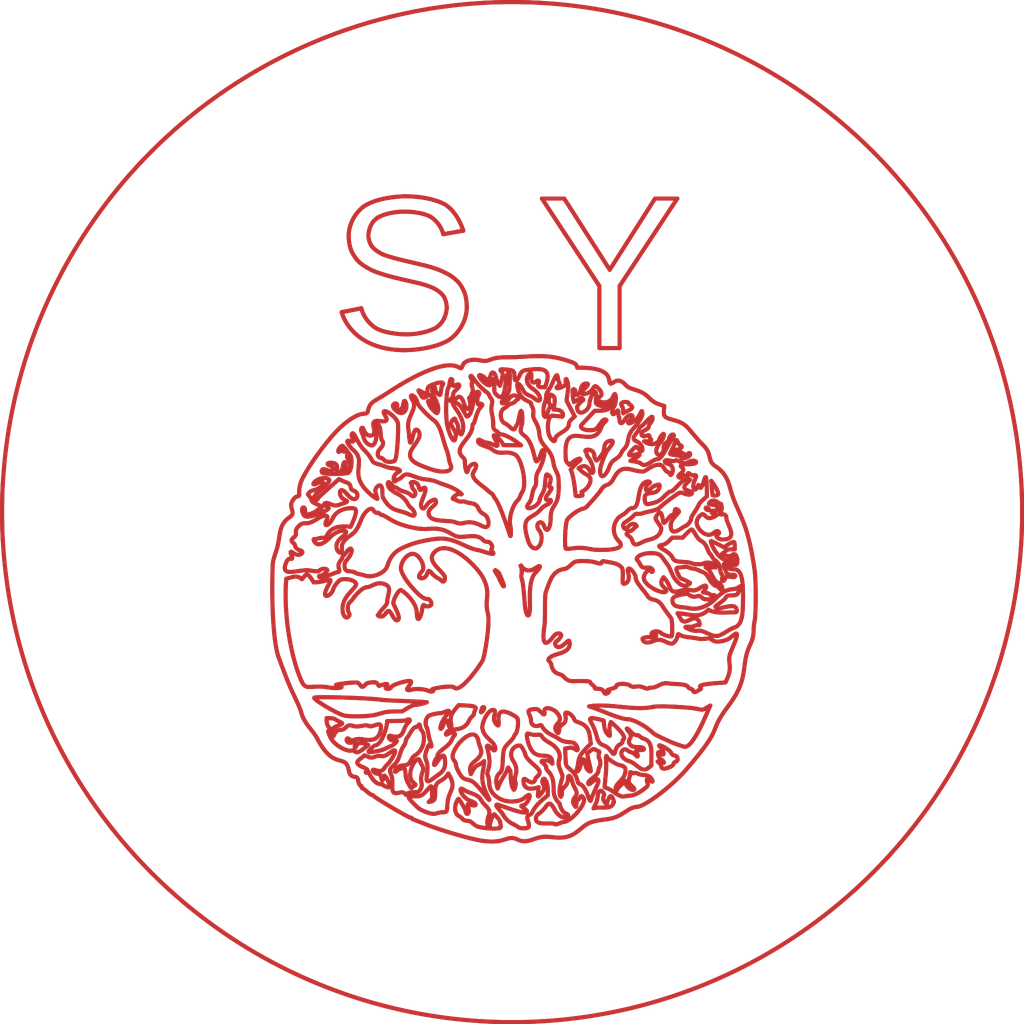
<source format=kicad_pcb>
(kicad_pcb (version 20240108) (generator "pcbnew") (generator_version "8.0")
  (layers (0 "F.Cu" signal) (31 "B.Cu" signal) (34 "B.Paste" user) (35 "F.Paste" user) (36 "B.SilkS" user "B.Silkscreen") (37 "F.SilkS" user "F.Silkscreen") (38 "B.Mask" user) (39 "F.Mask" user) (44 "Edge.Cuts" user))
  (net 0 "")
  (gr_curve (pts (xy 161.743047 79.137872) (xy 162.069597 79.245652) (xy 162.070087 79.749372) (xy 162.432527 79.828972)) (stroke (width 0.2)) (layer "F.Cu"))
  (gr_curve (pts (xy 147.317337 86.511892) (xy 147.487567 86.361412) (xy 147.309767 86.315712) (xy 147.229547 86.395932)) (stroke (width 0.2)) (layer "F.Cu"))
  (gr_curve (pts (xy 154.592137 82.517822) (xy 154.679917 82.477842) (xy 154.813517 82.294942) (xy 154.804827 82.233612)) (stroke (width 0.2)) (layer "F.Cu"))
  (gr_curve (pts (xy 153.549437 79.169402) (xy 153.285587 79.422962) (xy 153.250317 80.086102) (xy 153.273297 80.591072)) (stroke (width 0.2)) (layer "F.Cu"))
  (gr_curve (pts (xy 159.095047 72.005582) (xy 159.095047 72.152592) (xy 158.832817 72.167122) (xy 158.753107 72.316112)) (stroke (width 0.2)) (layer "F.Cu"))
  (gr_curve (pts (xy 145.883117 71.736042) (xy 145.228287 71.643782) (xy 145.977367 72.413102) (xy 145.446437 72.452462)) (stroke (width 0.2)) (layer "F.Cu"))
  (gr_curve (pts (xy 144.270997 78.176842) (xy 144.523797 77.781502) (xy 144.690427 78.075522) (xy 144.339537 78.497062)) (stroke (width 0.2)) (layer "F.Cu"))
  (gr_curve (pts (xy 160.131167 73.675332) (xy 159.799657 73.595742) (xy 159.838017 73.783482) (xy 160.032207 73.829412)) (stroke (width 0.2)) (layer "F.Cu"))
  (gr_curve (pts (xy 159.135147 70.616852) (xy 159.383597 70.871512) (xy 159.508997 70.878962) (xy 159.853557 70.996922)) (stroke (width 0.2)) (layer "F.Cu"))
  (gr_curve (pts (xy 152.673507 70.671622) (xy 152.832677 70.671622) (xy 152.507877 70.247232) (xy 152.229997 70.667142)) (stroke (width 0.2)) (layer "F.Cu"))
  (gr_curve (pts (xy 149.271527 89.011782) (xy 149.740377 89.754532) (xy 149.279477 89.782472) (xy 149.232917 90.493292)) (stroke (width 0.2)) (layer "F.Cu"))
  (gr_curve (pts (xy 162.113427 85.682362) (xy 161.910387 86.132292) (xy 161.283867 87.732252) (xy 160.856277 87.704842)) (stroke (width 0.2)) (layer "F.Cu"))
  (gr_curve (pts (xy 151.572997 87.773642) (xy 151.572997 88.091992) (xy 151.314497 87.601802) (xy 151.183737 87.651962)) (stroke (width 0.2)) (layer "F.Cu"))
  (gr_curve (pts (xy 161.186537 76.484162) (xy 161.186537 76.612662) (xy 161.025377 76.836662) (xy 160.904067 76.876762)) (stroke (width 0.2)) (layer "F.Cu"))
  (gr_curve (pts (xy 158.200907 71.673482) (xy 158.483867 71.447752) (xy 158.134477 71.297762) (xy 157.925517 71.666642)) (stroke (width 0.2)) (layer "F.Cu"))
  (gr_curve (pts (xy 147.252397 87.270672) (xy 147.151947 87.371112) (xy 147.231287 87.465482) (xy 147.101657 87.641042)) (stroke (width 0.2)) (layer "F.Cu"))
  (gr_curve (pts (xy 157.967147 69.973812) (xy 157.432637 69.366902) (xy 157.229627 70.266712) (xy 157.158487 69.729712)) (stroke (width 0.2)) (layer "F.Cu"))
  (gr_curve (pts (xy 153.576477 91.298142) (xy 153.542087 91.160942) (xy 153.587907 91.060862) (xy 153.727717 90.968372)) (stroke (width 0.2)) (layer "F.Cu"))
  (gr_curve (pts (xy 163.122647 80.284642) (xy 162.791377 80.284642) (xy 163.029517 80.354292) (xy 162.587497 80.652912)) (stroke (width 0.2)) (layer "F.Cu"))
  (gr_curve (pts (xy 161.327717 74.397602) (xy 161.137137 74.439432) (xy 161.017927 74.166532) (xy 161.017927 74.344202)) (stroke (width 0.2)) (layer "F.Cu"))
  (gr_curve (pts (xy 152.648927 71.909642) (xy 152.735717 71.805972) (xy 152.838027 70.708112) (xy 152.903587 71.545712)) (stroke (width 0.2)) (layer "F.Cu"))
  (gr_curve (pts (xy 154.209227 87.490302) (xy 153.694697 87.208322) (xy 153.971827 87.080812) (xy 153.621317 87.117432)) (stroke (width 0.2)) (layer "F.Cu"))
  (gr_curve (pts (xy 161.117307 81.956502) (xy 161.574957 82.122262) (xy 161.407097 81.889572) (xy 161.915047 82.115182)) (stroke (width 0.2)) (layer "F.Cu"))
  (gr_curve (pts (xy 153.082077 91.691972) (xy 153.480017 91.659192) (xy 152.915817 91.122552) (xy 153.267197 91.034402)) (stroke (width 0.2)) (layer "F.Cu"))
  (gr_curve (pts (xy 151.300087 91.575122) (xy 151.300217 91.574752) (xy 151.440397 90.855602) (xy 151.570517 91.044702)) (stroke (width 0.2)) (layer "F.Cu"))
  (gr_curve (pts (xy 156.885687 86.412422) (xy 156.902077 86.579802) (xy 156.917097 86.796212) (xy 156.983527 86.935772)) (stroke (width 0.2)) (layer "F.Cu"))
  (gr_curve (pts (xy 146.276977 86.441242) (xy 146.276857 86.756502) (xy 145.998117 87.638792) (xy 145.670817 87.638792)) (stroke (width 0.2)) (layer "F.Cu"))
  (gr_curve (pts (xy 144.740447 87.711552) (xy 144.787817 87.562312) (xy 144.887522 87.515752) (xy 145.00107 87.517227)) (stroke (width 0.2)) (layer "F.Cu"))
  (gr_curve (pts (xy 145.369957 86.679152) (xy 145.174777 86.578202) (xy 144.901617 86.781842) (xy 144.597417 86.678782)) (stroke (width 0.2)) (layer "F.Cu"))
  (gr_curve (pts (xy 146.946697 80.015472) (xy 146.983337 80.015472) (xy 147.713407 80.536832) (xy 147.731037 81.143242)) (stroke (width 0.2)) (layer "F.Cu"))
  (gr_curve (pts (xy 158.859127 87.818332) (xy 158.859127 87.600932) (xy 158.211237 87.882162) (xy 158.131407 87.482982)) (stroke (width 0.2)) (layer "F.Cu"))
  (gr_curve (pts (xy 146.286527 78.836902) (xy 146.487787 78.150282) (xy 146.894797 77.977202) (xy 147.541567 77.747002)) (stroke (width 0.2)) (layer "F.Cu"))
  (gr_curve (pts (xy 162.367967 78.576652) (xy 162.495347 78.651902) (xy 162.603127 78.859742) (xy 162.603127 79.030352)) (stroke (width 0.2)) (layer "F.Cu"))
  (gr_curve (pts (xy 149.482737 71.689622) (xy 149.565677 71.600602) (xy 149.616087 71.595002) (xy 149.617087 71.674852)) (stroke (width 0.2)) (layer "F.Cu"))
  (gr_curve (pts (xy 159.176857 89.349382) (xy 159.273577 89.453672) (xy 159.322627 89.436912) (xy 159.262147 89.320202)) (stroke (width 0.2)) (layer "F.Cu"))
  (gr_curve (pts (xy 145.820289 61.761609) (xy 145.35762 62.052857) (xy 145.35762 62.63036) (xy 145.35762 62.63036)) (stroke (width 0.2)) (layer "F.Cu"))
  (gr_curve (pts (xy 141.334677 79.461462) (xy 141.191757 80.906842) (xy 141.478707 83.165982) (xy 142.089717 84.505822)) (stroke (width 0.2)) (layer "F.Cu"))
  (gr_curve (pts (xy 150.511307 71.860232) (xy 150.576007 71.823972) (xy 150.646777 71.296532) (xy 150.831027 71.096622)) (stroke (width 0.2)) (layer "F.Cu"))
  (gr_curve (pts (xy 157.245517 86.490412) (xy 157.103097 86.775862) (xy 157.221677 87.128482) (xy 157.188897 87.161262)) (stroke (width 0.2)) (layer "F.Cu"))
  (gr_curve (pts (xy 155.785987 91.707142) (xy 156.124197 91.413002) (xy 156.316787 91.344592) (xy 157.068217 91.250972)) (stroke (width 0.2)) (layer "F.Cu"))
  (gr_curve (pts (xy 158.116757 70.855602) (xy 158.116757 70.783582) (xy 157.584097 70.741252) (xy 157.797407 71.023342)) (stroke (width 0.2)) (layer "F.Cu"))
  (gr_curve (pts (xy 160.131167 73.675332) (xy 160.512097 73.766712) (xy 160.292577 73.561722) (xy 160.612297 73.723752)) (stroke (width 0.2)) (layer "F.Cu"))
  (gr_curve (pts (xy 146.330117 88.049772) (xy 146.049627 88.271282) (xy 145.908827 88.071872) (xy 145.676767 88.191932)) (stroke (width 0.2)) (layer "F.Cu"))
  (gr_curve (pts (xy 161.017927 74.344202) (xy 161.017927 74.166532) (xy 161.137137 74.439432) (xy 161.327717 74.397602)) (stroke (width 0.2)) (layer "F.Cu"))
  (gr_curve (pts (xy 161.055557 73.739152) (xy 160.879737 73.828922) (xy 160.815297 73.826682) (xy 160.612297 73.723752)) (stroke (width 0.2)) (layer "F.Cu"))
  (gr_curve (pts (xy 151.610767 72.714822) (xy 151.256777 72.087432) (xy 151.870017 72.652362) (xy 151.978527 72.914592)) (stroke (width 0.2)) (layer "F.Cu"))
  (gr_curve (pts (xy 158.476327 76.911762) (xy 158.552437 76.911762) (xy 158.484147 76.810942) (xy 158.391397 76.786362)) (stroke (width 0.2)) (layer "F.Cu"))
  (gr_curve (pts (xy 154.001247 70.848752) (xy 154.135847 70.465962) (xy 153.977037 70.513142) (xy 154.212077 70.183622)) (stroke (width 0.2)) (layer "F.Cu"))
  (gr_curve (pts (xy 151.668217 90.540362) (xy 151.803307 90.540362) (xy 153.124767 91.118092) (xy 153.124767 90.858962)) (stroke (width 0.2)) (layer "F.Cu"))
  (gr_curve (pts (xy 161.355907 74.622952) (xy 161.449767 74.415972) (xy 161.444307 74.371902) (xy 161.327717 74.397602)) (stroke (width 0.2)) (layer "F.Cu"))
  (gr_curve (pts (xy 162.199107 82.461702) (xy 162.034837 82.304262) (xy 161.842127 82.481562) (xy 161.488277 82.395522)) (stroke (width 0.2)) (layer "F.Cu"))
  (gr_curve (pts (xy 145.282567 75.161662) (xy 144.388717 74.243982) (xy 145.314597 73.755152) (xy 144.603887 73.144152)) (stroke (width 0.2)) (layer "F.Cu"))
  (gr_curve (pts (xy 160.867947 74.417702) (xy 160.935857 74.492822) (xy 161.017927 74.452602) (xy 161.017927 74.344202)) (stroke (width 0.2)) (layer "F.Cu"))
  (gr_curve (pts (xy 159.353787 82.208172) (xy 159.594917 82.208172) (xy 159.410027 82.364372) (xy 159.189767 82.329102)) (stroke (width 0.2)) (layer "F.Cu"))
  (gr_curve (pts (xy 146.946697 80.015472) (xy 146.834957 80.015472) (xy 146.580167 80.462452) (xy 146.580167 80.658382)) (stroke (width 0.2)) (layer "F.Cu"))
  (gr_curve (pts (xy 159.225407 88.614352) (xy 159.217707 88.040722) (xy 159.323867 87.467342) (xy 158.894767 87.325042)) (stroke (width 0.2)) (layer "F.Cu"))
  (gr_curve (pts (xy 150.877947 85.965822) (xy 150.822067 86.111102) (xy 151.030047 85.913302) (xy 151.032027 85.808762)) (stroke (width 0.2)) (layer "F.Cu"))
  (gr_curve (pts (xy 155.861557 70.731572) (xy 155.923387 70.710972) (xy 155.867507 70.604062) (xy 155.794877 70.604062)) (stroke (width 0.2)) (layer "F.Cu"))
  (gr_curve (pts (xy 160.839517 75.292302) (xy 160.716347 75.237792) (xy 160.667927 75.231582) (xy 160.592177 75.260392)) (stroke (width 0.2)) (layer "F.Cu"))
  (gr_curve (pts (xy 147.503457 89.679912) (xy 147.539207 89.586792) (xy 147.794367 89.638812) (xy 147.575347 89.466472)) (stroke (width 0.2)) (layer "F.Cu"))
  (gr_curve (pts (xy 149.940397 75.682042) (xy 150.108267 75.650502) (xy 150.057987 75.718662) (xy 150.352497 75.758892)) (stroke (width 0.2)) (layer "F.Cu"))
  (gr_curve (pts (xy 148.216387 85.522942) (xy 147.916657 85.471662) (xy 146.287027 85.448192) (xy 145.973637 85.397662)) (stroke (width 0.2)) (layer "F.Cu"))
  (gr_curve (pts (xy 151.815139 79.555491) (xy 151.770752 79.457462) (xy 151.725062 79.354032) (xy 151.667387 79.268982)) (stroke (width 0.2)) (layer "F.Cu"))
  (gr_curve (pts (xy 150.408357 69.524342) (xy 150.429467 69.524342) (xy 150.689337 69.971832) (xy 151.090507 70.274662)) (stroke (width 0.2)) (layer "F.Cu"))
  (gr_curve (pts (xy 161.631177 77.589812) (xy 161.453007 77.497552) (xy 161.301897 77.070442) (xy 161.209277 77.052562)) (stroke (width 0.2)) (layer "F.Cu"))
  (gr_curve (pts (xy 161.068267 80.907932) (xy 160.803307 80.843992) (xy 160.382267 80.892792) (xy 160.289767 80.671282)) (stroke (width 0.2)) (layer "F.Cu"))
  (gr_curve (pts (xy 148.030517 91.450342) (xy 148.832857 91.779252) (xy 150.280717 92.209852) (xy 150.914697 92.308062)) (stroke (width 0.2)) (layer "F.Cu"))
  (gr_curve (pts (xy 156.160177 73.555522) (xy 156.281977 73.672222) (xy 156.482137 74.280752) (xy 156.327677 74.280752)) (stroke (width 0.2)) (layer "F.Cu"))
  (gr_curve (pts (xy 144.649447 80.381262) (xy 144.814947 80.140642) (xy 145.135037 79.880642) (xy 145.265657 79.880642)) (stroke (width 0.2)) (layer "F.Cu"))
  (gr_curve (pts (xy 151.032027 85.808762) (xy 151.033767 85.719852) (xy 150.942257 85.737862) (xy 150.918917 85.830862)) (stroke (width 0.2)) (layer "F.Cu"))
  (gr_curve (pts (xy 146.532617 89.540482) (xy 146.474507 90.332642) (xy 146.936767 89.757652) (xy 147.141387 89.996542)) (stroke (width 0.2)) (layer "F.Cu"))
  (gr_curve (pts (xy 149.021097 90.911102) (xy 149.201877 90.911102) (xy 149.205967 90.902912) (xy 149.232917 90.493292)) (stroke (width 0.2)) (layer "F.Cu"))
  (gr_curve (pts (xy 157.696837 87.580682) (xy 157.342727 87.749552) (xy 157.525857 88.304182) (xy 157.255447 87.931682)) (stroke (width 0.2)) (layer "F.Cu"))
  (gr_curve (pts (xy 156.082957 88.032022) (xy 156.455817 87.698892) (xy 156.362457 87.820942) (xy 156.638837 87.918662)) (stroke (width 0.2)) (layer "F.Cu"))
  (gr_curve (pts (xy 141.756607 77.821752) (xy 141.756607 77.694602) (xy 141.420117 77.654752) (xy 141.705197 77.437342)) (stroke (width 0.2)) (layer "F.Cu"))
  (gr_curve (pts (xy 156.632137 89.400412) (xy 156.631397 89.509682) (xy 156.312297 90.115722) (xy 156.278997 90.266962)) (stroke (width 0.2)) (layer "F.Cu"))
  (gr_curve (pts (xy 147.596697 90.135202) (xy 147.922867 90.135202) (xy 148.003217 90.095602) (xy 148.243587 89.817102)) (stroke (width 0.2)) (layer "F.Cu"))
  (gr_curve (pts (xy 142.704827 77.631652) (xy 142.818427 77.880972) (xy 143.147717 77.798272) (xy 143.475257 77.438212)) (stroke (width 0.2)) (layer "F.Cu"))
  (gr_curve (pts (xy 146.404127 76.542882) (xy 146.232157 76.430382) (xy 146.056717 76.338262) (xy 146.014387 76.338262)) (stroke (width 0.2)) (layer "F.Cu"))
  (gr_curve (pts (xy 149.274267 70.114612) (xy 149.168357 70.319222) (xy 149.128877 71.263862) (xy 149.202377 71.835012)) (stroke (width 0.2)) (layer "F.Cu"))
  (gr_curve (pts (xy 154.190337 83.398882) (xy 154.121917 83.509752) (xy 154.286557 83.484422) (xy 154.325797 83.692652)) (stroke (width 0.2)) (layer "F.Cu"))
  (gr_curve (pts (xy 148.717791 64.292139) (xy 149.024018 64.404477) (xy 149.291966 64.555094) (xy 149.291966 64.555094)) (stroke (width 0.2)) (layer "F.Cu"))
  (gr_curve (pts (xy 148.225837 70.523952) (xy 148.452817 70.362542) (xy 148.411467 70.573862) (xy 148.536867 70.716772)) (stroke (width 0.2)) (layer "F.Cu"))
  (gr_curve (pts (xy 155.148267 89.220242) (xy 155.148267 89.664502) (xy 154.844687 89.676662) (xy 154.844687 89.896932)) (stroke (width 0.2)) (layer "F.Cu"))
  (gr_curve (pts (xy 158.148917 88.411822) (xy 158.536047 88.529412) (xy 158.746137 89.035002) (xy 159.108447 88.716892)) (stroke (width 0.2)) (layer "F.Cu"))
  (gr_curve (pts (xy 148.536867 70.716772) (xy 148.411467 70.573862) (xy 148.452817 70.362542) (xy 148.225837 70.523952)) (stroke (width 0.2)) (layer "F.Cu"))
  (gr_curve (pts (xy 145.751397 89.014142) (xy 145.904617 89.026802) (xy 145.965697 89.080432) (xy 145.989907 89.223972)) (stroke (width 0.2)) (layer "F.Cu"))
  (gr_curve (pts (xy 158.862607 84.803662) (xy 158.507617 84.650932) (xy 158.392647 84.852462) (xy 158.189517 84.707812)) (stroke (width 0.2)) (layer "F.Cu"))
  (gr_curve (pts (xy 145.192037 84.674302) (xy 144.991397 84.907222) (xy 144.981957 84.622022) (xy 144.836067 84.564412)) (stroke (width 0.2)) (layer "F.Cu"))
  (gr_curve (pts (xy 163.050017 81.119752) (xy 163.408467 81.116652) (xy 163.412687 81.115652) (xy 163.412687 81.036442)) (stroke (width 0.2)) (layer "F.Cu"))
  (gr_curve (pts (xy 147.744077 90.653582) (xy 147.137547 90.059972) (xy 147.298217 90.135202) (xy 147.596697 90.135202)) (stroke (width 0.2)) (layer "F.Cu"))
  (gr_curve (pts (xy 148.893937 86.053612) (xy 149.012397 86.053612) (xy 149.312617 85.866132) (xy 149.312617 85.968932)) (stroke (width 0.2)) (layer "F.Cu"))
  (gr_curve (pts (xy 162.603127 79.030352) (xy 162.603127 79.233362) (xy 162.754477 79.286372) (xy 162.717977 79.372172)) (stroke (width 0.2)) (layer "F.Cu"))
  (gr_curve (pts (xy 158.534567 87.132952) (xy 158.661957 87.132952) (xy 158.627317 87.236392) (xy 158.894767 87.325042)) (stroke (width 0.2)) (layer "F.Cu"))
  (gr_curve (pts (xy 150.989207 77.574912) (xy 151.140427 77.735452) (xy 151.269057 77.560262) (xy 151.391607 77.797412)) (stroke (width 0.2)) (layer "F.Cu"))
  (gr_curve (pts (xy 142.102997 79.484802) (xy 142.351207 79.189172) (xy 142.333447 79.112072) (xy 142.678487 79.644482)) (stroke (width 0.2)) (layer "F.Cu"))
  (gr_curve (pts (xy 148.626377 70.172192) (xy 148.606017 70.250052) (xy 148.808407 70.492662) (xy 148.864647 70.457892)) (stroke (width 0.2)) (layer "F.Cu"))
  (gr_curve (pts (xy 162.366987 80.828842) (xy 162.366987 80.813952) (xy 162.466187 80.734862) (xy 162.587497 80.652912)) (stroke (width 0.2)) (layer "F.Cu"))
  (gr_curve (pts (xy 146.225927 81.137162) (xy 146.125237 81.297082) (xy 146.003187 81.355682) (xy 145.884107 81.301422)) (stroke (width 0.2)) (layer "F.Cu"))
  (gr_curve (pts (xy 151.804967 70.007832) (xy 151.585077 69.787942) (xy 151.632757 69.355982) (xy 151.437197 69.355982)) (stroke (width 0.2)) (layer "F.Cu"))
  (gr_curve (pts (xy 147.865397 86.631232) (xy 147.914317 86.708462) (xy 147.867377 86.799712) (xy 147.959137 86.887382)) (stroke (width 0.2)) (layer "F.Cu"))
  (gr_curve (pts (xy 154.190337 83.398882) (xy 154.383537 83.085742) (xy 155.207347 83.199222) (xy 155.222747 82.656512)) (stroke (width 0.2)) (layer "F.Cu"))
  (gr_curve (pts (xy 148.672856 67.158021) (xy 149.195438 66.827662) (xy 149.195438 66.18858) (xy 149.195438 66.18858)) (stroke (width 0.2)) (layer "F.Cu"))
  (gr_curve (pts (xy 152.576487 87.061932) (xy 152.416427 87.251902) (xy 152.578227 87.171802) (xy 152.284827 87.464342)) (stroke (width 0.2)) (layer "F.Cu"))
  (gr_curve (pts (xy 157.842987 87.354582) (xy 158.078897 87.208692) (xy 157.398607 86.618542) (xy 157.245517 86.490412)) (stroke (width 0.2)) (layer "F.Cu"))
  (gr_curve (pts (xy 158.030247 86.804693) (xy 158.014727 86.81396) (xy 158.031147 86.859062) (xy 158.073297 86.905372)) (stroke (width 0.2)) (layer "F.Cu"))
  (gr_curve (pts (xy 155.338507 68.854982) (xy 155.547967 68.933322) (xy 155.539897 68.967842) (xy 155.593047 69.120072)) (stroke (width 0.2)) (layer "F.Cu"))
  (gr_curve (pts (xy 149.291966 64.555094) (xy 149.559915 64.705711) (xy 149.757963 64.923731) (xy 149.757963 64.923731)) (stroke (width 0.2)) (layer "F.Cu"))
  (gr_curve (pts (xy 148.243587 89.817102) (xy 148.003217 90.095602) (xy 147.922867 90.135202) (xy 147.596697 90.135202)) (stroke (width 0.2)) (layer "F.Cu"))
  (gr_curve (pts (xy 154.372497 88.527942) (xy 154.372497 87.821572) (xy 153.668987 88.446972) (xy 153.315867 87.807792)) (stroke (width 0.2)) (layer "F.Cu"))
  (gr_curve (pts (xy 152.125787 68.612122) (xy 151.166137 68.610132) (xy 151.388137 68.878702) (xy 150.835867 68.764592)) (stroke (width 0.2)) (layer "F.Cu"))
  (gr_curve (pts (xy 159.702817 88.027302) (xy 159.480437 87.790522) (xy 159.526127 88.215032) (xy 159.689647 88.311512)) (stroke (width 0.2)) (layer "F.Cu"))
  (gr_curve (pts (xy 146.672077 74.988972) (xy 146.774017 74.988972) (xy 146.763587 75.096122) (xy 147.099817 75.193592)) (stroke (width 0.2)) (layer "F.Cu"))
  (gr_curve (pts (xy 146.239597 84.733912) (xy 146.084397 84.900532) (xy 146.433657 84.887252) (xy 146.454267 84.808162)) (stroke (width 0.2)) (layer "F.Cu"))
  (gr_curve (pts (xy 154.215357 74.417222) (xy 154.059657 74.294792) (xy 154.060407 74.293052) (xy 154.009497 74.872272)) (stroke (width 0.2)) (layer "F.Cu"))
  (gr_curve (pts (xy 153.621317 87.117432) (xy 153.971827 87.080812) (xy 153.694697 87.208322) (xy 154.209227 87.490302)) (stroke (width 0.2)) (layer "F.Cu"))
  (gr_curve (pts (xy 147.101657 87.641042) (xy 146.839547 87.996032) (xy 146.937887 88.316002) (xy 146.580047 88.624172)) (stroke (width 0.2)) (layer "F.Cu"))
  (gr_curve (pts (xy 148.626377 70.172192) (xy 148.651087 70.077582) (xy 148.570877 70.039582) (xy 148.512147 70.118062)) (stroke (width 0.2)) (layer "F.Cu"))
  (gr_curve (pts (xy 145.111947 88.712802) (xy 145.204077 88.748182) (xy 145.289127 88.798222) (xy 145.300927 88.823802)) (stroke (width 0.2)) (layer "F.Cu"))
  (gr_curve (pts (xy 154.373997 71.476272) (xy 154.452837 71.487822) (xy 154.787207 71.496012) (xy 154.833887 71.524942)) (stroke (width 0.2)) (layer "F.Cu"))
  (gr_line (start 148.325407 84.970912) (end 148.325277 84.971322) (stroke (width 0.2)) (layer "F.Cu"))
  (gr_curve (pts (xy 144.314707 75.326452) (xy 144.784657 75.907842) (xy 145.005067 75.252732) (xy 144.630697 75.145422)) (stroke (width 0.2)) (layer "F.Cu"))
  (gr_curve (pts (xy 161.719997 80.404702) (xy 161.471787 80.137012) (xy 161.420767 80.555442) (xy 160.989547 80.192512)) (stroke (width 0.2)) (layer "F.Cu"))
  (gr_curve (pts (xy 147.675667 85.647972) (xy 147.453287 85.648712) (xy 147.061307 85.952292) (xy 147.002077 85.968932)) (stroke (width 0.2)) (layer "F.Cu"))
  (gr_curve (pts (xy 146.816467 74.246712) (xy 147.096457 74.130742) (xy 146.643007 74.049042) (xy 146.512777 74.046182)) (stroke (width 0.2)) (layer "F.Cu"))
  (gr_curve (pts (xy 158.285367 71.078342) (xy 158.285367 71.158392) (xy 157.946617 71.288042) (xy 157.846947 71.353482)) (stroke (width 0.2)) (layer "F.Cu"))
  (gr_curve (pts (xy 159.964077 80.055812) (xy 159.883117 80.301782) (xy 158.959347 79.855422) (xy 158.864987 79.497822)) (stroke (width 0.2)) (layer "F.Cu"))
  (gr_curve (pts (xy 144.057807 73.195192) (xy 144.140497 73.277872) (xy 144.421357 73.177932) (xy 144.325627 73.388012)) (stroke (width 0.2)) (layer "F.Cu"))
  (gr_curve (pts (xy 152.874247 79.163442) (xy 152.842087 79.354032) (xy 152.843567 79.376262) (xy 152.900807 79.576152)) (stroke (width 0.2)) (layer "F.Cu"))
  (gr_curve (pts (xy 159.988517 78.732862) (xy 159.685307 78.340882) (xy 159.722307 78.212742) (xy 159.178357 78.211002)) (stroke (width 0.2)) (layer "F.Cu"))
  (gr_curve (pts (xy 152.895097 75.216562) (xy 153.150377 74.852632) (xy 152.866157 73.535522) (xy 152.539997 73.376602)) (stroke (width 0.2)) (layer "F.Cu"))
  (gr_curve (pts (xy 146.036847 72.704992) (xy 146.115187 72.783332) (xy 146.079177 72.947482) (xy 145.957997 73.064942)) (stroke (width 0.2)) (layer "F.Cu"))
  (gr_curve (pts (xy 158.189517 84.707812) (xy 158.392647 84.852462) (xy 158.507617 84.650932) (xy 158.862607 84.803662)) (stroke (width 0.2)) (layer "F.Cu"))
  (gr_curve (pts (xy 161.068267 80.907932) (xy 161.535247 81.020682) (xy 162.028907 80.791352) (xy 162.369607 80.444812)) (stroke (width 0.2)) (layer "F.Cu"))
  (gr_curve (pts (xy 153.246397 75.733222) (xy 152.841247 76.214722) (xy 153.682947 75.996702) (xy 153.749257 75.611912)) (stroke (width 0.2)) (layer "F.Cu"))
  (gr_curve (pts (xy 160.174607 76.851552) (xy 160.174607 76.538162) (xy 160.579387 76.259912) (xy 160.579387 76.176972)) (stroke (width 0.2)) (layer "F.Cu"))
  (gr_curve (pts (xy 144.836067 84.564412) (xy 144.706557 84.513262) (xy 143.883477 84.625382) (xy 143.793957 84.659652)) (stroke (width 0.2)) (layer "F.Cu"))
  (gr_curve (pts (xy 154.237187 92.120612) (xy 154.997667 92.213972) (xy 155.294047 92.134882) (xy 155.785987 91.707142)) (stroke (width 0.2)) (layer "F.Cu"))
  (gr_curve (pts (xy 160.498447 82.312962) (xy 160.474977 82.459352) (xy 160.323617 82.646712) (xy 160.228637 82.646712)) (stroke (width 0.2)) (layer "F.Cu"))
  (gr_curve (pts (xy 152.284827 87.464342) (xy 151.990057 87.758242) (xy 151.968077 87.815232) (xy 151.944737 88.347632)) (stroke (width 0.2)) (layer "F.Cu"))
  (gr_curve (pts (xy 163.077567 74.991492) (xy 162.964827 74.556672) (xy 162.760827 74.208772) (xy 162.402617 73.978942)) (stroke (width 0.2)) (layer "F.Cu"))
  (gr_curve (pts (xy 154.310667 72.607522) (xy 154.432717 72.755412) (xy 154.507337 72.765592) (xy 154.507337 72.634232)) (stroke (width 0.2)) (layer "F.Cu"))
  (gr_curve (pts (xy 149.584297 87.848382) (xy 149.821577 87.373462) (xy 150.613487 86.680882) (xy 150.749567 87.429082)) (stroke (width 0.2)) (layer "F.Cu"))
  (gr_curve (pts (xy 160.203187 88.009542) (xy 160.275197 88.216142) (xy 160.509857 88.043192) (xy 160.511477 88.314482)) (stroke (width 0.2)) (layer "F.Cu"))
  (gr_curve (pts (xy 144.325627 73.388012) (xy 144.421357 73.177932) (xy 144.140497 73.277872) (xy 144.057807 73.195192)) (stroke (width 0.2)) (layer "F.Cu"))
  (gr_curve (pts (xy 162.974977 78.920332) (xy 163.224057 79.187032) (xy 163.730637 78.536422) (xy 163.719337 80.301882)) (stroke (width 0.2)) (layer "F.Cu"))
  (gr_curve (pts (xy 151.626517 72.225002) (xy 151.818107 72.343452) (xy 151.673837 72.391622) (xy 151.857217 72.391622)) (stroke (width 0.2)) (layer "F.Cu"))
  (gr_curve (pts (xy 143.881627 73.194072) (xy 143.881627 73.092632) (xy 144.039557 72.921282) (xy 144.100027 72.957172)) (stroke (width 0.2)) (layer "F.Cu"))
  (gr_curve (pts (xy 142.219337 76.380462) (xy 142.383967 76.562362) (xy 143.409307 76.120462) (xy 143.409307 76.010462)) (stroke (width 0.2)) (layer "F.Cu"))
  (gr_curve (pts (xy 143.475257 77.438212) (xy 143.875057 76.998562) (xy 144.632947 76.993582) (xy 144.051117 77.437222)) (stroke (width 0.2)) (layer "F.Cu"))
  (gr_curve (pts (xy 150.430577 69.888882) (xy 150.528417 69.734672) (xy 150.242967 69.524342) (xy 150.408357 69.524342)) (stroke (width 0.2)) (layer "F.Cu"))
  (gr_curve (pts (xy 152.673507 70.671622) (xy 152.598137 70.671622) (xy 152.578017 70.821482) (xy 152.388307 70.872512)) (stroke (width 0.2)) (layer "F.Cu"))
  (gr_line (start 161.849737 80.005282) (end 161.758727 80.132802) (stroke (width 0.2)) (layer "F.Cu"))
  (gr_curve (pts (xy 142.187447 75.973952) (xy 142.301797 75.995692) (xy 142.204327 76.282002) (xy 142.330847 76.322102)) (stroke (width 0.2)) (layer "F.Cu"))
  (gr_curve (pts (xy 159.826117 72.369392) (xy 159.871557 72.414952) (xy 159.790597 72.641932) (xy 159.688037 72.756412)) (stroke (width 0.2)) (layer "F.Cu"))
  (gr_curve (pts (xy 156.910867 78.613142) (xy 156.667387 78.564472) (xy 156.968977 78.834272) (xy 156.480767 78.666292)) (stroke (width 0.2)) (layer "F.Cu"))
  (gr_curve (pts (xy 156.992057 71.664292) (xy 156.805067 71.592282) (xy 156.625027 72.121582) (xy 156.445367 72.160072)) (stroke (width 0.2)) (layer "F.Cu"))
  (gr_curve (pts (xy 162.432527 79.828972) (xy 162.549497 79.854682) (xy 162.704327 80.193142) (xy 162.704327 79.933642)) (stroke (width 0.2)) (layer "F.Cu"))
  (gr_curve (pts (xy 146.454267 84.808162) (xy 146.498847 84.637562) (xy 147.363767 84.420022) (xy 147.431937 84.488072)) (stroke (width 0.2)) (layer "F.Cu"))
  (gr_curve (pts (xy 162.017597 80.991492) (xy 162.393817 81.158002) (xy 162.591607 81.123732) (xy 163.050017 81.119752)) (stroke (width 0.2)) (layer "F.Cu"))
  (gr_curve (pts (xy 151.875737 69.304572) (xy 152.022127 69.437052) (xy 151.858977 69.763602) (xy 151.804967 70.007832)) (stroke (width 0.2)) (layer "F.Cu"))
  (gr_curve (pts (xy 142.827237 74.797632) (xy 142.432157 74.997792) (xy 142.801037 74.460792) (xy 143.289367 74.540002)) (stroke (width 0.2)) (layer "F.Cu"))
  (gr_curve (pts (xy 158.326337 76.406292) (xy 158.545107 76.169392) (xy 158.487247 76.361222) (xy 158.796047 76.256432)) (stroke (width 0.2)) (layer "F.Cu"))
  (gr_curve (pts (xy 156.699407 70.543342) (xy 156.946617 70.402662) (xy 156.573267 70.030552) (xy 156.474177 70.030552)) (stroke (width 0.2)) (layer "F.Cu"))
  (gr_curve (pts (xy 148.283817 77.024122) (xy 149.186117 76.932742) (xy 149.364907 77.322492) (xy 149.734297 77.400832)) (stroke (width 0.2)) (layer "F.Cu"))
  (gr_curve (pts (xy 145.686567 86.140152) (xy 145.351337 86.219612) (xy 144.438497 86.237612) (xy 144.171167 86.170072)) (stroke (width 0.2)) (layer "F.Cu"))
  (gr_curve (pts (xy 151.153457 76.421682) (xy 151.052397 76.267352) (xy 150.872857 76.290942) (xy 150.769557 76.060112)) (stroke (width 0.2)) (layer "F.Cu"))
  (gr_curve (pts (xy 151.437197 69.355982) (xy 151.320477 69.355982) (xy 151.252697 70.089782) (xy 151.146537 69.718652)) (stroke (width 0.2)) (layer "F.Cu"))
  (gr_curve (pts (xy 155.785987 91.707142) (xy 155.294047 92.134882) (xy 154.997667 92.213972) (xy 154.237187 92.120612)) (stroke (width 0.2)) (layer "F.Cu"))
  (gr_curve (pts (xy 143.863497 79.138232) (xy 143.940237 79.138232) (xy 143.956377 79.078632) (xy 143.912537 78.957572)) (stroke (width 0.2)) (layer "F.Cu"))
  (gr_curve (pts (xy 149.649977 88.577582) (xy 149.649857 88.355332) (xy 149.328017 88.361292) (xy 149.584297 87.848382)) (stroke (width 0.2)) (layer "F.Cu"))
  (gr_curve (pts (xy 146.816467 74.246712) (xy 146.505067 74.375712) (xy 146.578317 74.828402) (xy 146.698767 74.670602)) (stroke (width 0.2)) (layer "F.Cu"))
  (gr_curve (pts (xy 150.727477 70.905422) (xy 150.791547 71.006622) (xy 150.811787 70.821862) (xy 150.915337 70.907782)) (stroke (width 0.2)) (layer "F.Cu"))
  (gr_curve (pts (xy 147.540197 84.888872) (xy 146.884127 85.059842) (xy 147.564537 84.620682) (xy 147.431937 84.488072)) (stroke (width 0.2)) (layer "F.Cu"))
  (gr_curve (pts (xy 143.623387 76.478052) (xy 143.858427 75.989472) (xy 144.561437 75.965132) (xy 144.694657 76.036402)) (stroke (width 0.2)) (layer "F.Cu"))
  (gr_curve (pts (xy 154.781247 88.886752) (xy 154.889387 89.160532) (xy 154.898447 89.112852) (xy 154.813527 89.392462)) (stroke (width 0.2)) (layer "F.Cu"))
  (gr_curve (pts (xy 157.501777 84.743312) (xy 157.477437 84.596802) (xy 157.996077 84.569982) (xy 158.189517 84.707812)) (stroke (width 0.2)) (layer "F.Cu"))
  (gr_curve (pts (xy 158.573047 89.023942) (xy 158.345207 88.916172) (xy 158.389777 89.061072) (xy 158.257057 88.968072)) (stroke (width 0.2)) (layer "F.Cu"))
  (gr_curve (pts (xy 161.494227 76.902192) (xy 161.652167 77.220542) (xy 162.016577 77.453602) (xy 162.287757 77.215462)) (stroke (width 0.2)) (layer "F.Cu"))
  (gr_curve (pts (xy 150.257117 90.944362) (xy 150.221917 91.010167) (xy 150.188052 91.002252) (xy 150.162956 90.971926)) (stroke (width 0.2)) (layer "F.Cu"))
  (gr_curve (pts (xy 147.427457 91.181032) (xy 147.523057 91.181032) (xy 147.456877 91.229952) (xy 147.549757 91.259012)) (stroke (width 0.2)) (layer "F.Cu"))
  (gr_curve (pts (xy 153.621317 87.117432) (xy 153.357837 87.145002) (xy 153.194067 87.026542) (xy 153.149747 87.053992)) (stroke (width 0.2)) (layer "F.Cu"))
  (gr_curve (pts (xy 154.564677 85.996122) (xy 154.429457 85.849112) (xy 153.937907 85.670072) (xy 153.988557 85.986812)) (stroke (width 0.2)) (layer "F.Cu"))
  (gr_curve (pts (xy 164.291247 81.516742) (xy 164.183347 81.972302) (xy 164.319937 82.188712) (xy 164.073467 82.688842)) (stroke (width 0.2)) (layer "F.Cu"))
  (gr_curve (pts (xy 163.480237 80.151292) (xy 163.480237 80.239072) (xy 163.358187 80.284642) (xy 163.122647 80.284642)) (stroke (width 0.2)) (layer "F.Cu"))
  (gr_curve (pts (xy 159.689647 88.311512) (xy 159.877627 88.422382) (xy 159.905697 88.559472) (xy 159.685057 88.467342)) (stroke (width 0.2)) (layer "F.Cu"))
  (gr_curve (pts (xy 143.912537 78.957572) (xy 143.807377 78.666782) (xy 144.084007 78.541132) (xy 144.084007 78.416482)) (stroke (width 0.2)) (layer "F.Cu"))
  (gr_curve (pts (xy 158.257057 88.968072) (xy 158.389777 89.061072) (xy 158.345207 88.916172) (xy 158.573047 89.023942)) (stroke (width 0.2)) (layer "F.Cu"))
  (gr_curve (pts (xy 161.915047 82.115182) (xy 161.407097 81.889572) (xy 161.574957 82.122262) (xy 161.117307 81.956502)) (stroke (width 0.2)) (layer "F.Cu"))
  (gr_curve (pts (xy 148.225837 70.523952) (xy 147.970687 70.705482) (xy 147.964347 70.480242) (xy 147.854097 70.323682)) (stroke (width 0.2)) (layer "F.Cu"))
  (gr_line (start 148.688467 74.175212) (end 148.688437 74.175462) (stroke (width 0.2)) (layer "F.Cu"))
  (gr_curve (pts (xy 147.356295 72.50487) (xy 147.34349 72.369655) (xy 147.332842 72.227582) (xy 147.322167 72.180902)) (stroke (width 0.2)) (layer "F.Cu"))
  (gr_curve (pts (xy 151.955067 79.809592) (xy 152.129757 80.021042) (xy 151.766457 79.204542) (xy 151.764477 79.198962)) (stroke (width 0.2)) (layer "F.Cu"))
  (gr_curve (pts (xy 161.544167 81.738342) (xy 161.480477 81.685442) (xy 161.289627 81.849962) (xy 161.063287 81.823392)) (stroke (width 0.2)) (layer "F.Cu"))
  (gr_curve (pts (xy 161.543267 75.851172) (xy 161.570077 75.744262) (xy 161.838157 75.522022) (xy 161.950897 75.422812)) (stroke (width 0.2)) (layer "F.Cu"))
  (gr_curve (pts (xy 163.277817 78.545612) (xy 163.277817 78.448642) (xy 163.279187 78.449012) (xy 163.155147 78.513702)) (stroke (width 0.2)) (layer "F.Cu"))
  (gr_curve (pts (xy 143.428797 79.721202) (xy 143.666267 79.315992) (xy 143.318757 79.641912) (xy 142.678487 79.644482)) (stroke (width 0.2)) (layer "F.Cu"))
  (gr_curve (pts (xy 148.476017 79.209412) (xy 148.160637 78.816562) (xy 148.355077 79.441962) (xy 147.968807 79.441962)) (stroke (width 0.2)) (layer "F.Cu"))
  (gr_curve (pts (xy 159.519797 73.606172) (xy 159.777557 73.606172) (xy 160.060897 72.827682) (xy 160.250367 72.601452)) (stroke (width 0.2)) (layer "F.Cu"))
  (gr_curve (pts (xy 154.844687 89.896932) (xy 154.844687 90.411462) (xy 154.595487 90.110242) (xy 154.813527 89.392462)) (stroke (width 0.2)) (layer "F.Cu"))
  (gr_curve (pts (xy 144.977727 89.617222) (xy 144.936017 89.633242) (xy 144.858907 89.429492) (xy 144.853197 89.351142)) (stroke (width 0.2)) (layer "F.Cu"))
  (gr_curve (pts (xy 153.500797 74.989732) (xy 153.367327 75.170392) (xy 153.391537 75.560752) (xy 153.246397 75.733222)) (stroke (width 0.2)) (layer "F.Cu"))
  (gr_curve (pts (xy 151.478787 75.385592) (xy 151.425147 75.259442) (xy 151.421297 75.341382) (xy 151.238527 75.166322)) (stroke (width 0.2)) (layer "F.Cu"))
  (gr_curve (pts (xy 156.885687 86.412422) (xy 155.783747 86.130702) (xy 156.344207 86.358912) (xy 156.536297 87.149332)) (stroke (width 0.2)) (layer "F.Cu"))
  (gr_curve (pts (xy 148.328757 86.175162) (xy 148.441617 86.117552) (xy 148.738977 86.053612) (xy 148.893937 86.053612)) (stroke (width 0.2)) (layer "F.Cu"))
  (gr_curve (pts (xy 147.549757 91.259012) (xy 147.456877 91.229952) (xy 147.523057 91.181032) (xy 147.427457 91.181032)) (stroke (width 0.2)) (layer "F.Cu"))
  (gr_curve (pts (xy 150.527067 86.100052) (xy 150.527067 86.181382) (xy 150.400927 86.182752) (xy 150.280117 86.437782)) (stroke (width 0.2)) (layer "F.Cu"))
  (gr_curve (pts (xy 156.177457 85.724202) (xy 157.080117 85.548382) (xy 158.401957 85.956022) (xy 159.324237 85.744812)) (stroke (width 0.2)) (layer "F.Cu"))
  (gr_curve (pts (xy 145.676767 88.191932) (xy 145.379267 88.345782) (xy 145.174647 88.013262) (xy 145.118277 88.160392)) (stroke (width 0.2)) (layer "F.Cu"))
  (gr_curve (pts (xy 155.468727 71.512912) (xy 155.317507 71.652222) (xy 155.182047 71.740502) (xy 155.182047 71.894212)) (stroke (width 0.2)) (layer "F.Cu"))
  (gr_curve (pts (xy 150.931617 76.882582) (xy 151.331387 77.090292) (xy 151.281347 76.616742) (xy 151.153457 76.421682)) (stroke (width 0.2)) (layer "F.Cu"))
  (gr_curve (pts (xy 145.111307 61.231537) (xy 145.831938 60.721437) (xy 147.173344 60.721437) (xy 147.173344 60.721437)) (stroke (width 0.2)) (layer "F.Cu"))
  (gr_curve (pts (xy 145.113437 72.128522) (xy 145.070097 71.982622) (xy 144.935127 72.099342) (xy 145.038317 72.306192)) (stroke (width 0.2)) (layer "F.Cu"))
  (gr_curve (pts (xy 147.989047 80.970032) (xy 147.965707 81.261312) (xy 147.749167 81.769762) (xy 147.731037 81.143242)) (stroke (width 0.2)) (layer "F.Cu"))
  (gr_curve (pts (xy 140.826227 78.145202) (xy 141.100137 77.349572) (xy 140.878877 76.874892) (xy 141.511727 76.435242)) (stroke (width 0.2)) (layer "F.Cu"))
  (gr_curve (pts (xy 149.482737 71.689622) (xy 149.245457 71.944392) (xy 149.672087 72.150882) (xy 149.641667 72.467992)) (stroke (width 0.2)) (layer "F.Cu"))
  (gr_curve (pts (xy 143.914787 74.280622) (xy 144.019017 74.280622) (xy 144.06387 74.139292) (xy 144.095251 74.00234)) (stroke (width 0.2)) (layer "F.Cu"))
  (gr_curve (pts (xy 161.528147 81.504292) (xy 161.604507 81.592332) (xy 161.618787 81.800172) (xy 161.544167 81.738342)) (stroke (width 0.2)) (layer "F.Cu"))
  (gr_curve (pts (xy 149.750084 88.875245) (xy 149.692317 88.756467) (xy 149.649977 88.638792) (xy 149.649977 88.577582)) (stroke (width 0.2)) (layer "F.Cu"))
  (gr_curve (pts (xy 148.380147 87.655052) (xy 148.461727 87.766542) (xy 148.476617 87.648472) (xy 148.402247 87.480232)) (stroke (width 0.2)) (layer "F.Cu"))
  (gr_curve (pts (xy 162.017597 80.991492) (xy 161.520197 81.473612) (xy 161.096687 81.164082) (xy 160.506787 81.161722)) (stroke (width 0.2)) (layer "F.Cu"))
  (gr_curve (pts (xy 148.212907 87.857562) (xy 147.989287 88.473542) (xy 148.380027 88.210182) (xy 148.214027 89.165242)) (stroke (width 0.2)) (layer "F.Cu"))
  (gr_curve (pts (xy 160.511477 88.314482) (xy 160.511847 88.378542) (xy 160.486767 88.409342) (xy 160.410787 88.438022)) (stroke (width 0.2)) (layer "F.Cu"))
  (gr_curve (pts (xy 153.128567 77.409032) (xy 153.215977 77.729122) (xy 153.265637 77.829702) (xy 153.381487 77.920842)) (stroke (width 0.2)) (layer "F.Cu"))
  (gr_curve (pts (xy 164.294857 79.104882) (xy 164.357557 79.563662) (xy 164.355067 81.247302) (xy 164.291247 81.516742)) (stroke (width 0.2)) (layer "F.Cu"))
  (gr_curve (pts (xy 148.512147 70.118062) (xy 148.326647 70.365902) (xy 148.928467 70.865022) (xy 148.745347 71.318472)) (stroke (width 0.2)) (layer "F.Cu"))
  (gr_curve (pts (xy 145.113437 72.128522) (xy 145.156637 72.273922) (xy 145.276837 72.465002) (xy 145.446437 72.452462)) (stroke (width 0.2)) (layer "F.Cu"))
  (gr_curve (pts (xy 157.155827 74.009222) (xy 157.006967 74.431142) (xy 156.681157 74.668772) (xy 156.717167 74.116752)) (stroke (width 0.2)) (layer "F.Cu"))
  (gr_curve (pts (xy 150.088657 73.797662) (xy 150.088657 74.001052) (xy 150.175577 74.462932) (xy 150.238897 74.125332)) (stroke (width 0.2)) (layer "F.Cu"))
  (gr_curve (pts (xy 148.380147 87.655052) (xy 148.322037 87.575592) (xy 148.309997 87.590242) (xy 148.212907 87.857562)) (stroke (width 0.2)) (layer "F.Cu"))
  (gr_curve (pts (xy 158.475597 72.352752) (xy 158.305497 72.556132) (xy 158.311947 72.647262) (xy 158.502917 72.731702)) (stroke (width 0.2)) (layer "F.Cu"))
  (gr_curve (pts (xy 141.302157 78.730742) (xy 141.044897 79.459702) (xy 141.991017 78.959452) (xy 142.517587 79.065232)) (stroke (width 0.2)) (layer "F.Cu"))
  (gr_curve (pts (xy 145.038317 72.306192) (xy 145.160497 72.551292) (xy 145.104997 72.787442) (xy 145.474137 72.927752)) (stroke (width 0.2)) (layer "F.Cu"))
  (gr_curve (pts (xy 161.119017 74.610892) (xy 161.119017 74.693342) (xy 160.544637 75.001752) (xy 161.049727 75.153112)) (stroke (width 0.2)) (layer "F.Cu"))
  (gr_curve (pts (xy 155.276017 74.113532) (xy 155.381807 73.993202) (xy 155.543587 73.801502) (xy 155.656947 73.729492)) (stroke (width 0.2)) (layer "F.Cu"))
  (gr_line (start 160.49753 60.831279) (end 157.668263 65.12178) (stroke (width 0.2)) (layer "F.Cu"))
  (gr_curve (pts (xy 147.737377 88.331262) (xy 147.540327 88.433442) (xy 147.195167 89.167372) (xy 147.575347 89.466472)) (stroke (width 0.2)) (layer "F.Cu"))
  (gr_curve (pts (xy 148.416558 61.733316) (xy 147.963875 61.470361) (xy 147.163359 61.470361) (xy 147.163359 61.470361)) (stroke (width 0.2)) (layer "F.Cu"))
  (gr_curve (pts (xy 149.750084 88.875245) (xy 149.80785 88.994022) (xy 149.881042 89.113902) (xy 149.942747 89.179522)) (stroke (width 0.2)) (layer "F.Cu"))
  (gr_curve (pts (xy 158.640737 73.342822) (xy 158.727897 73.429982) (xy 158.321757 73.622302) (xy 158.201207 73.686492)) (stroke (width 0.2)) (layer "F.Cu"))
  (gr_curve (pts (xy 160.913657 71.972222) (xy 160.528637 71.624322) (xy 159.919487 71.705392) (xy 159.852187 71.437082)) (stroke (width 0.2)) (layer "F.Cu"))
  (gr_curve (pts (xy 161.409177 85.831982) (xy 161.136027 85.773992) (xy 159.614907 85.678272) (xy 159.324237 85.744812)) (stroke (width 0.2)) (layer "F.Cu"))
  (gr_line (start 155.527447 75.401972) (end 155.527707 75.401562) (stroke (width 0.2)) (layer "F.Cu"))
  (gr_curve (pts (xy 151.944737 88.347632) (xy 151.924997 88.798472) (xy 151.900667 88.898552) (xy 151.788537 88.991292)) (stroke (width 0.2)) (layer "F.Cu"))
  (gr_curve (pts (xy 158.224527 77.114142) (xy 158.143077 77.114142) (xy 158.015677 77.208632) (xy 158.015677 77.268972)) (stroke (width 0.2)) (layer "F.Cu"))
  (gr_curve (pts (xy 145.282567 75.161662) (xy 145.472537 75.356732) (xy 145.767177 75.576872) (xy 145.797597 75.546442)) (stroke (width 0.2)) (layer "F.Cu"))
  (gr_curve (pts (xy 158.015677 77.268972) (xy 158.015677 77.208632) (xy 158.143077 77.114142) (xy 158.224527 77.114142)) (stroke (width 0.2)) (layer "F.Cu"))
  (gr_curve (pts (xy 156.220397 84.531742) (xy 156.208737 84.496602) (xy 156.115357 84.483942) (xy 155.836737 84.479712)) (stroke (width 0.2)) (layer "F.Cu"))
  (gr_curve (pts (xy 143.625967 80.001942) (xy 143.657627 79.868842) (xy 143.825377 79.631312) (xy 143.951147 79.541792)) (stroke (width 0.2)) (layer "F.Cu"))
  (gr_curve (pts (xy 144.421467 87.334852) (xy 144.340157 87.253522) (xy 144.271737 87.282952) (xy 144.292467 87.390352)) (stroke (width 0.2)) (layer "F.Cu"))
  (gr_curve (pts (xy 156.480767 78.666292) (xy 156.260747 78.590672) (xy 155.666137 78.571062) (xy 155.496287 78.634012)) (stroke (width 0.2)) (layer "F.Cu"))
  (gr_curve (pts (xy 152.164627 88.808652) (xy 152.216407 88.602412) (xy 152.242107 88.807032) (xy 152.298477 88.853842)) (stroke (width 0.2)) (layer "F.Cu"))
  (gr_curve (pts (xy 159.213007 79.103862) (xy 159.112427 78.941082) (xy 158.796317 79.237332) (xy 158.864987 79.497822)) (stroke (width 0.2)) (layer "F.Cu"))
  (gr_curve (pts (xy 158.178837 86.919032) (xy 158.093227 86.821997) (xy 158.045767 86.795427) (xy 158.030247 86.804693)) (stroke (width 0.2)) (layer "F.Cu"))
  (gr_curve (pts (xy 149.092107 88.235892) (xy 149.012397 87.797102) (xy 148.501707 88.944492) (xy 148.586397 88.492792)) (stroke (width 0.2)) (layer "F.Cu"))
  (gr_curve (pts (xy 154.996517 87.790652) (xy 155.247077 87.742232) (xy 155.319337 87.699762) (xy 155.526197 87.848262)) (stroke (width 0.2)) (layer "F.Cu"))
  (gr_curve (pts (xy 144.717357 79.172012) (xy 144.862997 79.260792) (xy 144.927327 79.219442) (xy 145.183467 79.308842)) (stroke (width 0.2)) (layer "F.Cu"))
  (gr_curve (pts (xy 155.593047 69.120072) (xy 155.539897 68.967842) (xy 155.547967 68.933322) (xy 155.338507 68.854982)) (stroke (width 0.2)) (layer "F.Cu"))
  (gr_curve (pts (xy 150.769557 76.060112) (xy 150.677297 75.853882) (xy 150.590877 75.791552) (xy 150.352497 75.758892)) (stroke (width 0.2)) (layer "F.Cu"))
  (gr_curve (pts (xy 144.348717 80.905352) (xy 144.360517 80.599922) (xy 144.427567 80.703722) (xy 144.649447 80.381262)) (stroke (width 0.2)) (layer "F.Cu"))
  (gr_curve (pts (xy 147.003327 74.471442) (xy 146.834097 74.656072) (xy 146.779837 74.564322) (xy 146.698767 74.670602)) (stroke (width 0.2)) (layer "F.Cu"))
  (gr_curve (pts (xy 148.032157 75.511822) (xy 147.920537 75.772812) (xy 147.906387 75.889282) (xy 147.975057 75.983142)) (stroke (width 0.2)) (layer "F.Cu"))
  (gr_curve (pts (xy 154.469217 82.244162) (xy 154.541847 82.146942) (xy 154.783597 82.084372) (xy 154.804827 82.233612)) (stroke (width 0.2)) (layer "F.Cu"))
  (gr_curve (pts (xy 150.026297 89.805552) (xy 149.703847 89.568032) (xy 149.914927 90.208952) (xy 150.362407 90.354962)) (stroke (width 0.2)) (layer "F.Cu"))
  (gr_curve (pts (xy 163.511777 79.881362) (xy 163.233907 80.079152) (xy 162.997127 79.806362) (xy 162.369607 80.444812)) (stroke (width 0.2)) (layer "F.Cu"))
  (gr_curve (pts (xy 163.050017 81.119752) (xy 162.591607 81.123732) (xy 162.393817 81.158002) (xy 162.017597 80.991492)) (stroke (width 0.2)) (layer "F.Cu"))
  (gr_curve (pts (xy 162.690777 78.252342) (xy 163.005287 78.013572) (xy 162.885467 78.024882) (xy 163.311467 78.024882)) (stroke (width 0.2)) (layer "F.Cu"))
  (gr_curve (pts (xy 147.975057 75.983142) (xy 148.110767 76.168762) (xy 148.213567 75.735312) (xy 148.426877 75.662302)) (stroke (width 0.2)) (layer "F.Cu"))
  (gr_curve (pts (xy 162.482687 77.269842) (xy 162.355287 77.220922) (xy 162.342507 77.572552) (xy 162.802767 77.541762)) (stroke (width 0.2)) (layer "F.Cu"))
  (gr_curve (pts (xy 148.311157 76.281872) (xy 148.274157 76.005992) (xy 148.671477 75.883312) (xy 148.671477 75.718062)) (stroke (width 0.2)) (layer "F.Cu"))
  (gr_curve (pts (xy 161.409177 85.831982) (xy 161.843387 85.924102) (xy 161.688337 85.911992) (xy 162.113427 85.682362)) (stroke (width 0.2)) (layer "F.Cu"))
  (gr_curve (pts (xy 158.530967 90.645922) (xy 158.044257 90.666782) (xy 157.842487 91.154622) (xy 157.068217 91.250972)) (stroke (width 0.2)) (layer "F.Cu"))
  (gr_curve (pts (xy 142.864997 76.096872) (xy 142.800437 76.183282) (xy 142.411047 76.347552) (xy 142.330847 76.322102)) (stroke (width 0.2)) (layer "F.Cu"))
  (gr_curve (pts (xy 159.852187 71.437082) (xy 159.919487 71.705392) (xy 160.528637 71.624322) (xy 160.913657 71.972222)) (stroke (width 0.2)) (layer "F.Cu"))
  (gr_curve (pts (xy 144.853197 89.351142) (xy 144.828737 89.013042) (xy 144.484807 89.371122) (xy 144.391307 88.844062)) (stroke (width 0.2)) (layer "F.Cu"))
  (gr_curve (pts (xy 158.224527 77.114142) (xy 158.310937 77.114142) (xy 158.410647 76.911762) (xy 158.476327 76.911762)) (stroke (width 0.2)) (layer "F.Cu"))
  (gr_curve (pts (xy 149.750567 72.013192) (xy 149.749447 71.850782) (xy 149.618327 71.769462) (xy 149.617087 71.674852)) (stroke (width 0.2)) (layer "F.Cu"))
  (gr_curve (pts (xy 154.507337 72.634232) (xy 154.507337 72.765592) (xy 154.432717 72.755412) (xy 154.310667 72.607522)) (stroke (width 0.2)) (layer "F.Cu"))
  (gr_curve (pts (xy 154.562117 74.199552) (xy 154.677957 74.436952) (xy 154.678957 74.442912) (xy 154.685907 74.942172)) (stroke (width 0.2)) (layer "F.Cu"))
  (gr_line (start 150.007605 62.407347) (end 149.029011 62.578768) (stroke (width 0.2)) (layer "F.Cu"))
  (gr_curve (pts (xy 158.900097 75.550562) (xy 158.922817 75.824972) (xy 158.963537 75.850292) (xy 159.252847 75.770082)) (stroke (width 0.2)) (layer "F.Cu"))
  (gr_curve (pts (xy 148.671477 75.718062) (xy 148.671477 75.468362) (xy 148.480647 75.643932) (xy 148.426877 75.662302)) (stroke (width 0.2)) (layer "F.Cu"))
  (gr_curve (pts (xy 150.831027 71.096622) (xy 150.646777 71.296532) (xy 150.576007 71.823972) (xy 150.511307 71.860232)) (stroke (width 0.2)) (layer "F.Cu"))
  (gr_curve (pts (xy 158.791577 82.407332) (xy 158.791577 82.515472) (xy 158.926797 82.684712) (xy 159.297537 82.528642)) (stroke (width 0.2)) (layer "F.Cu"))
  (gr_curve (pts (xy 148.214027 89.165242) (xy 148.169327 89.422892) (xy 148.272377 89.461622) (xy 148.506807 89.275262)) (stroke (width 0.2)) (layer "F.Cu"))
  (gr_curve (pts (xy 145.300927 88.823802) (xy 145.289127 88.798222) (xy 145.204077 88.748182) (xy 145.111947 88.712802)) (stroke (width 0.2)) (layer "F.Cu"))
  (gr_curve (pts (xy 149.082268 61.10422) (xy 149.742985 61.487003) (xy 150.007605 62.407347) (xy 150.007605 62.407347)) (stroke (width 0.2)) (layer "F.Cu"))
  (gr_curve (pts (xy 161.209277 77.052562) (xy 161.137387 77.038662) (xy 160.850327 77.359492) (xy 160.762917 77.451372)) (stroke (width 0.2)) (layer "F.Cu"))
  (gr_curve (pts (xy 161.415617 73.744982) (xy 161.453497 73.944892) (xy 160.400967 73.757282) (xy 160.728387 74.014792)) (stroke (width 0.2)) (layer "F.Cu"))
  (gr_curve (pts (xy 155.527707 75.401562) (xy 155.572287 75.431862) (xy 155.813527 75.414232) (xy 155.849667 75.378222)) (stroke (width 0.2)) (layer "F.Cu"))
  (gr_curve (pts (xy 153.576477 91.298142) (xy 153.611682 91.438447) (xy 153.815402 91.461697) (xy 154.023731 91.463281)) (stroke (width 0.2)) (layer "F.Cu"))
  (gr_curve (pts (xy 147.669687 73.787942) (xy 146.857667 73.272912) (xy 148.147717 72.713562) (xy 147.809497 72.230692)) (stroke (width 0.2)) (layer "F.Cu"))
  (gr_curve (pts (xy 151.218037 81.193902) (xy 151.321087 81.579042) (xy 151.089887 83.157782) (xy 150.954807 83.472652)) (stroke (width 0.2)) (layer "F.Cu"))
  (gr_curve (pts (xy 151.788537 88.991292) (xy 151.577577 89.165872) (xy 151.594467 89.510552) (xy 151.698017 89.747452)) (stroke (width 0.2)) (layer "F.Cu"))
  (gr_curve (pts (xy 141.888567 75.428032) (xy 141.788237 75.428032) (xy 141.634407 75.595902) (xy 141.585607 75.758682)) (stroke (width 0.2)) (layer "F.Cu"))
  (gr_curve (pts (xy 156.663797 88.254522) (xy 156.573157 88.038352) (xy 156.757907 87.960752) (xy 156.638837 87.918662)) (stroke (width 0.2)) (layer "F.Cu"))
  (gr_curve (pts (xy 154.325797 83.692652) (xy 154.419547 84.189302) (xy 154.776757 84.099532) (xy 154.895467 84.232142)) (stroke (width 0.2)) (layer "F.Cu"))
  (gr_curve (pts (xy 156.430107 73.437442) (xy 156.430107 73.044462) (xy 155.867777 73.118222) (xy 156.006837 73.233692)) (stroke (width 0.2)) (layer "F.Cu"))
  (gr_curve (pts (xy 150.238897 74.125332) (xy 150.175577 74.462932) (xy 150.088657 74.001052) (xy 150.088657 73.797662)) (stroke (width 0.2)) (layer "F.Cu"))
  (gr_curve (pts (xy 152.846177 78.832682) (xy 152.784532 78.746202) (xy 152.800735 78.774325) (xy 152.827756 78.851351)) (stroke (width 0.2)) (layer "F.Cu"))
  (gr_curve (pts (xy 158.285607 77.580992) (xy 158.230727 77.386182) (xy 158.015677 77.354402) (xy 158.015677 77.268972)) (stroke (width 0.2)) (layer "F.Cu"))
  (gr_curve (pts (xy 143.687077 73.806692) (xy 143.955757 73.887272) (xy 143.707427 74.280622) (xy 143.914787 74.280622)) (stroke (width 0.2)) (layer "F.Cu"))
  (gr_curve (pts (xy 154.209227 87.490302) (xy 154.610647 87.710322) (xy 154.801727 88.020482) (xy 154.714697 88.310892)) (stroke (width 0.2)) (layer "F.Cu"))
  (gr_curve (pts (xy 143.071717 75.968742) (xy 143.071717 75.845082) (xy 142.565757 75.796652) (xy 142.565757 75.592282)) (stroke (width 0.2)) (layer "F.Cu"))
  (gr_curve (pts (xy 143.306527 76.603832) (xy 143.466817 76.318632) (xy 143.205947 76.293672) (xy 142.810987 76.556282)) (stroke (width 0.2)) (layer "F.Cu"))
  (gr_curve (pts (xy 161.277187 78.969142) (xy 161.406947 78.969142) (xy 161.598777 79.090192) (xy 161.743047 79.137872)) (stroke (width 0.2)) (layer "F.Cu"))
  (gr_curve (pts (xy 151.667387 79.268982) (xy 151.368267 78.827962) (xy 151.751307 79.160972) (xy 151.764477 79.198962)) (stroke (width 0.2)) (layer "F.Cu"))
  (gr_curve (pts (xy 150.954807 83.472652) (xy 150.900307 83.599782) (xy 149.853367 85.155552) (xy 149.546437 84.785792)) (stroke (width 0.2)) (layer "F.Cu"))
  (gr_curve (pts (xy 145.038317 72.306192) (xy 144.935127 72.099342) (xy 145.070097 71.982622) (xy 145.113437 72.128522)) (stroke (width 0.2)) (layer "F.Cu"))
  (gr_curve (pts (xy 157.610507 71.357222) (xy 157.610507 71.165142) (xy 157.591017 71.179672) (xy 157.475547 71.317992)) (stroke (width 0.2)) (layer "F.Cu"))
  (gr_curve (pts (xy 147.229547 86.395932) (xy 147.309767 86.315712) (xy 147.487567 86.361412) (xy 147.317337 86.511892)) (stroke (width 0.2)) (layer "F.Cu"))
  (gr_curve (pts (xy 149.654697 69.971572) (xy 149.324557 70.166632) (xy 149.578467 69.676062) (xy 149.413947 69.676062)) (stroke (width 0.2)) (layer "F.Cu"))
  (gr_curve (pts (xy 162.796437 77.928782) (xy 162.891787 77.840742) (xy 163.224307 77.611552) (xy 163.291717 77.678962)) (stroke (width 0.2)) (layer "F.Cu"))
  (gr_curve (pts (xy 161.544167 81.738342) (xy 161.618787 81.800172) (xy 161.604507 81.592332) (xy 161.528147 81.504292)) (stroke (width 0.2)) (layer "F.Cu"))
  (gr_curve (pts (xy 145.474137 72.927752) (xy 145.700607 73.013792) (xy 145.819677 72.428612) (xy 145.720597 72.101942)) (stroke (width 0.2)) (layer "F.Cu"))
  (gr_curve (pts (xy 141.621757 78.432382) (xy 141.621757 78.337152) (xy 141.404597 78.000422) (xy 141.689057 78.210252)) (stroke (width 0.2)) (layer "F.Cu"))
  (gr_curve (pts (xy 151.238527 75.166322) (xy 150.925897 74.866722) (xy 150.300477 74.555322) (xy 150.518767 74.222192)) (stroke (width 0.2)) (layer "F.Cu"))
  (gr_curve (pts (xy 155.506727 90.640042) (xy 155.373127 90.497132) (xy 155.341337 90.321312) (xy 155.485487 90.163512)) (stroke (width 0.2)) (layer "F.Cu"))
  (gr_curve (pts (xy 160.506787 81.161722) (xy 161.096687 81.164082) (xy 161.520197 81.473612) (xy 162.017597 80.991492)) (stroke (width 0.2)) (layer "F.Cu"))
  (gr_curve (pts (xy 154.287957 76.539892) (xy 154.288207 75.729232) (xy 154.700927 76.017412) (xy 154.685907 74.942172)) (stroke (width 0.2)) (layer "F.Cu"))
  (gr_curve (pts (xy 155.254147 88.818102) (xy 154.964357 88.562942) (xy 155.058467 88.689092) (xy 154.996517 87.790652)) (stroke (width 0.2)) (layer "F.Cu"))
  (gr_curve (pts (xy 144.926573 63.964277) (xy 144.666946 63.727117) (xy 144.528811 63.410073) (xy 144.528811 63.410073)) (stroke (width 0.2)) (layer "F.Cu"))
  (gr_curve (pts (xy 159.853557 70.996922) (xy 159.508997 70.878962) (xy 159.383597 70.871512) (xy 159.135147 70.616852)) (stroke (width 0.2)) (layer "F.Cu"))
  (gr_curve (pts (xy 154.031537 88.376332) (xy 153.577847 88.386512) (xy 154.068917 88.514522) (xy 154.068917 88.723872)) (stroke (width 0.2)) (layer "F.Cu"))
  (gr_curve (pts (xy 155.832157 76.045712) (xy 155.622077 76.093012) (xy 155.143797 76.449742) (xy 155.089047 76.599852)) (stroke (width 0.2)) (layer "F.Cu"))
  (gr_curve (pts (xy 157.395247 90.423392) (xy 157.401367 90.418912) (xy 157.243637 89.679332) (xy 157.035127 90.539042)) (stroke (width 0.2)) (layer "F.Cu"))
  (gr_curve (pts (xy 153.273297 80.591072) (xy 153.302847 81.238582) (xy 153.181667 81.515212) (xy 153.063587 81.027122)) (stroke (width 0.2)) (layer "F.Cu"))
  (gr_curve (pts (xy 154.009497 74.872272) (xy 153.971137 75.308212) (xy 153.800287 75.316282) (xy 153.749257 75.611912)) (stroke (width 0.2)) (layer "F.Cu"))
  (gr_curve (pts (xy 154.485237 90.784602) (xy 154.149627 90.146532) (xy 154.153727 90.686512) (xy 153.727717 90.968372)) (stroke (width 0.2)) (layer "F.Cu"))
  (gr_curve (pts (xy 148.022077 88.915562) (xy 148.098687 88.726712) (xy 147.978257 88.628002) (xy 147.897427 88.442132)) (stroke (width 0.2)) (layer "F.Cu"))
  (gr_curve (pts (xy 158.774697 71.960522) (xy 158.623847 72.039362) (xy 158.647807 72.146892) (xy 158.475597 72.352752)) (stroke (width 0.2)) (layer "F.Cu"))
  (gr_curve (pts (xy 156.033887 69.895702) (xy 156.377327 69.895702) (xy 155.555357 70.384042) (xy 155.881537 70.405522)) (stroke (width 0.2)) (layer "F.Cu"))
  (gr_curve (pts (xy 162.832707 79.466902) (xy 162.896397 79.227392) (xy 163.306387 79.493972) (xy 163.338417 79.331942)) (stroke (width 0.2)) (layer "F.Cu"))
  (gr_curve (pts (xy 152.298477 88.853842) (xy 152.363297 88.907612) (xy 152.275517 89.553632) (xy 152.485097 89.808282)) (stroke (width 0.2)) (layer "F.Cu"))
  (gr_curve (pts (xy 153.479387 89.404272) (xy 153.564937 89.318732) (xy 153.472557 89.302452) (xy 153.647137 89.147992)) (stroke (width 0.2)) (layer "F.Cu"))
  (gr_curve (pts (xy 157.068217 91.250972) (xy 156.316787 91.344592) (xy 156.124197 91.413002) (xy 155.785987 91.707142)) (stroke (width 0.2)) (layer "F.Cu"))
  (gr_curve (pts (xy 146.221337 87.777732) (xy 146.095192 87.845027) (xy 145.975377 87.880507) (xy 145.855919 87.904456)) (stroke (width 0.2)) (layer "F.Cu"))
  (gr_curve (pts (xy 149.182137 87.018732) (xy 149.320457 86.715162) (xy 149.990807 87.049032) (xy 150.280117 86.437782)) (stroke (width 0.2)) (layer "F.Cu"))
  (gr_curve (pts (xy 153.440447 71.363552) (xy 153.474707 71.071772) (xy 153.326827 71.004362) (xy 153.326827 70.871252)) (stroke (width 0.2)) (layer "F.Cu"))
  (gr_curve (pts (xy 155.562457 88.920282) (xy 155.780737 88.917552) (xy 155.779367 88.185002) (xy 155.922897 88.333612)) (stroke (width 0.2)) (layer "F.Cu"))
  (gr_curve (pts (xy 147.413197 75.345192) (xy 147.610247 75.563482) (xy 147.753277 75.269322) (xy 147.575107 75.104072)) (stroke (width 0.2)) (layer "F.Cu"))
  (gr_curve (pts (xy 161.013597 84.758962) (xy 160.943937 84.606122) (xy 160.288487 84.640642) (xy 160.052457 84.597182)) (stroke (width 0.2)) (layer "F.Cu"))
  (gr_curve (pts (xy 154.078107 89.418552) (xy 153.996777 89.240252) (xy 153.949977 89.219522) (xy 153.896077 89.337972)) (stroke (width 0.2)) (layer "F.Cu"))
  (gr_curve (pts (xy 161.494227 76.902192) (xy 161.333187 76.577502) (xy 161.645077 76.304602) (xy 161.734597 76.304602)) (stroke (width 0.2)) (layer "F.Cu"))
  (gr_curve (pts (xy 148.629107 89.916682) (xy 148.640397 90.355972) (xy 148.575837 90.351502) (xy 148.317457 90.410232)) (stroke (width 0.2)) (layer "F.Cu"))
  (gr_curve (pts (xy 155.182047 71.894212) (xy 155.182047 72.239022) (xy 154.507337 72.356352) (xy 154.507337 72.634232)) (stroke (width 0.2)) (layer "F.Cu"))
  (gr_curve (pts (xy 144.270997 78.176842) (xy 144.186557 78.308832) (xy 144.084007 78.361722) (xy 144.084007 78.416482)) (stroke (width 0.2)) (layer "F.Cu"))
  (gr_curve (pts (xy 155.670837 86.508912) (xy 156.226717 86.694532) (xy 156.191827 87.103902) (xy 156.258007 87.552502)) (stroke (width 0.2)) (layer "F.Cu"))
  (gr_curve (pts (xy 143.914787 74.280622) (xy 143.707427 74.280622) (xy 143.955757 73.887272) (xy 143.687077 73.806692)) (stroke (width 0.2)) (layer "F.Cu"))
  (gr_curve (pts (xy 145.344747 87.611112) (xy 145.242007 87.568212) (xy 145.114617 87.518702) (xy 145.00107 87.517227)) (stroke (width 0.2)) (layer "F.Cu"))
  (gr_curve (pts (xy 154.068917 88.723872) (xy 154.068917 88.514522) (xy 153.577847 88.386512) (xy 154.031537 88.376332)) (stroke (width 0.2)) (layer "F.Cu"))
  (gr_curve (pts (xy 155.832157 76.045712) (xy 155.974437 76.013552) (xy 156.031427 75.978412) (xy 156.126667 75.864182)) (stroke (width 0.2)) (layer "F.Cu"))
  (gr_curve (pts (xy 147.348637 76.310922) (xy 146.883027 76.078362) (xy 146.541827 76.194952) (xy 146.185487 75.672722)) (stroke (width 0.2)) (layer "F.Cu"))
  (gr_curve (pts (xy 149.617087 71.674852) (xy 149.616087 71.595002) (xy 149.565677 71.600602) (xy 149.482737 71.689622)) (stroke (width 0.2)) (layer "F.Cu"))
  (gr_curve (pts (xy 150.769557 76.060112) (xy 150.872857 76.290942) (xy 151.052397 76.267352) (xy 151.153457 76.421682)) (stroke (width 0.2)) (layer "F.Cu"))
  (gr_curve (pts (xy 160.867947 74.417702) (xy 160.755447 74.293412) (xy 160.718447 74.551682) (xy 160.601607 74.506852)) (stroke (width 0.2)) (layer "F.Cu"))
  (gr_curve (pts (xy 159.225407 88.614352) (xy 159.224292 88.615331) (xy 159.224224 88.615391) (xy 159.222984 88.616479)) (stroke (width 0.2)) (layer "F.Cu"))
  (gr_curve (pts (xy 152.895097 75.216562) (xy 152.797007 75.356492) (xy 152.780737 75.526972) (xy 152.680787 75.617362)) (stroke (width 0.2)) (layer "F.Cu"))
  (gr_curve (pts (xy 148.402247 87.480232) (xy 148.476617 87.648472) (xy 148.461727 87.766542) (xy 148.380147 87.655052)) (stroke (width 0.2)) (layer "F.Cu"))
  (gr_curve (pts (xy 162.352827 78.904072) (xy 162.391697 78.936232) (xy 162.400757 78.930402) (xy 162.400757 78.872912)) (stroke (width 0.2)) (layer "F.Cu"))
  (gr_curve (pts (xy 151.033027 88.408862) (xy 150.669107 88.715052) (xy 150.680647 88.464482) (xy 150.379557 89.038862)) (stroke (width 0.2)) (layer "F.Cu"))
  (gr_curve (pts (xy 159.176857 89.349382) (xy 159.055307 89.218142) (xy 158.955477 89.253772) (xy 159.028607 89.446232)) (stroke (width 0.2)) (layer "F.Cu"))
  (gr_curve (pts (xy 151.787417 90.246832) (xy 151.438087 90.047547) (xy 151.334167 89.83759) (xy 151.296517 89.638108)) (stroke (width 0.2)) (layer "F.Cu"))
  (gr_curve (pts (xy 153.349127 85.873202) (xy 153.029407 85.925962) (xy 153.326767 86.129842) (xy 153.326767 86.422992)) (stroke (width 0.2)) (layer "F.Cu"))
  (gr_curve (pts (xy 153.124767 90.858962) (xy 153.124767 90.765582) (xy 152.656687 90.574132) (xy 152.935307 90.574132)) (stroke (width 0.2)) (layer "F.Cu"))
  (gr_curve (pts (xy 155.021117 90.967872) (xy 154.871997 90.937192) (xy 154.743617 90.601702) (xy 154.743617 90.546082)) (stroke (width 0.2)) (layer "F.Cu"))
  (gr_curve (pts (xy 147.549757 91.259012) (xy 147.582287 91.269182) (xy 147.798587 91.355232) (xy 148.030517 91.450342)) (stroke (width 0.2)) (layer "F.Cu"))
  (gr_curve (pts (xy 155.816137 75.199302) (xy 156.052297 75.120582) (xy 156.427767 74.645412) (xy 156.138707 74.418072)) (stroke (width 0.2)) (layer "F.Cu"))
  (gr_curve (pts (xy 159.115776 88.710505) (xy 159.11829 88.708601) (xy 159.120679 88.706317) (xy 159.12309 88.704101)) (stroke (width 0.2)) (layer "F.Cu"))
  (gr_curve (pts (xy 143.793957 84.659652) (xy 143.883477 84.625382) (xy 144.706557 84.513262) (xy 144.836067 84.564412)) (stroke (width 0.2)) (layer "F.Cu"))
  (gr_curve (pts (xy 145.111307 61.231537) (xy 145.831938 60.721437) (xy 147.173344 60.721437) (xy 147.173344 60.721437)) (stroke (width 0.2)) (layer "F.Cu"))
  (gr_curve (pts (xy 154.743617 90.546082) (xy 154.743617 90.601702) (xy 154.871997 90.937192) (xy 155.021117 90.967872)) (stroke (width 0.2)) (layer "F.Cu"))
  (gr_curve (pts (xy 149.752407 69.087172) (xy 149.002337 68.704362) (xy 147.200617 69.755912) (xy 146.412437 70.282852)) (stroke (width 0.2)) (layer "F.Cu"))
  (gr_curve (pts (xy 147.045917 88.617462) (xy 146.676407 88.617462) (xy 146.535097 89.098102) (xy 146.757977 88.875222)) (stroke (width 0.2)) (layer "F.Cu"))
  (gr_curve (pts (xy 149.113837 74.869632) (xy 148.546297 74.677552) (xy 148.695917 74.659802) (xy 148.146117 74.596102)) (stroke (width 0.2)) (layer "F.Cu"))
  (gr_curve (pts (xy 143.480327 87.216282) (xy 143.333817 86.885142) (xy 143.366847 86.906992) (xy 143.525147 86.865522)) (stroke (width 0.2)) (layer "F.Cu"))
  (gr_curve (pts (xy 145.884107 81.301422) (xy 145.716987 81.225192) (xy 145.905457 81.248032) (xy 145.905457 81.143122)) (stroke (width 0.2)) (layer "F.Cu"))
  (gr_curve (pts (xy 157.082947 71.162422) (xy 156.892977 71.255302) (xy 156.605177 71.223892) (xy 156.441397 71.241022)) (stroke (width 0.2)) (layer "F.Cu"))
  (gr_curve (pts (xy 152.229997 70.667142) (xy 152.065347 70.915952) (xy 151.693737 70.989952) (xy 152.032447 70.598472)) (stroke (width 0.2)) (layer "F.Cu"))
  (gr_curve (pts (xy 146.276337 80.619402) (xy 146.276587 80.777842) (xy 145.905457 81.053972) (xy 145.905457 81.143122)) (stroke (width 0.2)) (layer "F.Cu"))
  (gr_curve (pts (xy 161.915047 82.115182) (xy 162.264067 82.270262) (xy 162.260587 82.269142) (xy 162.419397 82.272242)) (stroke (width 0.2)) (layer "F.Cu"))
  (gr_curve (pts (xy 163.058677 83.236852) (xy 162.972767 83.675772) (xy 163.247777 83.769512) (xy 162.856297 84.552362)) (stroke (width 0.2)) (layer "F.Cu"))
  (gr_curve (pts (xy 157.104437 85.060052) (xy 157.239917 84.938232) (xy 157.071057 85.033512) (xy 157.071057 84.940612)) (stroke (width 0.2)) (layer "F.Cu"))
  (gr_curve (pts (xy 154.299657 75.668902) (xy 154.322137 75.510092) (xy 154.161217 75.690262) (xy 154.072437 75.583352)) (stroke (width 0.2)) (layer "F.Cu"))
  (gr_curve (pts (xy 159.028607 89.446232) (xy 158.955477 89.253772) (xy 159.055307 89.218142) (xy 159.176857 89.349382)) (stroke (width 0.2)) (layer "F.Cu"))
  (gr_curve (pts (xy 159.823747 76.718322) (xy 159.904077 76.798652) (xy 160.116767 76.338392) (xy 160.257807 76.338392)) (stroke (width 0.2)) (layer "F.Cu"))
  (gr_line (start 150.898481 85.90402) (end 150.918917 85.830862) (stroke (width 0.2)) (layer "F.Cu"))
  (gr_curve (pts (xy 146.765077 75.295892) (xy 146.442127 75.129022) (xy 146.310137 74.989592) (xy 146.310137 74.815262)) (stroke (width 0.2)) (layer "F.Cu"))
  (gr_curve (pts (xy 163.480237 80.151292) (xy 163.480237 80.044262) (xy 163.648847 80.018932) (xy 163.648847 79.892792)) (stroke (width 0.2)) (layer "F.Cu"))
  (gr_curve (pts (xy 158.441817 88.096582) (xy 158.268977 87.913322) (xy 158.240677 88.029422) (xy 158.077027 87.891832)) (stroke (width 0.2)) (layer "F.Cu"))
  (gr_curve (pts (xy 144.194887 73.750322) (xy 144.144542 73.732812) (xy 144.126632 73.865387) (xy 144.095251 74.00234)) (stroke (width 0.2)) (layer "F.Cu"))
  (gr_curve (pts (xy 153.273297 80.591072) (xy 153.250317 80.086102) (xy 153.285587 79.422962) (xy 153.549437 79.169402)) (stroke (width 0.2)) (layer "F.Cu"))
  (gr_curve (pts (xy 146.177757 71.467852) (xy 145.856307 70.947722) (xy 146.734757 71.478152) (xy 146.802427 71.838842)) (stroke (width 0.2)) (layer "F.Cu"))
  (gr_curve (pts (xy 160.094177 72.601562) (xy 160.040037 72.830642) (xy 159.837157 72.772282) (xy 159.837157 72.993922)) (stroke (width 0.2)) (layer "F.Cu"))
  (gr_curve (pts (xy 143.342157 79.052572) (xy 143.342157 79.124462) (xy 143.111467 79.306732) (xy 143.020577 79.306732)) (stroke (width 0.2)) (layer "F.Cu"))
  (gr_curve (pts (xy 147.002077 85.968932) (xy 147.061307 85.952292) (xy 147.453287 85.648712) (xy 147.675667 85.647972)) (stroke (width 0.2)) (layer "F.Cu"))
  (gr_curve (pts (xy 154.781247 88.886752) (xy 154.666647 88.596832) (xy 154.656207 88.506072) (xy 154.714697 88.310892)) (stroke (width 0.2)) (layer "F.Cu"))
  (gr_curve (pts (xy 158.967517 75.115362) (xy 159.092667 75.268462) (xy 159.214467 74.944392) (xy 159.411767 74.902302)) (stroke (width 0.2)) (layer "F.Cu"))
  (gr_curve (pts (xy 155.485487 90.163512) (xy 155.341337 90.321312) (xy 155.373127 90.497132) (xy 155.506727 90.640042)) (stroke (width 0.2)) (layer "F.Cu"))
  (gr_curve (pts (xy 158.859127 87.818332) (xy 158.859127 87.893082) (xy 158.622097 87.839572) (xy 158.511227 87.883762)) (stroke (width 0.2)) (layer "F.Cu"))
  (gr_curve (pts (xy 159.281907 71.641172) (xy 159.247277 71.831512) (xy 159.095047 71.878072) (xy 159.095047 72.005582)) (stroke (width 0.2)) (layer "F.Cu"))
  (gr_curve (pts (xy 151.576257 75.545882) (xy 151.776897 75.779312) (xy 152.170627 76.951652) (xy 152.309317 77.367472)) (stroke (width 0.2)) (layer "F.Cu"))
  (gr_curve (pts (xy 145.251507 88.979002) (xy 145.277957 88.952552) (xy 145.237467 88.843292) (xy 145.233747 88.934672)) (stroke (width 0.2)) (layer "F.Cu"))
  (gr_curve (pts (xy 149.029011 62.578768) (xy 148.86924 61.996271) (xy 148.416558 61.733316) (xy 148.416558 61.733316)) (stroke (width 0.2)) (layer "F.Cu"))
  (gr_curve (pts (xy 147.163359 61.470361) (xy 146.282957 61.470361) (xy 145.820289 61.761609) (xy 145.820289 61.761609)) (stroke (width 0.2)) (layer "F.Cu"))
  (gr_curve (pts (xy 156.983527 86.935772) (xy 156.917097 86.796212) (xy 156.902077 86.579802) (xy 156.885687 86.412422)) (stroke (width 0.2)) (layer "F.Cu"))
  (gr_curve (pts (xy 159.823747 76.718322) (xy 159.792587 76.687162) (xy 159.759187 76.169642) (xy 159.618007 76.214722)) (stroke (width 0.2)) (layer "F.Cu"))
  (gr_line (start 147.002077 85.968932) (end 146.629467 85.972412) (stroke (width 0.2)) (layer "F.Cu"))
  (gr_curve (pts (xy 164.073467 82.688842) (xy 163.578547 83.692822) (xy 164.055457 84.298732) (xy 163.028757 85.659422)) (stroke (width 0.2)) (layer "F.Cu"))
  (gr_curve (pts (xy 154.072437 75.583352) (xy 154.161217 75.690262) (xy 154.322137 75.510092) (xy 154.299657 75.668902)) (stroke (width 0.2)) (layer "F.Cu"))
  (gr_curve (pts (xy 162.227037 75.368532) (xy 162.192637 75.198312) (xy 162.188797 74.847672) (xy 162.159987 74.668632)) (stroke (width 0.2)) (layer "F.Cu"))
  (gr_curve (pts (xy 158.796047 76.256432) (xy 159.124457 76.144802) (xy 159.496827 76.143432) (xy 159.685427 75.932482)) (stroke (width 0.2)) (layer "F.Cu"))
  (gr_curve (pts (xy 145.00107 87.517227) (xy 145.114617 87.518702) (xy 145.242007 87.568212) (xy 145.344747 87.611112)) (stroke (width 0.2)) (layer "F.Cu"))
  (gr_curve (pts (xy 162.717977 79.372172) (xy 162.615427 79.613412) (xy 162.784907 79.646442) (xy 162.832707 79.466902)) (stroke (width 0.2)) (layer "F.Cu"))
  (gr_curve (pts (xy 153.749257 75.611912) (xy 153.682947 75.996702) (xy 152.841247 76.214722) (xy 153.246397 75.733222)) (stroke (width 0.2)) (layer "F.Cu"))
  (gr_curve (pts (xy 163.291717 77.678962) (xy 163.316177 77.703542) (xy 163.311467 77.956712) (xy 163.311467 78.024882)) (stroke (width 0.2)) (layer "F.Cu"))
  (gr_curve (pts (xy 156.111257 88.844922) (xy 155.968977 88.720012) (xy 155.983997 88.396932) (xy 155.922897 88.333612)) (stroke (width 0.2)) (layer "F.Cu"))
  (gr_curve (pts (xy 149.536247 75.562462) (xy 149.653827 75.562462) (xy 149.739257 75.719782) (xy 149.940397 75.682042)) (stroke (width 0.2)) (layer "F.Cu"))
  (gr_curve (pts (xy 155.254147 88.818102) (xy 155.696297 89.207222) (xy 155.547917 89.466472) (xy 155.683137 89.509442)) (stroke (width 0.2)) (layer "F.Cu"))
  (gr_curve (pts (xy 159.702817 88.027302) (xy 159.796247 88.126692) (xy 159.832377 88.092887) (xy 159.824927 88.015238)) (stroke (width 0.2)) (layer "F.Cu"))
  (gr_curve (pts (xy 158.894767 87.325042) (xy 159.323867 87.467342) (xy 159.217707 88.040722) (xy 159.225407 88.614352)) (stroke (width 0.2)) (layer "F.Cu"))
  (gr_curve (pts (xy 158.285367 71.078342) (xy 158.285367 70.946852) (xy 158.116757 70.940522) (xy 158.116757 70.855602)) (stroke (width 0.2)) (layer "F.Cu"))
  (gr_curve (pts (xy 148.239007 70.342422) (xy 148.267927 70.047532) (xy 148.236147 70.037602) (xy 148.667857 69.893072)) (stroke (width 0.2)) (layer "F.Cu"))
  (gr_curve (pts (xy 148.484227 71.050782) (xy 148.236147 70.412212) (xy 148.159047 70.893712) (xy 148.616467 71.284702)) (stroke (width 0.2)) (layer "F.Cu"))
  (gr_curve (pts (xy 145.183467 79.308842) (xy 145.560177 79.440332) (xy 146.183357 79.188902) (xy 146.286527 78.836902)) (stroke (width 0.2)) (layer "F.Cu"))
  (gr_curve (pts (xy 159.688037 72.756412) (xy 159.790597 72.641932) (xy 159.871557 72.414952) (xy 159.826117 72.369392)) (stroke (width 0.2)) (layer "F.Cu"))
  (gr_curve (pts (xy 159.252847 75.770082) (xy 159.573557 75.681182) (xy 159.652777 75.634502) (xy 159.886697 75.396352)) (stroke (width 0.2)) (layer "F.Cu"))
  (gr_curve (pts (xy 161.930297 78.935362) (xy 162.118267 79.022282) (xy 162.327617 79.643962) (xy 162.454007 79.643962)) (stroke (width 0.2)) (layer "F.Cu"))
  (gr_curve (pts (xy 161.646357 79.895032) (xy 161.206947 80.197612) (xy 161.153557 79.911422) (xy 160.770887 80.025152)) (stroke (width 0.2)) (layer "F.Cu"))
  (gr_curve (pts (xy 144.084007 78.416482) (xy 144.084007 78.361722) (xy 144.186557 78.308832) (xy 144.270997 78.176842)) (stroke (width 0.2)) (layer "F.Cu"))
  (gr_curve (pts (xy 149.902527 75.326052) (xy 149.764707 75.211702) (xy 149.350737 75.562462) (xy 149.536247 75.562462)) (stroke (width 0.2)) (layer "F.Cu"))
  (gr_curve (pts (xy 141.705197 77.437342) (xy 141.420117 77.654752) (xy 141.756607 77.694602) (xy 141.756607 77.821752)) (stroke (width 0.2)) (layer "F.Cu"))
  (gr_curve (pts (xy 145.670817 87.638792) (xy 145.663107 87.638792) (xy 145.128467 88.023822) (xy 145.492637 87.961992)) (stroke (width 0.2)) (layer "F.Cu"))
  (gr_curve (pts (xy 147.744077 90.653582) (xy 147.836957 90.744462) (xy 147.968317 90.819702) (xy 148.165737 90.894952)) (stroke (width 0.2)) (layer "F.Cu"))
  (gr_curve (pts (xy 143.601507 86.851872) (xy 143.592317 86.897932) (xy 143.488647 87.243112) (xy 143.571467 87.227092)) (stroke (width 0.2)) (layer "F.Cu"))
  (gr_curve (pts (xy 145.369957 86.679152) (xy 145.598047 86.797112) (xy 146.065147 86.312492) (xy 145.958117 86.883272)) (stroke (width 0.2)) (layer "F.Cu"))
  (gr_curve (pts (xy 154.373997 71.476272) (xy 154.142557 71.442252) (xy 154.052287 72.294012) (xy 154.310667 72.607522)) (stroke (width 0.2)) (layer "F.Cu"))
  (gr_curve (pts (xy 157.293397 70.806452) (xy 157.421417 70.806452) (xy 157.262977 71.074392) (xy 157.082947 71.162422)) (stroke (width 0.2)) (layer "F.Cu"))
  (gr_curve (pts (xy 160.174607 76.851552) (xy 160.174607 77.487642) (xy 160.725397 76.935742) (xy 160.904067 76.876762)) (stroke (width 0.2)) (layer "F.Cu"))
  (gr_curve (pts (xy 145.537362 63.189557) (xy 145.717104 63.410905) (xy 146.054951 63.564019) (xy 146.054951 63.564019)) (stroke (width 0.2)) (layer "F.Cu"))
  (gr_curve (pts (xy 150.188857 71.514682) (xy 150.118697 71.514682) (xy 149.896087 70.839982) (xy 149.610757 70.839982)) (stroke (width 0.2)) (layer "F.Cu"))
  (gr_curve (pts (xy 147.897427 88.442132) (xy 147.829387 88.285562) (xy 147.827647 88.284442) (xy 147.737377 88.331262)) (stroke (width 0.2)) (layer "F.Cu"))
  (gr_line (start 156.441397 71.241022) (end 155.819217 71.907152) (stroke (width 0.2)) (layer "F.Cu"))
  (gr_curve (pts (xy 153.557897 71.788312) (xy 153.431877 71.558732) (xy 153.421817 71.522112) (xy 153.440447 71.363552)) (stroke (width 0.2)) (layer "F.Cu"))
  (gr_curve (pts (xy 147.131097 88.781112) (xy 147.200247 88.838462) (xy 147.132947 89.223992) (xy 147.303177 89.480392)) (stroke (width 0.2)) (layer "F.Cu"))
  (gr_curve (pts (xy 150.362407 90.354962) (xy 150.764577 90.486202) (xy 150.639667 90.681012) (xy 150.336577 90.523692)) (stroke (width 0.2)) (layer "F.Cu"))
  (gr_curve (pts (xy 152.485097 89.808282) (xy 152.275517 89.553632) (xy 152.363297 88.907612) (xy 152.298477 88.853842)) (stroke (width 0.2)) (layer "F.Cu"))
  (gr_curve (pts (xy 148.667857 69.893072) (xy 148.236147 70.037602) (xy 148.267927 70.047532) (xy 148.239007 70.342422)) (stroke (width 0.2)) (layer "F.Cu"))
  (gr_curve (pts (xy 152.903587 71.545712) (xy 152.838027 70.708112) (xy 152.735717 71.805972) (xy 152.648927 71.909642)) (stroke (width 0.2)) (layer "F.Cu"))
  (gr_curve (pts (xy 162.482687 77.269842) (xy 162.597917 77.314052) (xy 162.556697 76.979302) (xy 162.287757 77.215462)) (stroke (width 0.2)) (layer "F.Cu"))
  (gr_curve (pts (xy 144.058817 77.975472) (xy 144.121277 78.529232) (xy 143.431047 77.910042) (xy 144.051117 77.437222)) (stroke (width 0.2)) (layer "F.Cu"))
  (gr_curve (pts (xy 158.534567 87.132952) (xy 158.411147 87.132952) (xy 158.318267 87.077082) (xy 158.178837 86.919032)) (stroke (width 0.2)) (layer "F.Cu"))
  (gr_curve (pts (xy 146.532617 89.540482) (xy 146.577557 88.927252) (xy 146.216257 88.937442) (xy 146.580047 88.624172)) (stroke (width 0.2)) (layer "F.Cu"))
  (gr_curve (pts (xy 161.930297 78.935362) (xy 161.781797 78.866702) (xy 162.015847 78.811322) (xy 162.104867 78.891912)) (stroke (width 0.2)) (layer "F.Cu"))
  (gr_curve (pts (xy 156.138707 74.418072) (xy 155.983127 74.295772) (xy 155.980277 74.383672) (xy 155.659437 74.048932)) (stroke (width 0.2)) (layer "F.Cu"))
  (gr_curve (pts (xy 158.909557 72.474922) (xy 159.233737 72.372992) (xy 159.061277 72.463622) (xy 159.182717 72.597722)) (stroke (width 0.2)) (layer "F.Cu"))
  (gr_curve (pts (xy 150.238897 74.125332) (xy 150.303087 73.782892) (xy 150.887397 73.659472) (xy 150.518767 74.222192)) (stroke (width 0.2)) (layer "F.Cu"))
  (gr_curve (pts (xy 148.484717 84.918152) (xy 148.316847 84.853712) (xy 149.454427 84.674922) (xy 149.546437 84.785792)) (stroke (width 0.2)) (layer "F.Cu"))
  (gr_curve (pts (xy 161.743047 79.137872) (xy 161.598777 79.090192) (xy 161.406947 78.969142) (xy 161.277187 78.969142)) (stroke (width 0.2)) (layer "F.Cu"))
  (gr_curve (pts (xy 148.008817 75.054282) (xy 148.199037 74.904662) (xy 148.208977 75.098352) (xy 148.032157 75.511822)) (stroke (width 0.2)) (layer "F.Cu"))
  (gr_curve (pts (xy 152.032447 70.598472) (xy 152.250467 70.346422) (xy 152.277167 70.266832) (xy 152.277167 69.868772)) (stroke (width 0.2)) (layer "F.Cu"))
  (gr_curve (pts (xy 146.639527 87.384892) (xy 146.333957 87.438032) (xy 146.314597 87.137312) (xy 146.411817 87.163012)) (stroke (width 0.2)) (layer "F.Cu"))
  (gr_curve (pts (xy 162.367967 78.576652) (xy 162.221457 78.490112) (xy 162.209287 78.345582) (xy 162.100147 78.246762)) (stroke (width 0.2)) (layer "F.Cu"))
  (gr_curve (pts (xy 154.299657 75.668902) (xy 154.279547 75.810942) (xy 153.985157 75.833902) (xy 153.799167 76.068702)) (stroke (width 0.2)) (layer "F.Cu"))
  (gr_curve (pts (xy 155.638097 90.297352) (xy 155.774927 90.235032) (xy 155.733697 89.986202) (xy 155.901317 90.210692)) (stroke (width 0.2)) (layer "F.Cu"))
  (gr_curve (pts (xy 145.446437 72.452462) (xy 145.977367 72.413102) (xy 145.228287 71.643782) (xy 145.883117 71.736042)) (stroke (width 0.2)) (layer "F.Cu"))
  (gr_line (start 156.679683 68.159082) (end 156.679683 65.12178) (stroke (width 0.2)) (layer "F.Cu"))
  (gr_curve (pts (xy 157.245517 86.490412) (xy 157.398607 86.618542) (xy 158.078897 87.208692) (xy 157.842987 87.354582)) (stroke (width 0.2)) (layer "F.Cu"))
  (gr_curve (pts (xy 146.054951 63.564019) (xy 146.392799 63.717132) (xy 147.40135 63.941809) (xy 147.40135 63.941809)) (stroke (width 0.2)) (layer "F.Cu"))
  (gr_curve (pts (xy 158.288937 71.799502) (xy 158.727237 71.572792) (xy 158.747227 70.996302) (xy 158.784477 71.368042)) (stroke (width 0.2)) (layer "F.Cu"))
  (gr_curve (pts (xy 154.372497 88.527942) (xy 154.247337 88.410352) (xy 154.233927 88.371742) (xy 154.031537 88.376332)) (stroke (width 0.2)) (layer "F.Cu"))
  (gr_curve (pts (xy 152.827756 78.851351) (xy 152.800735 78.774325) (xy 152.784532 78.746202) (xy 152.846177 78.832682)) (stroke (width 0.2)) (layer "F.Cu"))
  (gr_curve (pts (xy 153.550057 78.938342) (xy 153.906527 78.698082) (xy 153.758767 78.968142) (xy 153.549437 79.169402)) (stroke (width 0.2)) (layer "F.Cu"))
  (gr_curve (pts (xy 162.107847 75.703272) (xy 162.321407 75.502622) (xy 162.519687 75.798622) (xy 162.626597 75.798622)) (stroke (width 0.2)) (layer "F.Cu"))
  (gr_curve (pts (xy 150.747457 70.487862) (xy 150.692577 70.560492) (xy 150.679667 70.829802) (xy 150.727477 70.905422)) (stroke (width 0.2)) (layer "F.Cu"))
  (gr_curve (pts (xy 148.939267 79.557312) (xy 149.028787 79.665212) (xy 149.110117 79.601012) (xy 149.110117 79.422472)) (stroke (width 0.2)) (layer "F.Cu"))
  (gr_curve (pts (xy 144.630697 75.145422) (xy 144.391057 75.076632) (xy 144.590217 74.846682) (xy 144.296947 74.751822)) (stroke (width 0.2)) (layer "F.Cu"))
  (gr_curve (pts (xy 147.777097 70.886512) (xy 147.671187 70.395442) (xy 147.286777 70.365652) (xy 147.507787 70.691452)) (stroke (width 0.2)) (layer "F.Cu"))
  (gr_curve (pts (xy 147.188323 67.488379) (xy 148.150274 67.488379) (xy 148.672856 67.158021) (xy 148.672856 67.158021)) (stroke (width 0.2)) (layer "F.Cu"))
  (gr_curve (pts (xy 154.428497 70.522082) (xy 154.531677 70.625272) (xy 154.487727 70.837572) (xy 154.432837 71.174062)) (stroke (width 0.2)) (layer "F.Cu"))
  (gr_curve (pts (xy 155.638097 90.297352) (xy 155.515177 90.353352) (xy 155.575517 90.713542) (xy 155.506727 90.640042)) (stroke (width 0.2)) (layer "F.Cu"))
  (gr_curve (pts (xy 154.215357 74.417222) (xy 154.433877 74.589192) (xy 154.092187 74.989112) (xy 154.271597 74.989112)) (stroke (width 0.2)) (layer "F.Cu"))
  (gr_curve (pts (xy 155.352767 89.421512) (xy 155.397207 89.703112) (xy 155.707497 89.920532) (xy 155.485487 90.163512)) (stroke (width 0.2)) (layer "F.Cu"))
  (gr_curve (pts (xy 153.549437 79.169402) (xy 153.758767 78.968142) (xy 153.906527 78.698082) (xy 153.550057 78.938342)) (stroke (width 0.2)) (layer "F.Cu"))
  (gr_curve (pts (xy 143.960837 86.878692) (xy 143.677497 86.880432) (xy 143.730387 87.196172) (xy 143.571467 87.227092)) (stroke (width 0.2)) (layer "F.Cu"))
  (gr_curve (pts (xy 145.809397 76.236572) (xy 145.945597 76.237312) (xy 145.894187 76.338262) (xy 146.014387 76.338262)) (stroke (width 0.2)) (layer "F.Cu"))
  (gr_curve (pts (xy 154.498637 91.498422) (xy 154.552187 91.551972) (xy 154.850747 91.383412) (xy 154.938807 91.383412)) (stroke (width 0.2)) (layer "F.Cu"))
  (gr_curve (pts (xy 147.191047 70.831522) (xy 147.139267 70.697302) (xy 147.096937 70.717292) (xy 147.071357 70.888142)) (stroke (width 0.2)) (layer "F.Cu"))
  (gr_curve (pts (xy 149.734297 77.400832) (xy 150.094107 77.477192) (xy 150.644657 77.209002) (xy 150.989207 77.574912)) (stroke (width 0.2)) (layer "F.Cu"))
  (gr_curve (pts (xy 160.375147 72.802722) (xy 160.332307 72.961772) (xy 160.140727 73.310552) (xy 160.140727 73.333272)) (stroke (width 0.2)) (layer "F.Cu"))
  (gr_curve (pts (xy 144.395917 72.710702) (xy 144.184837 72.645272) (xy 144.455147 73.016272) (xy 144.603887 73.144152)) (stroke (width 0.2)) (layer "F.Cu"))
  (gr_curve (pts (xy 163.306627 81.851942) (xy 162.976227 81.960082) (xy 162.661357 82.277312) (xy 162.419357 82.272602)) (stroke (width 0.2)) (layer "F.Cu"))
  (gr_curve (pts (xy 147.599677 78.252612) (xy 147.869227 78.319532) (xy 148.187707 78.887942) (xy 147.979357 79.105362)) (stroke (width 0.2)) (layer "F.Cu"))
  (gr_curve (pts (xy 142.706177 85.295352) (xy 142.626837 85.376682) (xy 143.797687 86.075712) (xy 144.171167 86.170072)) (stroke (width 0.2)) (layer "F.Cu"))
  (gr_curve (pts (xy 148.572167 65.235783) (xy 148.275094 65.090159) (xy 147.86485 64.991134) (xy 147.86485 64.991134)) (stroke (width 0.2)) (layer "F.Cu"))
  (gr_curve (pts (xy 143.342157 79.052572) (xy 143.342157 78.951382) (xy 143.053857 78.954112) (xy 142.969297 79.055922)) (stroke (width 0.2)) (layer "F.Cu"))
  (gr_curve (pts (xy 159.108447 88.716892) (xy 159.110062 88.717027) (xy 159.111003 88.715097) (xy 159.112117 88.713705)) (stroke (width 0.2)) (layer "F.Cu"))
  (gr_curve (pts (xy 149.752407 69.087172) (xy 149.918287 69.171842) (xy 149.902277 69.197672) (xy 149.974417 69.017512)) (stroke (width 0.2)) (layer "F.Cu"))
  (gr_curve (pts (xy 164.294857 79.104882) (xy 163.927217 76.415272) (xy 163.427207 76.340152) (xy 163.077567 74.991492)) (stroke (width 0.2)) (layer "F.Cu"))
  (gr_curve (pts (xy 153.315867 87.807792) (xy 153.668987 88.446972) (xy 154.372497 87.821572) (xy 154.372497 88.527942)) (stroke (width 0.2)) (layer "F.Cu"))
  (gr_curve (pts (xy 145.859557 73.855712) (xy 146.112227 73.921142) (xy 146.315727 74.041842) (xy 146.512777 74.046182)) (stroke (width 0.2)) (layer "F.Cu"))
  (gr_curve (pts (xy 143.308607 86.294622) (xy 143.823017 86.303692) (xy 143.620387 86.341562) (xy 143.978717 86.489932)) (stroke (width 0.2)) (layer "F.Cu"))
  (gr_curve (pts (xy 146.802427 71.838842) (xy 146.734757 71.478152) (xy 145.856307 70.947722) (xy 146.177757 71.467852)) (stroke (width 0.2)) (layer "F.Cu"))
  (gr_curve (pts (xy 153.326827 70.871252) (xy 153.326827 71.004362) (xy 153.474707 71.071772) (xy 153.440447 71.363552)) (stroke (width 0.2)) (layer "F.Cu"))
  (gr_curve (pts (xy 160.770887 80.025152) (xy 159.963337 80.265152) (xy 160.325277 79.919112) (xy 159.826137 79.396762)) (stroke (width 0.2)) (layer "F.Cu"))
  (gr_curve (pts (xy 151.153457 76.421682) (xy 151.281347 76.616742) (xy 151.331387 77.090292) (xy 150.931617 76.882582)) (stroke (width 0.2)) (layer "F.Cu"))
  (gr_curve (pts (xy 160.628557 73.297002) (xy 160.781527 73.227222) (xy 160.902207 73.515022) (xy 161.027247 73.336482)) (stroke (width 0.2)) (layer "F.Cu"))
  (gr_curve (pts (xy 152.655207 86.295102) (xy 152.634597 86.256612) (xy 152.488837 86.162242) (xy 152.331267 86.085272)) (stroke (width 0.2)) (layer "F.Cu"))
  (gr_curve (pts (xy 152.648927 71.909642) (xy 152.502417 72.084712) (xy 152.570697 72.288952) (xy 152.278797 72.016922)) (stroke (width 0.2)) (layer "F.Cu"))
  (gr_curve (pts (xy 149.974417 69.017512) (xy 149.902277 69.197672) (xy 149.918287 69.171842) (xy 149.752407 69.087172)) (stroke (width 0.2)) (layer "F.Cu"))
  (gr_curve (pts (xy 155.659437 74.048932) (xy 155.980277 74.383672) (xy 155.983127 74.295772) (xy 156.138707 74.418072)) (stroke (width 0.2)) (layer "F.Cu"))
  (gr_curve (pts (xy 144.603887 73.144152) (xy 144.455147 73.016272) (xy 144.184837 72.645272) (xy 144.395917 72.710702)) (stroke (width 0.2)) (layer "F.Cu"))
  (gr_curve (pts (xy 149.942747 89.179522) (xy 149.881042 89.113902) (xy 149.80785 88.994022) (xy 149.750084 88.875245)) (stroke (width 0.2)) (layer "F.Cu"))
  (gr_curve (pts (xy 154.325797 83.692652) (xy 154.286557 83.484422) (xy 154.121917 83.509752) (xy 154.190337 83.398882)) (stroke (width 0.2)) (layer "F.Cu"))
  (gr_curve (pts (xy 154.072437 75.583352) (xy 153.947897 75.433372) (xy 154.524637 74.989112) (xy 154.271597 74.989112)) (stroke (width 0.2)) (layer "F.Cu"))
  (gr_curve (pts (xy 153.124767 90.858962) (xy 153.124767 91.118092) (xy 151.803307 90.540362) (xy 151.668217 90.540362)) (stroke (width 0.2)) (layer "F.Cu"))
  (gr_curve (pts (xy 151.307077 69.977652) (xy 151.242887 70.017272) (xy 151.014927 69.870142) (xy 150.888027 69.707362)) (stroke (width 0.2)) (layer "F.Cu"))
  (gr_curve (pts (xy 146.765077 75.295892) (xy 147.307037 75.575882) (xy 147.229067 75.854132) (xy 147.478257 76.017402)) (stroke (width 0.2)) (layer "F.Cu"))
  (gr_curve (pts (xy 157.071057 84.940612) (xy 157.071057 84.878162) (xy 157.516797 84.833462) (xy 157.501777 84.743312)) (stroke (width 0.2)) (layer "F.Cu"))
  (gr_curve (pts (xy 154.996517 87.790652) (xy 155.058467 88.689092) (xy 154.964357 88.562942) (xy 155.254147 88.818102)) (stroke (width 0.2)) (layer "F.Cu"))
  (gr_curve (pts (xy 161.027247 73.336482) (xy 160.902207 73.515022) (xy 160.781527 73.227222) (xy 160.628557 73.297002)) (stroke (width 0.2)) (layer "F.Cu"))
  (gr_curve (pts (xy 157.610507 71.357222) (xy 157.610507 71.581342) (xy 157.656577 71.479902) (xy 157.663157 71.669622)) (stroke (width 0.2)) (layer "F.Cu"))
  (gr_curve (pts (xy 158.167387 90.101322) (xy 157.981147 90.101822) (xy 157.858847 90.170602) (xy 157.750087 90.130372)) (stroke (width 0.2)) (layer "F.Cu"))
  (gr_curve (pts (xy 152.517417 69.545942) (xy 152.517417 69.281852) (xy 152.475947 69.245592) (xy 152.141827 69.216422)) (stroke (width 0.2)) (layer "F.Cu"))
  (gr_curve (pts (xy 152.316617 76.888542) (xy 152.354807 77.040322) (xy 152.347917 77.482392) (xy 152.309317 77.367472)) (stroke (width 0.2)) (layer "F.Cu"))
  (gr_curve (pts (xy 147.322167 72.180902) (xy 147.171927 71.524202) (xy 147.821307 71.153462) (xy 147.507787 70.691452)) (stroke (width 0.2)) (layer "F.Cu"))
  (gr_curve (pts (xy 151.406517 73.118962) (xy 151.220137 72.963262) (xy 150.646147 72.926642) (xy 150.743117 72.673972)) (stroke (width 0.2)) (layer "F.Cu"))
  (gr_curve (pts (xy 147.575347 89.466472) (xy 147.794367 89.638812) (xy 147.539207 89.586792) (xy 147.503457 89.679912)) (stroke (width 0.2)) (layer "F.Cu"))
  (gr_curve (pts (xy 145.706567 88.849502) (xy 145.429687 88.753032) (xy 145.637917 89.004702) (xy 145.751397 89.014142)) (stroke (width 0.2)) (layer "F.Cu"))
  (gr_curve (pts (xy 161.795957 78.714852) (xy 161.682597 78.785012) (xy 161.277327 78.757072) (xy 161.170797 78.701572)) (stroke (width 0.2)) (layer "F.Cu"))
  (gr_curve (pts (xy 160.728387 74.014792) (xy 160.400967 73.757282) (xy 161.453497 73.944892) (xy 161.415617 73.744982)) (stroke (width 0.2)) (layer "F.Cu"))
  (gr_curve (pts (xy 148.146117 74.596102) (xy 148.695917 74.659802) (xy 148.546297 74.677552) (xy 149.113837 74.869632)) (stroke (width 0.2)) (layer "F.Cu"))
  (gr_curve (pts (xy 143.510627 74.325932) (xy 143.880257 74.340842) (xy 144.286267 74.316382) (xy 144.365107 74.274412)) (stroke (width 0.2)) (layer "F.Cu"))
  (gr_curve (pts (xy 157.779017 78.926412) (xy 157.584827 78.679572) (xy 157.199427 78.670882) (xy 156.910867 78.613142)) (stroke (width 0.2)) (layer "F.Cu"))
  (gr_curve (pts (xy 146.225927 81.137162) (xy 146.439117 80.798812) (xy 146.540807 81.499712) (xy 146.746787 81.499712)) (stroke (width 0.2)) (layer "F.Cu"))
  (gr_curve (pts (xy 146.955324 64.778939) (xy 146.086573 64.585883) (xy 145.636386 64.39366) (xy 145.636386 64.39366)) (stroke (width 0.2)) (layer "F.Cu"))
  (gr_curve (pts (xy 158.131407 87.482982) (xy 158.087587 87.264082) (xy 158.394137 87.257622) (xy 158.073297 86.905372)) (stroke (width 0.2)) (layer "F.Cu"))
  (gr_curve (pts (xy 152.903587 71.545712) (xy 152.946167 72.089922) (xy 152.621977 72.184282) (xy 153.021537 72.471352)) (stroke (width 0.2)) (layer "F.Cu"))
  (gr_curve (pts (xy 154.895467 84.232142) (xy 154.776757 84.099532) (xy 154.419547 84.189302) (xy 154.325797 83.692652)) (stroke (width 0.2)) (layer "F.Cu"))
  (gr_curve (pts (xy 146.629467 85.972412) (xy 146.127347 85.977122) (xy 146.116927 86.038222) (xy 145.686567 86.140152)) (stroke (width 0.2)) (layer "F.Cu"))
  (gr_curve (pts (xy 154.592137 82.517822) (xy 154.443267 82.585622) (xy 154.512417 82.815562) (xy 154.681657 82.815562)) (stroke (width 0.2)) (layer "F.Cu"))
  (gr_curve (pts (xy 155.496287 78.634012) (xy 155.306317 78.704282) (xy 155.191217 78.957452) (xy 154.950347 78.989362)) (stroke (width 0.2)) (layer "F.Cu"))
  (gr_curve (pts (xy 145.492637 87.961992) (xy 145.617357 87.940822) (xy 145.73646 87.928405) (xy 145.855919 87.904456)) (stroke (width 0.2)) (layer "F.Cu"))
  (gr_curve (pts (xy 145.153807 73.161532) (xy 144.795227 72.803062) (xy 144.650707 72.207842) (xy 144.555587 72.357702)) (stroke (width 0.2)) (layer "F.Cu"))
  (gr_curve (pts (xy 160.052457 84.597182) (xy 159.676367 84.527902) (xy 159.579027 84.805282) (xy 159.198587 84.805282)) (stroke (width 0.2)) (layer "F.Cu"))
  (gr_curve (pts (xy 153.021537 72.471352) (xy 153.420467 72.757922) (xy 153.509247 73.707382) (xy 153.581637 73.707382)) (stroke (width 0.2)) (layer "F.Cu"))
  (gr_curve (pts (xy 147.854097 70.323682) (xy 147.964347 70.480242) (xy 147.970687 70.705482) (xy 148.225837 70.523952)) (stroke (width 0.2)) (layer "F.Cu"))
  (gr_curve (pts (xy 144.090337 80.879272) (xy 144.069357 81.257482) (xy 144.276947 81.533612) (xy 144.423957 81.258722)) (stroke (width 0.2)) (layer "F.Cu"))
  (gr_curve (pts (xy 148.512017 71.658922) (xy 148.926847 71.927862) (xy 148.983087 72.641302) (xy 149.178647 73.116962)) (stroke (width 0.2)) (layer "F.Cu"))
  (gr_curve (pts (xy 143.912537 78.957572) (xy 143.956377 79.078632) (xy 143.940237 79.138232) (xy 143.863497 79.138232)) (stroke (width 0.2)) (layer "F.Cu"))
  (gr_curve (pts (xy 156.514657 70.574382) (xy 156.560717 69.915202) (xy 156.193567 70.607782) (xy 156.193567 70.870262)) (stroke (width 0.2)) (layer "F.Cu"))
  (gr_curve (pts (xy 159.697217 88.617212) (xy 159.682947 88.513772) (xy 159.328077 88.318222) (xy 159.685057 88.467342)) (stroke (width 0.2)) (layer "F.Cu"))
  (gr_curve (pts (xy 144.853197 89.351142) (xy 144.858907 89.429492) (xy 144.936017 89.633242) (xy 144.977727 89.617222)) (stroke (width 0.2)) (layer "F.Cu"))
  (gr_curve (pts (xy 152.331267 86.085272) (xy 151.437427 85.648582) (xy 151.853367 86.661012) (xy 151.713807 86.661012)) (stroke (width 0.2)) (layer "F.Cu"))
  (gr_line (start 147.86485 64.991134) (end 146.955324 64.778939) (stroke (width 0.2)) (layer "F.Cu"))
  (gr_curve (pts (xy 151.606807 70.418552) (xy 152.174237 71.027822) (xy 151.999537 69.487082) (xy 152.205527 69.408122)) (stroke (width 0.2)) (layer "F.Cu"))
  (gr_curve (pts (xy 142.706177 85.295352) (xy 142.771857 85.228062) (xy 145.441237 85.311622) (xy 145.973637 85.397662)) (stroke (width 0.2)) (layer "F.Cu"))
  (gr_curve (pts (xy 151.576257 75.545882) (xy 151.544347 75.508762) (xy 151.500517 75.436622) (xy 151.478787 75.385592)) (stroke (width 0.2)) (layer "F.Cu"))
  (gr_curve (pts (xy 156.751827 75.124052) (xy 157.006857 74.713452) (xy 157.128167 75.028572) (xy 157.379967 74.544582)) (stroke (width 0.2)) (layer "F.Cu"))
  (gr_curve (pts (xy 151.713807 86.661012) (xy 151.853367 86.661012) (xy 151.437427 85.648582) (xy 152.331267 86.085272)) (stroke (width 0.2)) (layer "F.Cu"))
  (gr_curve (pts (xy 151.944737 88.347632) (xy 151.968077 87.815232) (xy 151.990057 87.758242) (xy 152.284827 87.464342)) (stroke (width 0.2)) (layer "F.Cu"))
  (gr_curve (pts (xy 162.287757 77.215462) (xy 162.556697 76.979302) (xy 162.597917 77.314052) (xy 162.482687 77.269842)) (stroke (width 0.2)) (layer "F.Cu"))
  (gr_curve (pts (xy 150.280117 86.437782) (xy 149.990807 87.049032) (xy 149.320457 86.715162) (xy 149.182137 87.018732)) (stroke (width 0.2)) (layer "F.Cu"))
  (gr_curve (pts (xy 145.153807 73.161532) (xy 145.679267 73.686852) (xy 145.399777 73.736772) (xy 145.859557 73.855712)) (stroke (width 0.2)) (layer "F.Cu"))
  (gr_curve (pts (xy 157.188897 87.161262) (xy 157.160087 87.190062) (xy 157.043627 87.062182) (xy 156.983527 86.935772)) (stroke (width 0.2)) (layer "F.Cu"))
  (gr_line (start 157.185623 64.321264) (end 159.405766 60.831279) (stroke (width 0.2)) (layer "F.Cu"))
  (gr_curve (pts (xy 144.339537 78.497062) (xy 144.212387 78.649782) (xy 144.185317 78.706272) (xy 144.185317 78.818392)) (stroke (width 0.2)) (layer "F.Cu"))
  (gr_curve (pts (xy 151.337795 91.409334) (xy 151.324059 91.464317) (xy 151.31217 91.519741) (xy 151.300089 91.575116)) (stroke (width 0.2)) (layer "F.Cu"))
  (gr_curve (pts (xy 146.412437 70.282852) (xy 147.200617 69.755912) (xy 149.002337 68.704362) (xy 149.752407 69.087172)) (stroke (width 0.2)) (layer "F.Cu"))
  (gr_line (start 161.531097 74.871162) (end 161.566987 74.948382) (stroke (width 0.2)) (layer "F.Cu"))
  (gr_curve (pts (xy 158.288937 71.799502) (xy 158.068677 71.913362) (xy 158.008457 71.827072) (xy 158.200907 71.673482)) (stroke (width 0.2)) (layer "F.Cu"))
  (gr_curve (pts (xy 147.40135 63.941809) (xy 147.739198 64.018366) (xy 148.075381 64.099083) (xy 148.075381 64.099083)) (stroke (width 0.2)) (layer "F.Cu"))
  (gr_curve (pts (xy 156.258007 87.552502) (xy 155.437417 88.325542) (xy 155.748697 88.368132) (xy 155.559347 88.828032)) (stroke (width 0.2)) (layer "F.Cu"))
  (gr_curve (pts (xy 158.732377 73.835492) (xy 158.638997 73.742002) (xy 158.364107 73.713192) (xy 158.201207 73.686492)) (stroke (width 0.2)) (layer "F.Cu"))
  (gr_curve (pts (xy 159.826137 79.396762) (xy 160.325277 79.919112) (xy 159.963337 80.265152) (xy 160.770887 80.025152)) (stroke (width 0.2)) (layer "F.Cu"))
  (gr_curve (pts (xy 146.639527 87.384892) (xy 146.942847 87.332112) (xy 146.530507 87.672442) (xy 146.464697 87.672442)) (stroke (width 0.2)) (layer "F.Cu"))
  (gr_curve (pts (xy 142.857027 87.310402) (xy 142.627447 86.866512) (xy 142.221187 86.604902) (xy 142.060407 86.005202)) (stroke (width 0.2)) (layer "F.Cu"))
  (gr_curve (pts (xy 162.156137 77.620102) (xy 162.205427 77.620352) (xy 162.694257 77.882962) (xy 162.796437 77.928782)) (stroke (width 0.2)) (layer "F.Cu"))
  (gr_curve (pts (xy 150.067519 65.438824) (xy 150.179025 65.735897) (xy 150.179025 66.135323) (xy 150.179025 66.135323)) (stroke (width 0.2)) (layer "F.Cu"))
  (gr_curve (pts (xy 141.689057 78.210252) (xy 141.999837 78.439582) (xy 142.300317 78.131912) (xy 141.992517 78.070322)) (stroke (width 0.2)) (layer "F.Cu"))
  (gr_curve (pts (xy 146.074837 89.283452) (xy 146.078567 88.736392) (xy 146.522687 89.704742) (xy 146.340287 89.694052)) (stroke (width 0.2)) (layer "F.Cu"))
  (gr_curve (pts (xy 150.723487 78.060382) (xy 150.953937 78.097262) (xy 151.687487 78.408792) (xy 151.437677 78.142952)) (stroke (width 0.2)) (layer "F.Cu"))
  (gr_curve (pts (xy 148.484227 71.050782) (xy 148.622167 71.405882) (xy 148.704987 70.908232) (xy 148.536867 70.716772)) (stroke (width 0.2)) (layer "F.Cu"))
  (gr_curve (pts (xy 147.968807 79.441962) (xy 148.355077 79.441962) (xy 148.160637 78.816562) (xy 148.476017 79.209412)) (stroke (width 0.2)) (layer "F.Cu"))
  (gr_curve (pts (xy 160.163827 88.678162) (xy 159.853537 88.824052) (xy 159.723537 88.807042) (xy 159.697217 88.617212)) (stroke (width 0.2)) (layer "F.Cu"))
  (gr_line (start 142.959857 79.385452) (end 142.959597 79.385572) (stroke (width 0.2)) (layer "F.Cu"))
  (gr_curve (pts (xy 148.672856 67.158021) (xy 149.195438 66.827662) (xy 149.195438 66.18858) (xy 149.195438 66.18858)) (stroke (width 0.2)) (layer "F.Cu"))
  (gr_curve (pts (xy 156.193567 70.870262) (xy 156.193567 71.244992) (xy 155.583687 71.585812) (xy 155.586667 71.045962)) (stroke (width 0.2)) (layer "F.Cu"))
  (gr_curve (pts (xy 153.413997 70.156442) (xy 153.884327 70.465242) (xy 153.860737 70.931712) (xy 153.527607 70.653102)) (stroke (width 0.2)) (layer "F.Cu"))
  (gr_curve (pts (xy 156.546447 73.673602) (xy 156.583687 73.673602) (xy 156.789057 73.418832) (xy 156.859087 73.285722)) (stroke (width 0.2)) (layer "F.Cu"))
  (gr_curve (pts (xy 151.941757 91.006342) (xy 152.047417 91.214182) (xy 152.268667 91.421542) (xy 152.475527 91.506712)) (stroke (width 0.2)) (layer "F.Cu"))
  (gr_curve (pts (xy 152.447727 88.384642) (xy 152.233787 88.061562) (xy 152.400407 87.638912) (xy 152.782717 87.639162)) (stroke (width 0.2)) (layer "F.Cu"))
  (gr_curve (pts (xy 153.073907 69.242852) (xy 152.904427 69.266942) (xy 152.844837 69.319462) (xy 152.757917 69.521852)) (stroke (width 0.2)) (layer "F.Cu"))
  (gr_curve (pts (xy 143.071717 75.968742) (xy 143.071717 76.080862) (xy 142.944207 75.990962) (xy 142.864997 76.096872)) (stroke (width 0.2)) (layer "F.Cu"))
  (gr_curve (pts (xy 156.126667 75.864182) (xy 156.031427 75.978412) (xy 155.974437 76.013552) (xy 155.832157 76.045712)) (stroke (width 0.2)) (layer "F.Cu"))
  (gr_curve (pts (xy 162.672616 75.980432) (xy 162.674152 75.886097) (xy 162.659252 75.798622) (xy 162.626597 75.798622)) (stroke (width 0.2)) (layer "F.Cu"))
  (gr_curve (pts (xy 144.423957 81.258722) (xy 144.276947 81.533612) (xy 144.069357 81.257482) (xy 144.090337 80.879272)) (stroke (width 0.2)) (layer "F.Cu"))
  (gr_curve (pts (xy 159.853557 70.996922) (xy 159.846857 71.117482) (xy 159.829847 71.348052) (xy 159.852187 71.437082)) (stroke (width 0.2)) (layer "F.Cu"))
  (gr_curve (pts (xy 155.433067 86.330742) (xy 155.463977 86.426462) (xy 155.496147 86.450552) (xy 155.670837 86.508912)) (stroke (width 0.2)) (layer "F.Cu"))
  (gr_curve (pts (xy 142.827237 74.797632) (xy 143.353817 74.530932) (xy 143.197247 75.017022) (xy 142.625727 75.139082)) (stroke (width 0.2)) (layer "F.Cu"))
  (gr_curve (pts (xy 158.771872 72.447901) (xy 158.80563 72.478057) (xy 158.859207 72.490752) (xy 158.909557 72.474922)) (stroke (width 0.2)) (layer "F.Cu"))
  (gr_curve (pts (xy 158.454107 79.400222) (xy 158.454107 79.170392) (xy 157.951867 78.648792) (xy 158.100237 79.218692)) (stroke (width 0.2)) (layer "F.Cu"))
  (gr_line (start 144.047836 66.401608) (end 145.009787 66.208552) (stroke (width 0.2)) (layer "F.Cu"))
  (gr_curve (pts (xy 159.700077 82.127092) (xy 159.829077 82.235612) (xy 160.165817 82.331712) (xy 160.221307 82.275842)) (stroke (width 0.2)) (layer "F.Cu"))
  (gr_curve (pts (xy 153.846287 89.971942) (xy 154.133107 89.625162) (xy 153.806307 89.534892) (xy 153.896077 89.337972)) (stroke (width 0.2)) (layer "F.Cu"))
  (gr_curve (pts (xy 146.074837 89.283452) (xy 146.073967 89.410092) (xy 146.014237 89.368372) (xy 145.989907 89.223972)) (stroke (width 0.2)) (layer "F.Cu"))
  (gr_curve (pts (xy 151.698017 89.747452) (xy 151.830627 89.309282) (xy 152.108877 89.030662) (xy 152.164627 88.808652)) (stroke (width 0.2)) (layer "F.Cu"))
  (gr_curve (pts (xy 156.735417 70.992692) (xy 157.060347 71.100592) (xy 157.200907 70.806452) (xy 157.293397 70.806452)) (stroke (width 0.2)) (layer "F.Cu"))
  (gr_curve (pts (xy 154.287957 76.539892) (xy 154.287827 76.947142) (xy 154.109037 77.306722) (xy 153.969477 76.883702)) (stroke (width 0.2)) (layer "F.Cu"))
  (gr_curve (pts (xy 162.802767 77.541762) (xy 162.342507 77.572552) (xy 162.355287 77.220922) (xy 162.482687 77.269842)) (stroke (width 0.2)) (layer "F.Cu"))
  (gr_curve (pts (xy 157.395247 90.423392) (xy 157.304617 90.489702) (xy 157.393137 90.544452) (xy 157.231347 90.629882)) (stroke (width 0.2)) (layer "F.Cu"))
  (gr_curve (pts (xy 159.602737 73.875972) (xy 159.266747 73.875972) (xy 158.928647 74.213322) (xy 158.821507 74.213322)) (stroke (width 0.2)) (layer "F.Cu"))
  (gr_curve (pts (xy 149.777867 85.665602) (xy 151.006837 85.692672) (xy 150.527067 85.812612) (xy 150.527067 86.100052)) (stroke (width 0.2)) (layer "F.Cu"))
  (gr_curve (pts (xy 155.028697 69.800712) (xy 155.030187 69.977642) (xy 155.029937 69.978012) (xy 154.878337 70.052762)) (stroke (width 0.2)) (layer "F.Cu"))
  (gr_curve (pts (xy 157.894747 76.996072) (xy 157.686907 76.719812) (xy 158.075777 76.677592) (xy 158.326337 76.406292)) (stroke (width 0.2)) (layer "F.Cu"))
  (gr_curve (pts (xy 148.165737 90.894952) (xy 147.968317 90.819702) (xy 147.836957 90.744462) (xy 147.744077 90.653582)) (stroke (width 0.2)) (layer "F.Cu"))
  (gr_curve (pts (xy 151.787417 90.246832) (xy 152.168357 90.464112) (xy 152.792517 90.407992) (xy 153.003837 90.208212)) (stroke (width 0.2)) (layer "F.Cu"))
  (gr_curve (pts (xy 153.846287 89.971942) (xy 153.618577 90.247222) (xy 153.652597 90.220392) (xy 153.702637 89.687612)) (stroke (width 0.2)) (layer "F.Cu"))
  (gr_curve (pts (xy 156.751827 75.124052) (xy 156.629277 75.321352) (xy 156.274797 75.686382) (xy 156.126667 75.864182)) (stroke (width 0.2)) (layer "F.Cu"))
  (gr_curve (pts (xy 158.824347 74.813022) (xy 158.518917 75.118592) (xy 158.666907 75.998282) (xy 158.305477 76.002012)) (stroke (width 0.2)) (layer "F.Cu"))
  (gr_curve (pts (xy 144.365107 74.274412) (xy 144.286267 74.316382) (xy 143.880257 74.340842) (xy 143.510627 74.325932)) (stroke (width 0.2)) (layer "F.Cu"))
  (gr_curve (pts (xy 147.356295 72.50487) (xy 147.3691 72.640085) (xy 147.384062 72.768442) (xy 147.403367 72.787692)) (stroke (width 0.2)) (layer "F.Cu"))
  (gr_curve (pts (xy 145.009787 66.208552) (xy 145.176214 66.869269) (xy 145.717104 67.178824) (xy 145.717104 67.178824)) (stroke (width 0.2)) (layer "F.Cu"))
  (gr_curve (pts (xy 162.932407 79.213862) (xy 162.871807 79.145312) (xy 162.750507 78.776932) (xy 162.779057 78.748372)) (stroke (width 0.2)) (layer "F.Cu"))
  (gr_curve (pts (xy 153.003837 90.208212) (xy 152.792517 90.407992) (xy 152.168357 90.464112) (xy 151.787417 90.246832)) (stroke (width 0.2)) (layer "F.Cu"))
  (gr_curve (pts (xy 158.401437 72.041262) (xy 158.513677 71.925662) (xy 158.801477 71.537152) (xy 158.784477 71.368042)) (stroke (width 0.2)) (layer "F.Cu"))
  (gr_curve (pts (xy 152.278797 72.016922) (xy 152.570697 72.288952) (xy 152.502417 72.084712) (xy 152.648927 71.909642)) (stroke (width 0.2)) (layer "F.Cu"))
  (gr_curve (pts (xy 161.994857 76.102212) (xy 161.929427 76.102212) (xy 161.866597 76.017912) (xy 161.904097 75.980412)) (stroke (width 0.2)) (layer "F.Cu"))
  (gr_curve (pts (xy 153.326827 70.871252) (xy 153.326827 70.757642) (xy 152.865197 70.783722) (xy 152.705527 70.235292)) (stroke (width 0.2)) (layer "F.Cu"))
  (gr_curve (pts (xy 144.555587 72.357702) (xy 144.650707 72.207842) (xy 144.795227 72.803062) (xy 145.153807 73.161532)) (stroke (width 0.2)) (layer "F.Cu"))
  (gr_curve (pts (xy 143.525147 86.865522) (xy 143.366847 86.906992) (xy 143.333817 86.885142) (xy 143.480327 87.216282)) (stroke (width 0.2)) (layer "F.Cu"))
  (gr_curve (pts (xy 145.00107 87.517227) (xy 144.887522 87.515752) (xy 144.787817 87.562312) (xy 144.740447 87.711552)) (stroke (width 0.2)) (layer "F.Cu"))
  (gr_curve (pts (xy 143.289367 74.540002) (xy 143.810867 74.624562) (xy 142.784277 75.170002) (xy 142.703697 75.451102)) (stroke (width 0.2)) (layer "F.Cu"))
  (gr_curve (pts (xy 159.182717 72.597722) (xy 159.061277 72.463622) (xy 159.233737 72.372992) (xy 158.909557 72.474922)) (stroke (width 0.2)) (layer "F.Cu"))
  (gr_curve (pts (xy 153.896077 89.337972) (xy 153.949977 89.219522) (xy 153.996777 89.240252) (xy 154.078107 89.418552)) (stroke (width 0.2)) (layer "F.Cu"))
  (gr_curve (pts (xy 144.603887 73.144152) (xy 145.314597 73.755152) (xy 144.388717 74.243982) (xy 145.282567 75.161662)) (stroke (width 0.2)) (layer "F.Cu"))
  (gr_curve (pts (xy 160.648047 72.931472) (xy 160.776437 72.931472) (xy 160.719077 73.133852) (xy 160.474597 73.133852)) (stroke (width 0.2)) (layer "F.Cu"))
  (gr_curve (pts (xy 158.178837 86.919032) (xy 158.318267 87.077082) (xy 158.411147 87.132952) (xy 158.534567 87.132952)) (stroke (width 0.2)) (layer "F.Cu"))
  (gr_curve (pts (xy 160.770887 80.025152) (xy 161.153557 79.911422) (xy 161.206947 80.197612) (xy 161.646357 79.895032)) (stroke (width 0.2)) (layer "F.Cu"))
  (gr_curve (pts (xy 147.928587 89.749692) (xy 147.845267 89.921782) (xy 147.820807 89.932822) (xy 147.524427 89.932822)) (stroke (width 0.2)) (layer "F.Cu"))
  (gr_curve (pts (xy 147.809497 72.230692) (xy 147.550497 71.860812) (xy 147.522687 72.906882) (xy 147.403367 72.787692)) (stroke (width 0.2)) (layer "F.Cu"))
  (gr_curve (pts (xy 151.470083 91.052169) (xy 151.461776 91.063695) (xy 151.454469 91.075836) (xy 151.447741 91.088298)) (stroke (width 0.2)) (layer "F.Cu"))
  (gr_curve (pts (xy 146.054951 63.564019) (xy 146.392799 63.717132) (xy 147.40135 63.941809) (xy 147.40135 63.941809)) (stroke (width 0.2)) (layer "F.Cu"))
  (gr_curve (pts (xy 143.877397 75.858232) (xy 144.750257 75.567822) (xy 144.055937 75.751952) (xy 143.970527 75.324462)) (stroke (width 0.2)) (layer "F.Cu"))
  (gr_curve (pts (xy 143.357547 77.283252) (xy 143.568997 76.908142) (xy 144.035477 76.865692) (xy 144.484327 76.917712)) (stroke (width 0.2)) (layer "F.Cu"))
  (gr_curve (pts (xy 153.647137 89.147992) (xy 153.472557 89.302452) (xy 153.564937 89.318732) (xy 153.479387 89.404272)) (stroke (width 0.2)) (layer "F.Cu"))
  (gr_curve (pts (xy 160.173387 74.381932) (xy 160.264147 74.381932) (xy 160.406437 73.917812) (xy 160.032207 73.829412)) (stroke (width 0.2)) (layer "F.Cu"))
  (gr_curve (pts (xy 159.262147 89.320202) (xy 159.322627 89.436912) (xy 159.273577 89.453672) (xy 159.176857 89.349382)) (stroke (width 0.2)) (layer "F.Cu"))
  (gr_line (start 157.668263 68.159082) (end 156.679683 68.159082) (stroke (width 0.2)) (layer "F.Cu"))
  (gr_curve (pts (xy 158.732377 73.835492) (xy 158.943807 74.047192) (xy 159.293077 73.606172) (xy 159.519797 73.606172)) (stroke (width 0.2)) (layer "F.Cu"))
  (gr_curve (pts (xy 162.400757 78.872912) (xy 162.400757 78.723792) (xy 161.965557 78.610062) (xy 161.795957 78.714852)) (stroke (width 0.2)) (layer "F.Cu"))
  (gr_curve (pts (xy 159.432507 76.508612) (xy 159.432507 76.442552) (xy 159.565727 76.231352) (xy 159.618007 76.214722)) (stroke (width 0.2)) (layer "F.Cu"))
  (gr_curve (pts (xy 144.395917 72.710702) (xy 144.869597 72.857462) (xy 144.444967 72.532032) (xy 144.555587 72.357702)) (stroke (width 0.2)) (layer "F.Cu"))
  (gr_curve (pts (xy 163.311467 78.024882) (xy 162.885467 78.024882) (xy 163.005287 78.013572) (xy 162.690777 78.252342)) (stroke (width 0.2)) (layer "F.Cu"))
  (gr_curve (pts (xy 160.289767 80.671282) (xy 160.382267 80.892792) (xy 160.803307 80.843992) (xy 161.068267 80.907932)) (stroke (width 0.2)) (layer "F.Cu"))
  (gr_curve (pts (xy 156.663797 88.254522) (xy 156.822967 88.634212) (xy 156.649027 88.629622) (xy 156.626667 88.901912)) (stroke (width 0.2)) (layer "F.Cu"))
  (gr_curve (pts (xy 162.906707 76.519272) (xy 162.906707 76.749472) (xy 163.497967 77.494952) (xy 162.802767 77.541762)) (stroke (width 0.2)) (layer "F.Cu"))
  (gr_curve (pts (xy 141.992517 78.070322) (xy 141.881137 78.047972) (xy 141.756607 77.916862) (xy 141.756607 77.821752)) (stroke (width 0.2)) (layer "F.Cu"))
  (gr_curve (pts (xy 140.963687 83.338432) (xy 140.677117 82.584142) (xy 140.618887 80.467032) (xy 140.653277 79.308982)) (stroke (width 0.2)) (layer "F.Cu"))
  (gr_curve (pts (xy 143.957357 84.735762) (xy 143.906587 84.734532) (xy 143.682217 84.702622) (xy 143.793957 84.659652)) (stroke (width 0.2)) (layer "F.Cu"))
  (gr_curve (pts (xy 149.412707 86.574602) (xy 149.457397 86.767552) (xy 149.409977 86.830992) (xy 149.317727 86.701492)) (stroke (width 0.2)) (layer "F.Cu"))
  (gr_curve (pts (xy 152.032447 70.598472) (xy 151.693737 70.989952) (xy 152.065347 70.915952) (xy 152.229997 70.667142)) (stroke (width 0.2)) (layer "F.Cu"))
  (gr_curve (pts (xy 155.434927 70.806442) (xy 155.464097 70.806442) (xy 155.704977 70.604062) (xy 155.794877 70.604062)) (stroke (width 0.2)) (layer "F.Cu"))
  (gr_curve (pts (xy 149.178647 73.116962) (xy 149.316107 73.451212) (xy 149.289407 73.678922) (xy 149.363287 73.820722)) (stroke (width 0.2)) (layer "F.Cu"))
  (gr_curve (pts (xy 144.058817 77.975472) (xy 144.032627 77.742172) (xy 144.151697 77.572932) (xy 144.530397 77.305612)) (stroke (width 0.2)) (layer "F.Cu"))
  (gr_curve (pts (xy 157.006107 88.406742) (xy 157.037017 88.828282) (xy 156.965627 89.264212) (xy 156.931977 89.693202)) (stroke (width 0.2)) (layer "F.Cu"))
  (gr_curve (pts (xy 148.667857 69.893072) (xy 149.045687 69.766682) (xy 149.067777 69.922752) (xy 148.977887 69.978252)) (stroke (width 0.2)) (layer "F.Cu"))
  (gr_curve (pts (xy 152.309317 77.367472) (xy 152.170627 76.951652) (xy 151.776897 75.779312) (xy 151.576257 75.545882)) (stroke (width 0.2)) (layer "F.Cu"))
  (gr_curve (pts (xy 153.381187 77.920822) (xy 153.741387 78.204172) (xy 154.010697 77.420452) (xy 153.729847 77.100612)) (stroke (width 0.2)) (layer "F.Cu"))
  (gr_curve (pts (xy 145.118277 88.160392) (xy 145.174647 88.013262) (xy 145.379267 88.345782) (xy 145.676767 88.191932)) (stroke (width 0.2)) (layer "F.Cu"))
  (gr_curve (pts (xy 158.305477 76.002012) (xy 158.666907 75.998282) (xy 158.518917 75.118592) (xy 158.824347 74.813022)) (stroke (width 0.2)) (layer "F.Cu"))
  (gr_curve (pts (xy 153.581637 73.707382) (xy 153.509247 73.707382) (xy 153.420467 72.757922) (xy 153.021537 72.471352)) (stroke (width 0.2)) (layer "F.Cu"))
  (gr_curve (pts (xy 157.188737 72.710102) (xy 157.609277 72.631262) (xy 157.003487 73.210482) (xy 157.003487 73.281752)) (stroke (width 0.2)) (layer "F.Cu"))
  (gr_curve (pts (xy 161.263407 84.939122) (xy 161.238947 84.845762) (xy 161.071457 84.885862) (xy 161.013597 84.758962)) (stroke (width 0.2)) (layer "F.Cu"))
  (gr_curve (pts (xy 158.454107 79.400222) (xy 158.454107 79.651402) (xy 158.891777 80.072562) (xy 159.040277 80.310702)) (stroke (width 0.2)) (layer "F.Cu"))
  (gr_curve (pts (xy 152.447727 88.384642) (xy 152.800337 88.916932) (xy 152.450207 89.134582) (xy 152.556117 89.413952)) (stroke (width 0.2)) (layer "F.Cu"))
  (gr_curve (pts (xy 156.983527 86.935772) (xy 157.043627 87.062182) (xy 157.160087 87.190062) (xy 157.188897 87.161262)) (stroke (width 0.2)) (layer "F.Cu"))
  (gr_curve (pts (xy 154.432587 89.730582) (xy 154.419557 90.346432) (xy 154.743617 90.409882) (xy 154.743617 90.546082)) (stroke (width 0.2)) (layer "F.Cu"))
  (gr_curve (pts (xy 151.429077 91.126477) (xy 151.423291 91.139414) (xy 151.417866 91.152506) (xy 151.412693 91.165696)) (stroke (width 0.2)) (layer "F.Cu"))
  (gr_curve (pts (xy 153.063587 81.027122) (xy 153.007957 80.797552) (xy 152.976797 79.841492) (xy 152.900807 79.576152)) (stroke (width 0.2)) (layer "F.Cu"))
  (gr_curve (pts (xy 154.432837 71.174062) (xy 155.011437 71.150972) (xy 154.917077 71.576352) (xy 154.833887 71.524942)) (stroke (width 0.2)) (layer "F.Cu"))
  (gr_curve (pts (xy 163.291717 77.678962) (xy 163.224307 77.611552) (xy 162.891787 77.840742) (xy 162.796437 77.928782)) (stroke (width 0.2)) (layer "F.Cu"))
  (gr_curve (pts (xy 153.727717 90.968372) (xy 153.587907 91.060862) (xy 153.542087 91.160942) (xy 153.576477 91.298142)) (stroke (width 0.2)) (layer "F.Cu"))
  (gr_curve (pts (xy 151.235147 91.130362) (xy 151.134707 91.364672) (xy 151.207097 91.818602) (xy 151.300087 91.575122)) (stroke (width 0.2)) (layer "F.Cu"))
  (gr_curve (pts (xy 142.397147 75.327932) (xy 142.397147 75.364442) (xy 142.565757 75.506472) (xy 142.565757 75.592282)) (stroke (width 0.2)) (layer "F.Cu"))
  (gr_curve (pts (xy 143.409307 76.010462) (xy 143.409307 76.120462) (xy 142.383967 76.562362) (xy 142.219337 76.380462)) (stroke (width 0.2)) (layer "F.Cu"))
  (gr_curve (pts (xy 143.480327 87.216282) (xy 143.662477 87.628132) (xy 144.291477 87.935182) (xy 144.494367 87.890612)) (stroke (width 0.2)) (layer "F.Cu"))
  (gr_curve (pts (xy 149.985107 72.205032) (xy 149.897077 72.648032) (xy 149.751687 72.186272) (xy 149.750567 72.013192)) (stroke (width 0.2)) (layer "F.Cu"))
  (gr_curve (pts (xy 158.106067 86.357052) (xy 158.324217 86.357052) (xy 158.900837 86.659392) (xy 159.196587 86.928822)) (stroke (width 0.2)) (layer "F.Cu"))
  (gr_curve (pts (xy 143.877397 75.858232) (xy 143.597917 75.951232) (xy 143.396517 75.681552) (xy 143.239447 75.765612)) (stroke (width 0.2)) (layer "F.Cu"))
  (gr_curve (pts (xy 158.502917 72.731702) (xy 158.874407 72.895972) (xy 158.859507 73.413472) (xy 158.621367 73.125412)) (stroke (width 0.2)) (layer "F.Cu"))
  (gr_curve (pts (xy 149.985107 72.205032) (xy 150.139437 71.428642) (xy 149.211577 70.839982) (xy 149.610757 70.839982)) (stroke (width 0.2)) (layer "F.Cu"))
  (gr_curve (pts (xy 149.750567 72.013192) (xy 149.751687 72.186272) (xy 149.897077 72.648032) (xy 149.985107 72.205032)) (stroke (width 0.2)) (layer "F.Cu"))
  (gr_curve (pts (xy 157.823477 76.328922) (xy 158.053667 76.215812) (xy 158.089177 76.004242) (xy 158.305477 76.002012)) (stroke (width 0.2)) (layer "F.Cu"))
  (gr_curve (pts (xy 142.903487 77.493212) (xy 142.677267 77.567962) (xy 142.622877 77.451612) (xy 142.704827 77.631652)) (stroke (width 0.2)) (layer "F.Cu"))
  (gr_curve (pts (xy 151.499533 91.021798) (xy 151.487697 91.029732) (xy 151.47839 91.040643) (xy 151.470083 91.052169)) (stroke (width 0.2)) (layer "F.Cu"))
  (gr_curve (pts (xy 151.384287 91.245813) (xy 151.37556 91.272776) (xy 151.36744 91.299929) (xy 151.359716 91.327196)) (stroke (width 0.2)) (layer "F.Cu"))
  (gr_curve (pts (xy 150.257117 90.944362) (xy 150.348997 90.772772) (xy 150.087757 90.394442) (xy 150.336577 90.523692)) (stroke (width 0.2)) (layer "F.Cu"))
  (gr_curve (pts (xy 147.413197 75.345192) (xy 147.367637 75.294782) (xy 147.246577 75.236182) (xy 147.099817 75.193592)) (stroke (width 0.2)) (layer "F.Cu"))
  (gr_curve (pts (xy 158.860367 89.779982) (xy 158.602597 89.978302) (xy 158.338627 90.100712) (xy 158.167387 90.101322)) (stroke (width 0.2)) (layer "F.Cu"))
  (gr_curve (pts (xy 157.071057 84.940612) (xy 157.071057 85.033512) (xy 157.239917 84.938232) (xy 157.104437 85.060052)) (stroke (width 0.2)) (layer "F.Cu"))
  (gr_curve (pts (xy 149.439527 87.369612) (xy 149.542207 87.125262) (xy 149.658427 87.112232) (xy 149.567787 87.045922)) (stroke (width 0.2)) (layer "F.Cu"))
  (gr_curve (pts (xy 151.406517 73.118962) (xy 151.823447 73.467352) (xy 152.042727 73.134352) (xy 152.539997 73.376602)) (stroke (width 0.2)) (layer "F.Cu"))
  (gr_curve (pts (xy 155.819217 71.907152) (xy 155.635447 72.093142) (xy 156.024457 72.250342) (xy 156.445367 72.160072)) (stroke (width 0.2)) (layer "F.Cu"))
  (gr_curve (pts (xy 147.431937 84.488072) (xy 147.363767 84.420022) (xy 146.498847 84.637562) (xy 146.454267 84.808162)) (stroke (width 0.2)) (layer "F.Cu"))
  (gr_curve (pts (xy 161.721707 72.872652) (xy 162.273867 73.388182) (xy 161.899507 73.656122) (xy 162.402617 73.978942)) (stroke (width 0.2)) (layer "F.Cu"))
  (gr_curve (pts (xy 149.110117 79.422472) (xy 149.110117 79.601012) (xy 149.028787 79.665212) (xy 148.939267 79.557312)) (stroke (width 0.2)) (layer "F.Cu"))
  (gr_curve (pts (xy 155.901317 90.210692) (xy 155.733697 89.986202) (xy 155.774927 90.235032) (xy 155.638097 90.297352)) (stroke (width 0.2)) (layer "F.Cu"))
  (gr_curve (pts (xy 155.338507 68.854982) (xy 154.047827 68.372112) (xy 153.380457 68.614732) (xy 152.125787 68.612122)) (stroke (width 0.2)) (layer "F.Cu"))
  (gr_curve (pts (xy 149.413947 69.676062) (xy 149.578467 69.676062) (xy 149.324557 70.166632) (xy 149.654697 69.971572)) (stroke (width 0.2)) (layer "F.Cu"))
  (gr_curve (pts (xy 150.747457 70.487862) (xy 150.930857 70.245372) (xy 150.493557 70.152992) (xy 150.493557 70.774302)) (stroke (width 0.2)) (layer "F.Cu"))
  (gr_curve (pts (xy 152.957827 70.254032) (xy 153.061007 70.475162) (xy 153.306717 70.468342) (xy 153.527607 70.653102)) (stroke (width 0.2)) (layer "F.Cu"))
  (gr_curve (pts (xy 157.231347 90.629882) (xy 157.393137 90.544452) (xy 157.304617 90.489702) (xy 157.395247 90.423392)) (stroke (width 0.2)) (layer "F.Cu"))
  (gr_curve (pts (xy 154.001247 70.848752) (xy 153.923397 71.070382) (xy 153.912097 71.404502) (xy 153.979277 71.496512)) (stroke (width 0.2)) (layer "F.Cu"))
  (gr_curve (pts (xy 153.896077 89.337972) (xy 153.806307 89.534892) (xy 154.133107 89.625162) (xy 153.846287 89.971942)) (stroke (width 0.2)) (layer "F.Cu"))
  (gr_curve (pts (xy 147.303177 89.480392) (xy 147.132947 89.223992) (xy 147.200247 88.838462) (xy 147.131097 88.781112)) (stroke (width 0.2)) (layer "F.Cu"))
  (gr_curve (pts (xy 151.090507 70.274662) (xy 150.689337 69.971832) (xy 150.429467 69.524342) (xy 150.408357 69.524342)) (stroke (width 0.2)) (layer "F.Cu"))
  (gr_curve (pts (xy 148.506807 89.275262) (xy 148.272377 89.461622) (xy 148.169327 89.422892) (xy 148.214027 89.165242)) (stroke (width 0.2)) (layer "F.Cu"))
  (gr_curve (pts (xy 154.406117 87.155682) (xy 153.804297 86.876192) (xy 153.903257 86.588752) (xy 153.771397 86.646242)) (stroke (width 0.2)) (layer "F.Cu"))
  (gr_curve (pts (xy 153.702637 89.687612) (xy 153.652597 90.220392) (xy 153.618577 90.247222) (xy 153.846287 89.971942)) (stroke (width 0.2)) (layer "F.Cu"))
  (gr_curve (pts (xy 155.881537 70.405522) (xy 155.555357 70.384042) (xy 156.377327 69.895702) (xy 156.033887 69.895702)) (stroke (width 0.2)) (layer "F.Cu"))
  (gr_curve (pts (xy 142.704827 77.631652) (xy 142.622877 77.451612) (xy 142.677267 77.567962) (xy 142.903487 77.493212)) (stroke (width 0.2)) (layer "F.Cu"))
  (gr_curve (pts (xy 158.796047 76.256432) (xy 158.487247 76.361222) (xy 158.545107 76.169392) (xy 158.326337 76.406292)) (stroke (width 0.2)) (layer "F.Cu"))
  (gr_curve (pts (xy 154.009497 74.872272) (xy 154.060407 74.293052) (xy 154.059657 74.294792) (xy 154.215357 74.417222)) (stroke (width 0.2)) (layer "F.Cu"))
  (gr_curve (pts (xy 147.596697 90.135202) (xy 147.298217 90.135202) (xy 147.137547 90.059972) (xy 147.744077 90.653582)) (stroke (width 0.2)) (layer "F.Cu"))
  (gr_curve (pts (xy 150.310767 71.059372) (xy 150.023827 71.497162) (xy 150.077707 70.185392) (xy 149.635317 70.654342)) (stroke (width 0.2)) (layer "F.Cu"))
  (gr_curve (pts (xy 143.473637 73.921902) (xy 143.754127 74.015152) (xy 143.686947 74.291912) (xy 143.297327 74.129132)) (stroke (width 0.2)) (layer "F.Cu"))
  (gr_curve (pts (xy 156.884817 89.977402) (xy 156.749857 89.771542) (xy 156.623827 89.842682) (xy 156.593787 90.141782)) (stroke (width 0.2)) (layer "F.Cu"))
  (gr_curve (pts (xy 149.182137 87.018732) (xy 149.062197 87.281952) (xy 149.362047 86.895442) (xy 149.567787 87.045922)) (stroke (width 0.2)) (layer "F.Cu"))
  (gr_curve (pts (xy 142.625727 75.139082) (xy 143.197247 75.017022) (xy 143.353817 74.530932) (xy 142.827237 74.797632)) (stroke (width 0.2)) (layer "F.Cu"))
  (gr_curve (pts (xy 148.283817 77.024122) (xy 147.783947 77.074782) (xy 146.862287 76.842732) (xy 146.404127 76.542882)) (stroke (width 0.2)) (layer "F.Cu"))
  (gr_line (start 150.732047 91.620192) (end 150.731787 91.620432) (stroke (width 0.2)) (layer "F.Cu"))
  (gr_curve (pts (xy 146.640147 73.688492) (xy 146.553047 73.749532) (xy 146.291057 73.756522) (xy 146.192547 73.700532)) (stroke (width 0.2)) (layer "F.Cu"))
  (gr_curve (pts (xy 146.310137 74.815262) (xy 146.310137 74.542472) (xy 146.535127 74.988972) (xy 146.672077 74.988972)) (stroke (width 0.2)) (layer "F.Cu"))
  (gr_curve (pts (xy 152.827756 78.851351) (xy 152.854777 78.928377) (xy 152.892617 79.054307) (xy 152.874247 79.163442)) (stroke (width 0.2)) (layer "F.Cu"))
  (gr_curve (pts (xy 146.698767 74.670602) (xy 146.578317 74.828402) (xy 146.505067 74.375712) (xy 146.816467 74.246712)) (stroke (width 0.2)) (layer "F.Cu"))
  (gr_curve (pts (xy 157.379967 74.544582) (xy 157.128167 75.028572) (xy 157.006857 74.713452) (xy 156.751827 75.124052)) (stroke (width 0.2)) (layer "F.Cu"))
  (gr_curve (pts (xy 158.573047 89.023942) (xy 158.834907 89.147742) (xy 159.096397 89.000112) (xy 159.262147 89.320202)) (stroke (width 0.2)) (layer "F.Cu"))
  (gr_curve (pts (xy 162.67308 82.52999) (xy 162.482817 82.566525) (xy 162.295767 82.554202) (xy 162.199107 82.461702)) (stroke (width 0.2)) (layer "F.Cu"))
  (gr_curve (pts (xy 163.338417 79.331942) (xy 163.362627 79.210142) (xy 163.039067 79.334542) (xy 162.932407 79.213862)) (stroke (width 0.2)) (layer "F.Cu"))
  (gr_curve (pts (xy 148.688437 74.175462) (xy 148.402367 74.109152) (xy 147.837317 73.894222) (xy 147.669687 73.787942)) (stroke (width 0.2)) (layer "F.Cu"))
  (gr_curve (pts (xy 154.254417 70.919892) (xy 154.301487 70.991672) (xy 154.300117 71.005572) (xy 154.238277 71.084162)) (stroke (width 0.2)) (layer "F.Cu"))
  (gr_curve (pts (xy 157.925517 71.666642) (xy 158.134477 71.297762) (xy 158.483867 71.447752) (xy 158.200907 71.673482)) (stroke (width 0.2)) (layer "F.Cu"))
  (gr_curve (pts (xy 155.656947 73.729492) (xy 155.543587 73.801502) (xy 155.381807 73.993202) (xy 155.276017 74.113532)) (stroke (width 0.2)) (layer "F.Cu"))
  (gr_curve (pts (xy 154.406117 87.155682) (xy 154.755507 87.317842) (xy 154.766187 87.443732) (xy 155.162027 87.473042)) (stroke (width 0.2)) (layer "F.Cu"))
  (gr_curve (pts (xy 148.399407 80.559672) (xy 148.590497 80.873932) (xy 148.140907 80.833452) (xy 148.116317 80.793602)) (stroke (width 0.2)) (layer "F.Cu"))
  (gr_curve (pts (xy 159.189767 82.329102) (xy 159.410027 82.364372) (xy 159.594917 82.208172) (xy 159.353787 82.208172)) (stroke (width 0.2)) (layer "F.Cu"))
  (gr_curve (pts (xy 150.743117 72.673972) (xy 150.646147 72.926642) (xy 151.220137 72.963262) (xy 151.406517 73.118962)) (stroke (width 0.2)) (layer "F.Cu"))
  (gr_curve (pts (xy 158.476327 76.911762) (xy 158.410647 76.911762) (xy 158.310937 77.114142) (xy 158.224527 77.114142)) (stroke (width 0.2)) (layer "F.Cu"))
  (gr_curve (pts (xy 157.944777 89.376442) (xy 157.952727 89.758132) (xy 158.386797 89.886012) (xy 158.386797 89.784692)) (stroke (width 0.2)) (layer "F.Cu"))
  (gr_curve (pts (xy 148.243587 89.817102) (xy 148.466587 89.558722) (xy 148.457147 89.564562) (xy 148.477627 89.924382)) (stroke (width 0.2)) (layer "F.Cu"))
  (gr_curve (pts (xy 146.640147 73.688492) (xy 146.778337 73.591642) (xy 146.841537 72.047932) (xy 146.802427 71.838842)) (stroke (width 0.2)) (layer "F.Cu"))
  (gr_curve (pts (xy 158.100237 79.218692) (xy 157.951867 78.648792) (xy 158.454107 79.170392) (xy 158.454107 79.400222)) (stroke (width 0.2)) (layer "F.Cu"))
  (gr_curve (pts (xy 149.617087 71.674852) (xy 149.618327 71.769462) (xy 149.749447 71.850782) (xy 149.750567 72.013192)) (stroke (width 0.2)) (layer "F.Cu"))
  (gr_curve (pts (xy 144.057807 73.195192) (xy 143.968537 73.105922) (xy 143.881627 73.378942) (xy 143.881627 73.194072)) (stroke (width 0.2)) (layer "F.Cu"))
  (gr_curve (pts (xy 152.388307 70.872512) (xy 152.206407 70.921432) (xy 152.198587 71.009212) (xy 152.004027 71.118482)) (stroke (width 0.2)) (layer "F.Cu"))
  (gr_curve (pts (xy 151.391607 77.797412) (xy 151.505837 78.018302) (xy 151.275897 77.970742) (xy 151.437677 78.142952)) (stroke (width 0.2)) (layer "F.Cu"))
  (gr_curve (pts (xy 143.289367 74.540002) (xy 142.801037 74.460792) (xy 142.432157 74.997792) (xy 142.827237 74.797632)) (stroke (width 0.2)) (layer "F.Cu"))
  (gr_curve (pts (xy 151.978527 72.914592) (xy 151.870017 72.652362) (xy 151.256777 72.087432) (xy 151.610767 72.714822)) (stroke (width 0.2)) (layer "F.Cu"))
  (gr_curve (pts (xy 148.616467 71.284702) (xy 148.709827 71.364532) (xy 148.725107 71.368512) (xy 148.745347 71.318472)) (stroke (width 0.2)) (layer "F.Cu"))
  (gr_curve (pts (xy 147.099817 75.193592) (xy 146.763587 75.096122) (xy 146.774017 74.988972) (xy 146.672077 74.988972)) (stroke (width 0.2)) (layer "F.Cu"))
  (gr_curve (pts (xy 157.871897 79.711992) (xy 157.740907 79.711992) (xy 157.907647 79.089932) (xy 157.779017 78.926412)) (stroke (width 0.2)) (layer "F.Cu"))
  (gr_curve (pts (xy 148.864647 70.457892) (xy 148.915807 70.426232) (xy 148.932067 70.006572) (xy 148.977887 69.978252)) (stroke (width 0.2)) (layer "F.Cu"))
  (gr_curve (pts (xy 153.729847 77.100612) (xy 154.010697 77.420452) (xy 153.741387 78.204172) (xy 153.381187 77.920822)) (stroke (width 0.2)) (layer "F.Cu"))
  (gr_curve (pts (xy 151.818967 91.417062) (xy 151.847517 91.605172) (xy 151.884157 91.658192) (xy 151.774887 91.689602)) (stroke (width 0.2)) (layer "F.Cu"))
  (gr_curve (pts (xy 160.559167 79.670912) (xy 160.868957 79.956482) (xy 161.163597 79.697482) (xy 161.115907 79.668672)) (stroke (width 0.2)) (layer "F.Cu"))
  (gr_curve (pts (xy 151.167377 72.796392) (xy 150.967847 72.796392) (xy 150.779007 72.580472) (xy 150.743117 72.673972)) (stroke (width 0.2)) (layer "F.Cu"))
  (gr_curve (pts (xy 149.757963 64.923731) (xy 149.956012 65.141751) (xy 150.067519 65.438824) (xy 150.067519 65.438824)) (stroke (width 0.2)) (layer "F.Cu"))
  (gr_curve (pts (xy 148.211667 86.742702) (xy 148.284677 86.854192) (xy 148.301807 87.253132) (xy 148.402247 87.480232)) (stroke (width 0.2)) (layer "F.Cu"))
  (gr_line (start 160.762917 77.451372) (end 160.245647 77.451372) (stroke (width 0.2)) (layer "F.Cu"))
  (gr_curve (pts (xy 155.276017 74.113532) (xy 155.481387 74.626692) (xy 155.489077 75.375892) (xy 155.527447 75.401972)) (stroke (width 0.2)) (layer "F.Cu"))
  (gr_curve (pts (xy 161.950897 75.422812) (xy 161.934627 73.356122) (xy 161.774097 75.394872) (xy 161.566987 74.948382)) (stroke (width 0.2)) (layer "F.Cu"))
  (gr_curve (pts (xy 155.333897 77.981662) (xy 155.168007 78.005872) (xy 155.051927 78.008982) (xy 155.032427 77.989732)) (stroke (width 0.2)) (layer "F.Cu"))
  (gr_curve (pts (xy 151.478787 75.385592) (xy 151.500517 75.436622) (xy 151.544347 75.508762) (xy 151.576257 75.545882)) (stroke (width 0.2)) (layer "F.Cu"))
  (gr_curve (pts (xy 148.426877 75.662302) (xy 148.213567 75.735312) (xy 148.110767 76.168762) (xy 147.975057 75.983142)) (stroke (width 0.2)) (layer "F.Cu"))
  (gr_curve (pts (xy 162.419397 82.272242) (xy 162.260587 82.269142) (xy 162.264067 82.270262) (xy 161.915047 82.115182)) (stroke (width 0.2)) (layer "F.Cu"))
  (gr_curve (pts (xy 156.896957 85.008032) (xy 156.935937 85.119772) (xy 156.978157 85.130452) (xy 157.104437 85.060052)) (stroke (width 0.2)) (layer "F.Cu"))
  (gr_curve (pts (xy 144.836067 84.564412) (xy 144.981957 84.622022) (xy 144.991397 84.907222) (xy 145.192037 84.674302)) (stroke (width 0.2)) (layer "F.Cu"))
  (gr_curve (pts (xy 145.720597 72.101942) (xy 145.654177 71.883032) (xy 145.654927 71.879562) (xy 145.762197 71.891972)) (stroke (width 0.2)) (layer "F.Cu"))
  (gr_curve (pts (xy 154.685907 74.942172) (xy 154.678957 74.442912) (xy 154.677957 74.436952) (xy 154.562117 74.199552)) (stroke (width 0.2)) (layer "F.Cu"))
  (gr_curve (pts (xy 141.689057 78.210252) (xy 141.404597 78.000422) (xy 141.621757 78.337152) (xy 141.621757 78.432382)) (stroke (width 0.2)) (layer "F.Cu"))
  (gr_curve (pts (xy 148.116317 80.793602) (xy 148.044057 80.676762) (xy 148.002087 80.808502) (xy 147.989047 80.970032)) (stroke (width 0.2)) (layer "F.Cu"))
  (gr_curve (pts (xy 141.302157 78.730742) (xy 141.458607 78.287362) (xy 141.621757 78.616382) (xy 141.621757 78.432382)) (stroke (width 0.2)) (layer "F.Cu"))
  (gr_curve (pts (xy 147.737377 88.331262) (xy 147.827647 88.284442) (xy 147.829387 88.285562) (xy 147.897427 88.442132)) (stroke (width 0.2)) (layer "F.Cu"))
  (gr_curve (pts (xy 142.187447 75.973952) (xy 142.063407 75.950362) (xy 142.085377 76.232832) (xy 142.219107 76.380582)) (stroke (width 0.2)) (layer "F.Cu"))
  (gr_curve (pts (xy 155.162027 87.473042) (xy 155.397937 87.490552) (xy 155.437917 87.503462) (xy 155.507567 87.584292)) (stroke (width 0.2)) (layer "F.Cu"))
  (gr_curve (pts (xy 161.758727 80.132802) (xy 161.867127 80.148072) (xy 162.017727 80.162222) (xy 162.094467 80.231622)) (stroke (width 0.2)) (layer "F.Cu"))
  (gr_curve (pts (xy 150.941877 86.779972) (xy 150.993537 87.280842) (xy 151.572997 87.433562) (xy 151.572997 87.773642)) (stroke (width 0.2)) (layer "F.Cu"))
  (gr_curve (pts (xy 157.627547 77.620092) (xy 158.151147 78.127672) (xy 156.527597 78.076522) (xy 156.295287 78.024252)) (stroke (width 0.2)) (layer "F.Cu"))
  (gr_curve (pts (xy 146.036847 72.704992) (xy 145.893807 72.561952) (xy 146.045297 71.924622) (xy 145.762197 71.891972)) (stroke (width 0.2)) (layer "F.Cu"))
  (gr_curve (pts (xy 148.216387 85.522942) (xy 148.051507 85.573732) (xy 147.830377 85.647472) (xy 147.675667 85.647972)) (stroke (width 0.2)) (layer "F.Cu"))
  (gr_line (start 160.49753 60.831279) (end 157.668263 65.12178) (stroke (width 0.2)) (layer "F.Cu"))
  (gr_curve (pts (xy 144.423957 81.258722) (xy 144.472257 81.168332) (xy 144.339537 81.144742) (xy 144.348717 80.905352)) (stroke (width 0.2)) (layer "F.Cu"))
  (gr_curve (pts (xy 148.739237 88.170712) (xy 148.739237 87.900282) (xy 149.292017 87.720622) (xy 149.439527 87.369612)) (stroke (width 0.2)) (layer "F.Cu"))
  (gr_curve (pts (xy 151.804967 70.007832) (xy 151.858977 69.763602) (xy 152.022127 69.437052) (xy 151.875737 69.304572)) (stroke (width 0.2)) (layer "F.Cu"))
  (gr_curve (pts (xy 145.670817 87.638792) (xy 145.998117 87.638792) (xy 146.276857 86.756502) (xy 146.276977 86.441242)) (stroke (width 0.2)) (layer "F.Cu"))
  (gr_curve (pts (xy 156.441397 71.241022) (xy 156.605177 71.223892) (xy 156.892977 71.255302) (xy 157.082947 71.162422)) (stroke (width 0.2)) (layer "F.Cu"))
  (gr_line (start 146.629467 85.972412) (end 147.002077 85.968932) (stroke (width 0.2)) (layer "F.Cu"))
  (gr_curve (pts (xy 157.082947 71.162422) (xy 157.262977 71.074392) (xy 157.421417 70.806452) (xy 157.293397 70.806452)) (stroke (width 0.2)) (layer "F.Cu"))
  (gr_curve (pts (xy 145.503437 84.549022) (xy 145.310497 84.567642) (xy 145.269767 84.584032) (xy 145.192037 84.674302)) (stroke (width 0.2)) (layer "F.Cu"))
  (gr_curve (pts (xy 147.854097 70.323682) (xy 147.633337 70.010162) (xy 148.217407 70.563182) (xy 148.239007 70.342422)) (stroke (width 0.2)) (layer "F.Cu"))
  (gr_curve (pts (xy 163.166327 82.305132) (xy 163.782047 81.726412) (xy 163.107967 82.985172) (xy 163.058677 83.236852)) (stroke (width 0.2)) (layer "F.Cu"))
  (gr_curve (pts (xy 144.484327 76.917712) (xy 144.035477 76.865692) (xy 143.568997 76.908142) (xy 143.357547 77.283252)) (stroke (width 0.2)) (layer "F.Cu"))
  (gr_curve (pts (xy 153.727717 90.968372) (xy 154.153727 90.686512) (xy 154.149627 90.146532) (xy 154.485237 90.784602)) (stroke (width 0.2)) (layer "F.Cu"))
  (gr_curve (pts (xy 145.265657 79.880642) (xy 145.135037 79.880642) (xy 144.814947 80.140642) (xy 144.649447 80.381262)) (stroke (width 0.2)) (layer "F.Cu"))
  (gr_curve (pts (xy 156.145427 89.531032) (xy 156.037157 89.355842) (xy 156.607307 89.138552) (xy 156.626667 88.901912)) (stroke (width 0.2)) (layer "F.Cu"))
  (gr_curve (pts (xy 152.782717 87.639162) (xy 152.839957 87.639162) (xy 152.999247 87.896062) (xy 153.034267 88.044562)) (stroke (width 0.2)) (layer "F.Cu"))
  (gr_curve (pts (xy 145.009787 66.208552) (xy 145.176214 66.869269) (xy 145.717104 67.178824) (xy 145.717104 67.178824)) (stroke (width 0.2)) (layer "F.Cu"))
  (gr_curve (pts (xy 142.089717 84.505822) (xy 141.478707 83.165982) (xy 141.191757 80.906842) (xy 141.334677 79.461462)) (stroke (width 0.2)) (layer "F.Cu"))
  (gr_curve (pts (xy 158.441817 88.096582) (xy 158.549347 88.210562) (xy 158.555427 88.212802) (xy 158.555427 88.137802)) (stroke (width 0.2)) (layer "F.Cu"))
  (gr_curve (pts (xy 157.663157 71.669622) (xy 157.656577 71.479902) (xy 157.610507 71.581342) (xy 157.610507 71.357222)) (stroke (width 0.2)) (layer "F.Cu"))
  (gr_curve (pts (xy 142.810987 76.556282) (xy 143.205947 76.293672) (xy 143.466817 76.318632) (xy 143.306527 76.603832)) (stroke (width 0.2)) (layer "F.Cu"))
  (gr_curve (pts (xy 148.317457 90.410232) (xy 148.491907 90.222252) (xy 148.496877 90.262852) (xy 148.477627 89.924382)) (stroke (width 0.2)) (layer "F.Cu"))
  (gr_curve (pts (xy 147.101657 87.641042) (xy 147.231287 87.465482) (xy 147.151947 87.371112) (xy 147.252397 87.270672)) (stroke (width 0.2)) (layer "F.Cu"))
  (gr_curve (pts (xy 146.192547 73.700532) (xy 146.291057 73.756522) (xy 146.553047 73.749532) (xy 146.640147 73.688492)) (stroke (width 0.2)) (layer "F.Cu"))
  (gr_curve (pts (xy 145.111947 88.712802) (xy 144.455987 88.460612) (xy 145.076437 88.269412) (xy 145.118277 88.160392)) (stroke (width 0.2)) (layer "F.Cu"))
  (gr_curve (pts (xy 154.804827 82.233612) (xy 154.783597 82.084372) (xy 154.541847 82.146942) (xy 154.469217 82.244162)) (stroke (width 0.2)) (layer "F.Cu"))
  (gr_curve (pts (xy 153.315867 87.807792) (xy 153.169357 87.542692) (xy 153.072267 87.101922) (xy 153.149747 87.053992)) (stroke (width 0.2)) (layer "F.Cu"))
  (gr_curve (pts (xy 145.797597 75.546442) (xy 145.767177 75.576872) (xy 145.472537 75.356732) (xy 145.282567 75.161662)) (stroke (width 0.2)) (layer "F.Cu"))
  (gr_curve (pts (xy 156.766827 72.060992) (xy 156.343807 73.210362) (xy 154.964357 71.585212) (xy 155.018617 73.344212)) (stroke (width 0.2)) (layer "F.Cu"))
  (gr_curve (pts (xy 141.937017 76.891022) (xy 141.652927 77.175102) (xy 141.945197 77.254322) (xy 141.705197 77.437342)) (stroke (width 0.2)) (layer "F.Cu"))
  (gr_curve (pts (xy 154.703117 86.882152) (xy 154.690947 87.062812) (xy 154.647367 87.079202) (xy 154.562937 86.934922)) (stroke (width 0.2)) (layer "F.Cu"))
  (gr_curve (pts (xy 149.772017 90.257492) (xy 149.736377 90.252402) (xy 149.554357 90.583672) (xy 149.619787 90.843912)) (stroke (width 0.2)) (layer "F.Cu"))
  (gr_curve (pts (xy 144.365107 74.274412) (xy 144.508517 74.198062) (xy 144.586117 73.705622) (xy 144.492877 73.463632)) (stroke (width 0.2)) (layer "F.Cu"))
  (gr_curve (pts (xy 161.592567 84.901012) (xy 161.899747 84.793862) (xy 160.930157 84.664852) (xy 162.856297 84.552362)) (stroke (width 0.2)) (layer "F.Cu"))
  (gr_curve (pts (xy 162.104867 78.891912) (xy 162.015847 78.811322) (xy 161.781797 78.866702) (xy 161.930297 78.935362)) (stroke (width 0.2)) (layer "F.Cu"))
  (gr_curve (pts (xy 143.970527 75.324462) (xy 144.055937 75.751952) (xy 144.750257 75.567822) (xy 143.877397 75.858232)) (stroke (width 0.2)) (layer "F.Cu"))
  (gr_curve (pts (xy 154.950347 78.989362) (xy 155.191217 78.957452) (xy 155.306317 78.704282) (xy 155.496287 78.634012)) (stroke (width 0.2)) (layer "F.Cu"))
  (gr_curve (pts (xy 157.398557 71.021862) (xy 157.263727 71.214812) (xy 157.270177 71.563962) (xy 157.475547 71.317992)) (stroke (width 0.2)) (layer "F.Cu"))
  (gr_curve (pts (xy 149.427727 70.620452) (xy 149.584427 70.475302) (xy 149.444737 70.392492) (xy 149.605277 70.257772)) (stroke (width 0.2)) (layer "F.Cu"))
  (gr_curve (pts (xy 142.864997 76.096872) (xy 142.944207 75.990962) (xy 143.071717 76.080862) (xy 143.071717 75.968742)) (stroke (width 0.2)) (layer "F.Cu"))
  (gr_curve (pts (xy 159.040277 80.310702) (xy 158.891777 80.072562) (xy 158.454107 79.651402) (xy 158.454107 79.400222)) (stroke (width 0.2)) (layer "F.Cu"))
  (gr_curve (pts (xy 151.187107 90.080832) (xy 151.568827 90.834222) (xy 150.770937 89.557532) (xy 150.414817 89.381542)) (stroke (width 0.2)) (layer "F.Cu"))
  (gr_curve (pts (xy 152.955547 89.362802) (xy 152.955547 89.076112) (xy 153.283217 89.600452) (xy 153.479387 89.404272)) (stroke (width 0.2)) (layer "F.Cu"))
  (gr_curve (pts (xy 159.852187 71.437082) (xy 159.829847 71.348052) (xy 159.846857 71.117482) (xy 159.853557 70.996922)) (stroke (width 0.2)) (layer "F.Cu"))
  (gr_curve (pts (xy 146.045177 75.284832) (xy 146.042447 75.441152) (xy 146.059457 75.488082) (xy 146.185487 75.672722)) (stroke (width 0.2)) (layer "F.Cu"))
  (gr_curve (pts (xy 161.795957 78.714852) (xy 161.965557 78.610062) (xy 162.400757 78.723792) (xy 162.400757 78.872912)) (stroke (width 0.2)) (layer "F.Cu"))
  (gr_curve (pts (xy 145.265657 79.880642) (xy 145.531237 79.880642) (xy 145.731397 79.569242) (xy 146.171797 79.739092)) (stroke (width 0.2)) (layer "F.Cu"))
  (gr_curve (pts (xy 155.559347 88.828032) (xy 155.529927 88.899552) (xy 155.530537 88.920652) (xy 155.562457 88.920282)) (stroke (width 0.2)) (layer "F.Cu"))
  (gr_curve (pts (xy 154.057237 80.105222) (xy 154.239267 79.626812) (xy 154.358207 79.067962) (xy 154.950347 78.989362)) (stroke (width 0.2)) (layer "F.Cu"))
  (gr_curve (pts (xy 148.325407 84.970912) (xy 148.442497 85.039082) (xy 148.631227 84.974392) (xy 148.484717 84.918152)) (stroke (width 0.2)) (layer "F.Cu"))
  (gr_curve (pts (xy 151.527717 69.993792) (xy 151.522757 70.307312) (xy 151.527717 70.333632) (xy 151.606807 70.418552)) (stroke (width 0.2)) (layer "F.Cu"))
  (gr_curve (pts (xy 164.291247 81.516742) (xy 164.355067 81.247302) (xy 164.357557 79.563662) (xy 164.294857 79.104882)) (stroke (width 0.2)) (layer "F.Cu"))
  (gr_curve (pts (xy 159.769607 77.805242) (xy 159.260917 77.889042) (xy 160.098637 78.021532) (xy 160.290107 78.479692)) (stroke (width 0.2)) (layer "F.Cu"))
  (gr_curve (pts (xy 156.390657 90.718032) (xy 156.651667 90.632092) (xy 157.024127 90.739292) (xy 157.231347 90.629882)) (stroke (width 0.2)) (layer "F.Cu"))
  (gr_curve (pts (xy 147.696897 86.728452) (xy 147.525177 86.728452) (xy 147.346387 87.176802) (xy 147.252397 87.270672)) (stroke (width 0.2)) (layer "F.Cu"))
  (gr_curve (pts (xy 160.094177 72.601562) (xy 160.160847 72.319352) (xy 160.473867 72.334492) (xy 160.250367 72.601452)) (stroke (width 0.2)) (layer "F.Cu"))
  (gr_curve (pts (xy 144.977727 89.617222) (xy 145.059917 89.585682) (xy 145.007157 89.730582) (xy 145.055207 89.730582)) (stroke (width 0.2)) (layer "F.Cu"))
  (gr_curve (pts (xy 144.740447 87.711552) (xy 144.705187 87.822812) (xy 144.651917 87.714282) (xy 144.713387 87.595472)) (stroke (width 0.2)) (layer "F.Cu"))
  (gr_curve (pts (xy 146.340287 89.694052) (xy 146.522687 89.704742) (xy 146.078567 88.736392) (xy 146.074837 89.283452)) (stroke (width 0.2)) (layer "F.Cu"))
  (gr_curve (pts (xy 160.541657 79.259192) (xy 160.682827 79.557552) (xy 160.628937 79.374172) (xy 161.115907 79.668672)) (stroke (width 0.2)) (layer "F.Cu"))
  (gr_curve (pts (xy 146.412437 70.282852) (xy 145.584517 70.836372) (xy 145.460107 70.743382) (xy 145.331597 71.240152)) (stroke (width 0.2)) (layer "F.Cu"))
  (gr_curve (pts (xy 150.337577 70.570042) (xy 150.412447 70.570042) (xy 150.369627 70.479772) (xy 150.448587 70.342202)) (stroke (width 0.2)) (layer "F.Cu"))
  (gr_curve (pts (xy 154.078107 89.418552) (xy 154.169367 89.618712) (xy 154.152107 89.839102) (xy 154.152977 90.076002)) (stroke (width 0.2)) (layer "F.Cu"))
  (gr_curve (pts (xy 156.638837 87.918662) (xy 156.362457 87.820942) (xy 156.455817 87.698892) (xy 156.082957 88.032022)) (stroke (width 0.2)) (layer "F.Cu"))
  (gr_curve (pts (xy 151.447741 91.088298) (xy 151.441013 91.100759) (xy 151.434864 91.11354) (xy 151.429077 91.126477)) (stroke (width 0.2)) (layer "F.Cu"))
  (gr_curve (pts (xy 160.838767 73.556522) (xy 161.268627 73.475802) (xy 161.117267 73.207852) (xy 161.027247 73.336482)) (stroke (width 0.2)) (layer "F.Cu"))
  (gr_curve (pts (xy 156.632137 89.400412) (xy 156.634237 89.067162) (xy 156.190617 89.604292) (xy 156.145427 89.531032)) (stroke (width 0.2)) (layer "F.Cu"))
  (gr_curve (pts (xy 143.601507 86.851872) (xy 143.642477 86.646502) (xy 144.321027 86.631732) (xy 143.978717 86.489932)) (stroke (width 0.2)) (layer "F.Cu"))
  (gr_curve (pts (xy 157.846947 71.353482) (xy 157.946617 71.288042) (xy 158.285367 71.158392) (xy 158.285367 71.078342)) (stroke (width 0.2)) (layer "F.Cu"))
  (gr_curve (pts (xy 147.575107 75.104072) (xy 147.447967 74.986112) (xy 147.514517 74.838982) (xy 147.457037 74.803472)) (stroke (width 0.2)) (layer "F.Cu"))
  (gr_curve (pts (xy 150.162956 90.971926) (xy 150.188052 91.002252) (xy 150.221917 91.010167) (xy 150.257117 90.944362)) (stroke (width 0.2)) (layer "F.Cu"))
  (gr_curve (pts (xy 163.338417 79.331942) (xy 163.306387 79.493972) (xy 162.896397 79.227392) (xy 162.832707 79.466902)) (stroke (width 0.2)) (layer "F.Cu"))
  (gr_curve (pts (xy 153.988557 85.986812) (xy 154.016747 86.162872) (xy 153.963117 86.162622) (xy 153.795117 85.986062)) (stroke (width 0.2)) (layer "F.Cu"))
  (gr_curve (pts (xy 143.951147 79.541792) (xy 144.141987 79.405962) (xy 144.729277 79.520562) (xy 144.752247 79.719342)) (stroke (width 0.2)) (layer "F.Cu"))
  (gr_curve (pts (xy 159.886697 75.396352) (xy 159.652777 75.634502) (xy 159.573557 75.681182) (xy 159.252847 75.770082)) (stroke (width 0.2)) (layer "F.Cu"))
  (gr_curve (pts (xy 160.208517 87.478742) (xy 160.353797 87.543552) (xy 160.806737 87.701622) (xy 160.856277 87.704842)) (stroke (width 0.2)) (layer "F.Cu"))
  (gr_curve (pts (xy 160.491867 74.935202) (xy 160.622737 74.794282) (xy 160.771097 74.657702) (xy 160.821517 74.631632)) (stroke (width 0.2)) (layer "F.Cu"))
  (gr_curve (pts (xy 153.479387 89.404272) (xy 153.283217 89.600452) (xy 152.955547 89.076112) (xy 152.955547 89.362802)) (stroke (width 0.2)) (layer "F.Cu"))
  (gr_curve (pts (xy 150.362407 90.354962) (xy 149.914927 90.208952) (xy 149.703847 89.568032) (xy 150.026297 89.805552)) (stroke (width 0.2)) (layer "F.Cu"))
  (gr_curve (pts (xy 152.900807 79.576152) (xy 152.843567 79.376262) (xy 152.842087 79.354032) (xy 152.874247 79.163442)) (stroke (width 0.2)) (layer "F.Cu"))
  (gr_curve (pts (xy 163.176507 78.311692) (xy 163.391427 78.052682) (xy 163.553207 78.738932) (xy 163.366217 78.785862)) (stroke (width 0.2)) (layer "F.Cu"))
  (gr_curve (pts (xy 142.678487 79.644482) (xy 143.318757 79.641912) (xy 143.666267 79.315992) (xy 143.428797 79.721202)) (stroke (width 0.2)) (layer "F.Cu"))
  (gr_curve (pts (xy 145.859557 73.855712) (xy 145.399777 73.736772) (xy 145.679267 73.686852) (xy 145.153807 73.161532)) (stroke (width 0.2)) (layer "F.Cu"))
  (gr_curve (pts (xy 143.571467 87.227092) (xy 143.730387 87.196172) (xy 143.677497 86.880432) (xy 143.960837 86.878692)) (stroke (width 0.2)) (layer "F.Cu"))
  (gr_curve (pts (xy 162.419357 82.272602) (xy 162.661357 82.277312) (xy 162.976227 81.960082) (xy 163.306627 81.851942)) (stroke (width 0.2)) (layer "F.Cu"))
  (gr_curve (pts (xy 146.672077 74.988972) (xy 146.535127 74.988972) (xy 146.310137 74.542472) (xy 146.310137 74.815262)) (stroke (width 0.2)) (layer "F.Cu"))
  (gr_curve (pts (xy 158.511227 87.883762) (xy 158.393767 87.930582) (xy 158.555427 87.971292) (xy 158.555427 88.137802)) (stroke (width 0.2)) (layer "F.Cu"))
  (gr_curve (pts (xy 154.498637 91.498422) (xy 154.444997 91.444782) (xy 154.23206 91.464865) (xy 154.023731 91.463281)) (stroke (width 0.2)) (layer "F.Cu"))
  (gr_curve (pts (xy 158.824347 74.813022) (xy 159.050567 74.586802) (xy 159.267737 74.748462) (xy 159.097997 74.802352)) (stroke (width 0.2)) (layer "F.Cu"))
  (gr_curve (pts (xy 148.864647 70.457892) (xy 148.808407 70.492662) (xy 148.606017 70.250052) (xy 148.626377 70.172192)) (stroke (width 0.2)) (layer "F.Cu"))
  (gr_curve (pts (xy 162.485167 76.038392) (xy 162.485167 75.714952) (xy 161.855797 75.940052) (xy 162.107847 75.703272)) (stroke (width 0.2)) (layer "F.Cu"))
  (gr_curve (pts (xy 147.003327 74.471442) (xy 147.278087 74.171462) (xy 147.525677 74.524342) (xy 148.146117 74.596102)) (stroke (width 0.2)) (layer "F.Cu"))
  (gr_curve (pts (xy 150.448587 70.342202) (xy 150.369627 70.479772) (xy 150.412447 70.570042) (xy 150.337577 70.570042)) (stroke (width 0.2)) (layer "F.Cu"))
  (gr_curve (pts (xy 147.191047 70.831522) (xy 147.305027 71.126522) (xy 147.095947 71.512422) (xy 146.765657 71.269312)) (stroke (width 0.2)) (layer "F.Cu"))
  (gr_line (start 160.245647 77.451372) (end 160.762917 77.451372) (stroke (width 0.2)) (layer "F.Cu"))
  (gr_curve (pts (xy 151.570517 91.044702) (xy 151.657297 91.170842) (xy 151.794757 91.257272) (xy 151.818967 91.417062)) (stroke (width 0.2)) (layer "F.Cu"))
  (gr_curve (pts (xy 147.809497 72.230692) (xy 148.147717 72.713562) (xy 146.857667 73.272912) (xy 147.669687 73.787942)) (stroke (width 0.2)) (layer "F.Cu"))
  (gr_curve (pts (xy 145.953657 73.538752) (xy 146.070497 73.538752) (xy 146.084527 73.638822) (xy 146.192547 73.700532)) (stroke (width 0.2)) (layer "F.Cu"))
  (gr_curve (pts (xy 149.063244 86.502846) (xy 149.075847 86.47986) (xy 149.093232 86.456952) (xy 149.112357 86.439632)) (stroke (width 0.2)) (layer "F.Cu"))
  (gr_curve (pts (xy 160.989547 80.192512) (xy 161.420767 80.555442) (xy 161.471787 80.137012) (xy 161.719997 80.404702)) (stroke (width 0.2)) (layer "F.Cu"))
  (gr_curve (pts (xy 155.659437 74.048932) (xy 156.161297 73.720142) (xy 156.154847 74.280752) (xy 156.327677 74.280752)) (stroke (width 0.2)) (layer "F.Cu"))
  (gr_curve (pts (xy 156.390657 90.718032) (xy 156.490847 90.520232) (xy 156.569327 90.385772) (xy 156.593787 90.141782)) (stroke (width 0.2)) (layer "F.Cu"))
  (gr_curve (pts (xy 148.512147 70.118062) (xy 148.570877 70.039582) (xy 148.651087 70.077582) (xy 148.626377 70.172192)) (stroke (width 0.2)) (layer "F.Cu"))
  (gr_curve (pts (xy 145.233747 88.934672) (xy 145.237467 88.843292) (xy 145.277957 88.952552) (xy 145.251507 88.979002)) (stroke (width 0.2)) (layer "F.Cu"))
  (gr_curve (pts (xy 155.836737 84.479712) (xy 155.282727 84.471282) (xy 155.198667 84.570732) (xy 154.895467 84.232142)) (stroke (width 0.2)) (layer "F.Cu"))
  (gr_curve (pts (xy 160.788607 78.894772) (xy 161.054317 78.839892) (xy 161.066487 78.969142) (xy 161.277187 78.969142)) (stroke (width 0.2)) (layer "F.Cu"))
  (gr_curve (pts (xy 153.021537 72.471352) (xy 152.621977 72.184282) (xy 152.946167 72.089922) (xy 152.903587 71.545712)) (stroke (width 0.2)) (layer "F.Cu"))
  (gr_curve (pts (xy 157.158487 69.729712) (xy 157.083367 69.163022) (xy 156.248747 69.120072) (xy 155.593047 69.120072)) (stroke (width 0.2)) (layer "F.Cu"))
  (gr_curve (pts (xy 148.586397 88.492792) (xy 148.620417 88.311512) (xy 148.739237 88.225102) (xy 148.739237 88.170712)) (stroke (width 0.2)) (layer "F.Cu"))
  (gr_curve (pts (xy 145.094457 76.385072) (xy 145.274247 76.071682) (xy 145.516997 75.941432) (xy 145.606017 76.110552)) (stroke (width 0.2)) (layer "F.Cu"))
  (gr_curve (pts (xy 144.494367 87.890612) (xy 144.804617 87.822562) (xy 144.621837 88.257102) (xy 145.344747 87.611112)) (stroke (width 0.2)) (layer "F.Cu"))
  (gr_curve (pts (xy 150.941877 86.779972) (xy 150.909847 86.470062) (xy 151.296497 85.764432) (xy 151.535137 85.915672)) (stroke (width 0.2)) (layer "F.Cu"))
  (gr_curve (pts (xy 148.512017 71.658922) (xy 148.323907 71.536872) (xy 147.798207 70.984472) (xy 147.777097 70.886512)) (stroke (width 0.2)) (layer "F.Cu"))
  (gr_curve (pts (xy 152.517417 69.545942) (xy 152.517417 69.832512) (xy 152.629037 69.821342) (xy 152.757917 69.521852)) (stroke (width 0.2)) (layer "F.Cu"))
  (gr_curve (pts (xy 161.734597 76.304602) (xy 161.645077 76.304602) (xy 161.333187 76.577502) (xy 161.494227 76.902192)) (stroke (width 0.2)) (layer "F.Cu"))
  (gr_curve (pts (xy 160.228637 82.646712) (xy 160.323617 82.646712) (xy 160.474977 82.459352) (xy 160.498447 82.312962)) (stroke (width 0.2)) (layer "F.Cu"))
  (gr_curve (pts (xy 160.612297 73.723752) (xy 160.815297 73.826682) (xy 160.879737 73.828922) (xy 161.055557 73.739152)) (stroke (width 0.2)) (layer "F.Cu"))
  (gr_curve (pts (xy 157.188737 72.710102) (xy 156.848657 72.773912) (xy 156.959527 73.095002) (xy 156.859087 73.285722)) (stroke (width 0.2)) (layer "F.Cu"))
  (gr_curve (pts (xy 147.303177 89.480392) (xy 147.378417 89.593752) (xy 147.448087 89.824322) (xy 147.503457 89.679912)) (stroke (width 0.2)) (layer "F.Cu"))
  (gr_curve (pts (xy 149.757963 64.923731) (xy 149.956012 65.141751) (xy 150.067519 65.438824) (xy 150.067519 65.438824)) (stroke (width 0.2)) (layer "F.Cu"))
  (gr_curve (pts (xy 157.055027 88.214792) (xy 157.009077 88.070132) (xy 156.987607 88.154572) (xy 157.006107 88.406742)) (stroke (width 0.2)) (layer "F.Cu"))
  (gr_curve (pts (xy 155.205237 73.881342) (xy 155.755287 73.405172) (xy 155.852007 73.605452) (xy 155.656947 73.729492)) (stroke (width 0.2)) (layer "F.Cu"))
  (gr_curve (pts (xy 149.363287 73.820722) (xy 149.592247 74.259882) (xy 148.993897 74.245982) (xy 148.688467 74.175212)) (stroke (width 0.2)) (layer "F.Cu"))
  (gr_curve (pts (xy 145.358287 89.958292) (xy 145.533847 90.111632) (xy 145.601767 90.050792) (xy 145.601767 90.101702)) (stroke (width 0.2)) (layer "F.Cu"))
  (gr_curve (pts (xy 155.816137 75.199302) (xy 155.757787 75.218682) (xy 155.884067 75.343822) (xy 155.849667 75.378222)) (stroke (width 0.2)) (layer "F.Cu"))
  (gr_curve (pts (xy 146.177757 71.467852) (xy 146.338667 71.728222) (xy 146.246297 71.787192) (xy 145.883117 71.736042)) (stroke (width 0.2)) (layer "F.Cu"))
  (gr_curve (pts (xy 151.296517 89.638108) (xy 151.258867 89.438627) (xy 151.287487 89.249622) (xy 151.203237 89.092242)) (stroke (width 0.2)) (layer "F.Cu"))
  (gr_curve (pts (xy 146.951167 78.956862) (xy 146.951167 79.167072) (xy 147.202727 79.576182) (xy 147.590237 79.996592)) (stroke (width 0.2)) (layer "F.Cu"))
  (gr_curve (pts (xy 154.938807 91.383412) (xy 154.850747 91.383412) (xy 154.552187 91.551972) (xy 154.498637 91.498422)) (stroke (width 0.2)) (layer "F.Cu"))
  (gr_curve (pts (xy 148.572167 65.235783) (xy 148.275094 65.090159) (xy 147.86485 64.991134) (xy 147.86485 64.991134)) (stroke (width 0.2)) (layer "F.Cu"))
  (gr_curve (pts (xy 145.183467 79.308842) (xy 144.927327 79.219442) (xy 144.862997 79.260792) (xy 144.717357 79.172012)) (stroke (width 0.2)) (layer "F.Cu"))
  (gr_curve (pts (xy 144.492877 73.463632) (xy 144.455377 73.366292) (xy 144.170297 72.998762) (xy 144.100027 72.957172)) (stroke (width 0.2)) (layer "F.Cu"))
  (gr_curve (pts (xy 153.585717 69.795992) (xy 153.389297 69.950462) (xy 153.306477 69.764332) (xy 153.346827 69.513032)) (stroke (width 0.2)) (layer "F.Cu"))
  (gr_curve (pts (xy 151.774887 91.689602) (xy 151.884157 91.658192) (xy 151.847517 91.605172) (xy 151.818967 91.417062)) (stroke (width 0.2)) (layer "F.Cu"))
  (gr_curve (pts (xy 147.524427 89.932822) (xy 147.099417 89.932822) (xy 147.316587 90.201012) (xy 147.141387 89.996542)) (stroke (width 0.2)) (layer "F.Cu"))
  (gr_curve (pts (xy 147.141387 89.996542) (xy 147.316587 90.201012) (xy 147.099417 89.932822) (xy 147.524427 89.932822)) (stroke (width 0.2)) (layer "F.Cu"))
  (gr_curve (pts (xy 150.121407 90.865022) (xy 150.121532 90.888862) (xy 150.13786 90.9416) (xy 150.162956 90.971926)) (stroke (width 0.2)) (layer "F.Cu"))
  (gr_curve (pts (xy 150.493557 70.774302) (xy 150.493557 70.152992) (xy 150.930857 70.245372) (xy 150.747457 70.487862)) (stroke (width 0.2)) (layer "F.Cu"))
  (gr_curve (pts (xy 155.836737 84.479712) (xy 156.115357 84.483942) (xy 156.208737 84.496602) (xy 156.220397 84.531742)) (stroke (width 0.2)) (layer "F.Cu"))
  (gr_curve (pts (xy 160.579387 76.176972) (xy 160.579387 76.115882) (xy 160.377007 75.945532) (xy 160.377007 76.140222)) (stroke (width 0.2)) (layer "F.Cu"))
  (gr_curve (pts (xy 146.768767 70.987222) (xy 146.814577 70.742732) (xy 146.281177 70.912602) (xy 146.765657 71.269312)) (stroke (width 0.2)) (layer "F.Cu"))
  (gr_curve (pts (xy 147.575107 75.104072) (xy 147.753277 75.269322) (xy 147.610247 75.563482) (xy 147.413197 75.345192)) (stroke (width 0.2)) (layer "F.Cu"))
  (gr_curve (pts (xy 159.281907 71.641172) (xy 159.348337 71.276632) (xy 158.866957 71.912342) (xy 158.774697 71.960522)) (stroke (width 0.2)) (layer "F.Cu"))
  (gr_curve (pts (xy 144.494367 87.890612) (xy 144.291477 87.935182) (xy 143.662477 87.628132) (xy 143.480327 87.216282)) (stroke (width 0.2)) (layer "F.Cu"))
  (gr_curve (pts (xy 152.680787 75.617362) (xy 152.780737 75.526972) (xy 152.797007 75.356492) (xy 152.895097 75.216562)) (stroke (width 0.2)) (layer "F.Cu"))
  (gr_curve (pts (xy 140.653277 79.308982) (xy 140.618887 80.467032) (xy 140.677117 82.584142) (xy 140.963687 83.338432)) (stroke (width 0.2)) (layer "F.Cu"))
  (gr_curve (pts (xy 154.152977 90.076002) (xy 154.152107 89.839102) (xy 154.169367 89.618712) (xy 154.078107 89.418552)) (stroke (width 0.2)) (layer "F.Cu"))
  (gr_curve (pts (xy 150.749567 87.429082) (xy 150.613487 86.680882) (xy 149.821577 87.373462) (xy 149.584297 87.848382)) (stroke (width 0.2)) (layer "F.Cu"))
  (gr_curve (pts (xy 158.570327 78.596532) (xy 158.345967 78.410292) (xy 158.796807 78.209762) (xy 159.178357 78.211002)) (stroke (width 0.2)) (layer "F.Cu"))
  (gr_curve (pts (xy 155.593047 69.120072) (xy 156.248747 69.120072) (xy 157.083367 69.163022) (xy 157.158487 69.729712)) (stroke (width 0.2)) (layer "F.Cu"))
  (gr_curve (pts (xy 156.910867 78.613142) (xy 157.199427 78.670882) (xy 157.584827 78.679572) (xy 157.779017 78.926412)) (stroke (width 0.2)) (layer "F.Cu"))
  (gr_curve (pts (xy 148.317457 90.410232) (xy 148.575837 90.351502) (xy 148.640397 90.355972) (xy 148.629107 89.916682)) (stroke (width 0.2)) (layer "F.Cu"))
  (gr_curve (pts (xy 154.013077 70.081202) (xy 153.791707 70.076472) (xy 153.612897 70.101062) (xy 153.697957 69.895692)) (stroke (width 0.2)) (layer "F.Cu"))
  (gr_curve (pts (xy 158.875777 72.731202) (xy 159.177487 72.982132) (xy 159.566867 72.855232) (xy 159.617647 72.632742)) (stroke (width 0.2)) (layer "F.Cu"))
  (gr_curve (pts (xy 146.464697 87.672442) (xy 146.439487 87.672442) (xy 146.329847 87.719872) (xy 146.221337 87.777732)) (stroke (width 0.2)) (layer "F.Cu"))
  (gr_curve (pts (xy 144.528811 63.410073) (xy 144.390676 63.093029) (xy 144.390676 62.681953) (xy 144.390676 62.681953)) (stroke (width 0.2)) (layer "F.Cu"))
  (gr_curve (pts (xy 159.823247 80.885582) (xy 159.498677 80.325362) (xy 159.233347 80.620372) (xy 159.040277 80.310702)) (stroke (width 0.2)) (layer "F.Cu"))
  (gr_curve (pts (xy 158.900097 75.550562) (xy 158.862967 75.103202) (xy 159.445917 75.409132) (xy 159.588447 75.068062)) (stroke (width 0.2)) (layer "F.Cu"))
  (gr_curve (pts (xy 150.918917 85.830862) (xy 150.942257 85.737862) (xy 151.033767 85.719852) (xy 151.032027 85.808762)) (stroke (width 0.2)) (layer "F.Cu"))
  (gr_curve (pts (xy 161.528147 81.504292) (xy 161.318197 81.262172) (xy 161.056457 81.566502) (xy 160.852457 81.566502)) (stroke (width 0.2)) (layer "F.Cu"))
  (gr_curve (pts (xy 140.826227 78.145202) (xy 140.626207 78.726532) (xy 140.672017 78.679472) (xy 140.653277 79.308982)) (stroke (width 0.2)) (layer "F.Cu"))
  (gr_curve (pts (xy 149.232917 90.493292) (xy 149.279477 89.782472) (xy 149.740377 89.754532) (xy 149.271527 89.011782)) (stroke (width 0.2)) (layer "F.Cu"))
  (gr_curve (pts (xy 159.697217 88.617212) (xy 159.723537 88.807042) (xy 159.853537 88.824052) (xy 160.163827 88.678162)) (stroke (width 0.2)) (layer "F.Cu"))
  (gr_curve (pts (xy 149.312617 85.968932) (xy 149.312617 86.035982) (xy 148.966077 86.343412) (xy 148.890717 86.719872)) (stroke (width 0.2)) (layer "F.Cu"))
  (gr_curve (pts (xy 144.630697 75.145422) (xy 145.005067 75.252732) (xy 144.784657 75.907842) (xy 144.314707 75.326452)) (stroke (width 0.2)) (layer "F.Cu"))
  (gr_curve (pts (xy 157.188897 87.161262) (xy 157.221677 87.128482) (xy 157.103097 86.775862) (xy 157.245517 86.490412)) (stroke (width 0.2)) (layer "F.Cu"))
  (gr_curve (pts (xy 153.413997 70.156442) (xy 152.771457 69.734542) (xy 153.405677 69.146882) (xy 153.346827 69.513032)) (stroke (width 0.2)) (layer "F.Cu"))
  (gr_line (start 157.668263 65.12178) (end 157.668263 68.159082) (stroke (width 0.2)) (layer "F.Cu"))
  (gr_curve (pts (xy 143.623387 76.478052) (xy 143.386977 76.969492) (xy 143.133437 76.911752) (xy 143.306527 76.603832)) (stroke (width 0.2)) (layer "F.Cu"))
  (gr_curve (pts (xy 145.706567 88.849502) (xy 146.134067 88.998502) (xy 146.095067 88.707702) (xy 146.326267 88.531522)) (stroke (width 0.2)) (layer "F.Cu"))
  (gr_curve (pts (xy 151.183737 87.651962) (xy 151.314497 87.601802) (xy 151.572997 88.091992) (xy 151.572997 87.773642)) (stroke (width 0.2)) (layer "F.Cu"))
  (gr_line (start 153.082567 91.692332) (end 153.082077 91.691972) (stroke (width 0.2)) (layer "F.Cu"))
  (gr_curve (pts (xy 151.941757 91.006342) (xy 151.869357 90.863922) (xy 151.489297 90.540362) (xy 151.668217 90.540362)) (stroke (width 0.2)) (layer "F.Cu"))
  (gr_curve (pts (xy 156.295287 78.024252) (xy 155.934717 77.943052) (xy 155.677087 77.931622) (xy 155.333897 77.981662)) (stroke (width 0.2)) (layer "F.Cu"))
  (gr_curve (pts (xy 157.627547 77.620092) (xy 157.247477 77.251702) (xy 157.326077 76.573272) (xy 157.823477 76.328922)) (stroke (width 0.2)) (layer "F.Cu"))
  (gr_curve (pts (xy 159.178357 78.211002) (xy 158.796807 78.209762) (xy 158.345967 78.410292) (xy 158.570327 78.596532)) (stroke (width 0.2)) (layer "F.Cu"))
  (gr_curve (pts (xy 155.162027 87.473042) (xy 154.766187 87.443732) (xy 154.755507 87.317842) (xy 154.406117 87.155682)) (stroke (width 0.2)) (layer "F.Cu"))
  (gr_curve (pts (xy 161.355907 74.622952) (xy 161.184067 75.001412) (xy 161.343487 75.345702) (xy 161.531097 74.871162)) (stroke (width 0.2)) (layer "F.Cu"))
  (gr_curve (pts (xy 145.537362 63.189557) (xy 145.717104 63.410905) (xy 146.054951 63.564019) (xy 146.054951 63.564019)) (stroke (width 0.2)) (layer "F.Cu"))
  (gr_curve (pts (xy 153.697957 69.895692) (xy 153.757807 69.751422) (xy 153.703537 69.703252) (xy 153.585717 69.795992)) (stroke (width 0.2)) (layer "F.Cu"))
  (gr_curve (pts (xy 148.890717 86.719872) (xy 148.838937 86.978372) (xy 149.042817 86.714412) (xy 149.042817 86.566532)) (stroke (width 0.2)) (layer "F.Cu"))
  (gr_curve (pts (xy 160.140727 73.333272) (xy 160.140727 73.416212) (xy 160.613907 73.380572) (xy 160.682197 73.508102)) (stroke (width 0.2)) (layer "F.Cu"))
  (gr_curve (pts (xy 162.779057 78.748372) (xy 162.750507 78.776932) (xy 162.871807 79.145312) (xy 162.932407 79.213862)) (stroke (width 0.2)) (layer "F.Cu"))
  (gr_curve (pts (xy 150.731787 91.620432) (xy 150.659027 91.600932) (xy 150.548647 91.531412) (xy 150.483087 91.463862)) (stroke (width 0.2)) (layer "F.Cu"))
  (gr_curve (pts (xy 144.078927 71.959432) (xy 145.131947 71.056262) (xy 145.245937 71.571662) (xy 145.331597 71.240152)) (stroke (width 0.2)) (layer "F.Cu"))
  (gr_curve (pts (xy 146.276977 86.441242) (xy 146.466567 86.439882) (xy 147.177777 86.447702) (xy 147.229547 86.395932)) (stroke (width 0.2)) (layer "F.Cu"))
  (gr_curve (pts (xy 147.478257 76.017402) (xy 147.575727 76.081222) (xy 147.816987 76.544842) (xy 147.348637 76.310922)) (stroke (width 0.2)) (layer "F.Cu"))
  (gr_curve (pts (xy 160.821517 74.631632) (xy 160.919857 74.580722) (xy 161.119017 74.566822) (xy 161.119017 74.610892)) (stroke (width 0.2)) (layer "F.Cu"))
  (gr_curve (pts (xy 157.035127 90.539042) (xy 157.243637 89.679332) (xy 157.401367 90.418912) (xy 157.395247 90.423392)) (stroke (width 0.2)) (layer "F.Cu"))
  (gr_curve (pts (xy 160.579387 76.176972) (xy 160.579387 76.259912) (xy 160.174607 76.538162) (xy 160.174607 76.851552)) (stroke (width 0.2)) (layer "F.Cu"))
  (gr_curve (pts (xy 151.572997 87.773642) (xy 151.572997 87.433562) (xy 150.993537 87.280842) (xy 150.941877 86.779972)) (stroke (width 0.2)) (layer "F.Cu"))
  (gr_curve (pts (xy 145.35762 62.63036) (xy 145.35762 62.968208) (xy 145.537362 63.189557) (xy 145.537362 63.189557)) (stroke (width 0.2)) (layer "F.Cu"))
  (gr_curve (pts (xy 162.171037 76.195212) (xy 162.189787 76.068432) (xy 162.485167 76.179942) (xy 162.485167 76.038392)) (stroke (width 0.2)) (layer "F.Cu"))
  (gr_curve (pts (xy 155.433067 86.330742) (xy 155.361797 86.110232) (xy 154.973297 85.903002) (xy 155.008307 86.104142)) (stroke (width 0.2)) (layer "F.Cu"))
  (gr_curve (pts (xy 158.860367 89.779982) (xy 159.068827 89.619572) (xy 159.083477 89.590512) (xy 159.028607 89.446232)) (stroke (width 0.2)) (layer "F.Cu"))
  (gr_curve (pts (xy 160.601607 74.506852) (xy 160.358867 74.413722) (xy 160.988377 74.219292) (xy 160.728387 74.014792)) (stroke (width 0.2)) (layer "F.Cu"))
  (gr_curve (pts (xy 159.837157 72.993922) (xy 159.837157 72.772282) (xy 160.040037 72.830642) (xy 160.094177 72.601562)) (stroke (width 0.2)) (layer "F.Cu"))
  (gr_curve (pts (xy 151.033027 88.408862) (xy 151.031407 88.917182) (xy 150.741247 89.201392) (xy 151.187107 90.080832)) (stroke (width 0.2)) (layer "F.Cu"))
  (gr_curve (pts (xy 149.546437 84.785792) (xy 149.853367 85.155552) (xy 150.900307 83.599782) (xy 150.954807 83.472652)) (stroke (width 0.2)) (layer "F.Cu"))
  (gr_curve (pts (xy 161.327717 74.397602) (xy 161.444307 74.371902) (xy 161.449767 74.415972) (xy 161.355907 74.622952)) (stroke (width 0.2)) (layer "F.Cu"))
  (gr_curve (pts (xy 147.173344 60.721437) (xy 148.42155 60.721437) (xy 149.082268 61.10422) (xy 149.082268 61.10422)) (stroke (width 0.2)) (layer "F.Cu"))
  (gr_curve (pts (xy 152.004027 71.118482) (xy 151.750737 71.260892) (xy 151.831437 71.771452) (xy 152.041647 71.846572)) (stroke (width 0.2)) (layer "F.Cu"))
  (gr_line (start 161.758727 80.132802) (end 161.849737 80.005282) (stroke (width 0.2)) (layer "F.Cu"))
  (gr_curve (pts (xy 143.072087 74.199282) (xy 143.072087 74.092512) (xy 143.150817 74.067912) (xy 143.297327 74.129132)) (stroke (width 0.2)) (layer "F.Cu"))
  (gr_curve (pts (xy 145.064767 87.335472) (xy 144.656887 87.258112) (xy 144.580147 87.493522) (xy 144.421467 87.334852)) (stroke (width 0.2)) (layer "F.Cu"))
  (gr_curve (pts (xy 156.452947 84.818432) (xy 156.417937 84.909822) (xy 156.815507 84.774222) (xy 156.896957 85.008032)) (stroke (width 0.2)) (layer "F.Cu"))
  (gr_curve (pts (xy 162.199107 82.461702) (xy 162.295767 82.554202) (xy 162.482817 82.566525) (xy 162.67308 82.52999)) (stroke (width 0.2)) (layer "F.Cu"))
  (gr_curve (pts (xy 156.514657 70.574382) (xy 156.492307 70.893982) (xy 156.475427 70.906402) (xy 156.735417 70.992692)) (stroke (width 0.2)) (layer "F.Cu"))
  (gr_curve (pts (xy 152.900807 79.576152) (xy 152.976797 79.841492) (xy 153.007957 80.797552) (xy 153.063587 81.027122)) (stroke (width 0.2)) (layer "F.Cu"))
  (gr_curve (pts (xy 141.621757 78.432382) (xy 141.621757 78.616382) (xy 141.458607 78.287362) (xy 141.302157 78.730742)) (stroke (width 0.2)) (layer "F.Cu"))
  (gr_curve (pts (xy 163.077567 74.991492) (xy 163.427207 76.340152) (xy 163.927217 76.415272) (xy 164.294857 79.104882)) (stroke (width 0.2)) (layer "F.Cu"))
  (gr_curve (pts (xy 161.115907 79.668672) (xy 160.628937 79.374172) (xy 160.682827 79.557552) (xy 160.541657 79.259192)) (stroke (width 0.2)) (layer "F.Cu"))
  (gr_curve (pts (xy 152.475527 91.506712) (xy 152.742727 91.616852) (xy 152.659417 91.727222) (xy 153.082567 91.692332)) (stroke (width 0.2)) (layer "F.Cu"))
  (gr_curve (pts (xy 145.855919 87.904456) (xy 145.73646 87.928405) (xy 145.617357 87.940822) (xy 145.492637 87.961992)) (stroke (width 0.2)) (layer "F.Cu"))
  (gr_curve (pts (xy 147.590237 79.996592) (xy 148.290637 80.756342) (xy 148.230547 80.282162) (xy 148.399407 80.559672)) (stroke (width 0.2)) (layer "F.Cu"))
  (gr_curve (pts (xy 142.885347 75.530312) (xy 142.968407 75.398962) (xy 143.720967 74.762752) (xy 143.910677 74.580722)) (stroke (width 0.2)) (layer "F.Cu"))
  (gr_curve (pts (xy 144.200727 74.018632) (xy 144.239467 73.816732) (xy 144.238347 73.765462) (xy 144.194887 73.750322)) (stroke (width 0.2)) (layer "F.Cu"))
  (gr_curve (pts (xy 152.205527 69.408122) (xy 151.999537 69.487082) (xy 152.174237 71.027822) (xy 151.606807 70.418552)) (stroke (width 0.2)) (layer "F.Cu"))
  (gr_curve (pts (xy 159.108447 88.716892) (xy 158.746137 89.035002) (xy 158.536047 88.529412) (xy 158.148917 88.411822)) (stroke (width 0.2)) (layer "F.Cu"))
  (gr_curve (pts (xy 144.444577 73.918682) (xy 144.414027 74.146892) (xy 144.146207 74.302472) (xy 144.200727 74.018632)) (stroke (width 0.2)) (layer "F.Cu"))
  (gr_curve (pts (xy 144.390676 62.681953) (xy 144.390676 61.741637) (xy 145.111307 61.231537) (xy 145.111307 61.231537)) (stroke (width 0.2)) (layer "F.Cu"))
  (gr_curve (pts (xy 163.648847 79.892792) (xy 163.648847 79.794702) (xy 163.635067 79.793582) (xy 163.511777 79.881362)) (stroke (width 0.2)) (layer "F.Cu"))
  (gr_curve (pts (xy 145.358287 89.958292) (xy 145.173027 89.796512) (xy 145.085377 89.730582) (xy 145.055207 89.730582)) (stroke (width 0.2)) (layer "F.Cu"))
  (gr_curve (pts (xy 155.656947 73.729492) (xy 155.852007 73.605452) (xy 155.755287 73.405172) (xy 155.205237 73.881342)) (stroke (width 0.2)) (layer "F.Cu"))
  (gr_curve (pts (xy 157.750087 90.130372) (xy 157.858847 90.170602) (xy 157.981147 90.101822) (xy 158.167387 90.101322)) (stroke (width 0.2)) (layer "F.Cu"))
  (gr_curve (pts (xy 149.610757 70.839982) (xy 149.211577 70.839982) (xy 150.139437 71.428642) (xy 149.985107 72.205032)) (stroke (width 0.2)) (layer "F.Cu"))
  (gr_curve (pts (xy 150.088657 73.797662) (xy 150.088657 73.632292) (xy 150.077237 73.605342) (xy 149.953697 73.479322)) (stroke (width 0.2)) (layer "F.Cu"))
  (gr_curve (pts (xy 150.997027 79.458722) (xy 151.380197 80.235482) (xy 151.021237 80.457992) (xy 151.218037 81.193902)) (stroke (width 0.2)) (layer "F.Cu"))
  (gr_curve (pts (xy 150.483087 91.463862) (xy 150.548647 91.531412) (xy 150.659027 91.600932) (xy 150.731787 91.620432)) (stroke (width 0.2)) (layer "F.Cu"))
  (gr_curve (pts (xy 147.524427 89.932822) (xy 147.820807 89.932822) (xy 147.845267 89.921782) (xy 147.928587 89.749692)) (stroke (width 0.2)) (layer "F.Cu"))
  (gr_curve (pts (xy 143.020577 79.306732) (xy 143.111467 79.306732) (xy 143.342157 79.124462) (xy 143.342157 79.052572)) (stroke (width 0.2)) (layer "F.Cu"))
  (gr_curve (pts (xy 142.162477 74.483532) (xy 141.801037 75.169772) (xy 142.085617 75.428032) (xy 141.888567 75.428032)) (stroke (width 0.2)) (layer "F.Cu"))
  (gr_curve (pts (xy 160.648047 72.931472) (xy 160.527607 72.931472) (xy 160.475467 72.430232) (xy 160.375147 72.802722)) (stroke (width 0.2)) (layer "F.Cu"))
  (gr_curve (pts (xy 163.155147 78.513702) (xy 162.579907 78.813682) (xy 162.058177 77.619602) (xy 162.156137 77.620102)) (stroke (width 0.2)) (layer "F.Cu"))
  (gr_curve (pts (xy 162.290477 76.435722) (xy 161.897247 76.626052) (xy 161.901357 76.304602) (xy 161.734597 76.304602)) (stroke (width 0.2)) (layer "F.Cu"))
  (gr_curve (pts (xy 145.503437 84.549022) (xy 145.758717 84.524442) (xy 145.726687 84.529042) (xy 145.873817 84.716152)) (stroke (width 0.2)) (layer "F.Cu"))
  (gr_curve (pts (xy 161.063287 81.823392) (xy 160.811857 81.793842) (xy 160.836567 81.854932) (xy 161.117307 81.956502)) (stroke (width 0.2)) (layer "F.Cu"))
  (gr_curve (pts (xy 152.125787 68.612122) (xy 153.380457 68.614732) (xy 154.047827 68.372112) (xy 155.338507 68.854982)) (stroke (width 0.2)) (layer "F.Cu"))
  (gr_curve (pts (xy 160.852457 81.566502) (xy 161.056457 81.566502) (xy 161.318197 81.262172) (xy 161.528147 81.504292)) (stroke (width 0.2)) (layer "F.Cu"))
  (gr_curve (pts (xy 145.233747 88.934672) (xy 145.232257 88.970182) (xy 145.240197 88.990182) (xy 145.251507 88.979002)) (stroke (width 0.2)) (layer "F.Cu"))
  (gr_curve (pts (xy 153.729847 77.100612) (xy 153.465997 76.800142) (xy 153.838607 76.487122) (xy 153.969477 76.883702)) (stroke (width 0.2)) (layer "F.Cu"))
  (gr_curve (pts (xy 149.412707 86.574602) (xy 149.321697 86.182372) (xy 149.496397 85.990412) (xy 149.777867 85.665602)) (stroke (width 0.2)) (layer "F.Cu"))
  (gr_curve (pts (xy 158.279547 73.170362) (xy 158.469767 72.980142) (xy 158.462697 72.933462) (xy 158.621367 73.125412)) (stroke (width 0.2)) (layer "F.Cu"))
  (gr_curve (pts (xy 160.592177 75.260392) (xy 160.667927 75.231582) (xy 160.716347 75.237792) (xy 160.839517 75.292302)) (stroke (width 0.2)) (layer "F.Cu"))
  (gr_curve (pts (xy 153.923577 73.157842) (xy 153.822007 73.118852) (xy 153.765637 73.707382) (xy 153.581637 73.707382)) (stroke (width 0.2)) (layer "F.Cu"))
  (gr_curve (pts (xy 151.610767 72.714822) (xy 151.884917 73.200542) (xy 151.399807 72.796392) (xy 151.167377 72.796392)) (stroke (width 0.2)) (layer "F.Cu"))
  (gr_curve (pts (xy 147.141387 89.996542) (xy 146.936767 89.757652) (xy 146.474507 90.332642) (xy 146.532617 89.540482)) (stroke (width 0.2)) (layer "F.Cu"))
  (gr_curve (pts (xy 157.967147 69.973812) (xy 158.211637 70.251442) (xy 158.658867 70.128522) (xy 159.135147 70.616852)) (stroke (width 0.2)) (layer "F.Cu"))
  (gr_curve (pts (xy 143.239447 75.765612) (xy 143.396517 75.681552) (xy 143.597917 75.951232) (xy 143.877397 75.858232)) (stroke (width 0.2)) (layer "F.Cu"))
  (gr_curve (pts (xy 148.402247 87.480232) (xy 148.301807 87.253132) (xy 148.284677 86.854192) (xy 148.211667 86.742702)) (stroke (width 0.2)) (layer "F.Cu"))
  (gr_curve (pts (xy 150.414817 89.381542) (xy 150.214777 89.282712) (xy 150.095957 89.342672) (xy 149.942747 89.179522)) (stroke (width 0.2)) (layer "F.Cu"))
  (gr_line (start 162.419357 82.272602) (end 162.419397 82.272242) (stroke (width 0.2)) (layer "F.Cu"))
  (gr_curve (pts (xy 144.492877 73.463632) (xy 144.586117 73.705622) (xy 144.508517 74.198062) (xy 144.365107 74.274412)) (stroke (width 0.2)) (layer "F.Cu"))
  (gr_curve (pts (xy 160.250367 72.601452) (xy 160.473867 72.334492) (xy 160.160847 72.319352) (xy 160.094177 72.601562)) (stroke (width 0.2)) (layer "F.Cu"))
  (gr_curve (pts (xy 151.570517 91.044702) (xy 151.562485 91.033029) (xy 151.552759 91.021442) (xy 151.539736 91.016158)) (stroke (width 0.2)) (layer "F.Cu"))
  (gr_curve (pts (xy 153.988207 81.740312) (xy 153.844917 82.686682) (xy 154.001367 82.869952) (xy 154.469217 82.244162)) (stroke (width 0.2)) (layer "F.Cu"))
  (gr_curve (pts (xy 158.167387 90.101322) (xy 158.338627 90.100712) (xy 158.602597 89.978302) (xy 158.860367 89.779982)) (stroke (width 0.2)) (layer "F.Cu"))
  (gr_curve (pts (xy 148.328757 86.175162) (xy 148.174787 86.253752) (xy 148.106877 86.582792) (xy 148.211667 86.742702)) (stroke (width 0.2)) (layer "F.Cu"))
  (gr_curve (pts (xy 161.186537 76.484162) (xy 161.186537 76.386572) (xy 161.510357 75.982412) (xy 161.543267 75.851172)) (stroke (width 0.2)) (layer "F.Cu"))
  (gr_curve (pts (xy 145.973637 85.397662) (xy 146.287027 85.448192) (xy 147.916657 85.471662) (xy 148.216387 85.522942)) (stroke (width 0.2)) (layer "F.Cu"))
  (gr_curve (pts (xy 153.386147 90.920922) (xy 153.536627 90.581092) (xy 153.800977 90.372242) (xy 154.152977 90.076002)) (stroke (width 0.2)) (layer "F.Cu"))
  (gr_curve (pts (xy 149.092107 88.235892) (xy 149.214527 88.910092) (xy 148.885747 88.974042) (xy 148.506807 89.275262)) (stroke (width 0.2)) (layer "F.Cu"))
  (gr_curve (pts (xy 142.330847 76.322102) (xy 142.411047 76.347552) (xy 142.800437 76.183282) (xy 142.864997 76.096872)) (stroke (width 0.2)) (layer "F.Cu"))
  (gr_curve (pts (xy 153.697957 69.895692) (xy 153.612897 70.101062) (xy 153.791707 70.076472) (xy 154.013077 70.081202)) (stroke (width 0.2)) (layer "F.Cu"))
  (gr_curve (pts (xy 147.675667 85.647972) (xy 147.830377 85.647472) (xy 148.051507 85.573732) (xy 148.216387 85.522942)) (stroke (width 0.2)) (layer "F.Cu"))
  (gr_curve (pts (xy 154.804827 82.233612) (xy 154.813517 82.294942) (xy 154.679917 82.477842) (xy 154.592137 82.517822)) (stroke (width 0.2)) (layer "F.Cu"))
  (gr_line (start 153.082077 91.691972) (end 153.082567 91.692332) (stroke (width 0.2)) (layer "F.Cu"))
  (gr_curve (pts (xy 160.474597 73.133852) (xy 160.719077 73.133852) (xy 160.776437 72.931472) (xy 160.648047 72.931472)) (stroke (width 0.2)) (layer "F.Cu"))
  (gr_curve (pts (xy 149.641667 72.467992) (xy 149.580197 73.107302) (xy 149.248317 72.192352) (xy 149.202377 71.835012)) (stroke (width 0.2)) (layer "F.Cu"))
  (gr_curve (pts (xy 158.391397 76.786362) (xy 158.116627 76.713602) (xy 158.002647 77.139472) (xy 157.894747 76.996072)) (stroke (width 0.2)) (layer "F.Cu"))
  (gr_curve (pts (xy 155.182047 71.894212) (xy 155.182047 71.740502) (xy 155.317507 71.652222) (xy 155.468727 71.512912)) (stroke (width 0.2)) (layer "F.Cu"))
  (gr_curve (pts (xy 160.201937 81.418992) (xy 160.154387 81.328232) (xy 159.929527 81.068982) (xy 159.823247 80.885582)) (stroke (width 0.2)) (layer "F.Cu"))
  (gr_curve (pts (xy 160.208517 87.478742) (xy 159.433367 87.132702) (xy 159.401087 87.115062) (xy 159.196587 86.928822)) (stroke (width 0.2)) (layer "F.Cu"))
  (gr_curve (pts (xy 159.222984 88.616479) (xy 159.222365 88.617023) (xy 159.221452 88.617824) (xy 159.220387 88.618759)) (stroke (width 0.2)) (layer "F.Cu"))
  (gr_curve (pts (xy 159.112117 88.713705) (xy 159.113231 88.712312) (xy 159.114519 88.711456) (xy 159.115776 88.710505)) (stroke (width 0.2)) (layer "F.Cu"))
  (gr_curve (pts (xy 144.078927 71.959432) (xy 143.530867 72.429512) (xy 142.595307 73.661702) (xy 142.162477 74.483532)) (stroke (width 0.2)) (layer "F.Cu"))
  (gr_curve (pts (xy 148.212907 87.857562) (xy 148.309997 87.590242) (xy 148.322037 87.575592) (xy 148.380147 87.655052)) (stroke (width 0.2)) (layer "F.Cu"))
  (gr_curve (pts (xy 147.457037 74.803472) (xy 147.514517 74.838982) (xy 147.447967 74.986112) (xy 147.575107 75.104072)) (stroke (width 0.2)) (layer "F.Cu"))
  (gr_curve (pts (xy 156.033887 69.895702) (xy 155.658297 69.895702) (xy 155.861047 70.512302) (xy 155.507187 70.444632)) (stroke (width 0.2)) (layer "F.Cu"))
  (gr_curve (pts (xy 147.959137 86.887382) (xy 148.153447 87.073122) (xy 148.164007 87.815862) (xy 147.629367 88.131732)) (stroke (width 0.2)) (layer "F.Cu"))
  (gr_curve (pts (xy 157.372247 70.491562) (xy 157.490067 70.180532) (xy 157.539737 70.819972) (xy 157.398557 71.021862)) (stroke (width 0.2)) (layer "F.Cu"))
  (gr_curve (pts (xy 146.171797 79.739092) (xy 145.731397 79.569242) (xy 145.531237 79.880642) (xy 145.265657 79.880642)) (stroke (width 0.2)) (layer "F.Cu"))
  (gr_line (start 161.566987 74.948382) (end 161.531097 74.871162) (stroke (width 0.2)) (layer "F.Cu"))
  (gr_curve (pts (xy 147.989047 80.970032) (xy 148.002087 80.808502) (xy 148.044057 80.676762) (xy 148.116317 80.793602)) (stroke (width 0.2)) (layer "F.Cu"))
  (gr_curve (pts (xy 162.856297 84.552362) (xy 163.247777 83.769512) (xy 162.972767 83.675772) (xy 163.058677 83.236852)) (stroke (width 0.2)) (layer "F.Cu"))
  (gr_curve (pts (xy 145.055207 89.730582) (xy 145.007157 89.730582) (xy 145.059917 89.585682) (xy 144.977727 89.617222)) (stroke (width 0.2)) (layer "F.Cu"))
  (gr_curve (pts (xy 151.183737 87.651962) (xy 151.112597 87.679272) (xy 151.244207 87.835592) (xy 151.291517 88.356952)) (stroke (width 0.2)) (layer "F.Cu"))
  (gr_curve (pts (xy 156.193567 70.870262) (xy 156.193567 70.607782) (xy 156.560717 69.915202) (xy 156.514657 70.574382)) (stroke (width 0.2)) (layer "F.Cu"))
  (gr_curve (pts (xy 160.290107 78.479692) (xy 160.386707 78.710882) (xy 160.962937 78.593302) (xy 161.170797 78.701572)) (stroke (width 0.2)) (layer "F.Cu"))
  (gr_curve (pts (xy 150.483087 91.463862) (xy 150.248797 91.222742) (xy 150.127247 91.424622) (xy 149.958137 91.227952)) (stroke (width 0.2)) (layer "F.Cu"))
  (gr_curve (pts (xy 151.356597 70.615612) (xy 151.440897 70.739772) (xy 151.442507 70.751702) (xy 151.403527 70.952342)) (stroke (width 0.2)) (layer "F.Cu"))
  (gr_curve (pts (xy 151.698017 89.747452) (xy 151.594467 89.510552) (xy 151.577577 89.165872) (xy 151.788537 88.991292)) (stroke (width 0.2)) (layer "F.Cu"))
  (gr_curve (pts (xy 156.445367 72.160072) (xy 156.625027 72.121582) (xy 156.805067 71.592282) (xy 156.992057 71.664292)) (stroke (width 0.2)) (layer "F.Cu"))
  (gr_curve (pts (xy 162.159987 74.668632) (xy 162.279807 74.803712) (xy 162.501927 75.155592) (xy 162.501927 75.305212)) (stroke (width 0.2)) (layer "F.Cu"))
  (gr_curve (pts (xy 151.539736 91.016158) (xy 151.533224 91.013516) (xy 151.525888 91.01245) (xy 151.518945 91.013529)) (stroke (width 0.2)) (layer "F.Cu"))
  (gr_curve (pts (xy 156.006837 73.233692) (xy 156.095987 73.307812) (xy 156.002617 73.404662) (xy 156.160177 73.555522)) (stroke (width 0.2)) (layer "F.Cu"))
  (gr_curve (pts (xy 161.017927 74.344202) (xy 161.017927 74.452602) (xy 160.935857 74.492822) (xy 160.867947 74.417702)) (stroke (width 0.2)) (layer "F.Cu"))
  (gr_curve (pts (xy 151.955067 79.809592) (xy 151.902607 79.746147) (xy 151.859525 79.65352) (xy 151.815139 79.555491)) (stroke (width 0.2)) (layer "F.Cu"))
  (gr_curve (pts (xy 160.838767 73.556522) (xy 160.739687 73.575142) (xy 160.713747 73.567072) (xy 160.682197 73.508102)) (stroke (width 0.2)) (layer "F.Cu"))
  (gr_curve (pts (xy 154.564677 85.996122) (xy 155.072617 86.548402) (xy 154.327527 86.532632) (xy 154.562937 86.934922)) (stroke (width 0.2)) (layer "F.Cu"))
  (gr_curve (pts (xy 154.057277 73.037762) (xy 153.544607 72.448482) (xy 153.888907 72.391492) (xy 153.557897 71.788312)) (stroke (width 0.2)) (layer "F.Cu"))
  (gr_curve (pts (xy 157.878087 73.117002) (xy 158.228967 72.745002) (xy 157.925267 72.531202) (xy 158.401437 72.041262)) (stroke (width 0.2)) (layer "F.Cu"))
  (gr_curve (pts (xy 154.743617 90.546082) (xy 154.743617 90.409882) (xy 154.419557 90.346432) (xy 154.432587 89.730582)) (stroke (width 0.2)) (layer "F.Cu"))
  (gr_curve (pts (xy 157.476057 89.744592) (xy 157.476057 89.883532) (xy 157.526097 89.906002) (xy 157.557387 89.781222)) (stroke (width 0.2)) (layer "F.Cu"))
  (gr_curve (pts (xy 151.518945 91.013529) (xy 151.512002 91.014607) (xy 151.505451 91.01783) (xy 151.499533 91.021798)) (stroke (width 0.2)) (layer "F.Cu"))
  (gr_curve (pts (xy 149.029011 62.578768) (xy 148.86924 61.996271) (xy 148.416558 61.733316) (xy 148.416558 61.733316)) (stroke (width 0.2)) (layer "F.Cu"))
  (gr_curve (pts (xy 162.290477 76.435722) (xy 162.655637 76.259032) (xy 162.150417 76.335522) (xy 162.171037 76.195212)) (stroke (width 0.2)) (layer "F.Cu"))
  (gr_curve (pts (xy 146.058197 89.562812) (xy 146.082657 89.602552) (xy 146.270637 89.689962) (xy 146.340287 89.694052)) (stroke (width 0.2)) (layer "F.Cu"))
  (gr_curve (pts (xy 151.238527 75.166322) (xy 151.421297 75.341382) (xy 151.425147 75.259442) (xy 151.478787 75.385592)) (stroke (width 0.2)) (layer "F.Cu"))
  (gr_curve (pts (xy 152.705527 70.235292) (xy 152.865197 70.783722) (xy 153.326827 70.757642) (xy 153.326827 70.871252)) (stroke (width 0.2)) (layer "F.Cu"))
  (gr_curve (pts (xy 150.896557 90.333492) (xy 150.723717 89.999492) (xy 150.267667 89.983352) (xy 150.026297 89.805552)) (stroke (width 0.2)) (layer "F.Cu"))
  (gr_curve (pts (xy 147.40135 63.941809) (xy 147.739198 64.018366) (xy 148.075381 64.099083) (xy 148.075381 64.099083)) (stroke (width 0.2)) (layer "F.Cu"))
  (gr_curve (pts (xy 155.032427 77.989732) (xy 154.956437 77.914612) (xy 155.000027 76.843702) (xy 155.089047 76.599852)) (stroke (width 0.2)) (layer "F.Cu"))
  (gr_curve (pts (xy 150.179025 66.135323) (xy 150.179025 67.150531) (xy 149.385998 67.707231) (xy 149.385998 67.707231)) (stroke (width 0.2)) (layer "F.Cu"))
  (gr_curve (pts (xy 151.818967 91.417062) (xy 151.794757 91.257272) (xy 151.657297 91.170842) (xy 151.570517 91.044702)) (stroke (width 0.2)) (layer "F.Cu"))
  (gr_curve (pts (xy 158.909557 72.474922) (xy 158.859207 72.490752) (xy 158.80563 72.478057) (xy 158.771872 72.447901)) (stroke (width 0.2)) (layer "F.Cu"))
  (gr_curve (pts (xy 144.713387 87.595472) (xy 144.651917 87.714282) (xy 144.705187 87.822812) (xy 144.740447 87.711552)) (stroke (width 0.2)) (layer "F.Cu"))
  (gr_curve (pts (xy 157.846947 71.353482) (xy 157.846947 71.251802) (xy 157.854397 71.098712) (xy 157.797407 71.023342)) (stroke (width 0.2)) (layer "F.Cu"))
  (gr_curve (pts (xy 147.540197 84.888872) (xy 147.711417 84.844292) (xy 148.165857 84.878442) (xy 148.325277 84.971322)) (stroke (width 0.2)) (layer "F.Cu"))
  (gr_curve (pts (xy 155.670837 86.508912) (xy 155.496147 86.450552) (xy 155.463977 86.426462) (xy 155.433067 86.330742)) (stroke (width 0.2)) (layer "F.Cu"))
  (gr_curve (pts (xy 151.291517 88.356952) (xy 151.324667 88.721502) (xy 151.129487 88.954302) (xy 151.203237 89.092242)) (stroke (width 0.2)) (layer "F.Cu"))
  (gr_curve (pts (xy 152.874247 79.163442) (xy 152.892617 79.054307) (xy 152.854777 78.928377) (xy 152.827756 78.851351)) (stroke (width 0.2)) (layer "F.Cu"))
  (gr_curve (pts (xy 156.859087 73.285722) (xy 156.789057 73.418832) (xy 156.583687 73.673602) (xy 156.546447 73.673602)) (stroke (width 0.2)) (layer "F.Cu"))
  (gr_curve (pts (xy 146.454267 84.808162) (xy 146.433657 84.887252) (xy 146.084397 84.900532) (xy 146.239597 84.733912)) (stroke (width 0.2)) (layer "F.Cu"))
  (gr_curve (pts (xy 162.67308 82.52999) (xy 162.863342 82.493455) (xy 163.056817 82.408062) (xy 163.166327 82.305132)) (stroke (width 0.2)) (layer "F.Cu"))
  (gr_curve (pts (xy 146.058197 89.562812) (xy 145.995867 89.462002) (xy 145.726807 89.749442) (xy 145.300927 88.823802)) (stroke (width 0.2)) (layer "F.Cu"))
  (gr_curve (pts (xy 152.657337 92.246512) (xy 152.152787 91.990852) (xy 152.089407 92.489992) (xy 150.914697 92.308062)) (stroke (width 0.2)) (layer "F.Cu"))
  (gr_curve (pts (xy 161.013597 84.758962) (xy 161.071457 84.885862) (xy 161.238947 84.845762) (xy 161.263407 84.939122)) (stroke (width 0.2)) (layer "F.Cu"))
  (gr_curve (pts (xy 150.553267 88.427232) (xy 151.110017 87.988682) (xy 150.826307 87.850742) (xy 150.749567 87.429082)) (stroke (width 0.2)) (layer "F.Cu"))
  (gr_curve (pts (xy 146.512777 74.046182) (xy 146.643007 74.049042) (xy 147.096457 74.130742) (xy 146.816467 74.246712)) (stroke (width 0.2)) (layer "F.Cu"))
  (gr_curve (pts (xy 149.413947 69.676062) (xy 149.330387 69.676062) (xy 149.363907 69.941402) (xy 149.274267 70.114612)) (stroke (width 0.2)) (layer "F.Cu"))
  (gr_curve (pts (xy 159.685427 75.932482) (xy 159.496827 76.143432) (xy 159.124457 76.144802) (xy 158.796047 76.256432)) (stroke (width 0.2)) (layer "F.Cu"))
  (gr_curve (pts (xy 160.541657 79.259192) (xy 160.341497 78.836052) (xy 160.495957 78.955242) (xy 160.788607 78.894772)) (stroke (width 0.2)) (layer "F.Cu"))
  (gr_curve (pts (xy 155.075887 69.716522) (xy 155.252567 70.053632) (xy 155.048567 70.579202) (xy 155.077247 70.755772)) (stroke (width 0.2)) (layer "F.Cu"))
  (gr_curve (pts (xy 164.073467 82.688842) (xy 164.319937 82.188712) (xy 164.183347 81.972302) (xy 164.291247 81.516742)) (stroke (width 0.2)) (layer "F.Cu"))
  (gr_curve (pts (xy 151.815139 79.555491) (xy 151.859525 79.65352) (xy 151.902607 79.746147) (xy 151.955067 79.809592)) (stroke (width 0.2)) (layer "F.Cu"))
  (gr_curve (pts (xy 160.377007 76.140222) (xy 160.377007 76.236572) (xy 160.315797 76.338392) (xy 160.257807 76.338392)) (stroke (width 0.2)) (layer "F.Cu"))
  (gr_curve (pts (xy 148.325277 84.971322) (xy 148.165857 84.878442) (xy 147.711417 84.844292) (xy 147.540197 84.888872)) (stroke (width 0.2)) (layer "F.Cu"))
  (gr_line (start 153.381487 77.920842) (end 153.381187 77.920822) (stroke (width 0.2)) (layer "F.Cu"))
  (gr_curve (pts (xy 149.605277 70.257772) (xy 149.444737 70.392492) (xy 149.584427 70.475302) (xy 149.427727 70.620452)) (stroke (width 0.2)) (layer "F.Cu"))
  (gr_curve (pts (xy 146.951167 78.956862) (xy 146.951057 78.579032) (xy 147.316467 78.182212) (xy 147.599677 78.252612)) (stroke (width 0.2)) (layer "F.Cu"))
  (gr_curve (pts (xy 162.352827 78.904072) (xy 162.249637 78.818392) (xy 162.229907 79.005142) (xy 162.104867 78.891912)) (stroke (width 0.2)) (layer "F.Cu"))
  (gr_curve (pts (xy 143.349837 84.785552) (xy 144.030007 84.896812) (xy 144.174407 84.741232) (xy 143.957357 84.735762)) (stroke (width 0.2)) (layer "F.Cu"))
  (gr_curve (pts (xy 146.580167 80.658382) (xy 146.580167 80.758212) (xy 147.049127 81.499712) (xy 146.746787 81.499712)) (stroke (width 0.2)) (layer "F.Cu"))
  (gr_curve (pts (xy 144.484327 76.917712) (xy 144.543557 76.799762) (xy 144.873837 76.132262) (xy 144.694657 76.036402)) (stroke (width 0.2)) (layer "F.Cu"))
  (gr_curve (pts (xy 147.669687 73.787942) (xy 147.837317 73.894222) (xy 148.402367 74.109152) (xy 148.688437 74.175462)) (stroke (width 0.2)) (layer "F.Cu"))
  (gr_curve (pts (xy 153.799167 76.068702) (xy 153.985157 75.833902) (xy 154.279547 75.810942) (xy 154.299657 75.668902)) (stroke (width 0.2)) (layer "F.Cu"))
  (gr_curve (pts (xy 153.550057 78.938342) (xy 153.270817 79.126452) (xy 153.041857 79.107202) (xy 152.846177 78.832682)) (stroke (width 0.2)) (layer "F.Cu"))
  (gr_curve (pts (xy 153.771397 86.646242) (xy 153.533627 86.749912) (xy 153.326767 86.645992) (xy 153.326767 86.422992)) (stroke (width 0.2)) (layer "F.Cu"))
  (gr_curve (pts (xy 155.008307 86.104142) (xy 155.119807 86.744202) (xy 154.730927 86.471912) (xy 154.703117 86.882152)) (stroke (width 0.2)) (layer "F.Cu"))
  (gr_curve (pts (xy 153.326767 86.422992) (xy 153.326767 86.129842) (xy 153.029407 85.925962) (xy 153.349127 85.873202)) (stroke (width 0.2)) (layer "F.Cu"))
  (gr_curve (pts (xy 145.905457 81.143122) (xy 145.905457 81.248032) (xy 145.716987 81.225192) (xy 145.884107 81.301422)) (stroke (width 0.2)) (layer "F.Cu"))
  (gr_curve (pts (xy 148.477627 89.924382) (xy 148.496877 90.262852) (xy 148.491907 90.222252) (xy 148.317457 90.410232)) (stroke (width 0.2)) (layer "F.Cu"))
  (gr_curve (pts (xy 148.311157 76.281872) (xy 148.375097 76.758912) (xy 149.302477 76.544852) (xy 149.679437 76.719802)) (stroke (width 0.2)) (layer "F.Cu"))
  (gr_curve (pts (xy 157.842987 87.354582) (xy 157.780897 87.393072) (xy 157.877997 87.494272) (xy 157.696837 87.580682)) (stroke (width 0.2)) (layer "F.Cu"))
  (gr_curve (pts (xy 151.090507 70.274662) (xy 151.332747 70.457432) (xy 151.216047 70.408892) (xy 151.356597 70.615612)) (stroke (width 0.2)) (layer "F.Cu"))
  (gr_curve (pts (xy 158.864987 79.497822) (xy 158.796317 79.237332) (xy 159.112427 78.941082) (xy 159.213007 79.103862)) (stroke (width 0.2)) (layer "F.Cu"))
  (gr_curve (pts (xy 159.198587 84.805282) (xy 159.015817 84.805282) (xy 159.130677 84.919012) (xy 158.862607 84.803662)) (stroke (width 0.2)) (layer "F.Cu"))
  (gr_curve (pts (xy 145.606017 76.110552) (xy 145.516997 75.941432) (xy 145.274247 76.071682) (xy 145.094457 76.385072)) (stroke (width 0.2)) (layer "F.Cu"))
  (gr_curve (pts (xy 144.100027 72.957172) (xy 144.039557 72.921282) (xy 143.881627 73.092632) (xy 143.881627 73.194072)) (stroke (width 0.2)) (layer "F.Cu"))
  (gr_curve (pts (xy 157.104437 85.060052) (xy 156.978157 85.130452) (xy 156.935937 85.119772) (xy 156.896957 85.008032)) (stroke (width 0.2)) (layer "F.Cu"))
  (gr_curve (pts (xy 144.051117 77.437222) (xy 143.431047 77.910042) (xy 144.121277 78.529232) (xy 144.058817 77.975472)) (stroke (width 0.2)) (layer "F.Cu"))
  (gr_curve (pts (xy 153.386147 90.920922) (xy 153.363297 90.972702) (xy 153.309667 91.023732) (xy 153.267197 91.034402)) (stroke (width 0.2)) (layer "F.Cu"))
  (gr_curve (pts (xy 147.959137 86.887382) (xy 147.867377 86.799712) (xy 147.914317 86.708462) (xy 147.865397 86.631232)) (stroke (width 0.2)) (layer "F.Cu"))
  (gr_curve (pts (xy 158.791577 82.407332) (xy 158.791577 82.358412) (xy 159.052447 82.307132) (xy 159.189767 82.329102)) (stroke (width 0.2)) (layer "F.Cu"))
  (gr_curve (pts (xy 156.327677 74.280752) (xy 156.482137 74.280752) (xy 156.281977 73.672222) (xy 156.160177 73.555522)) (stroke (width 0.2)) (layer "F.Cu"))
  (gr_curve (pts (xy 150.336577 90.523692) (xy 150.087757 90.394442) (xy 150.348997 90.772772) (xy 150.257117 90.944362)) (stroke (width 0.2)) (layer "F.Cu"))
  (gr_curve (pts (xy 152.141827 69.216422) (xy 152.475947 69.245592) (xy 152.517417 69.281852) (xy 152.517417 69.545942)) (stroke (width 0.2)) (layer "F.Cu"))
  (gr_curve (pts (xy 161.209277 77.052562) (xy 161.301897 77.070442) (xy 161.453007 77.497552) (xy 161.631177 77.589812)) (stroke (width 0.2)) (layer "F.Cu"))
  (gr_curve (pts (xy 142.959857 79.385452) (xy 142.914297 79.339762) (xy 142.939747 79.306732) (xy 143.020577 79.306732)) (stroke (width 0.2)) (layer "F.Cu"))
  (gr_curve (pts (xy 162.333237 80.295562) (xy 162.333237 80.211512) (xy 162.207947 80.334312) (xy 162.094467 80.231622)) (stroke (width 0.2)) (layer "F.Cu"))
  (gr_curve (pts (xy 150.336577 90.523692) (xy 150.639667 90.681012) (xy 150.764577 90.486202) (xy 150.362407 90.354962)) (stroke (width 0.2)) (layer "F.Cu"))
  (gr_curve (pts (xy 157.055027 88.214792) (xy 157.085197 88.310022) (xy 157.534167 88.579082) (xy 157.643187 88.596462)) (stroke (width 0.2)) (layer "F.Cu"))
  (gr_curve (pts (xy 151.291517 88.356952) (xy 151.244207 87.835592) (xy 151.112597 87.679272) (xy 151.183737 87.651962)) (stroke (width 0.2)) (layer "F.Cu"))
  (gr_curve (pts (xy 159.706277 76.978312) (xy 159.726887 77.251972) (xy 159.495327 77.475832) (xy 159.112037 77.552692)) (stroke (width 0.2)) (layer "F.Cu"))
  (gr_curve (pts (xy 154.643787 69.625632) (xy 154.681787 69.938402) (xy 154.826307 69.884882) (xy 154.667497 70.001602)) (stroke (width 0.2)) (layer "F.Cu"))
  (gr_curve (pts (xy 160.682197 73.508102) (xy 160.713747 73.567072) (xy 160.739687 73.575142) (xy 160.838767 73.556522)) (stroke (width 0.2)) (layer "F.Cu"))
  (gr_curve (pts (xy 144.530397 77.305612) (xy 144.877547 77.060642) (xy 144.926597 76.677722) (xy 145.094457 76.385072)) (stroke (width 0.2)) (layer "F.Cu"))
  (gr_curve (pts (xy 149.546437 84.785792) (xy 149.454427 84.674922) (xy 148.316847 84.853712) (xy 148.484717 84.918152)) (stroke (width 0.2)) (layer "F.Cu"))
  (gr_curve (pts (xy 159.685057 88.467342) (xy 159.905697 88.559472) (xy 159.877627 88.422382) (xy 159.689647 88.311512)) (stroke (width 0.2)) (layer "F.Cu"))
  (gr_curve (pts (xy 155.474907 70.208222) (xy 155.570007 70.303452) (xy 155.337457 70.412222) (xy 155.507187 70.444632)) (stroke (width 0.2)) (layer "F.Cu"))
  (gr_curve (pts (xy 154.833887 71.524942) (xy 154.917077 71.576352) (xy 155.011437 71.150972) (xy 154.432837 71.174062)) (stroke (width 0.2)) (layer "F.Cu"))
  (gr_curve (pts (xy 158.621367 73.125412) (xy 158.859507 73.413472) (xy 158.874407 72.895972) (xy 158.502917 72.731702)) (stroke (width 0.2)) (layer "F.Cu"))
  (gr_curve (pts (xy 155.849667 75.378222) (xy 155.813527 75.414232) (xy 155.572287 75.431862) (xy 155.527707 75.401562)) (stroke (width 0.2)) (layer "F.Cu"))
  (gr_line (start 156.679683 65.12178) (end 153.862066 60.831279) (stroke (width 0.2)) (layer "F.Cu"))
  (gr_curve (pts (xy 163.166327 82.305132) (xy 163.056817 82.408062) (xy 162.863342 82.493455) (xy 162.67308 82.52999)) (stroke (width 0.2)) (layer "F.Cu"))
  (gr_curve (pts (xy 153.527607 70.653102) (xy 153.306717 70.468342) (xy 153.061007 70.475162) (xy 152.957827 70.254032)) (stroke (width 0.2)) (layer "F.Cu"))
  (gr_curve (pts (xy 150.179025 66.135323) (xy 150.179025 67.150531) (xy 149.385998 67.707231) (xy 149.385998 67.707231)) (stroke (width 0.2)) (layer "F.Cu"))
  (gr_curve (pts (xy 157.494297 73.586702) (xy 157.291297 73.716572) (xy 157.233687 73.788462) (xy 157.155827 74.009222)) (stroke (width 0.2)) (layer "F.Cu"))
  (gr_curve (pts (xy 147.975057 75.983142) (xy 147.906387 75.889282) (xy 147.920537 75.772812) (xy 148.032157 75.511822)) (stroke (width 0.2)) (layer "F.Cu"))
  (gr_curve (pts (xy 144.185317 78.818392) (xy 144.185317 79.231982) (xy 144.475487 79.024502) (xy 144.717357 79.172012)) (stroke (width 0.2)) (layer "F.Cu"))
  (gr_curve (pts (xy 157.501777 84.743312) (xy 157.516797 84.833462) (xy 157.071057 84.878162) (xy 157.071057 84.940612)) (stroke (width 0.2)) (layer "F.Cu"))
  (gr_curve (pts (xy 156.278997 90.266962) (xy 156.192817 90.659432) (xy 156.119067 89.647762) (xy 155.683137 89.509442)) (stroke (width 0.2)) (layer "F.Cu"))
  (gr_curve (pts (xy 146.768767 70.987222) (xy 146.701967 71.343192) (xy 147.017217 71.249322) (xy 147.071357 70.888142)) (stroke (width 0.2)) (layer "F.Cu"))
  (gr_curve (pts (xy 142.885347 75.530312) (xy 142.758707 75.731092) (xy 142.641737 75.667152) (xy 142.703697 75.451102)) (stroke (width 0.2)) (layer "F.Cu"))
  (gr_curve (pts (xy 140.653277 79.308982) (xy 140.672017 78.679472) (xy 140.626207 78.726532) (xy 140.826227 78.145202)) (stroke (width 0.2)) (layer "F.Cu"))
  (gr_curve (pts (xy 162.501927 75.305212) (xy 162.501927 75.414972) (xy 162.234357 75.405292) (xy 162.227037 75.368532)) (stroke (width 0.2)) (layer "F.Cu"))
  (gr_curve (pts (xy 158.030247 86.804693) (xy 158.045767 86.795427) (xy 158.093227 86.821997) (xy 158.178837 86.919032)) (stroke (width 0.2)) (layer "F.Cu"))
  (gr_curve (pts (xy 155.352767 89.421512) (xy 155.314647 89.180012) (xy 155.148267 89.016362) (xy 155.148267 89.220242)) (stroke (width 0.2)) (layer "F.Cu"))
  (gr_curve (pts (xy 151.626517 72.225002) (xy 151.485107 72.137592) (xy 151.471437 72.103072) (xy 151.471437 71.834392)) (stroke (width 0.2)) (layer "F.Cu"))
  (gr_curve (pts (xy 160.601607 74.506852) (xy 160.718447 74.551682) (xy 160.755447 74.293412) (xy 160.867947 74.417702)) (stroke (width 0.2)) (layer "F.Cu"))
  (gr_curve (pts (xy 161.849737 80.005282) (xy 162.000217 79.794212) (xy 161.876047 79.736842) (xy 161.646357 79.895032)) (stroke (width 0.2)) (layer "F.Cu"))
  (gr_line (start 150.898481 85.90402) (end 150.877947 85.965822) (stroke (width 0.2)) (layer "F.Cu"))
  (gr_curve (pts (xy 163.366217 78.785862) (xy 163.233857 78.819132) (xy 162.760917 78.691122) (xy 162.974977 78.920332)) (stroke (width 0.2)) (layer "F.Cu"))
  (gr_curve (pts (xy 155.526197 87.848262) (xy 155.319337 87.699762) (xy 155.247077 87.742232) (xy 154.996517 87.790652)) (stroke (width 0.2)) (layer "F.Cu"))
  (gr_curve (pts (xy 159.964077 80.055812) (xy 160.008517 79.920842) (xy 159.493007 79.807982) (xy 159.826137 79.396762)) (stroke (width 0.2)) (layer "F.Cu"))
  (gr_curve (pts (xy 142.703697 75.451102) (xy 142.641737 75.667152) (xy 142.758707 75.731092) (xy 142.885347 75.530312)) (stroke (width 0.2)) (layer "F.Cu"))
  (gr_curve (pts (xy 148.116317 80.793602) (xy 148.140907 80.833452) (xy 148.590497 80.873932) (xy 148.399407 80.559672)) (stroke (width 0.2)) (layer "F.Cu"))
  (gr_curve (pts (xy 141.992517 78.070322) (xy 142.300317 78.131912) (xy 141.999837 78.439582) (xy 141.689057 78.210252)) (stroke (width 0.2)) (layer "F.Cu"))
  (gr_curve (pts (xy 141.740687 85.246812) (xy 141.442207 84.650832) (xy 141.169167 83.879282) (xy 140.963687 83.338432)) (stroke (width 0.2)) (layer "F.Cu"))
  (gr_curve (pts (xy 162.227037 75.368532) (xy 162.234357 75.405292) (xy 162.501927 75.414972) (xy 162.501927 75.305212)) (stroke (width 0.2)) (layer "F.Cu"))
  (gr_curve (pts (xy 149.439527 87.369612) (xy 149.292017 87.720622) (xy 148.739237 87.900282) (xy 148.739237 88.170712)) (stroke (width 0.2)) (layer "F.Cu"))
  (gr_curve (pts (xy 161.904097 75.980412) (xy 161.866597 76.017912) (xy 161.929427 76.102212) (xy 161.994857 76.102212)) (stroke (width 0.2)) (layer "F.Cu"))
  (gr_curve (pts (xy 151.437677 78.142952) (xy 151.687487 78.408792) (xy 150.953937 78.097262) (xy 150.723487 78.060382)) (stroke (width 0.2)) (layer "F.Cu"))
  (gr_curve (pts (xy 154.013077 70.081202) (xy 154.399477 69.105402) (xy 153.867807 69.129862) (xy 153.073907 69.242852)) (stroke (width 0.2)) (layer "F.Cu"))
  (gr_line (start 142.219107 76.380582) (end 142.219337 76.380462) (stroke (width 0.2)) (layer "F.Cu"))
  (gr_curve (pts (xy 150.914697 92.308062) (xy 152.089407 92.489992) (xy 152.152787 91.990852) (xy 152.657337 92.246512)) (stroke (width 0.2)) (layer "F.Cu"))
  (gr_curve (pts (xy 158.386797 89.784692) (xy 158.386797 89.886012) (xy 157.952727 89.758132) (xy 157.944777 89.376442)) (stroke (width 0.2)) (layer "F.Cu"))
  (gr_curve (pts (xy 160.221307 82.275842) (xy 160.269727 82.227042) (xy 160.253717 81.517582) (xy 160.201937 81.418992)) (stroke (width 0.2)) (layer "F.Cu"))
  (gr_curve (pts (xy 146.765657 71.269312) (xy 146.281177 70.912602) (xy 146.814577 70.742732) (xy 146.768767 70.987222)) (stroke (width 0.2)) (layer "F.Cu"))
  (gr_curve (pts (xy 144.292467 87.390352) (xy 144.271737 87.282952) (xy 144.340157 87.253522) (xy 144.421467 87.334852)) (stroke (width 0.2)) (layer "F.Cu"))
  (gr_curve (pts (xy 159.769607 77.805242) (xy 159.965777 77.772962) (xy 160.076667 77.622712) (xy 160.245647 77.451372)) (stroke (width 0.2)) (layer "F.Cu"))
  (gr_curve (pts (xy 158.401437 72.041262) (xy 157.925267 72.531202) (xy 158.228967 72.745002) (xy 157.878087 73.117002)) (stroke (width 0.2)) (layer "F.Cu"))
  (gr_curve (pts (xy 151.527717 69.993792) (xy 151.538517 69.304072) (xy 151.440307 69.895332) (xy 151.307077 69.977652)) (stroke (width 0.2)) (layer "F.Cu"))
  (gr_curve (pts (xy 146.580047 88.624172) (xy 146.216257 88.937442) (xy 146.577557 88.927252) (xy 146.532617 89.540482)) (stroke (width 0.2)) (layer "F.Cu"))
  (gr_curve (pts (xy 156.220397 84.531742) (xy 156.257767 84.643732) (xy 156.482377 84.741822) (xy 156.452947 84.818432)) (stroke (width 0.2)) (layer "F.Cu"))
  (gr_curve (pts (xy 160.032207 73.829412) (xy 160.406437 73.917812) (xy 160.264147 74.381932) (xy 160.173387 74.381932)) (stroke (width 0.2)) (layer "F.Cu"))
  (gr_curve (pts (xy 158.570327 78.596532) (xy 158.700587 78.704552) (xy 158.662457 78.959702) (xy 158.974857 78.922952)) (stroke (width 0.2)) (layer "F.Cu"))
  (gr_curve (pts (xy 147.832137 74.974072) (xy 147.876577 75.150502) (xy 147.880557 75.155222) (xy 148.008817 75.054282)) (stroke (width 0.2)) (layer "F.Cu"))
  (gr_curve (pts (xy 144.090337 80.879272) (xy 144.124107 80.269392) (xy 144.777207 79.935142) (xy 144.752247 79.719342)) (stroke (width 0.2)) (layer "F.Cu"))
  (gr_curve (pts (xy 157.293397 70.806452) (xy 157.200907 70.806452) (xy 157.060347 71.100592) (xy 156.735417 70.992692)) (stroke (width 0.2)) (layer "F.Cu"))
  (gr_curve (pts (xy 156.258007 87.552502) (xy 156.191827 87.103902) (xy 156.226717 86.694532) (xy 155.670837 86.508912)) (stroke (width 0.2)) (layer "F.Cu"))
  (gr_curve (pts (xy 142.857027 87.310402) (xy 143.674267 88.890492) (xy 144.241447 87.999502) (xy 144.391307 88.844062)) (stroke (width 0.2)) (layer "F.Cu"))
  (gr_curve (pts (xy 145.751397 89.014142) (xy 145.637917 89.004702) (xy 145.429687 88.753032) (xy 145.706567 88.849502)) (stroke (width 0.2)) (layer "F.Cu"))
  (gr_curve (pts (xy 154.813527 89.392462) (xy 154.595487 90.110242) (xy 154.844687 90.411462) (xy 154.844687 89.896932)) (stroke (width 0.2)) (layer "F.Cu"))
  (gr_curve (pts (xy 154.310667 72.607522) (xy 154.052287 72.294012) (xy 154.142557 71.442252) (xy 154.373997 71.476272)) (stroke (width 0.2)) (layer "F.Cu"))
  (gr_curve (pts (xy 142.678487 79.644482) (xy 142.333447 79.112072) (xy 142.351207 79.189172) (xy 142.102997 79.484802)) (stroke (width 0.2)) (layer "F.Cu"))
  (gr_curve (pts (xy 159.198587 84.805282) (xy 159.579027 84.805282) (xy 159.676367 84.527902) (xy 160.052457 84.597182)) (stroke (width 0.2)) (layer "F.Cu"))
  (gr_curve (pts (xy 149.113837 74.869632) (xy 149.867137 75.124662) (xy 150.019357 75.423022) (xy 149.902527 75.326052)) (stroke (width 0.2)) (layer "F.Cu"))
  (gr_curve (pts (xy 156.536297 87.149332) (xy 156.700317 87.824402) (xy 156.890777 87.428952) (xy 157.255447 87.931682)) (stroke (width 0.2)) (layer "F.Cu"))
  (gr_curve (pts (xy 163.366217 78.785862) (xy 163.553207 78.738932) (xy 163.391427 78.052682) (xy 163.176507 78.311692)) (stroke (width 0.2)) (layer "F.Cu"))
  (gr_curve (pts (xy 154.938807 91.383412) (xy 155.285837 91.383412) (xy 156.087047 90.459502) (xy 155.901317 90.210692)) (stroke (width 0.2)) (layer "F.Cu"))
  (gr_curve (pts (xy 157.871897 79.711992) (xy 158.105947 79.711992) (xy 158.155607 79.431262) (xy 158.100237 79.218692)) (stroke (width 0.2)) (layer "F.Cu"))
  (gr_curve (pts (xy 144.171167 86.170072) (xy 144.438497 86.237612) (xy 145.351337 86.219612) (xy 145.686567 86.140152)) (stroke (width 0.2)) (layer "F.Cu"))
  (gr_curve (pts (xy 155.021117 90.967872) (xy 155.397957 91.045472) (xy 154.835367 91.450482) (xy 154.485237 90.784602)) (stroke (width 0.2)) (layer "F.Cu"))
  (gr_curve (pts (xy 156.111257 88.844922) (xy 156.399947 89.098092) (xy 156.179807 88.651962) (xy 156.082957 88.032022)) (stroke (width 0.2)) (layer "F.Cu"))
  (gr_curve (pts (xy 144.095251 74.00234) (xy 144.06387 74.139292) (xy 144.019017 74.280622) (xy 143.914787 74.280622)) (stroke (width 0.2)) (layer "F.Cu"))
  (gr_curve (pts (xy 150.732047 91.620192) (xy 151.048907 91.705492) (xy 151.593607 91.741742) (xy 151.774887 91.689602)) (stroke (width 0.2)) (layer "F.Cu"))
  (gr_curve (pts (xy 148.893937 86.053612) (xy 148.738977 86.053612) (xy 148.441617 86.117552) (xy 148.328757 86.175162)) (stroke (width 0.2)) (layer "F.Cu"))
  (gr_curve (pts (xy 148.399407 80.559672) (xy 148.230547 80.282162) (xy 148.290637 80.756342) (xy 147.590237 79.996592)) (stroke (width 0.2)) (layer "F.Cu"))
  (gr_curve (pts (xy 163.028757 85.659422) (xy 161.908307 87.144282) (xy 162.893167 86.552282) (xy 160.926927 88.826692)) (stroke (width 0.2)) (layer "F.Cu"))
  (gr_curve (pts (xy 160.852457 81.566502) (xy 160.669077 81.566502) (xy 160.631327 81.320032) (xy 160.506787 81.161722)) (stroke (width 0.2)) (layer "F.Cu"))
  (gr_curve (pts (xy 151.606807 70.418552) (xy 151.527717 70.333632) (xy 151.522757 70.307312) (xy 151.527717 69.993792)) (stroke (width 0.2)) (layer "F.Cu"))
  (gr_curve (pts (xy 152.041647 71.846572) (xy 151.831437 71.771452) (xy 151.750737 71.260892) (xy 152.004027 71.118482)) (stroke (width 0.2)) (layer "F.Cu"))
  (gr_curve (pts (xy 145.192037 84.674302) (xy 145.269767 84.584032) (xy 145.310497 84.567642) (xy 145.503437 84.549022)) (stroke (width 0.2)) (layer "F.Cu"))
  (gr_curve (pts (xy 158.279547 73.170362) (xy 157.816297 73.633612) (xy 158.607087 73.309172) (xy 158.640737 73.342822)) (stroke (width 0.2)) (layer "F.Cu"))
  (gr_curve (pts (xy 152.277167 69.868772) (xy 152.277167 69.672342) (xy 152.355397 69.350632) (xy 152.205527 69.408122)) (stroke (width 0.2)) (layer "F.Cu"))
  (gr_curve (pts (xy 152.846177 78.832682) (xy 153.041857 79.107202) (xy 153.270817 79.126452) (xy 153.550057 78.938342)) (stroke (width 0.2)) (layer "F.Cu"))
  (gr_curve (pts (xy 158.138347 89.245702) (xy 158.020897 89.578952) (xy 158.386797 89.625642) (xy 158.386797 89.784692)) (stroke (width 0.2)) (layer "F.Cu"))
  (gr_curve (pts (xy 144.421467 87.334852) (xy 144.580147 87.493522) (xy 144.656887 87.258112) (xy 145.064767 87.335472)) (stroke (width 0.2)) (layer "F.Cu"))
  (gr_curve (pts (xy 159.353787 82.208172) (xy 159.014947 82.208172) (xy 159.430147 81.900002) (xy 159.700077 82.127092)) (stroke (width 0.2)) (layer "F.Cu"))
  (gr_curve (pts (xy 154.428497 70.522082) (xy 154.276757 70.370352) (xy 154.092257 70.450812) (xy 154.204997 70.520462)) (stroke (width 0.2)) (layer "F.Cu"))
  (gr_curve (pts (xy 155.496287 78.634012) (xy 155.666137 78.571062) (xy 156.260747 78.590672) (xy 156.480767 78.666292)) (stroke (width 0.2)) (layer "F.Cu"))
  (gr_curve (pts (xy 161.119017 74.610892) (xy 161.119017 74.566822) (xy 160.919857 74.580722) (xy 160.821517 74.631632)) (stroke (width 0.2)) (layer "F.Cu"))
  (gr_curve (pts (xy 154.485237 90.784602) (xy 154.835367 91.450482) (xy 155.397957 91.045472) (xy 155.021117 90.967872)) (stroke (width 0.2)) (layer "F.Cu"))
  (gr_curve (pts (xy 144.314707 75.326452) (xy 144.097047 75.057132) (xy 143.916897 75.056022) (xy 143.970527 75.324462)) (stroke (width 0.2)) (layer "F.Cu"))
  (gr_curve (pts (xy 155.474907 70.208222) (xy 155.258997 69.992312) (xy 155.412087 70.806442) (xy 155.434927 70.806442)) (stroke (width 0.2)) (layer "F.Cu"))
  (gr_curve (pts (xy 151.187107 90.080832) (xy 150.741247 89.201392) (xy 151.031407 88.917182) (xy 151.033027 88.408862)) (stroke (width 0.2)) (layer "F.Cu"))
  (gr_curve (pts (xy 150.511307 71.860232) (xy 150.482877 71.876122) (xy 150.459657 71.921562) (xy 150.459657 71.961182)) (stroke (width 0.2)) (layer "F.Cu"))
  (gr_curve (pts (xy 159.135147 70.616852) (xy 158.658867 70.128522) (xy 158.211637 70.251442) (xy 157.967147 69.973812)) (stroke (width 0.2)) (layer "F.Cu"))
  (gr_curve (pts (xy 149.291966 64.555094) (xy 149.559915 64.705711) (xy 149.757963 64.923731) (xy 149.757963 64.923731)) (stroke (width 0.2)) (layer "F.Cu"))
  (gr_curve (pts (xy 143.525147 86.865522) (xy 143.327357 86.654202) (xy 143.308607 86.590502) (xy 143.308607 86.294622)) (stroke (width 0.2)) (layer "F.Cu"))
  (gr_curve (pts (xy 151.471437 71.834392) (xy 151.471437 72.103072) (xy 151.485107 72.137592) (xy 151.626517 72.225002)) (stroke (width 0.2)) (layer "F.Cu"))
  (gr_curve (pts (xy 155.089047 76.599852) (xy 155.143797 76.449742) (xy 155.622077 76.093012) (xy 155.832157 76.045712)) (stroke (width 0.2)) (layer "F.Cu"))
  (gr_curve (pts (xy 161.531097 74.871162) (xy 161.343487 75.345702) (xy 161.184067 75.001412) (xy 161.355907 74.622952)) (stroke (width 0.2)) (layer "F.Cu"))
  (gr_curve (pts (xy 160.257807 76.338392) (xy 160.116767 76.338392) (xy 159.904077 76.798652) (xy 159.823747 76.718322)) (stroke (width 0.2)) (layer "F.Cu"))
  (gr_curve (pts (xy 151.235147 91.130362) (xy 151.416927 90.706222) (xy 151.055727 90.641032) (xy 150.896557 90.333492)) (stroke (width 0.2)) (layer "F.Cu"))
  (gr_curve (pts (xy 143.297327 74.129132) (xy 143.686947 74.291912) (xy 143.754127 74.015152) (xy 143.473637 73.921902)) (stroke (width 0.2)) (layer "F.Cu"))
  (gr_curve (pts (xy 147.322167 72.180902) (xy 147.332842 72.227582) (xy 147.34349 72.369655) (xy 147.356295 72.50487)) (stroke (width 0.2)) (layer "F.Cu"))
  (gr_curve (pts (xy 149.427727 70.620452) (xy 149.252527 70.782862) (xy 149.457647 70.842822) (xy 149.635317 70.654342)) (stroke (width 0.2)) (layer "F.Cu"))
  (gr_curve (pts (xy 152.837487 72.926392) (xy 152.604317 72.722392) (xy 152.090027 72.391622) (xy 151.857217 72.391622)) (stroke (width 0.2)) (layer "F.Cu"))
  (gr_curve (pts (xy 160.856277 87.704842) (xy 160.806737 87.701622) (xy 160.353797 87.543552) (xy 160.208517 87.478742)) (stroke (width 0.2)) (layer "F.Cu"))
  (gr_curve (pts (xy 146.411817 87.163012) (xy 147.192177 87.369362) (xy 146.972537 86.816722) (xy 147.317337 86.511892)) (stroke (width 0.2)) (layer "F.Cu"))
  (gr_curve (pts (xy 158.200907 71.673482) (xy 158.008457 71.827072) (xy 158.068677 71.913362) (xy 158.288937 71.799502)) (stroke (width 0.2)) (layer "F.Cu"))
  (gr_curve (pts (xy 142.060407 86.005202) (xy 142.022417 85.863152) (xy 141.878507 85.521962) (xy 141.740687 85.246812)) (stroke (width 0.2)) (layer "F.Cu"))
  (gr_curve (pts (xy 162.620017 76.203402) (xy 162.653107 76.175962) (xy 162.67108 76.074767) (xy 162.672616 75.980432)) (stroke (width 0.2)) (layer "F.Cu"))
  (gr_curve (pts (xy 152.298477 88.853842) (xy 152.242107 88.807032) (xy 152.216407 88.602412) (xy 152.164627 88.808652)) (stroke (width 0.2)) (layer "F.Cu"))
  (gr_curve (pts (xy 141.511727 76.435242) (xy 140.878877 76.874892) (xy 141.100137 77.349572) (xy 140.826227 78.145202)) (stroke (width 0.2)) (layer "F.Cu"))
  (gr_curve (pts (xy 150.835867 68.764592) (xy 151.388137 68.878702) (xy 151.166137 68.610132) (xy 152.125787 68.612122)) (stroke (width 0.2)) (layer "F.Cu"))
  (gr_curve (pts (xy 141.705197 77.437342) (xy 141.945197 77.254322) (xy 141.652927 77.175102) (xy 141.937017 76.891022)) (stroke (width 0.2)) (layer "F.Cu"))
  (gr_curve (pts (xy 146.802427 71.838842) (xy 146.841537 72.047932) (xy 146.778337 73.591642) (xy 146.640147 73.688492)) (stroke (width 0.2)) (layer "F.Cu"))
  (gr_curve (pts (xy 155.507187 70.444632) (xy 155.337457 70.412222) (xy 155.570007 70.303452) (xy 155.474907 70.208222)) (stroke (width 0.2)) (layer "F.Cu"))
  (gr_circle (center 152.4 76.2) (end 177.4 76.2) (stroke (width 0.2)) (fill none) (layer "F.Cu"))
  (gr_line (start 157.185623 64.321264) (end 159.405766 60.831279) (stroke (width 0.2)) (layer "F.Cu"))
  (gr_curve (pts (xy 155.205237 73.881342) (xy 155.032907 73.709252) (xy 155.031167 73.750472) (xy 155.018617 73.344212)) (stroke (width 0.2)) (layer "F.Cu"))
  (gr_curve (pts (xy 151.356597 70.615612) (xy 151.216047 70.408892) (xy 151.332747 70.457432) (xy 151.090507 70.274662)) (stroke (width 0.2)) (layer "F.Cu"))
  (gr_curve (pts (xy 159.297537 82.528642) (xy 159.794567 82.319432) (xy 159.910537 82.646712) (xy 160.228637 82.646712)) (stroke (width 0.2)) (layer "F.Cu"))
  (gr_curve (pts (xy 158.077027 87.891832) (xy 158.240677 88.029422) (xy 158.268977 87.913322) (xy 158.441817 88.096582)) (stroke (width 0.2)) (layer "F.Cu"))
  (gr_curve (pts (xy 151.203237 89.092242) (xy 151.287487 89.249622) (xy 151.258867 89.438627) (xy 151.296517 89.638108)) (stroke (width 0.2)) (layer "F.Cu"))
  (gr_curve (pts (xy 156.295287 78.024252) (xy 156.527597 78.076522) (xy 158.151147 78.127672) (xy 157.627547 77.620092)) (stroke (width 0.2)) (layer "F.Cu"))
  (gr_curve (pts (xy 156.735417 70.992692) (xy 156.475427 70.906402) (xy 156.492307 70.893982) (xy 156.514657 70.574382)) (stroke (width 0.2)) (layer "F.Cu"))
  (gr_curve (pts (xy 154.667497 70.001602) (xy 154.474807 70.143282) (xy 154.622307 70.179042) (xy 154.878337 70.052762)) (stroke (width 0.2)) (layer "F.Cu"))
  (gr_curve (pts (xy 144.171167 86.170072) (xy 143.797687 86.075712) (xy 142.626837 85.376682) (xy 142.706177 85.295352)) (stroke (width 0.2)) (layer "F.Cu"))
  (gr_curve (pts (xy 162.587497 80.652912) (xy 163.029517 80.354292) (xy 162.791377 80.284642) (xy 163.122647 80.284642)) (stroke (width 0.2)) (layer "F.Cu"))
  (gr_curve (pts (xy 145.331597 71.240152) (xy 145.245937 71.571662) (xy 145.131947 71.056262) (xy 144.078927 71.959432)) (stroke (width 0.2)) (layer "F.Cu"))
  (gr_line (start 157.668263 65.12178) (end 157.668263 68.159082) (stroke (width 0.2)) (layer "F.Cu"))
  (gr_line (start 148.688437 74.175462) (end 148.688467 74.175212) (stroke (width 0.2)) (layer "F.Cu"))
  (gr_curve (pts (xy 148.075381 64.099083) (xy 148.411565 64.1798) (xy 148.717791 64.292139) (xy 148.717791 64.292139)) (stroke (width 0.2)) (layer "F.Cu"))
  (gr_curve (pts (xy 147.777097 70.886512) (xy 147.798207 70.984472) (xy 148.323907 71.536872) (xy 148.512017 71.658922)) (stroke (width 0.2)) (layer "F.Cu"))
  (gr_curve (pts (xy 159.617647 72.632742) (xy 159.566867 72.855232) (xy 159.177487 72.982132) (xy 158.875777 72.731202)) (stroke (width 0.2)) (layer "F.Cu"))
  (gr_line (start 155.527707 75.401562) (end 155.527447 75.401972) (stroke (width 0.2)) (layer "F.Cu"))
  (gr_curve (pts (xy 157.255447 87.931682) (xy 157.525857 88.304182) (xy 157.342727 87.749552) (xy 157.696837 87.580682)) (stroke (width 0.2)) (layer "F.Cu"))
  (gr_curve (pts (xy 163.719337 80.301882) (xy 163.714497 81.065992) (xy 163.726167 81.714732) (xy 163.306627 81.851942)) (stroke (width 0.2)) (layer "F.Cu"))
  (gr_curve (pts (xy 144.694657 76.036402) (xy 144.873837 76.132262) (xy 144.543557 76.799762) (xy 144.484327 76.917712)) (stroke (width 0.2)) (layer "F.Cu"))
  (gr_curve (pts (xy 161.719997 80.404702) (xy 161.843787 80.538182) (xy 162.333237 80.493112) (xy 162.333237 80.295562)) (stroke (width 0.2)) (layer "F.Cu"))
  (gr_curve (pts (xy 159.685057 88.467342) (xy 159.328077 88.318222) (xy 159.682947 88.513772) (xy 159.697217 88.617212)) (stroke (width 0.2)) (layer "F.Cu"))
  (gr_curve (pts (xy 162.400757 78.872912) (xy 162.400757 78.930402) (xy 162.391697 78.936232) (xy 162.352827 78.904072)) (stroke (width 0.2)) (layer "F.Cu"))
  (gr_curve (pts (xy 151.519107 86.399902) (xy 151.539727 86.502962) (xy 151.657567 86.661012) (xy 151.713807 86.661012)) (stroke (width 0.2)) (layer "F.Cu"))
  (gr_curve (pts (xy 147.151709 68.263931) (xy 144.47389 68.263931) (xy 144.047836 66.401608) (xy 144.047836 66.401608)) (stroke (width 0.2)) (layer "F.Cu"))
  (gr_curve (pts (xy 148.596957 78.159242) (xy 149.292147 77.464052) (xy 150.695307 78.847092) (xy 150.997027 79.458722)) (stroke (width 0.2)) (layer "F.Cu"))
  (gr_curve (pts (xy 149.032339 65.605252) (xy 148.86924 65.381407) (xy 148.572167 65.235783) (xy 148.572167 65.235783)) (stroke (width 0.2)) (layer "F.Cu"))
  (gr_curve (pts (xy 148.629107 89.916682) (xy 148.612227 89.258872) (xy 148.985827 89.511542) (xy 149.271527 89.011782)) (stroke (width 0.2)) (layer "F.Cu"))
  (gr_curve (pts (xy 151.032027 85.808762) (xy 151.030047 85.913302) (xy 150.822067 86.111102) (xy 150.877947 85.965822)) (stroke (width 0.2)) (layer "F.Cu"))
  (gr_curve (pts (xy 157.643187 88.596462) (xy 157.534167 88.579082) (xy 157.085197 88.310022) (xy 157.055027 88.214792)) (stroke (width 0.2)) (layer "F.Cu"))
  (gr_curve (pts (xy 153.979277 71.496512) (xy 154.114607 71.681632) (xy 154.113257 71.243092) (xy 154.238277 71.084162)) (stroke (width 0.2)) (layer "F.Cu"))
  (gr_curve (pts (xy 154.714697 88.310892) (xy 154.656207 88.506072) (xy 154.666647 88.596832) (xy 154.781247 88.886752)) (stroke (width 0.2)) (layer "F.Cu"))
  (gr_curve (pts (xy 157.155827 74.009222) (xy 157.233687 73.788462) (xy 157.291297 73.716572) (xy 157.494297 73.586702)) (stroke (width 0.2)) (layer "F.Cu"))
  (gr_curve (pts (xy 154.271597 74.989112) (xy 154.524637 74.989112) (xy 153.947897 75.433372) (xy 154.072437 75.583352)) (stroke (width 0.2)) (layer "F.Cu"))
  (gr_curve (pts (xy 145.474137 72.927752) (xy 145.104997 72.787442) (xy 145.160497 72.551292) (xy 145.038317 72.306192)) (stroke (width 0.2)) (layer "F.Cu"))
  (gr_curve (pts (xy 148.239007 70.342422) (xy 148.217407 70.563182) (xy 147.633337 70.010162) (xy 147.854097 70.323682)) (stroke (width 0.2)) (layer "F.Cu"))
  (gr_curve (pts (xy 153.673757 74.212722) (xy 153.487887 74.523752) (xy 153.663817 74.769342) (xy 153.500797 74.989732)) (stroke (width 0.2)) (layer "F.Cu"))
  (gr_curve (pts (xy 162.974977 78.920332) (xy 162.760917 78.691122) (xy 163.233857 78.819132) (xy 163.366217 78.785862)) (stroke (width 0.2)) (layer "F.Cu"))
  (gr_curve (pts (xy 149.649977 88.577582) (xy 149.649977 88.638792) (xy 149.692317 88.756467) (xy 149.750084 88.875245)) (stroke (width 0.2)) (layer "F.Cu"))
  (gr_curve (pts (xy 158.774697 71.960522) (xy 158.866957 71.912342) (xy 159.348337 71.276632) (xy 159.281907 71.641172)) (stroke (width 0.2)) (layer "F.Cu"))
  (gr_curve (pts (xy 154.271597 74.989112) (xy 154.092187 74.989112) (xy 154.433877 74.589192) (xy 154.215357 74.417222)) (stroke (width 0.2)) (layer "F.Cu"))
  (gr_curve (pts (xy 146.045177 75.284832) (xy 146.055117 74.705982) (xy 145.795607 74.866662) (xy 145.703857 75.088032)) (stroke (width 0.2)) (layer "F.Cu"))
  (gr_curve (pts (xy 162.485167 76.038392) (xy 162.485167 76.179942) (xy 162.189787 76.068432) (xy 162.171037 76.195212)) (stroke (width 0.2)) (layer "F.Cu"))
  (gr_curve (pts (xy 146.171797 79.739092) (xy 146.549747 79.884852) (xy 146.275587 80.263802) (xy 146.276337 80.619402)) (stroke (width 0.2)) (layer "F.Cu"))
  (gr_curve (pts (xy 145.958117 86.883272) (xy 146.065147 86.312492) (xy 145.598047 86.797112) (xy 145.369957 86.679152)) (stroke (width 0.2)) (layer "F.Cu"))
  (gr_curve (pts (xy 143.687077 73.806692) (xy 143.424717 73.728092) (xy 143.221097 73.838102) (xy 143.473637 73.921902)) (stroke (width 0.2)) (layer "F.Cu"))
  (gr_curve (pts (xy 159.826137 79.396762) (xy 159.493007 79.807982) (xy 160.008517 79.920842) (xy 159.964077 80.055812)) (stroke (width 0.2)) (layer "F.Cu"))
  (gr_curve (pts (xy 145.676767 88.191932) (xy 145.908827 88.071872) (xy 146.049627 88.271282) (xy 146.330117 88.049772)) (stroke (width 0.2)) (layer "F.Cu"))
  (gr_curve (pts (xy 159.823247 80.885582) (xy 159.929527 81.068982) (xy 160.154387 81.328232) (xy 160.201937 81.418992)) (stroke (width 0.2)) (layer "F.Cu"))
  (gr_curve (pts (xy 156.717167 74.116752) (xy 156.681157 74.668772) (xy 157.006967 74.431142) (xy 157.155827 74.009222)) (stroke (width 0.2)) (layer "F.Cu"))
  (gr_curve (pts (xy 156.626667 88.901912) (xy 156.607307 89.138552) (xy 156.037157 89.355842) (xy 156.145427 89.531032)) (stroke (width 0.2)) (layer "F.Cu"))
  (gr_curve (pts (xy 148.214027 89.165242) (xy 148.380027 88.210182) (xy 147.989287 88.473542) (xy 148.212907 87.857562)) (stroke (width 0.2)) (layer "F.Cu"))
  (gr_curve (pts (xy 144.194887 73.750322) (xy 144.238347 73.765462) (xy 144.239467 73.816732) (xy 144.200727 74.018632)) (stroke (width 0.2)) (layer "F.Cu"))
  (gr_curve (pts (xy 161.049727 75.153112) (xy 160.544637 75.001752) (xy 161.119017 74.693342) (xy 161.119017 74.610892)) (stroke (width 0.2)) (layer "F.Cu"))
  (gr_curve (pts (xy 160.377007 76.140222) (xy 160.377007 75.945532) (xy 160.579387 76.115882) (xy 160.579387 76.176972)) (stroke (width 0.2)) (layer "F.Cu"))
  (gr_curve (pts (xy 151.667387 79.268982) (xy 151.725062 79.354032) (xy 151.770752 79.457462) (xy 151.815139 79.555491)) (stroke (width 0.2)) (layer "F.Cu"))
  (gr_curve (pts (xy 160.592177 75.260392) (xy 160.485147 75.301122) (xy 159.787977 75.818002) (xy 159.685427 75.932482)) (stroke (width 0.2)) (layer "F.Cu"))
  (gr_curve (pts (xy 147.229547 86.395932) (xy 147.177777 86.447702) (xy 146.466567 86.439882) (xy 146.276977 86.441242)) (stroke (width 0.2)) (layer "F.Cu"))
  (gr_curve (pts (xy 159.618007 76.214722) (xy 159.759187 76.169642) (xy 159.792587 76.687162) (xy 159.823747 76.718322)) (stroke (width 0.2)) (layer "F.Cu"))
  (gr_curve (pts (xy 162.094467 80.231622) (xy 162.017727 80.162222) (xy 161.867127 80.148072) (xy 161.758727 80.132802)) (stroke (width 0.2)) (layer "F.Cu"))
  (gr_curve (pts (xy 147.897427 88.442132) (xy 147.978257 88.628002) (xy 148.098687 88.726712) (xy 148.022077 88.915562)) (stroke (width 0.2)) (layer "F.Cu"))
  (gr_curve (pts (xy 150.888027 69.707362) (xy 151.014927 69.870142) (xy 151.242887 70.017272) (xy 151.307077 69.977652)) (stroke (width 0.2)) (layer "F.Cu"))
  (gr_curve (pts (xy 140.963687 83.338432) (xy 141.169167 83.879282) (xy 141.442207 84.650832) (xy 141.740687 85.246812)) (stroke (width 0.2)) (layer "F.Cu"))
  (gr_curve (pts (xy 149.974417 69.017512) (xy 150.070887 68.776512) (xy 150.410607 68.676692) (xy 150.835867 68.764592)) (stroke (width 0.2)) (layer "F.Cu"))
  (gr_curve (pts (xy 147.163359 61.470361) (xy 146.282957 61.470361) (xy 145.820289 61.761609) (xy 145.820289 61.761609)) (stroke (width 0.2)) (layer "F.Cu"))
  (gr_curve (pts (xy 163.058677 83.236852) (xy 163.107967 82.985172) (xy 163.782047 81.726412) (xy 163.166327 82.305132)) (stroke (width 0.2)) (layer "F.Cu"))
  (gr_curve (pts (xy 159.411767 74.902302) (xy 159.214467 74.944392) (xy 159.092667 75.268462) (xy 158.967517 75.115362)) (stroke (width 0.2)) (layer "F.Cu"))
  (gr_curve (pts (xy 151.668217 90.540362) (xy 151.489297 90.540362) (xy 151.869357 90.863922) (xy 151.941757 91.006342)) (stroke (width 0.2)) (layer "F.Cu"))
  (gr_curve (pts (xy 154.703117 86.882152) (xy 154.730927 86.471912) (xy 155.119807 86.744202) (xy 155.008307 86.104142)) (stroke (width 0.2)) (layer "F.Cu"))
  (gr_curve (pts (xy 145.905457 81.143122) (xy 145.905457 81.053972) (xy 146.276587 80.777842) (xy 146.276337 80.619402)) (stroke (width 0.2)) (layer "F.Cu"))
  (gr_curve (pts (xy 157.006107 88.406742) (xy 156.987607 88.154572) (xy 157.009077 88.070132) (xy 157.055027 88.214792)) (stroke (width 0.2)) (layer "F.Cu"))
  (gr_curve (pts (xy 158.502917 72.731702) (xy 158.311947 72.647262) (xy 158.305497 72.556132) (xy 158.475597 72.352752)) (stroke (width 0.2)) (layer "F.Cu"))
  (gr_curve (pts (xy 142.959597 79.385572) (xy 143.068117 79.494092) (xy 143.749017 79.138232) (xy 143.863497 79.138232)) (stroke (width 0.2)) (layer "F.Cu"))
  (gr_curve (pts (xy 160.203187 88.009542) (xy 160.139367 87.826272) (xy 159.363477 87.437522) (xy 159.685557 87.740112)) (stroke (width 0.2)) (layer "F.Cu"))
  (gr_curve (pts (xy 158.894767 87.325042) (xy 158.627317 87.236392) (xy 158.661957 87.132952) (xy 158.534567 87.132952)) (stroke (width 0.2)) (layer "F.Cu"))
  (gr_curve (pts (xy 145.989907 89.223972) (xy 145.965697 89.080432) (xy 145.904617 89.026802) (xy 145.751397 89.014142)) (stroke (width 0.2)) (layer "F.Cu"))
  (gr_curve (pts (xy 160.904067 76.876762) (xy 161.025377 76.836662) (xy 161.186537 76.612662) (xy 161.186537 76.484162)) (stroke (width 0.2)) (layer "F.Cu"))
  (gr_curve (pts (xy 149.317727 86.701492) (xy 149.409977 86.830992) (xy 149.457397 86.767552) (xy 149.412707 86.574602)) (stroke (width 0.2)) (layer "F.Cu"))
  (gr_curve (pts (xy 147.507787 70.691452) (xy 147.286777 70.365652) (xy 147.671187 70.395442) (xy 147.777097 70.886512)) (stroke (width 0.2)) (layer "F.Cu"))
  (gr_curve (pts (xy 153.128567 77.409032) (xy 152.830457 76.316272) (xy 153.402837 76.569072) (xy 153.799167 76.068702)) (stroke (width 0.2)) (layer "F.Cu"))
  (gr_curve (pts (xy 151.774887 91.689602) (xy 151.593607 91.741742) (xy 151.048907 91.705492) (xy 150.732047 91.620192)) (stroke (width 0.2)) (layer "F.Cu"))
  (gr_curve (pts (xy 146.955324 64.778939) (xy 146.086573 64.585883) (xy 145.636386 64.39366) (xy 145.636386 64.39366)) (stroke (width 0.2)) (layer "F.Cu"))
  (gr_curve (pts (xy 161.994857 76.102212) (xy 162.178237 76.102212) (xy 161.931157 75.953352) (xy 161.904097 75.980412)) (stroke (width 0.2)) (layer "F.Cu"))
  (gr_curve (pts (xy 155.794877 70.604062) (xy 155.704977 70.604062) (xy 155.464097 70.806442) (xy 155.434927 70.806442)) (stroke (width 0.2)) (layer "F.Cu"))
  (gr_curve (pts (xy 145.820289 61.761609) (xy 145.35762 62.052857) (xy 145.35762 62.63036) (xy 145.35762 62.63036)) (stroke (width 0.2)) (layer "F.Cu"))
  (gr_curve (pts (xy 153.326767 86.422992) (xy 153.326767 86.645992) (xy 153.533627 86.749912) (xy 153.771397 86.646242)) (stroke (width 0.2)) (layer "F.Cu"))
  (gr_curve (pts (xy 158.974857 78.922952) (xy 158.662457 78.959702) (xy 158.700587 78.704552) (xy 158.570327 78.596532)) (stroke (width 0.2)) (layer "F.Cu"))
  (gr_curve (pts (xy 150.280117 86.437782) (xy 150.400927 86.182752) (xy 150.527067 86.181382) (xy 150.527067 86.100052)) (stroke (width 0.2)) (layer "F.Cu"))
  (gr_curve (pts (xy 143.297327 74.129132) (xy 143.150817 74.067912) (xy 143.072087 74.092512) (xy 143.072087 74.199282)) (stroke (width 0.2)) (layer "F.Cu"))
  (gr_curve (pts (xy 159.324237 85.744812) (xy 159.614907 85.678272) (xy 161.136027 85.773992) (xy 161.409177 85.831982)) (stroke (width 0.2)) (layer "F.Cu"))
  (gr_curve (pts (xy 160.221307 82.275842) (xy 160.165817 82.331712) (xy 159.829077 82.235612) (xy 159.700077 82.127092)) (stroke (width 0.2)) (layer "F.Cu"))
  (gr_curve (pts (xy 145.636386 64.39366) (xy 145.1862 64.201436) (xy 144.926573 63.964277) (xy 144.926573 63.964277)) (stroke (width 0.2)) (layer "F.Cu"))
  (gr_curve (pts (xy 143.957357 84.735762) (xy 144.174407 84.741232) (xy 144.030007 84.896812) (xy 143.349837 84.785552)) (stroke (width 0.2)) (layer "F.Cu"))
  (gr_curve (pts (xy 159.824927 88.015238) (xy 159.832377 88.092887) (xy 159.796247 88.126692) (xy 159.702817 88.027302)) (stroke (width 0.2)) (layer "F.Cu"))
  (gr_curve (pts (xy 148.032157 75.511822) (xy 148.208977 75.098352) (xy 148.199037 74.904662) (xy 148.008817 75.054282)) (stroke (width 0.2)) (layer "F.Cu"))
  (gr_line (start 153.381187 77.920822) (end 153.381487 77.920842) (stroke (width 0.2)) (layer "F.Cu"))
  (gr_curve (pts (xy 142.330847 76.322102) (xy 142.204327 76.282002) (xy 142.301797 75.995692) (xy 142.187447 75.973952)) (stroke (width 0.2)) (layer "F.Cu"))
  (gr_curve (pts (xy 162.832707 79.466902) (xy 162.784907 79.646442) (xy 162.615427 79.613412) (xy 162.717977 79.372172)) (stroke (width 0.2)) (layer "F.Cu"))
  (gr_curve (pts (xy 150.915337 70.907782) (xy 150.959407 70.944402) (xy 150.948237 70.969482) (xy 150.831027 71.096622)) (stroke (width 0.2)) (layer "F.Cu"))
  (gr_curve (pts (xy 158.555427 88.137802) (xy 158.555427 88.212802) (xy 158.549347 88.210562) (xy 158.441817 88.096582)) (stroke (width 0.2)) (layer "F.Cu"))
  (gr_curve (pts (xy 141.511727 76.435242) (xy 141.804007 76.232242) (xy 141.501177 76.040652) (xy 141.585607 75.758682)) (stroke (width 0.2)) (layer "F.Cu"))
  (gr_curve (pts (xy 155.507187 70.444632) (xy 155.861047 70.512302) (xy 155.658297 69.895702) (xy 156.033887 69.895702)) (stroke (width 0.2)) (layer "F.Cu"))
  (gr_curve (pts (xy 153.923577 73.157842) (xy 154.061767 73.210852) (xy 153.918357 73.803732) (xy 153.673757 74.212722)) (stroke (width 0.2)) (layer "F.Cu"))
  (gr_curve (pts (xy 145.717104 67.178824) (xy 146.257993 67.488379) (xy 147.188323 67.488379) (xy 147.188323 67.488379)) (stroke (width 0.2)) (layer "F.Cu"))
  (gr_curve (pts (xy 150.518767 74.222192) (xy 150.887397 73.659472) (xy 150.303087 73.782892) (xy 150.238897 74.125332)) (stroke (width 0.2)) (layer "F.Cu"))
  (gr_curve (pts (xy 162.107847 75.703272) (xy 161.855797 75.940052) (xy 162.485167 75.714952) (xy 162.485167 76.038392)) (stroke (width 0.2)) (layer "F.Cu"))
  (gr_curve (pts (xy 154.023731 91.463281) (xy 153.815402 91.461697) (xy 153.611682 91.438447) (xy 153.576477 91.298142)) (stroke (width 0.2)) (layer "F.Cu"))
  (gr_curve (pts (xy 149.042817 86.566532) (xy 149.042817 86.714412) (xy 148.838937 86.978372) (xy 148.890717 86.719872)) (stroke (width 0.2)) (layer "F.Cu"))
  (gr_curve (pts (xy 148.977887 69.978252) (xy 148.932067 70.006572) (xy 148.915807 70.426232) (xy 148.864647 70.457892)) (stroke (width 0.2)) (layer "F.Cu"))
  (gr_curve (pts (xy 162.454007 79.643962) (xy 162.561037 79.643962) (xy 162.704327 79.831692) (xy 162.704327 79.933642)) (stroke (width 0.2)) (layer "F.Cu"))
  (gr_curve (pts (xy 157.035127 90.539042) (xy 156.689207 90.160462) (xy 156.997677 90.149602) (xy 156.884817 89.977402)) (stroke (width 0.2)) (layer "F.Cu"))
  (gr_curve (pts (xy 151.857217 72.391622) (xy 151.673837 72.391622) (xy 151.818107 72.343452) (xy 151.626517 72.225002)) (stroke (width 0.2)) (layer "F.Cu"))
  (gr_curve (pts (xy 149.902527 75.326052) (xy 150.019357 75.423022) (xy 149.867137 75.124662) (xy 149.113837 74.869632)) (stroke (width 0.2)) (layer "F.Cu"))
  (gr_curve (pts (xy 147.348637 76.310922) (xy 147.816987 76.544842) (xy 147.575727 76.081222) (xy 147.478257 76.017402)) (stroke (width 0.2)) (layer "F.Cu"))
  (gr_curve (pts (xy 159.220387 88.618759) (xy 159.198021 88.638387) (xy 159.108552 88.716901) (xy 159.108447 88.716892)) (stroke (width 0.2)) (layer "F.Cu"))
  (gr_curve (pts (xy 151.359716 91.327196) (xy 151.351991 91.354462) (xy 151.344662 91.381843) (xy 151.337795 91.409334)) (stroke (width 0.2)) (layer "F.Cu"))
  (gr_curve (pts (xy 159.112037 77.552692) (xy 159.495327 77.475832) (xy 159.726887 77.251972) (xy 159.706277 76.978312)) (stroke (width 0.2)) (layer "F.Cu"))
  (gr_curve (pts (xy 158.530967 90.645922) (xy 158.913387 90.629532) (xy 160.237457 89.624182) (xy 160.926927 88.826692)) (stroke (width 0.2)) (layer "F.Cu"))
  (gr_curve (pts (xy 153.063587 81.027122) (xy 153.181667 81.515212) (xy 153.302847 81.238582) (xy 153.273297 80.591072)) (stroke (width 0.2)) (layer "F.Cu"))
  (gr_curve (pts (xy 160.926927 88.826692) (xy 162.893167 86.552282) (xy 161.908307 87.144282) (xy 163.028757 85.659422)) (stroke (width 0.2)) (layer "F.Cu"))
  (gr_curve (pts (xy 160.856277 87.704842) (xy 161.283867 87.732252) (xy 161.910387 86.132292) (xy 162.113427 85.682362)) (stroke (width 0.2)) (layer "F.Cu"))
  (gr_curve (pts (xy 152.680787 75.617362) (xy 152.413837 75.858612) (xy 152.222617 76.515432) (xy 152.316617 76.888542)) (stroke (width 0.2)) (layer "F.Cu"))
  (gr_curve (pts (xy 159.824927 88.015238) (xy 159.817477 87.93759) (xy 159.766447 87.816097) (xy 159.685557 87.740112)) (stroke (width 0.2)) (layer "F.Cu"))
  (gr_curve (pts (xy 150.493557 70.774302) (xy 150.493417 70.970732) (xy 150.365537 71.514682) (xy 150.188857 71.514682)) (stroke (width 0.2)) (layer "F.Cu"))
  (gr_curve (pts (xy 157.255447 87.931682) (xy 156.890777 87.428952) (xy 156.700317 87.824402) (xy 156.536297 87.149332)) (stroke (width 0.2)) (layer "F.Cu"))
  (gr_curve (pts (xy 160.250367 72.601452) (xy 160.060897 72.827682) (xy 159.777557 73.606172) (xy 159.519797 73.606172)) (stroke (width 0.2)) (layer "F.Cu"))
  (gr_curve (pts (xy 147.071357 70.888142) (xy 147.096937 70.717292) (xy 147.139267 70.697302) (xy 147.191047 70.831522)) (stroke (width 0.2)) (layer "F.Cu"))
  (gr_curve (pts (xy 163.311467 78.024882) (xy 163.311467 77.956712) (xy 163.316177 77.703542) (xy 163.291717 77.678962)) (stroke (width 0.2)) (layer "F.Cu"))
  (gr_curve (pts (xy 160.140727 73.333272) (xy 160.140727 73.310552) (xy 160.332307 72.961772) (xy 160.375147 72.802722)) (stroke (width 0.2)) (layer "F.Cu"))
  (gr_line (start 159.405766 60.831279) (end 160.49753 60.831279) (stroke (width 0.2)) (layer "F.Cu"))
  (gr_curve (pts (xy 145.762197 71.891972) (xy 146.045297 71.924622) (xy 145.893807 72.561952) (xy 146.036847 72.704992)) (stroke (width 0.2)) (layer "F.Cu"))
  (gr_curve (pts (xy 143.571467 87.227092) (xy 143.488647 87.243112) (xy 143.592317 86.897932) (xy 143.601507 86.851872)) (stroke (width 0.2)) (layer "F.Cu"))
  (gr_curve (pts (xy 155.586667 71.045962) (xy 155.583687 71.585812) (xy 156.193567 71.244992) (xy 156.193567 70.870262)) (stroke (width 0.2)) (layer "F.Cu"))
  (gr_curve (pts (xy 150.518767 74.222192) (xy 150.300477 74.555322) (xy 150.925897 74.866722) (xy 151.238527 75.166322)) (stroke (width 0.2)) (layer "F.Cu"))
  (gr_curve (pts (xy 152.556117 89.413952) (xy 152.621427 89.586162) (xy 152.503597 89.830892) (xy 152.485097 89.808282)) (stroke (width 0.2)) (layer "F.Cu"))
  (gr_curve (pts (xy 152.164627 88.808652) (xy 152.108877 89.030662) (xy 151.830627 89.309282) (xy 151.698017 89.747452)) (stroke (width 0.2)) (layer "F.Cu"))
  (gr_curve (pts (xy 157.475547 71.317992) (xy 157.591017 71.179672) (xy 157.610507 71.165142) (xy 157.610507 71.357222)) (stroke (width 0.2)) (layer "F.Cu"))
  (gr_curve (pts (xy 156.138707 74.418072) (xy 156.427767 74.645412) (xy 156.052297 75.120582) (xy 155.816137 75.199302)) (stroke (width 0.2)) (layer "F.Cu"))
  (gr_curve (pts (xy 162.100147 78.246762) (xy 162.209287 78.345582) (xy 162.221457 78.490112) (xy 162.367967 78.576652)) (stroke (width 0.2)) (layer "F.Cu"))
  (gr_curve (pts (xy 142.517587 79.065232) (xy 141.991017 78.959452) (xy 141.044897 79.459702) (xy 141.302157 78.730742)) (stroke (width 0.2)) (layer "F.Cu"))
  (gr_curve (pts (xy 148.745347 71.318472) (xy 148.928467 70.865022) (xy 148.326647 70.365902) (xy 148.512147 70.118062)) (stroke (width 0.2)) (layer "F.Cu"))
  (gr_line (start 150.007605 62.407347) (end 149.029011 62.578768) (stroke (width 0.2)) (layer "F.Cu"))
  (gr_curve (pts (xy 156.536297 87.149332) (xy 156.344207 86.358912) (xy 155.783747 86.130702) (xy 156.885687 86.412422)) (stroke (width 0.2)) (layer "F.Cu"))
  (gr_curve (pts (xy 145.762197 71.891972) (xy 145.654927 71.879562) (xy 145.654177 71.883032) (xy 145.720597 72.101942)) (stroke (width 0.2)) (layer "F.Cu"))
  (gr_curve (pts (xy 150.831027 71.096622) (xy 150.948237 70.969482) (xy 150.959407 70.944402) (xy 150.915337 70.907782)) (stroke (width 0.2)) (layer "F.Cu"))
  (gr_curve (pts (xy 147.457037 74.803472) (xy 147.326667 74.722882) (xy 147.740377 74.609642) (xy 147.832137 74.974072)) (stroke (width 0.2)) (layer "F.Cu"))
  (gr_curve (pts (xy 159.324237 85.744812) (xy 158.401957 85.956022) (xy 157.080117 85.548382) (xy 156.177457 85.724202)) (stroke (width 0.2)) (layer "F.Cu"))
  (gr_curve (pts (xy 158.138347 89.245702) (xy 158.231607 88.980992) (xy 158.131397 88.880042) (xy 158.257057 88.968072)) (stroke (width 0.2)) (layer "F.Cu"))
  (gr_curve (pts (xy 158.131407 87.482982) (xy 158.211237 87.882162) (xy 158.859127 87.600932) (xy 158.859127 87.818332)) (stroke (width 0.2)) (layer "F.Cu"))
  (gr_curve (pts (xy 157.797407 71.023342) (xy 157.584097 70.741252) (xy 158.116757 70.783582) (xy 158.116757 70.855602)) (stroke (width 0.2)) (layer "F.Cu"))
  (gr_curve (pts (xy 160.228637 82.646712) (xy 159.910537 82.646712) (xy 159.794567 82.319432) (xy 159.297537 82.528642)) (stroke (width 0.2)) (layer "F.Cu"))
  (gr_curve (pts (xy 144.296947 74.751822) (xy 144.590217 74.846682) (xy 144.391057 75.076632) (xy 144.630697 75.145422)) (stroke (width 0.2)) (layer "F.Cu"))
  (gr_curve (pts (xy 160.788607 78.894772) (xy 160.495957 78.955242) (xy 160.341497 78.836052) (xy 160.541657 79.259192)) (stroke (width 0.2)) (layer "F.Cu"))
  (gr_curve (pts (xy 143.510627 74.325932) (xy 143.119767 74.310162) (xy 143.072087 74.296382) (xy 143.072087 74.199282)) (stroke (width 0.2)) (layer "F.Cu"))
  (gr_curve (pts (xy 143.239447 75.765612) (xy 143.049237 75.867422) (xy 143.409307 75.924042) (xy 143.409307 76.010462)) (stroke (width 0.2)) (layer "F.Cu"))
  (gr_curve (pts (xy 154.031537 88.376332) (xy 154.233927 88.371742) (xy 154.247337 88.410352) (xy 154.372497 88.527942)) (stroke (width 0.2)) (layer "F.Cu"))
  (gr_curve (pts (xy 159.618007 76.214722) (xy 159.565727 76.231352) (xy 159.432507 76.442552) (xy 159.432507 76.508612)) (stroke (width 0.2)) (layer "F.Cu"))
  (gr_curve (pts (xy 160.762917 77.451372) (xy 160.850327 77.359492) (xy 161.137387 77.038662) (xy 161.209277 77.052562)) (stroke (width 0.2)) (layer "F.Cu"))
  (gr_curve (pts (xy 148.146117 74.596102) (xy 147.525677 74.524342) (xy 147.278087 74.171462) (xy 147.003327 74.471442)) (stroke (width 0.2)) (layer "F.Cu"))
  (gr_curve (pts (xy 151.403527 70.952342) (xy 151.332387 71.318372) (xy 151.471437 71.414592) (xy 151.471437 71.834392)) (stroke (width 0.2)) (layer "F.Cu"))
  (gr_curve (pts (xy 141.888567 75.428032) (xy 142.085617 75.428032) (xy 141.801037 75.169772) (xy 142.162477 74.483532)) (stroke (width 0.2)) (layer "F.Cu"))
  (gr_curve (pts (xy 149.385998 67.707231) (xy 148.592971 68.263931) (xy 147.151709 68.263931) (xy 147.151709 68.263931)) (stroke (width 0.2)) (layer "F.Cu"))
  (gr_curve (pts (xy 147.427457 91.181032) (xy 147.324687 91.181032) (xy 145.601767 90.157812) (xy 145.601767 90.101702)) (stroke (width 0.2)) (layer "F.Cu"))
  (gr_curve (pts (xy 146.580047 88.624172) (xy 146.937887 88.316002) (xy 146.839547 87.996032) (xy 147.101657 87.641042)) (stroke (width 0.2)) (layer "F.Cu"))
  (gr_curve (pts (xy 146.340287 89.694052) (xy 146.270637 89.689962) (xy 146.082657 89.602552) (xy 146.058197 89.562812)) (stroke (width 0.2)) (layer "F.Cu"))
  (gr_curve (pts (xy 163.719337 80.301882) (xy 163.730637 78.536422) (xy 163.224057 79.187032) (xy 162.974977 78.920332)) (stroke (width 0.2)) (layer "F.Cu"))
  (gr_curve (pts (xy 146.221337 87.777732) (xy 146.329847 87.719872) (xy 146.439487 87.672442) (xy 146.464697 87.672442)) (stroke (width 0.2)) (layer "F.Cu"))
  (gr_curve (pts (xy 162.620017 76.203402) (xy 162.532237 76.276292) (xy 162.557937 76.338992) (xy 162.666447 76.317262)) (stroke (width 0.2)) (layer "F.Cu"))
  (gr_curve (pts (xy 145.958117 86.883272) (xy 145.878897 87.305912) (xy 145.614427 87.439762) (xy 145.064767 87.335472)) (stroke (width 0.2)) (layer "F.Cu"))
  (gr_curve (pts (xy 145.331597 71.240152) (xy 145.460107 70.743382) (xy 145.584517 70.836372) (xy 146.412437 70.282852)) (stroke (width 0.2)) (layer "F.Cu"))
  (gr_curve (pts (xy 159.588447 75.068062) (xy 159.730247 74.728602) (xy 159.514317 74.880452) (xy 159.411767 74.902302)) (stroke (width 0.2)) (layer "F.Cu"))
  (gr_curve (pts (xy 158.305477 76.002012) (xy 158.089177 76.004242) (xy 158.053667 76.215812) (xy 157.823477 76.328922)) (stroke (width 0.2)) (layer "F.Cu"))
  (gr_curve (pts (xy 151.218037 81.193902) (xy 151.021237 80.457992) (xy 151.380197 80.235482) (xy 150.997027 79.458722)) (stroke (width 0.2)) (layer "F.Cu"))
  (gr_curve (pts (xy 148.671477 75.718062) (xy 148.671477 75.883312) (xy 148.274157 76.005992) (xy 148.311157 76.281872)) (stroke (width 0.2)) (layer "F.Cu"))
  (gr_curve (pts (xy 149.274267 70.114612) (xy 149.363907 69.941402) (xy 149.330387 69.676062) (xy 149.413947 69.676062)) (stroke (width 0.2)) (layer "F.Cu"))
  (gr_curve (pts (xy 150.954807 83.472652) (xy 151.089887 83.157782) (xy 151.321087 81.579042) (xy 151.218037 81.193902)) (stroke (width 0.2)) (layer "F.Cu"))
  (gr_curve (pts (xy 151.713807 86.661012) (xy 151.657567 86.661012) (xy 151.539727 86.502962) (xy 151.519107 86.399902)) (stroke (width 0.2)) (layer "F.Cu"))
  (gr_curve (pts (xy 153.799167 76.068702) (xy 153.402837 76.569072) (xy 152.830457 76.316272) (xy 153.128567 77.409032)) (stroke (width 0.2)) (layer "F.Cu"))
  (gr_curve (pts (xy 155.901317 90.210692) (xy 156.087047 90.459502) (xy 155.285837 91.383412) (xy 154.938807 91.383412)) (stroke (width 0.2)) (layer "F.Cu"))
  (gr_curve (pts (xy 155.527447 75.401972) (xy 155.489077 75.375892) (xy 155.481387 74.626692) (xy 155.276017 74.113532)) (stroke (width 0.2)) (layer "F.Cu"))
  (gr_curve (pts (xy 157.750087 90.130372) (xy 157.368777 89.989322) (xy 157.326687 89.799482) (xy 156.931977 89.693202)) (stroke (width 0.2)) (layer "F.Cu"))
  (gr_curve (pts (xy 158.771872 72.447901) (xy 158.738115 72.417745) (xy 158.724177 72.370127) (xy 158.753107 72.316112)) (stroke (width 0.2)) (layer "F.Cu"))
  (gr_curve (pts (xy 146.580167 80.658382) (xy 146.580167 80.462452) (xy 146.834957 80.015472) (xy 146.946697 80.015472)) (stroke (width 0.2)) (layer "F.Cu"))
  (gr_curve (pts (xy 157.475547 71.317992) (xy 157.270177 71.563962) (xy 157.263727 71.214812) (xy 157.398557 71.021862)) (stroke (width 0.2)) (layer "F.Cu"))
  (gr_curve (pts (xy 161.734597 76.304602) (xy 161.901357 76.304602) (xy 161.897247 76.626052) (xy 162.290477 76.435722)) (stroke (width 0.2)) (layer "F.Cu"))
  (gr_curve (pts (xy 152.539997 73.376602) (xy 152.866157 73.535522) (xy 153.150377 74.852632) (xy 152.895097 75.216562)) (stroke (width 0.2)) (layer "F.Cu"))
  (gr_curve (pts (xy 152.041647 71.846572) (xy 152.090067 71.863942) (xy 152.196847 71.940562) (xy 152.278797 72.016922)) (stroke (width 0.2)) (layer "F.Cu"))
  (gr_curve (pts (xy 145.797597 75.546442) (xy 145.811507 75.532542) (xy 145.660027 75.193832) (xy 145.703857 75.088032)) (stroke (width 0.2)) (layer "F.Cu"))
  (gr_curve (pts (xy 148.476017 79.209412) (xy 148.637177 79.410182) (xy 148.865267 79.468162) (xy 148.939267 79.557312)) (stroke (width 0.2)) (layer "F.Cu"))
  (gr_curve (pts (xy 146.192547 73.700532) (xy 146.084527 73.638822) (xy 146.070497 73.538752) (xy 145.953657 73.538752)) (stroke (width 0.2)) (layer "F.Cu"))
  (gr_curve (pts (xy 149.363287 73.820722) (xy 149.289407 73.678922) (xy 149.316107 73.451212) (xy 149.178647 73.116962)) (stroke (width 0.2)) (layer "F.Cu"))
  (gr_curve (pts (xy 160.375147 72.802722) (xy 160.475467 72.430232) (xy 160.527607 72.931472) (xy 160.648047 72.931472)) (stroke (width 0.2)) (layer "F.Cu"))
  (gr_line (start 148.325277 84.971322) (end 148.325407 84.970912) (stroke (width 0.2)) (layer "F.Cu"))
  (gr_curve (pts (xy 159.097997 74.802352) (xy 159.014687 74.828792) (xy 158.919577 75.056752) (xy 158.967517 75.115362)) (stroke (width 0.2)) (layer "F.Cu"))
  (gr_curve (pts (xy 145.251507 88.979002) (xy 145.240197 88.990182) (xy 145.232257 88.970182) (xy 145.233747 88.934672)) (stroke (width 0.2)) (layer "F.Cu"))
  (gr_curve (pts (xy 145.953657 73.538752) (xy 145.815217 73.538752) (xy 145.724697 73.291042) (xy 145.957997 73.064942)) (stroke (width 0.2)) (layer "F.Cu"))
  (gr_curve (pts (xy 155.485487 90.163512) (xy 155.707497 89.920532) (xy 155.397207 89.703112) (xy 155.352767 89.421512)) (stroke (width 0.2)) (layer "F.Cu"))
  (gr_curve (pts (xy 141.740687 85.246812) (xy 141.878507 85.521962) (xy 142.022417 85.863152) (xy 142.060407 86.005202)) (stroke (width 0.2)) (layer "F.Cu"))
  (gr_curve (pts (xy 143.863497 79.138232) (xy 143.749017 79.138232) (xy 143.068117 79.494092) (xy 142.959597 79.385572)) (stroke (width 0.2)) (layer "F.Cu"))
  (gr_curve (pts (xy 155.562457 88.920282) (xy 155.530537 88.920652) (xy 155.529927 88.899552) (xy 155.559347 88.828032)) (stroke (width 0.2)) (layer "F.Cu"))
  (gr_curve (pts (xy 153.500797 74.989732) (xy 153.663817 74.769342) (xy 153.487887 74.523752) (xy 153.673757 74.212722)) (stroke (width 0.2)) (layer "F.Cu"))
  (gr_line (start 155.819217 71.907152) (end 156.441397 71.241022) (stroke (width 0.2)) (layer "F.Cu"))
  (gr_curve (pts (xy 152.782717 87.639162) (xy 152.400407 87.638912) (xy 152.233787 88.061562) (xy 152.447727 88.384642)) (stroke (width 0.2)) (layer "F.Cu"))
  (gr_curve (pts (xy 141.756607 77.821752) (xy 141.756607 77.916862) (xy 141.881137 78.047972) (xy 141.992517 78.070322)) (stroke (width 0.2)) (layer "F.Cu"))
  (gr_curve (pts (xy 148.165737 90.894952) (xy 148.706227 91.100952) (xy 148.622287 90.911102) (xy 149.021097 90.911102)) (stroke (width 0.2)) (layer "F.Cu"))
  (gr_curve (pts (xy 159.12309 88.704101) (xy 159.127913 88.69967) (xy 159.132825 88.695516) (xy 159.137713 88.691286)) (stroke (width 0.2)) (layer "F.Cu"))
  (gr_curve (pts (xy 155.683137 89.509442) (xy 156.119067 89.647762) (xy 156.192817 90.659432) (xy 156.278997 90.266962)) (stroke (width 0.2)) (layer "F.Cu"))
  (gr_curve (pts (xy 158.391397 76.786362) (xy 158.484147 76.810942) (xy 158.552437 76.911762) (xy 158.476327 76.911762)) (stroke (width 0.2)) (layer "F.Cu"))
  (gr_curve (pts (xy 142.162477 74.483532) (xy 142.595307 73.661702) (xy 143.530867 72.429512) (xy 144.078927 71.959432)) (stroke (width 0.2)) (layer "F.Cu"))
  (gr_curve (pts (xy 142.219107 76.380582) (xy 142.085377 76.232832) (xy 142.063407 75.950362) (xy 142.187447 75.973952)) (stroke (width 0.2)) (layer "F.Cu"))
  (gr_curve (pts (xy 146.185487 75.672722) (xy 146.059457 75.488082) (xy 146.042447 75.441152) (xy 146.045177 75.284832)) (stroke (width 0.2)) (layer "F.Cu"))
  (gr_curve (pts (xy 157.894747 76.996072) (xy 158.002647 77.139472) (xy 158.116627 76.713602) (xy 158.391397 76.786362)) (stroke (width 0.2)) (layer "F.Cu"))
  (gr_curve (pts (xy 149.772017 90.257492) (xy 149.818947 90.264192) (xy 150.121037 90.789402) (xy 150.121407 90.865022)) (stroke (width 0.2)) (layer "F.Cu"))
  (gr_line (start 144.047836 66.401608) (end 145.009787 66.208552) (stroke (width 0.2)) (layer "F.Cu"))
  (gr_curve (pts (xy 156.480767 78.666292) (xy 156.968977 78.834272) (xy 156.667387 78.564472) (xy 156.910867 78.613142)) (stroke (width 0.2)) (layer "F.Cu"))
  (gr_curve (pts (xy 141.585607 75.758682) (xy 141.501177 76.040652) (xy 141.804007 76.232242) (xy 141.511727 76.435242)) (stroke (width 0.2)) (layer "F.Cu"))
  (gr_curve (pts (xy 155.586667 71.045962) (xy 155.587027 70.989202) (xy 155.791897 70.754792) (xy 155.861557 70.731572)) (stroke (width 0.2)) (layer "F.Cu"))
  (gr_curve (pts (xy 156.145427 89.531032) (xy 156.190617 89.604292) (xy 156.634237 89.067162) (xy 156.632137 89.400412)) (stroke (width 0.2)) (layer "F.Cu"))
  (gr_curve (pts (xy 149.679437 76.719802) (xy 150.024727 76.880092) (xy 150.162297 76.482522) (xy 150.931617 76.882582)) (stroke (width 0.2)) (layer "F.Cu"))
  (gr_curve (pts (xy 148.426877 75.662302) (xy 148.480647 75.643932) (xy 148.671477 75.468362) (xy 148.671477 75.718062)) (stroke (width 0.2)) (layer "F.Cu"))
  (gr_curve (pts (xy 157.494297 73.586702) (xy 157.779377 73.404302) (xy 157.693947 73.312302) (xy 157.878087 73.117002)) (stroke (width 0.2)) (layer "F.Cu"))
  (gr_curve (pts (xy 161.631177 77.589812) (xy 161.992997 77.777052) (xy 161.958097 78.118122) (xy 162.100147 78.246762)) (stroke (width 0.2)) (layer "F.Cu"))
  (gr_curve (pts (xy 154.238277 71.084162) (xy 154.300117 71.005572) (xy 154.301487 70.991672) (xy 154.254417 70.919892)) (stroke (width 0.2)) (layer "F.Cu"))
  (gr_curve (pts (xy 163.648847 79.892792) (xy 163.648847 80.018932) (xy 163.480237 80.044262) (xy 163.480237 80.151292)) (stroke (width 0.2)) (layer "F.Cu"))
  (gr_curve (pts (xy 150.121407 90.865022) (xy 150.121037 90.789402) (xy 149.818947 90.264192) (xy 149.772017 90.257492)) (stroke (width 0.2)) (layer "F.Cu"))
  (gr_curve (pts (xy 162.287757 77.215462) (xy 162.016577 77.453602) (xy 161.652167 77.220542) (xy 161.494227 76.902192)) (stroke (width 0.2)) (layer "F.Cu"))
  (gr_curve (pts (xy 149.958137 91.227952) (xy 149.780197 91.021212) (xy 149.696397 91.148612) (xy 149.619787 90.843912)) (stroke (width 0.2)) (layer "F.Cu"))
  (gr_curve (pts (xy 154.878337 70.052762) (xy 154.622307 70.179042) (xy 154.474807 70.143282) (xy 154.667497 70.001602)) (stroke (width 0.2)) (layer "F.Cu"))
  (gr_curve (pts (xy 157.379967 74.544582) (xy 157.798407 73.740382) (xy 158.219057 74.213322) (xy 158.821507 74.213322)) (stroke (width 0.2)) (layer "F.Cu"))
  (gr_curve (pts (xy 159.189767 82.329102) (xy 159.052447 82.307132) (xy 158.791577 82.358412) (xy 158.791577 82.407332)) (stroke (width 0.2)) (layer "F.Cu"))
  (gr_curve (pts (xy 156.593787 90.141782) (xy 156.623827 89.842682) (xy 156.749857 89.771542) (xy 156.884817 89.977402)) (stroke (width 0.2)) (layer "F.Cu"))
  (gr_curve (pts (xy 143.357547 77.283252) (xy 143.186077 77.587692) (xy 143.209307 77.392142) (xy 142.903487 77.493212)) (stroke (width 0.2)) (layer "F.Cu"))
  (gr_curve (pts (xy 146.404127 76.542882) (xy 146.862287 76.842732) (xy 147.783947 77.074782) (xy 148.283817 77.024122)) (stroke (width 0.2)) (layer "F.Cu"))
  (gr_curve (pts (xy 161.049727 75.153112) (xy 161.382867 75.252932) (xy 161.164577 75.436072) (xy 160.839517 75.292302)) (stroke (width 0.2)) (layer "F.Cu"))
  (gr_curve (pts (xy 147.696897 86.728452) (xy 147.858557 86.728452) (xy 147.807037 86.538972) (xy 147.865397 86.631232)) (stroke (width 0.2)) (layer "F.Cu"))
  (gr_curve (pts (xy 150.414817 89.381542) (xy 150.770937 89.557532) (xy 151.568827 90.834222) (xy 151.187107 90.080832)) (stroke (width 0.2)) (layer "F.Cu"))
  (gr_curve (pts (xy 163.412687 81.036442) (xy 163.412687 81.115652) (xy 163.408467 81.116652) (xy 163.050017 81.119752)) (stroke (width 0.2)) (layer "F.Cu"))
  (gr_curve (pts (xy 158.640737 73.342822) (xy 158.607087 73.309172) (xy 157.816297 73.633612) (xy 158.279547 73.170362)) (stroke (width 0.2)) (layer "F.Cu"))
  (gr_line (start 142.959597 79.385572) (end 142.959857 79.385452) (stroke (width 0.2)) (layer "F.Cu"))
  (gr_curve (pts (xy 149.635317 70.654342) (xy 149.457647 70.842822) (xy 149.252527 70.782862) (xy 149.427727 70.620452)) (stroke (width 0.2)) (layer "F.Cu"))
  (gr_curve (pts (xy 162.796437 77.928782) (xy 162.694257 77.882962) (xy 162.205427 77.620352) (xy 162.156137 77.620102)) (stroke (width 0.2)) (layer "F.Cu"))
  (gr_curve (pts (xy 150.310767 71.059372) (xy 150.437407 70.866052) (xy 150.209937 70.570042) (xy 150.337577 70.570042)) (stroke (width 0.2)) (layer "F.Cu"))
  (gr_curve (pts (xy 160.628557 73.297002) (xy 160.327217 73.434322) (xy 160.174487 73.133852) (xy 160.474597 73.133852)) (stroke (width 0.2)) (layer "F.Cu"))
  (gr_curve (pts (xy 155.333897 77.981662) (xy 155.677087 77.931622) (xy 155.934717 77.943052) (xy 156.295287 78.024252)) (stroke (width 0.2)) (layer "F.Cu"))
  (gr_curve (pts (xy 153.795117 85.986062) (xy 153.660407 85.844512) (xy 153.606267 85.830732) (xy 153.349127 85.873202)) (stroke (width 0.2)) (layer "F.Cu"))
  (gr_curve (pts (xy 150.162956 90.971926) (xy 150.13786 90.9416) (xy 150.121532 90.888862) (xy 150.121407 90.865022)) (stroke (width 0.2)) (layer "F.Cu"))
  (gr_curve (pts (xy 155.089047 76.599852) (xy 155.000027 76.843702) (xy 154.956437 77.914612) (xy 155.032427 77.989732)) (stroke (width 0.2)) (layer "F.Cu"))
  (gr_curve (pts (xy 155.922897 88.333612) (xy 155.983997 88.396932) (xy 155.968977 88.720012) (xy 156.111257 88.844922)) (stroke (width 0.2)) (layer "F.Cu"))
  (gr_curve (pts (xy 160.289767 80.671282) (xy 160.124517 80.275702) (xy 160.621287 80.270742) (xy 160.989547 80.192512)) (stroke (width 0.2)) (layer "F.Cu"))
  (gr_curve (pts (xy 144.325627 73.388012) (xy 144.238217 73.579962) (xy 144.482697 73.634482) (xy 144.444577 73.918682)) (stroke (width 0.2)) (layer "F.Cu"))
  (gr_curve (pts (xy 149.605277 70.257772) (xy 149.932947 69.982502) (xy 149.807037 69.881682) (xy 149.654697 69.971572)) (stroke (width 0.2)) (layer "F.Cu"))
  (gr_curve (pts (xy 152.576487 87.061932) (xy 152.673207 86.947082) (xy 152.735537 86.445342) (xy 152.655207 86.295102)) (stroke (width 0.2)) (layer "F.Cu"))
  (gr_curve (pts (xy 159.297537 82.528642) (xy 158.926797 82.684712) (xy 158.791577 82.515472) (xy 158.791577 82.407332)) (stroke (width 0.2)) (layer "F.Cu"))
  (gr_curve (pts (xy 160.474597 73.133852) (xy 160.174487 73.133852) (xy 160.327217 73.434322) (xy 160.628557 73.297002)) (stroke (width 0.2)) (layer "F.Cu"))
  (gr_curve (pts (xy 156.126667 75.864182) (xy 156.274797 75.686382) (xy 156.629277 75.321352) (xy 156.751827 75.124052)) (stroke (width 0.2)) (layer "F.Cu"))
  (gr_curve (pts (xy 160.257807 76.338392) (xy 160.315797 76.338392) (xy 160.377007 76.236572) (xy 160.377007 76.140222)) (stroke (width 0.2)) (layer "F.Cu"))
  (gr_curve (pts (xy 153.585717 69.795992) (xy 153.703537 69.703252) (xy 153.757807 69.751422) (xy 153.697957 69.895692)) (stroke (width 0.2)) (layer "F.Cu"))
  (gr_curve (pts (xy 151.764477 79.198962) (xy 151.751307 79.160972) (xy 151.368267 78.827962) (xy 151.667387 79.268982)) (stroke (width 0.2)) (layer "F.Cu"))
  (gr_curve (pts (xy 144.555587 72.357702) (xy 144.444967 72.532032) (xy 144.869597 72.857462) (xy 144.395917 72.710702)) (stroke (width 0.2)) (layer "F.Cu"))
  (gr_curve (pts (xy 161.277187 78.969142) (xy 161.066487 78.969142) (xy 161.054317 78.839892) (xy 160.788607 78.894772)) (stroke (width 0.2)) (layer "F.Cu"))
  (gr_curve (pts (xy 149.021097 90.911102) (xy 148.622287 90.911102) (xy 148.706227 91.100952) (xy 148.165737 90.894952)) (stroke (width 0.2)) (layer "F.Cu"))
  (gr_curve (pts (xy 161.055557 73.739152) (xy 161.212237 73.659192) (xy 161.399977 73.662162) (xy 161.415617 73.744982)) (stroke (width 0.2)) (layer "F.Cu"))
  (gr_line (start 150.877947 85.965822) (end 150.898481 85.90402) (stroke (width 0.2)) (layer "F.Cu"))
  (gr_curve (pts (xy 159.213007 79.103862) (xy 159.302027 79.248132) (xy 159.424577 78.870052) (xy 158.974857 78.922952)) (stroke (width 0.2)) (layer "F.Cu"))
  (gr_curve (pts (xy 160.643217 82.229642) (xy 160.794327 82.335422) (xy 161.289857 82.347352) (xy 161.488277 82.395522)) (stroke (width 0.2)) (layer "F.Cu"))
  (gr_curve (pts (xy 147.503457 89.679912) (xy 147.448087 89.824322) (xy 147.378417 89.593752) (xy 147.303177 89.480392)) (stroke (width 0.2)) (layer "F.Cu"))
  (gr_curve (pts (xy 144.100027 72.957172) (xy 144.170297 72.998762) (xy 144.455377 73.366292) (xy 144.492877 73.463632)) (stroke (width 0.2)) (layer "F.Cu"))
  (gr_curve (pts (xy 154.204997 70.520462) (xy 154.092257 70.450812) (xy 154.276757 70.370352) (xy 154.428497 70.522082)) (stroke (width 0.2)) (layer "F.Cu"))
  (gr_curve (pts (xy 152.278797 72.016922) (xy 152.196847 71.940562) (xy 152.090067 71.863942) (xy 152.041647 71.846572)) (stroke (width 0.2)) (layer "F.Cu"))
  (gr_curve (pts (xy 151.391607 77.797412) (xy 151.269057 77.560262) (xy 151.140427 77.735452) (xy 150.989207 77.574912)) (stroke (width 0.2)) (layer "F.Cu"))
  (gr_curve (pts (xy 160.904067 76.876762) (xy 160.725397 76.935742) (xy 160.174607 77.487642) (xy 160.174607 76.851552)) (stroke (width 0.2)) (layer "F.Cu"))
  (gr_curve (pts (xy 156.452947 84.818432) (xy 156.482377 84.741822) (xy 156.257767 84.643732) (xy 156.220397 84.531742)) (stroke (width 0.2)) (layer "F.Cu"))
  (gr_curve (pts (xy 154.204997 70.520462) (xy 154.273917 70.563052) (xy 154.121807 70.717632) (xy 154.254417 70.919892)) (stroke (width 0.2)) (layer "F.Cu"))
  (gr_curve (pts (xy 154.878337 70.052762) (xy 155.029937 69.978012) (xy 155.030187 69.977642) (xy 155.028697 69.800712)) (stroke (width 0.2)) (layer "F.Cu"))
  (gr_curve (pts (xy 149.271527 89.011782) (xy 148.985827 89.511542) (xy 148.612227 89.258872) (xy 148.629107 89.916682)) (stroke (width 0.2)) (layer "F.Cu"))
  (gr_curve (pts (xy 159.617647 72.632742) (xy 159.639987 72.535032) (xy 159.795437 72.338602) (xy 159.826117 72.369392)) (stroke (width 0.2)) (layer "F.Cu"))
  (gr_curve (pts (xy 150.448587 70.342202) (xy 150.530277 70.199782) (xy 150.380537 69.967732) (xy 150.430577 69.888882)) (stroke (width 0.2)) (layer "F.Cu"))
  (gr_curve (pts (xy 158.875777 72.731202) (xy 159.013717 72.730212) (xy 159.324377 72.754172) (xy 159.182717 72.597722)) (stroke (width 0.2)) (layer "F.Cu"))
  (gr_curve (pts (xy 159.689647 88.311512) (xy 159.526127 88.215032) (xy 159.480437 87.790522) (xy 159.702817 88.027302)) (stroke (width 0.2)) (layer "F.Cu"))
  (gr_curve (pts (xy 153.988557 85.986812) (xy 153.937907 85.670072) (xy 154.429457 85.849112) (xy 154.564677 85.996122)) (stroke (width 0.2)) (layer "F.Cu"))
  (gr_curve (pts (xy 160.491867 74.935202) (xy 160.061897 75.398092) (xy 160.273967 75.002132) (xy 159.886697 75.396352)) (stroke (width 0.2)) (layer "F.Cu"))
  (gr_curve (pts (xy 157.934717 89.021222) (xy 157.843327 89.373472) (xy 157.476057 89.492542) (xy 157.476057 89.744592)) (stroke (width 0.2)) (layer "F.Cu"))
  (gr_line (start 151.978527 72.914592) (end 152.837487 72.926392) (stroke (width 0.2)) (layer "F.Cu"))
  (gr_curve (pts (xy 155.559347 88.828032) (xy 155.748697 88.368132) (xy 155.437417 88.325542) (xy 156.258007 87.552502)) (stroke (width 0.2)) (layer "F.Cu"))
  (gr_curve (pts (xy 157.557387 89.781222) (xy 157.576877 89.703492) (xy 157.868787 89.485582) (xy 157.944777 89.376442)) (stroke (width 0.2)) (layer "F.Cu"))
  (gr_curve (pts (xy 155.148267 89.220242) (xy 155.148267 89.016362) (xy 155.314647 89.180012) (xy 155.352767 89.421512)) (stroke (width 0.2)) (layer "F.Cu"))
  (gr_curve (pts (xy 162.402617 73.978942) (xy 161.899507 73.656122) (xy 162.273867 73.388182) (xy 161.721707 72.872652)) (stroke (width 0.2)) (layer "F.Cu"))
  (gr_curve (pts (xy 161.646357 79.895032) (xy 161.876047 79.736842) (xy 162.000217 79.794212) (xy 161.849737 80.005282)) (stroke (width 0.2)) (layer "F.Cu"))
  (gr_curve (pts (xy 154.212077 70.183622) (xy 154.413717 69.901022) (xy 154.591767 69.197022) (xy 154.643787 69.625632)) (stroke (width 0.2)) (layer "F.Cu"))
  (gr_curve (pts (xy 152.657337 92.246512) (xy 153.213457 92.528242) (xy 153.521877 92.032702) (xy 154.237187 92.120612)) (stroke (width 0.2)) (layer "F.Cu"))
  (gr_curve (pts (xy 150.915337 70.907782) (xy 150.811787 70.821862) (xy 150.791547 71.006622) (xy 150.727477 70.905422)) (stroke (width 0.2)) (layer "F.Cu"))
  (gr_curve (pts (xy 148.596957 78.159242) (xy 148.119917 78.636272) (xy 149.110117 79.124972) (xy 149.110117 79.422472)) (stroke (width 0.2)) (layer "F.Cu"))
  (gr_curve (pts (xy 148.416558 61.733316) (xy 147.963875 61.470361) (xy 147.163359 61.470361) (xy 147.163359 61.470361)) (stroke (width 0.2)) (layer "F.Cu"))
  (gr_curve (pts (xy 154.714697 88.310892) (xy 154.801727 88.020482) (xy 154.610647 87.710322) (xy 154.209227 87.490302)) (stroke (width 0.2)) (layer "F.Cu"))
  (gr_curve (pts (xy 162.333237 80.295562) (xy 162.333237 80.493112) (xy 161.843787 80.538182) (xy 161.719997 80.404702)) (stroke (width 0.2)) (layer "F.Cu"))
  (gr_curve (pts (xy 149.232917 90.493292) (xy 149.205967 90.902912) (xy 149.201877 90.911102) (xy 149.021097 90.911102)) (stroke (width 0.2)) (layer "F.Cu"))
  (gr_curve (pts (xy 147.403367 72.787692) (xy 147.522687 72.906882) (xy 147.550497 71.860812) (xy 147.809497 72.230692)) (stroke (width 0.2)) (layer "F.Cu"))
  (gr_curve (pts (xy 153.795117 85.986062) (xy 153.963117 86.162622) (xy 154.016747 86.162872) (xy 153.988557 85.986812)) (stroke (width 0.2)) (layer "F.Cu"))
  (gr_curve (pts (xy 153.003837 90.208212) (xy 153.511167 89.728572) (xy 153.160407 90.574132) (xy 152.935307 90.574132)) (stroke (width 0.2)) (layer "F.Cu"))
  (gr_curve (pts (xy 159.196587 86.928822) (xy 159.401087 87.115062) (xy 159.433367 87.132702) (xy 160.208517 87.478742)) (stroke (width 0.2)) (layer "F.Cu"))
  (gr_curve (pts (xy 150.352497 75.758892) (xy 150.057987 75.718662) (xy 150.108267 75.650502) (xy 149.940397 75.682042)) (stroke (width 0.2)) (layer "F.Cu"))
  (gr_curve (pts (xy 141.334677 79.461462) (xy 141.711267 79.377652) (xy 141.807987 79.266652) (xy 142.102997 79.484802)) (stroke (width 0.2)) (layer "F.Cu"))
  (gr_curve (pts (xy 144.926573 63.964277) (xy 144.666946 63.727117) (xy 144.528811 63.410073) (xy 144.528811 63.410073)) (stroke (width 0.2)) (layer "F.Cu"))
  (gr_line (start 142.219337 76.380462) (end 142.219107 76.380582) (stroke (width 0.2)) (layer "F.Cu"))
  (gr_curve (pts (xy 145.989907 89.223972) (xy 146.014237 89.368372) (xy 146.073967 89.410092) (xy 146.074837 89.283452)) (stroke (width 0.2)) (layer "F.Cu"))
  (gr_curve (pts (xy 153.346827 69.513032) (xy 153.405677 69.146882) (xy 152.771457 69.734542) (xy 153.413997 70.156442)) (stroke (width 0.2)) (layer "F.Cu"))
  (gr_curve (pts (xy 150.408357 69.524342) (xy 150.242967 69.524342) (xy 150.528417 69.734672) (xy 150.430577 69.888882)) (stroke (width 0.2)) (layer "F.Cu"))
  (gr_line (start 162.419397 82.272242) (end 162.419357 82.272602) (stroke (width 0.2)) (layer "F.Cu"))
  (gr_curve (pts (xy 156.546447 73.673602) (xy 156.501387 73.673602) (xy 156.430107 73.528832) (xy 156.430107 73.437442)) (stroke (width 0.2)) (layer "F.Cu"))
  (gr_curve (pts (xy 157.797407 71.023342) (xy 157.854397 71.098712) (xy 157.846947 71.251802) (xy 157.846947 71.353482)) (stroke (width 0.2)) (layer "F.Cu"))
  (gr_curve (pts (xy 153.246397 75.733222) (xy 153.391537 75.560752) (xy 153.367327 75.170392) (xy 153.500797 74.989732)) (stroke (width 0.2)) (layer "F.Cu"))
  (gr_curve (pts (xy 147.968807 79.441962) (xy 147.755617 79.441962) (xy 147.838437 79.252502) (xy 147.979357 79.105362)) (stroke (width 0.2)) (layer "F.Cu"))
  (gr_curve (pts (xy 162.113427 85.682362) (xy 161.688337 85.911992) (xy 161.843387 85.924102) (xy 161.409177 85.831982)) (stroke (width 0.2)) (layer "F.Cu"))
  (gr_curve (pts (xy 162.666447 76.317262) (xy 162.557937 76.338992) (xy 162.532237 76.276292) (xy 162.620017 76.203402)) (stroke (width 0.2)) (layer "F.Cu"))
  (gr_curve (pts (xy 154.023731 91.463281) (xy 154.23206 91.464865) (xy 154.444997 91.444782) (xy 154.498637 91.498422)) (stroke (width 0.2)) (layer "F.Cu"))
  (gr_curve (pts (xy 156.593787 90.141782) (xy 156.569327 90.385772) (xy 156.490847 90.520232) (xy 156.390657 90.718032)) (stroke (width 0.2)) (layer "F.Cu"))
  (gr_curve (pts (xy 154.562117 74.199552) (xy 154.303487 73.669622) (xy 154.535167 73.587182) (xy 154.057277 73.037762)) (stroke (width 0.2)) (layer "F.Cu"))
  (gr_curve (pts (xy 144.339537 78.497062) (xy 144.690427 78.075522) (xy 144.523797 77.781502) (xy 144.270997 78.176842)) (stroke (width 0.2)) (layer "F.Cu"))
  (gr_curve (pts (xy 156.430107 73.437442) (xy 156.430107 73.528832) (xy 156.501387 73.673602) (xy 156.546447 73.673602)) (stroke (width 0.2)) (layer "F.Cu"))
  (gr_curve (pts (xy 159.411767 74.902302) (xy 159.514317 74.880452) (xy 159.730247 74.728602) (xy 159.588447 75.068062)) (stroke (width 0.2)) (layer "F.Cu"))
  (gr_curve (pts (xy 148.022077 88.915562) (xy 147.819317 89.415202) (xy 148.064537 89.468952) (xy 147.928587 89.749692)) (stroke (width 0.2)) (layer "F.Cu"))
  (gr_curve (pts (xy 142.565757 75.592282) (xy 142.565757 75.796652) (xy 143.071717 75.845082) (xy 143.071717 75.968742)) (stroke (width 0.2)) (layer "F.Cu"))
  (gr_curve (pts (xy 148.075381 64.099083) (xy 148.411565 64.1798) (xy 148.717791 64.292139) (xy 148.717791 64.292139)) (stroke (width 0.2)) (layer "F.Cu"))
  (gr_curve (pts (xy 155.506727 90.640042) (xy 155.575517 90.713542) (xy 155.515177 90.353352) (xy 155.638097 90.297352)) (stroke (width 0.2)) (layer "F.Cu"))
  (gr_curve (pts (xy 143.349837 84.785552) (xy 142.541787 84.653452) (xy 142.304267 84.976392) (xy 142.089717 84.505822)) (stroke (width 0.2)) (layer "F.Cu"))
  (gr_curve (pts (xy 156.884817 89.977402) (xy 156.997677 90.149602) (xy 156.689207 90.160462) (xy 157.035127 90.539042)) (stroke (width 0.2)) (layer "F.Cu"))
  (gr_curve (pts (xy 153.381487 77.920842) (xy 153.265637 77.829702) (xy 153.215977 77.729122) (xy 153.128567 77.409032)) (stroke (width 0.2)) (layer "F.Cu"))
  (gr_curve (pts (xy 147.131097 88.781112) (xy 147.064297 88.725732) (xy 146.854577 88.778622) (xy 146.757977 88.875222)) (stroke (width 0.2)) (layer "F.Cu"))
  (gr_curve (pts (xy 156.626667 88.901912) (xy 156.649027 88.629622) (xy 156.822967 88.634212) (xy 156.663797 88.254522)) (stroke (width 0.2)) (layer "F.Cu"))
  (gr_curve (pts (xy 151.146537 69.718652) (xy 151.103327 69.567422) (xy 150.556137 69.281352) (xy 150.888027 69.707362)) (stroke (width 0.2)) (layer "F.Cu"))
  (gr_curve (pts (xy 152.475527 91.506712) (xy 152.268667 91.421542) (xy 152.047417 91.214182) (xy 151.941757 91.006342)) (stroke (width 0.2)) (layer "F.Cu"))
  (gr_curve (pts (xy 149.042817 86.566532) (xy 149.042817 86.548897) (xy 149.05064 86.525832) (xy 149.063244 86.502846)) (stroke (width 0.2)) (layer "F.Cu"))
  (gr_curve (pts (xy 159.137713 88.691286) (xy 159.1426 88.687057) (xy 159.147463 88.682753) (xy 159.152332 88.678467)) (stroke (width 0.2)) (layer "F.Cu"))
  (gr_curve (pts (xy 141.585607 75.758682) (xy 141.634407 75.595902) (xy 141.788237 75.428032) (xy 141.888567 75.428032)) (stroke (width 0.2)) (layer "F.Cu"))
  (gr_curve (pts (xy 162.672616 75.980432) (xy 162.67108 76.074767) (xy 162.653107 76.175962) (xy 162.620017 76.203402)) (stroke (width 0.2)) (layer "F.Cu"))
  (gr_line (start 154.95383 60.831279) (end 157.185623 64.321264) (stroke (width 0.2)) (layer "F.Cu"))
  (gr_curve (pts (xy 152.331267 86.085272) (xy 152.488837 86.162242) (xy 152.634597 86.256612) (xy 152.655207 86.295102)) (stroke (width 0.2)) (layer "F.Cu"))
  (gr_curve (pts (xy 154.844687 89.896932) (xy 154.844687 89.676662) (xy 155.148267 89.664502) (xy 155.148267 89.220242)) (stroke (width 0.2)) (layer "F.Cu"))
  (gr_circle (center 152.4 76.2) (end 177.4 76.2) (stroke (width 0.2)) (fill none) (layer "F.Cu"))
  (gr_curve (pts (xy 153.034267 88.044562) (xy 153.148127 88.528672) (xy 154.050907 88.790532) (xy 153.647137 89.147992)) (stroke (width 0.2)) (layer "F.Cu"))
  (gr_curve (pts (xy 151.307077 69.977652) (xy 151.440307 69.895332) (xy 151.538517 69.304072) (xy 151.527717 69.993792)) (stroke (width 0.2)) (layer "F.Cu"))
  (gr_curve (pts (xy 142.810987 76.556282) (xy 142.266537 76.918332) (xy 142.236117 76.591912) (xy 141.937017 76.891022)) (stroke (width 0.2)) (layer "F.Cu"))
  (gr_curve (pts (xy 151.167377 72.796392) (xy 151.399807 72.796392) (xy 151.884917 73.200542) (xy 151.610767 72.714822)) (stroke (width 0.2)) (layer "F.Cu"))
  (gr_curve (pts (xy 162.626597 75.798622) (xy 162.659252 75.798622) (xy 162.674152 75.886097) (xy 162.672616 75.980432)) (stroke (width 0.2)) (layer "F.Cu"))
  (gr_curve (pts (xy 159.097997 74.802352) (xy 159.267737 74.748462) (xy 159.050567 74.586802) (xy 158.824347 74.813022)) (stroke (width 0.2)) (layer "F.Cu"))
  (gr_curve (pts (xy 154.507337 72.634232) (xy 154.507337 72.356352) (xy 155.182047 72.239022) (xy 155.182047 71.894212)) (stroke (width 0.2)) (layer "F.Cu"))
  (gr_line (start 147.86485 64.991134) (end 146.955324 64.778939) (stroke (width 0.2)) (layer "F.Cu"))
  (gr_curve (pts (xy 150.914697 92.308062) (xy 150.280717 92.209852) (xy 148.832857 91.779252) (xy 148.030517 91.450342)) (stroke (width 0.2)) (layer "F.Cu"))
  (gr_curve (pts (xy 155.008307 86.104142) (xy 154.973297 85.903002) (xy 155.361797 86.110232) (xy 155.433067 86.330742)) (stroke (width 0.2)) (layer "F.Cu"))
  (gr_curve (pts (xy 150.188857 71.514682) (xy 150.365537 71.514682) (xy 150.493417 70.970732) (xy 150.493557 70.774302)) (stroke (width 0.2)) (layer "F.Cu"))
  (gr_curve (pts (xy 150.835867 68.764592) (xy 150.410607 68.676692) (xy 150.070887 68.776512) (xy 149.974417 69.017512)) (stroke (width 0.2)) (layer "F.Cu"))
  (gr_curve (pts (xy 161.543267 75.851172) (xy 161.510357 75.982412) (xy 161.186537 76.386572) (xy 161.186537 76.484162)) (stroke (width 0.2)) (layer "F.Cu"))
  (gr_curve (pts (xy 160.498447 82.312962) (xy 160.523277 82.157252) (xy 160.532467 82.152042) (xy 160.643217 82.229642)) (stroke (width 0.2)) (layer "F.Cu"))
  (gr_curve (pts (xy 157.557387 89.781222) (xy 157.526097 89.906002) (xy 157.476057 89.883532) (xy 157.476057 89.744592)) (stroke (width 0.2)) (layer "F.Cu"))
  (gr_curve (pts (xy 151.403527 70.952342) (xy 151.442507 70.751702) (xy 151.440897 70.739772) (xy 151.356597 70.615612)) (stroke (width 0.2)) (layer "F.Cu"))
  (gr_curve (pts (xy 158.784477 71.368042) (xy 158.747227 70.996302) (xy 158.727237 71.572792) (xy 158.288937 71.799502)) (stroke (width 0.2)) (layer "F.Cu"))
  (gr_line (start 150.731787 91.620432) (end 150.732047 91.620192) (stroke (width 0.2)) (layer "F.Cu"))
  (gr_curve (pts (xy 155.222747 82.656512) (xy 155.234677 82.235232) (xy 154.967727 82.815562) (xy 154.681657 82.815562)) (stroke (width 0.2)) (layer "F.Cu"))
  (gr_curve (pts (xy 156.931977 89.693202) (xy 156.965627 89.264212) (xy 157.037017 88.828282) (xy 157.006107 88.406742)) (stroke (width 0.2)) (layer "F.Cu"))
  (gr_curve (pts (xy 146.014387 76.338262) (xy 146.056717 76.338262) (xy 146.232157 76.430382) (xy 146.404127 76.542882)) (stroke (width 0.2)) (layer "F.Cu"))
  (gr_curve (pts (xy 159.706277 76.978312) (xy 159.700447 76.900962) (xy 159.432507 76.594652) (xy 159.432507 76.508612)) (stroke (width 0.2)) (layer "F.Cu"))
  (gr_curve (pts (xy 159.685557 87.740112) (xy 159.363477 87.437522) (xy 160.139367 87.826272) (xy 160.203187 88.009542)) (stroke (width 0.2)) (layer "F.Cu"))
  (gr_curve (pts (xy 153.969477 76.883702) (xy 153.838607 76.487122) (xy 153.465997 76.800142) (xy 153.729847 77.100612)) (stroke (width 0.2)) (layer "F.Cu"))
  (gr_curve (pts (xy 148.977887 69.978252) (xy 149.067777 69.922752) (xy 149.045687 69.766682) (xy 148.667857 69.893072)) (stroke (width 0.2)) (layer "F.Cu"))
  (gr_curve (pts (xy 146.239597 84.733912) (xy 146.445077 84.513392) (xy 145.978857 84.683002) (xy 145.873817 84.716152)) (stroke (width 0.2)) (layer "F.Cu"))
  (gr_curve (pts (xy 142.625727 75.139082) (xy 142.540797 75.157212) (xy 142.397147 75.275922) (xy 142.397147 75.327932)) (stroke (width 0.2)) (layer "F.Cu"))
  (gr_curve (pts (xy 157.823477 76.328922) (xy 157.326077 76.573272) (xy 157.247477 77.251702) (xy 157.627547 77.620092)) (stroke (width 0.2)) (layer "F.Cu"))
  (gr_curve (pts (xy 160.173387 74.381932) (xy 160.117267 74.381932) (xy 160.193617 74.303712) (xy 160.024017 74.232812)) (stroke (width 0.2)) (layer "F.Cu"))
  (gr_curve (pts (xy 153.073907 69.242852) (xy 153.867807 69.129862) (xy 154.399477 69.105402) (xy 154.013077 70.081202)) (stroke (width 0.2)) (layer "F.Cu"))
  (gr_curve (pts (xy 156.717167 74.116752) (xy 156.735917 73.829432) (xy 157.003487 73.315032) (xy 157.003487 73.281752)) (stroke (width 0.2)) (layer "F.Cu"))
  (gr_curve (pts (xy 159.252847 75.770082) (xy 158.963537 75.850292) (xy 158.922817 75.824972) (xy 158.900097 75.550562)) (stroke (width 0.2)) (layer "F.Cu"))
  (gr_curve (pts (xy 153.647137 89.147992) (xy 154.050907 88.790532) (xy 153.148127 88.528672) (xy 153.034267 88.044562)) (stroke (width 0.2)) (layer "F.Cu"))
  (gr_line (start 156.679683 68.159082) (end 156.679683 65.12178) (stroke (width 0.2)) (layer "F.Cu"))
  (gr_curve (pts (xy 143.960837 86.878692) (xy 144.323267 86.876452) (xy 144.224437 86.552512) (xy 144.597417 86.678782)) (stroke (width 0.2)) (layer "F.Cu"))
  (gr_curve (pts (xy 158.201207 73.686492) (xy 158.321757 73.622302) (xy 158.727897 73.429982) (xy 158.640737 73.342822)) (stroke (width 0.2)) (layer "F.Cu"))
  (gr_curve (pts (xy 159.112037 77.552692) (xy 158.677087 77.639852) (xy 158.411137 78.026982) (xy 158.285607 77.580992)) (stroke (width 0.2)) (layer "F.Cu"))
  (gr_curve (pts (xy 150.379557 89.038862) (xy 150.680647 88.464482) (xy 150.669107 88.715052) (xy 151.033027 88.408862)) (stroke (width 0.2)) (layer "F.Cu"))
  (gr_curve (pts (xy 153.557897 71.788312) (xy 153.888907 72.391492) (xy 153.544607 72.448482) (xy 154.057277 73.037762)) (stroke (width 0.2)) (layer "F.Cu"))
  (gr_curve (pts (xy 148.211667 86.742702) (xy 148.106877 86.582792) (xy 148.174787 86.253752) (xy 148.328757 86.175162)) (stroke (width 0.2)) (layer "F.Cu"))
  (gr_curve (pts (xy 158.475597 72.352752) (xy 158.647807 72.146892) (xy 158.623847 72.039362) (xy 158.774697 71.960522)) (stroke (width 0.2)) (layer "F.Cu"))
  (gr_curve (pts (xy 149.654697 69.971572) (xy 149.807037 69.881682) (xy 149.932947 69.982502) (xy 149.605277 70.257772)) (stroke (width 0.2)) (layer "F.Cu"))
  (gr_curve (pts (xy 145.883117 71.736042) (xy 146.246297 71.787192) (xy 146.338667 71.728222) (xy 146.177757 71.467852)) (stroke (width 0.2)) (layer "F.Cu"))
  (gr_curve (pts (xy 149.940397 75.682042) (xy 149.739257 75.719782) (xy 149.653827 75.562462) (xy 149.536247 75.562462)) (stroke (width 0.2)) (layer "F.Cu"))
  (gr_curve (pts (xy 152.309317 77.367472) (xy 152.347917 77.482392) (xy 152.354807 77.040322) (xy 152.316617 76.888542)) (stroke (width 0.2)) (layer "F.Cu"))
  (gr_curve (pts (xy 149.082268 61.10422) (xy 149.742985 61.487003) (xy 150.007605 62.407347) (xy 150.007605 62.407347)) (stroke (width 0.2)) (layer "F.Cu"))
  (gr_curve (pts (xy 159.688037 72.756412) (xy 159.115527 73.395342) (xy 159.837157 73.697682) (xy 159.837157 72.993922)) (stroke (width 0.2)) (layer "F.Cu"))
  (gr_curve (pts (xy 143.970527 75.324462) (xy 143.916897 75.056022) (xy 144.097047 75.057132) (xy 144.314707 75.326452)) (stroke (width 0.2)) (layer "F.Cu"))
  (gr_curve (pts (xy 160.821517 74.631632) (xy 160.771097 74.657702) (xy 160.622737 74.794282) (xy 160.491867 74.935202)) (stroke (width 0.2)) (layer "F.Cu"))
  (gr_curve (pts (xy 150.749567 87.429082) (xy 150.826307 87.850742) (xy 151.110017 87.988682) (xy 150.553267 88.427232)) (stroke (width 0.2)) (layer "F.Cu"))
  (gr_curve (pts (xy 150.379557 89.038862) (xy 150.310157 88.803702) (xy 150.307417 88.620802) (xy 150.553267 88.427232)) (stroke (width 0.2)) (layer "F.Cu"))
  (gr_curve (pts (xy 162.171037 76.195212) (xy 162.150417 76.335522) (xy 162.655637 76.259032) (xy 162.290477 76.435722)) (stroke (width 0.2)) (layer "F.Cu"))
  (gr_curve (pts (xy 152.757917 69.521852) (xy 152.844837 69.319462) (xy 152.904427 69.266942) (xy 153.073907 69.242852)) (stroke (width 0.2)) (layer "F.Cu"))
  (gr_curve (pts (xy 151.412693 91.165696) (xy 151.402349 91.192077) (xy 151.393014 91.218851) (xy 151.384287 91.245813)) (stroke (width 0.2)) (layer "F.Cu"))
  (gr_curve (pts (xy 155.794877 70.604062) (xy 155.867507 70.604062) (xy 155.923387 70.710972) (xy 155.861557 70.731572)) (stroke (width 0.2)) (layer "F.Cu"))
  (gr_curve (pts (xy 149.610757 70.839982) (xy 149.896087 70.839982) (xy 150.118697 71.514682) (xy 150.188857 71.514682)) (stroke (width 0.2)) (layer "F.Cu"))
  (gr_curve (pts (xy 159.602737 73.875972) (xy 159.855907 73.875972) (xy 159.825597 74.149882) (xy 160.024017 74.232812)) (stroke (width 0.2)) (layer "F.Cu"))
  (gr_curve (pts (xy 159.095047 72.005582) (xy 159.095047 71.878072) (xy 159.247277 71.831512) (xy 159.281907 71.641172)) (stroke (width 0.2)) (layer "F.Cu"))
  (gr_curve (pts (xy 146.276337 80.619402) (xy 146.275587 80.263802) (xy 146.549747 79.884852) (xy 146.171797 79.739092)) (stroke (width 0.2)) (layer "F.Cu"))
  (gr_curve (pts (xy 154.950347 78.989362) (xy 154.358207 79.067962) (xy 154.239267 79.626812) (xy 154.057237 80.105222)) (stroke (width 0.2)) (layer "F.Cu"))
  (gr_curve (pts (xy 159.262147 89.320202) (xy 159.096397 89.000112) (xy 158.834907 89.147742) (xy 158.573047 89.023942)) (stroke (width 0.2)) (layer "F.Cu"))
  (gr_curve (pts (xy 156.896957 85.008032) (xy 156.815507 84.774222) (xy 156.417937 84.909822) (xy 156.452947 84.818432)) (stroke (width 0.2)) (layer "F.Cu"))
  (gr_curve (pts (xy 152.388307 70.872512) (xy 152.578017 70.821482) (xy 152.598137 70.671622) (xy 152.673507 70.671622)) (stroke (width 0.2)) (layer "F.Cu"))
  (gr_curve (pts (xy 159.040277 80.310702) (xy 159.233347 80.620372) (xy 159.498677 80.325362) (xy 159.823247 80.885582)) (stroke (width 0.2)) (layer "F.Cu"))
  (gr_curve (pts (xy 150.997027 79.458722) (xy 150.695307 78.847092) (xy 149.292147 77.464052) (xy 148.596957 78.159242)) (stroke (width 0.2)) (layer "F.Cu"))
  (gr_curve (pts (xy 156.474177 70.030552) (xy 156.374847 70.030552) (xy 156.301837 70.433092) (xy 155.881537 70.405522)) (stroke (width 0.2)) (layer "F.Cu"))
  (gr_curve (pts (xy 152.556117 89.413952) (xy 152.450207 89.134582) (xy 152.800337 88.916932) (xy 152.447727 88.384642)) (stroke (width 0.2)) (layer "F.Cu"))
  (gr_curve (pts (xy 150.896557 90.333492) (xy 151.055727 90.641032) (xy 151.416927 90.706222) (xy 151.235147 91.130362)) (stroke (width 0.2)) (layer "F.Cu"))
  (gr_curve (pts (xy 150.459657 71.961182) (xy 150.459657 71.921562) (xy 150.482877 71.876122) (xy 150.511307 71.860232)) (stroke (width 0.2)) (layer "F.Cu"))
  (gr_curve (pts (xy 162.704327 79.933642) (xy 162.704327 79.831692) (xy 162.561037 79.643962) (xy 162.454007 79.643962)) (stroke (width 0.2)) (layer "F.Cu"))
  (gr_curve (pts (xy 162.587497 80.652912) (xy 162.466187 80.734862) (xy 162.366987 80.813952) (xy 162.366987 80.828842)) (stroke (width 0.2)) (layer "F.Cu"))
  (gr_curve (pts (xy 146.330117 88.049772) (xy 147.043427 87.486322) (xy 146.421007 88.459262) (xy 146.326267 88.531522)) (stroke (width 0.2)) (layer "F.Cu"))
  (gr_curve (pts (xy 151.857217 72.391622) (xy 152.090027 72.391622) (xy 152.604317 72.722392) (xy 152.837487 72.926392)) (stroke (width 0.2)) (layer "F.Cu"))
  (gr_curve (pts (xy 161.170797 78.701572) (xy 161.277327 78.757072) (xy 161.682597 78.785012) (xy 161.795957 78.714852)) (stroke (width 0.2)) (layer "F.Cu"))
  (gr_curve (pts (xy 150.352497 75.758892) (xy 150.590877 75.791552) (xy 150.677297 75.853882) (xy 150.769557 76.060112)) (stroke (width 0.2)) (layer "F.Cu"))
  (gr_curve (pts (xy 142.969297 79.055922) (xy 142.920627 79.114522) (xy 142.777827 79.117512) (xy 142.517587 79.065232)) (stroke (width 0.2)) (layer "F.Cu"))
  (gr_curve (pts (xy 144.296947 74.751822) (xy 144.157137 74.706622) (xy 144.039557 74.645542) (xy 143.910677 74.580722)) (stroke (width 0.2)) (layer "F.Cu"))
  (gr_curve (pts (xy 162.402617 73.978942) (xy 162.760827 74.208772) (xy 162.964827 74.556672) (xy 163.077567 74.991492)) (stroke (width 0.2)) (layer "F.Cu"))
  (gr_curve (pts (xy 153.702637 89.687612) (xy 153.341817 89.799362) (xy 152.955547 89.826182) (xy 152.955547 89.362802)) (stroke (width 0.2)) (layer "F.Cu"))
  (gr_curve (pts (xy 157.934717 89.021222) (xy 158.006477 88.744462) (xy 157.937207 88.643512) (xy 157.643187 88.596462)) (stroke (width 0.2)) (layer "F.Cu"))
  (gr_line (start 153.862066 60.831279) (end 154.95383 60.831279) (stroke (width 0.2)) (layer "F.Cu"))
  (gr_curve (pts (xy 145.118277 88.160392) (xy 145.076437 88.269412) (xy 144.455987 88.460612) (xy 145.111947 88.712802)) (stroke (width 0.2)) (layer "F.Cu"))
  (gr_curve (pts (xy 146.757977 88.875222) (xy 146.854577 88.778622) (xy 147.064297 88.725732) (xy 147.131097 88.781112)) (stroke (width 0.2)) (layer "F.Cu"))
  (gr_curve (pts (xy 154.562937 86.934922) (xy 154.647367 87.079202) (xy 154.690947 87.062812) (xy 154.703117 86.882152)) (stroke (width 0.2)) (layer "F.Cu"))
  (gr_curve (pts (xy 152.955547 89.362802) (xy 152.955547 89.826182) (xy 153.341817 89.799362) (xy 153.702637 89.687612)) (stroke (width 0.2)) (layer "F.Cu"))
  (gr_curve (pts (xy 156.992057 71.664292) (xy 157.114727 71.711592) (xy 156.890997 71.723772) (xy 156.766827 72.060992)) (stroke (width 0.2)) (layer "F.Cu"))
  (gr_curve (pts (xy 163.306627 81.851942) (xy 163.726167 81.714732) (xy 163.714497 81.065992) (xy 163.719337 80.301882)) (stroke (width 0.2)) (layer "F.Cu"))
  (gr_curve (pts (xy 144.292467 87.390352) (xy 144.345987 87.668602) (xy 144.856917 87.317972) (xy 144.713387 87.595472)) (stroke (width 0.2)) (layer "F.Cu"))
  (gr_curve (pts (xy 149.619787 90.843912) (xy 149.554357 90.583672) (xy 149.736377 90.252402) (xy 149.772017 90.257492)) (stroke (width 0.2)) (layer "F.Cu"))
  (gr_curve (pts (xy 158.386797 89.784692) (xy 158.386797 89.625642) (xy 158.020897 89.578952) (xy 158.138347 89.245702)) (stroke (width 0.2)) (layer "F.Cu"))
  (gr_curve (pts (xy 145.094457 76.385072) (xy 144.926597 76.677722) (xy 144.877547 77.060642) (xy 144.530397 77.305612)) (stroke (width 0.2)) (layer "F.Cu"))
  (gr_curve (pts (xy 154.667497 70.001602) (xy 154.826307 69.884882) (xy 154.681787 69.938402) (xy 154.643787 69.625632)) (stroke (width 0.2)) (layer "F.Cu"))
  (gr_curve (pts (xy 160.410787 88.438022) (xy 160.223797 88.508682) (xy 160.414637 88.560202) (xy 160.163827 88.678162)) (stroke (width 0.2)) (layer "F.Cu"))
  (gr_curve (pts (xy 154.152977 90.076002) (xy 153.800977 90.372242) (xy 153.536627 90.581092) (xy 153.386147 90.920922)) (stroke (width 0.2)) (layer "F.Cu"))
  (gr_curve (pts (xy 147.403367 72.787692) (xy 147.384062 72.768442) (xy 147.3691 72.640085) (xy 147.356295 72.50487)) (stroke (width 0.2)) (layer "F.Cu"))
  (gr_curve (pts (xy 143.625967 80.001942) (xy 143.549357 80.325012) (xy 142.915877 80.596432) (xy 143.428797 79.721202)) (stroke (width 0.2)) (layer "F.Cu"))
  (gr_curve (pts (xy 146.310137 74.815262) (xy 146.310137 74.989592) (xy 146.442127 75.129022) (xy 146.765077 75.295892)) (stroke (width 0.2)) (layer "F.Cu"))
  (gr_curve (pts (xy 157.068217 91.250972) (xy 157.842487 91.154622) (xy 158.044257 90.666782) (xy 158.530967 90.645922)) (stroke (width 0.2)) (layer "F.Cu"))
  (gr_curve (pts (xy 162.156137 77.620102) (xy 162.058177 77.619602) (xy 162.579907 78.813682) (xy 163.155147 78.513702)) (stroke (width 0.2)) (layer "F.Cu"))
  (gr_curve (pts (xy 162.104867 78.891912) (xy 162.229907 79.005142) (xy 162.249637 78.818392) (xy 162.352827 78.904072)) (stroke (width 0.2)) (layer "F.Cu"))
  (gr_curve (pts (xy 149.567787 87.045922) (xy 149.658427 87.112232) (xy 149.542207 87.125262) (xy 149.439527 87.369612)) (stroke (width 0.2)) (layer "F.Cu"))
  (gr_curve (pts (xy 151.535137 85.915672) (xy 151.296497 85.764432) (xy 150.909847 86.470062) (xy 150.941877 86.779972)) (stroke (width 0.2)) (layer "F.Cu"))
  (gr_curve (pts (xy 144.717357 79.172012) (xy 144.475487 79.024502) (xy 144.185317 79.231982) (xy 144.185317 78.818392)) (stroke (width 0.2)) (layer "F.Cu"))
  (gr_curve (pts (xy 158.073297 86.905372) (xy 158.031147 86.859062) (xy 158.014727 86.81396) (xy 158.030247 86.804693)) (stroke (width 0.2)) (layer "F.Cu"))
  (gr_curve (pts (xy 152.757917 69.521852) (xy 152.629037 69.821342) (xy 152.517417 69.832512) (xy 152.517417 69.545942)) (stroke (width 0.2)) (layer "F.Cu"))
  (gr_curve (pts (xy 147.832137 74.974072) (xy 147.740377 74.609642) (xy 147.326667 74.722882) (xy 147.457037 74.803472)) (stroke (width 0.2)) (layer "F.Cu"))
  (gr_curve (pts (xy 157.944777 89.376442) (xy 157.868787 89.485582) (xy 157.576877 89.703492) (xy 157.557387 89.781222)) (stroke (width 0.2)) (layer "F.Cu"))
  (gr_curve (pts (xy 153.267197 91.034402) (xy 153.309667 91.023732) (xy 153.363297 90.972702) (xy 153.386147 90.920922)) (stroke (width 0.2)) (layer "F.Cu"))
  (gr_curve (pts (xy 145.809397 76.236572) (xy 145.700747 76.235952) (xy 145.658157 76.209502) (xy 145.606017 76.110552)) (stroke (width 0.2)) (layer "F.Cu"))
  (gr_curve (pts (xy 162.690777 78.252342) (xy 162.830457 78.324602) (xy 163.084747 78.422312) (xy 163.176507 78.311692)) (stroke (width 0.2)) (layer "F.Cu"))
  (gr_curve (pts (xy 147.979357 79.105362) (xy 148.187707 78.887942) (xy 147.869227 78.319532) (xy 147.599677 78.252612)) (stroke (width 0.2)) (layer "F.Cu"))
  (gr_curve (pts (xy 150.067519 65.438824) (xy 150.179025 65.735897) (xy 150.179025 66.135323) (xy 150.179025 66.135323)) (stroke (width 0.2)) (layer "F.Cu"))
  (gr_line (start 153.862066 60.831279) (end 154.95383 60.831279) (stroke (width 0.2)) (layer "F.Cu"))
  (gr_curve (pts (xy 150.527067 86.100052) (xy 150.527067 85.812612) (xy 151.006837 85.692672) (xy 149.777867 85.665602)) (stroke (width 0.2)) (layer "F.Cu"))
  (gr_curve (pts (xy 146.014387 76.338262) (xy 145.894187 76.338262) (xy 145.945597 76.237312) (xy 145.809397 76.236572)) (stroke (width 0.2)) (layer "F.Cu"))
  (gr_curve (pts (xy 162.454007 79.643962) (xy 162.327617 79.643962) (xy 162.118267 79.022282) (xy 161.930297 78.935362)) (stroke (width 0.2)) (layer "F.Cu"))
  (gr_curve (pts (xy 159.988517 78.732862) (xy 160.232617 79.048372) (xy 160.190897 79.331452) (xy 160.559167 79.670912)) (stroke (width 0.2)) (layer "F.Cu"))
  (gr_curve (pts (xy 149.679437 76.719802) (xy 149.302477 76.544852) (xy 148.375097 76.758912) (xy 148.311157 76.281872)) (stroke (width 0.2)) (layer "F.Cu"))
  (gr_curve (pts (xy 158.753107 72.316112) (xy 158.724177 72.370127) (xy 158.738115 72.417745) (xy 158.771872 72.447901)) (stroke (width 0.2)) (layer "F.Cu"))
  (gr_curve (pts (xy 156.638837 87.918662) (xy 156.757907 87.960752) (xy 156.573157 88.038352) (xy 156.663797 88.254522)) (stroke (width 0.2)) (layer "F.Cu"))
  (gr_curve (pts (xy 152.004027 71.118482) (xy 152.198587 71.009212) (xy 152.206407 70.921432) (xy 152.388307 70.872512)) (stroke (width 0.2)) (layer "F.Cu"))
  (gr_curve (pts (xy 161.263407 84.939122) (xy 161.315307 85.137412) (xy 161.526137 84.924222) (xy 161.592567 84.901012)) (stroke (width 0.2)) (layer "F.Cu"))
  (gr_curve (pts (xy 154.212077 70.183622) (xy 153.977037 70.513142) (xy 154.135847 70.465962) (xy 154.001247 70.848752)) (stroke (width 0.2)) (layer "F.Cu"))
  (gr_curve (pts (xy 161.117307 81.956502) (xy 160.836567 81.854932) (xy 160.811857 81.793842) (xy 161.063287 81.823392)) (stroke (width 0.2)) (layer "F.Cu"))
  (gr_curve (pts (xy 149.777867 85.665602) (xy 149.496397 85.990412) (xy 149.321697 86.182372) (xy 149.412707 86.574602)) (stroke (width 0.2)) (layer "F.Cu"))
  (gr_curve (pts (xy 147.541567 77.747002) (xy 146.894797 77.977202) (xy 146.487787 78.150282) (xy 146.286527 78.836902)) (stroke (width 0.2)) (layer "F.Cu"))
  (gr_curve (pts (xy 154.254417 70.919892) (xy 154.121807 70.717632) (xy 154.273917 70.563052) (xy 154.204997 70.520462)) (stroke (width 0.2)) (layer "F.Cu"))
  (gr_curve (pts (xy 158.821507 74.213322) (xy 158.219057 74.213322) (xy 157.798407 73.740382) (xy 157.379967 74.544582)) (stroke (width 0.2)) (layer "F.Cu"))
  (gr_curve (pts (xy 162.159987 74.668632) (xy 162.188797 74.847672) (xy 162.192637 75.198312) (xy 162.227037 75.368532)) (stroke (width 0.2)) (layer "F.Cu"))
  (gr_curve (pts (xy 152.485097 89.808282) (xy 152.503597 89.830892) (xy 152.621427 89.586162) (xy 152.556117 89.413952)) (stroke (width 0.2)) (layer "F.Cu"))
  (gr_curve (pts (xy 150.459657 71.961182) (xy 150.459657 72.590072) (xy 149.493787 73.010102) (xy 149.953697 73.479322)) (stroke (width 0.2)) (layer "F.Cu"))
  (gr_curve (pts (xy 162.432527 79.828972) (xy 162.070087 79.749372) (xy 162.069597 79.245652) (xy 161.743047 79.137872)) (stroke (width 0.2)) (layer "F.Cu"))
  (gr_curve (pts (xy 145.957997 73.064942) (xy 146.079177 72.947482) (xy 146.115187 72.783332) (xy 146.036847 72.704992)) (stroke (width 0.2)) (layer "F.Cu"))
  (gr_curve (pts (xy 150.723487 78.060382) (xy 150.139307 77.967022) (xy 149.752287 77.555662) (xy 149.002467 77.498052)) (stroke (width 0.2)) (layer "F.Cu"))
  (gr_curve (pts (xy 158.073297 86.905372) (xy 158.394137 87.257622) (xy 158.087587 87.264082) (xy 158.131407 87.482982)) (stroke (width 0.2)) (layer "F.Cu"))
  (gr_curve (pts (xy 159.152332 88.678467) (xy 159.1572 88.674182) (xy 159.162075 88.669916) (xy 159.166949 88.665647)) (stroke (width 0.2)) (layer "F.Cu"))
  (gr_curve (pts (xy 155.849667 75.378222) (xy 155.884067 75.343822) (xy 155.757787 75.218682) (xy 155.816137 75.199302)) (stroke (width 0.2)) (layer "F.Cu"))
  (gr_curve (pts (xy 160.728387 74.014792) (xy 160.988377 74.219292) (xy 160.358867 74.413722) (xy 160.601607 74.506852)) (stroke (width 0.2)) (layer "F.Cu"))
  (gr_curve (pts (xy 161.170797 78.701572) (xy 160.962937 78.593302) (xy 160.386707 78.710882) (xy 160.290107 78.479692)) (stroke (width 0.2)) (layer "F.Cu"))
  (gr_curve (pts (xy 144.530397 77.305612) (xy 144.151697 77.572932) (xy 144.032627 77.742172) (xy 144.058817 77.975472)) (stroke (width 0.2)) (layer "F.Cu"))
  (gr_curve (pts (xy 162.626597 75.798622) (xy 162.519687 75.798622) (xy 162.321407 75.502622) (xy 162.107847 75.703272)) (stroke (width 0.2)) (layer "F.Cu"))
  (gr_curve (pts (xy 157.372247 70.491562) (xy 157.146267 71.087912) (xy 156.341067 70.747212) (xy 156.699407 70.543342)) (stroke (width 0.2)) (layer "F.Cu"))
  (gr_curve (pts (xy 147.188323 67.488379) (xy 148.150274 67.488379) (xy 148.672856 67.158021) (xy 148.672856 67.158021)) (stroke (width 0.2)) (layer "F.Cu"))
  (gr_curve (pts (xy 160.643217 82.229642) (xy 160.532467 82.152042) (xy 160.523277 82.157252) (xy 160.498447 82.312962)) (stroke (width 0.2)) (layer "F.Cu"))
  (gr_curve (pts (xy 154.562937 86.934922) (xy 154.327527 86.532632) (xy 155.072617 86.548402) (xy 154.564677 85.996122)) (stroke (width 0.2)) (layer "F.Cu"))
  (gr_curve (pts (xy 147.865397 86.631232) (xy 147.807037 86.538972) (xy 147.858557 86.728452) (xy 147.696897 86.728452)) (stroke (width 0.2)) (layer "F.Cu"))
  (gr_curve (pts (xy 158.974857 78.922952) (xy 159.424577 78.870052) (xy 159.302027 79.248132) (xy 159.213007 79.103862)) (stroke (width 0.2)) (layer "F.Cu"))
  (gr_curve (pts (xy 147.173344 60.721437) (xy 148.42155 60.721437) (xy 149.082268 61.10422) (xy 149.082268 61.10422)) (stroke (width 0.2)) (layer "F.Cu"))
  (gr_curve (pts (xy 162.717977 79.372172) (xy 162.754477 79.286372) (xy 162.603127 79.233362) (xy 162.603127 79.030352)) (stroke (width 0.2)) (layer "F.Cu"))
  (gr_curve (pts (xy 145.636386 64.39366) (xy 145.1862 64.201436) (xy 144.926573 63.964277) (xy 144.926573 63.964277)) (stroke (width 0.2)) (layer "F.Cu"))
  (gr_curve (pts (xy 145.884107 81.301422) (xy 146.003187 81.355682) (xy 146.125237 81.297082) (xy 146.225927 81.137162)) (stroke (width 0.2)) (layer "F.Cu"))
  (gr_curve (pts (xy 147.731037 81.143242) (xy 147.749167 81.769762) (xy 147.965707 81.261312) (xy 147.989047 80.970032)) (stroke (width 0.2)) (layer "F.Cu"))
  (gr_curve (pts (xy 156.327677 74.280752) (xy 156.154847 74.280752) (xy 156.161297 73.720142) (xy 155.659437 74.048932)) (stroke (width 0.2)) (layer "F.Cu"))
  (gr_curve (pts (xy 143.978717 86.489932) (xy 143.620387 86.341562) (xy 143.823017 86.303692) (xy 143.308607 86.294622)) (stroke (width 0.2)) (layer "F.Cu"))
  (gr_line (start 154.95383 60.831279) (end 157.185623 64.321264) (stroke (width 0.2)) (layer "F.Cu"))
  (gr_curve (pts (xy 159.700077 82.127092) (xy 159.430147 81.900002) (xy 159.014947 82.208172) (xy 159.353787 82.208172)) (stroke (width 0.2)) (layer "F.Cu"))
  (gr_curve (pts (xy 157.158487 69.729712) (xy 157.229627 70.266712) (xy 157.432637 69.366902) (xy 157.967147 69.973812)) (stroke (width 0.2)) (layer "F.Cu"))
  (gr_curve (pts (xy 149.112357 86.439632) (xy 149.259117 86.306912) (xy 149.225227 86.571492) (xy 149.317727 86.701492)) (stroke (width 0.2)) (layer "F.Cu"))
  (gr_curve (pts (xy 149.584297 87.848382) (xy 149.328017 88.361292) (xy 149.649857 88.355332) (xy 149.649977 88.577582)) (stroke (width 0.2)) (layer "F.Cu"))
  (gr_curve (pts (xy 160.839517 75.292302) (xy 161.164577 75.436072) (xy 161.382867 75.252932) (xy 161.049727 75.153112)) (stroke (width 0.2)) (layer "F.Cu"))
  (gr_curve (pts (xy 159.886697 75.396352) (xy 160.273967 75.002132) (xy 160.061897 75.398092) (xy 160.491867 74.935202)) (stroke (width 0.2)) (layer "F.Cu"))
  (gr_curve (pts (xy 145.35762 62.63036) (xy 145.35762 62.968208) (xy 145.537362 63.189557) (xy 145.537362 63.189557)) (stroke (width 0.2)) (layer "F.Cu"))
  (gr_curve (pts (xy 152.957827 70.254032) (xy 152.808947 69.934932) (xy 152.541507 69.671592) (xy 152.705527 70.235292)) (stroke (width 0.2)) (layer "F.Cu"))
  (gr_line (start 156.679683 65.12178) (end 153.862066 60.831279) (stroke (width 0.2)) (layer "F.Cu"))
  (gr_curve (pts (xy 152.229997 70.667142) (xy 152.507877 70.247232) (xy 152.832677 70.671622) (xy 152.673507 70.671622)) (stroke (width 0.2)) (layer "F.Cu"))
  (gr_curve (pts (xy 145.873817 84.716152) (xy 145.978857 84.683002) (xy 146.445077 84.513392) (xy 146.239597 84.733912)) (stroke (width 0.2)) (layer "F.Cu"))
  (gr_curve (pts (xy 163.028757 85.659422) (xy 164.055457 84.298732) (xy 163.578547 83.692822) (xy 164.073467 82.688842)) (stroke (width 0.2)) (layer "F.Cu"))
  (gr_curve (pts (xy 162.932407 79.213862) (xy 163.039067 79.334542) (xy 163.362627 79.210142) (xy 163.338417 79.331942)) (stroke (width 0.2)) (layer "F.Cu"))
  (gr_curve (pts (xy 155.922897 88.333612) (xy 155.779367 88.185002) (xy 155.780737 88.917552) (xy 155.562457 88.920282)) (stroke (width 0.2)) (layer "F.Cu"))
  (gr_curve (pts (xy 149.385998 67.707231) (xy 148.592971 68.263931) (xy 147.151709 68.263931) (xy 147.151709 68.263931)) (stroke (width 0.2)) (layer "F.Cu"))
  (gr_curve (pts (xy 155.683137 89.509442) (xy 155.547917 89.466472) (xy 155.696297 89.207222) (xy 155.254147 88.818102)) (stroke (width 0.2)) (layer "F.Cu"))
  (gr_curve (pts (xy 149.002467 77.498052) (xy 148.694047 77.474332) (xy 147.860047 77.633642) (xy 147.541567 77.747002)) (stroke (width 0.2)) (layer "F.Cu"))
  (gr_line (start 155.468727 71.512912) (end 155.077247 70.755772) (stroke (width 0.2)) (layer "F.Cu"))
  (gr_curve (pts (xy 147.317337 86.511892) (xy 146.972537 86.816722) (xy 147.192177 87.369362) (xy 146.411817 87.163012)) (stroke (width 0.2)) (layer "F.Cu"))
  (gr_curve (pts (xy 151.300087 91.575122) (xy 151.207097 91.818602) (xy 151.134707 91.364672) (xy 151.235147 91.130362)) (stroke (width 0.2)) (layer "F.Cu"))
  (gr_curve (pts (xy 145.873817 84.716152) (xy 145.726687 84.529042) (xy 145.758717 84.524442) (xy 145.503437 84.549022)) (stroke (width 0.2)) (layer "F.Cu"))
  (gr_curve (pts (xy 144.597417 86.678782) (xy 144.224437 86.552512) (xy 144.323267 86.876452) (xy 143.960837 86.878692)) (stroke (width 0.2)) (layer "F.Cu"))
  (gr_curve (pts (xy 156.006837 73.233692) (xy 155.867777 73.118222) (xy 156.430107 73.044462) (xy 156.430107 73.437442)) (stroke (width 0.2)) (layer "F.Cu"))
  (gr_curve (pts (xy 159.178357 78.211002) (xy 159.722307 78.212742) (xy 159.685307 78.340882) (xy 159.988517 78.732862)) (stroke (width 0.2)) (layer "F.Cu"))
  (gr_curve (pts (xy 161.721707 72.872652) (xy 161.492877 72.658972) (xy 161.111947 72.151262) (xy 160.913657 71.972222)) (stroke (width 0.2)) (layer "F.Cu"))
  (gr_curve (pts (xy 153.349127 85.873202) (xy 153.606267 85.830732) (xy 153.660407 85.844512) (xy 153.795117 85.986062)) (stroke (width 0.2)) (layer "F.Cu"))
  (gr_curve (pts (xy 155.018617 73.344212) (xy 154.964357 71.585212) (xy 156.343807 73.210362) (xy 156.766827 72.060992)) (stroke (width 0.2)) (layer "F.Cu"))
  (gr_curve (pts (xy 143.072087 74.199282) (xy 143.072087 74.296382) (xy 143.119767 74.310162) (xy 143.510627 74.325932)) (stroke (width 0.2)) (layer "F.Cu"))
  (gr_curve (pts (xy 154.685907 74.942172) (xy 154.700927 76.017412) (xy 154.288207 75.729232) (xy 154.287957 76.539892)) (stroke (width 0.2)) (layer "F.Cu"))
  (gr_curve (pts (xy 150.743117 72.673972) (xy 150.779007 72.580472) (xy 150.967847 72.796392) (xy 151.167377 72.796392)) (stroke (width 0.2)) (layer "F.Cu"))
  (gr_curve (pts (xy 156.445367 72.160072) (xy 156.024457 72.250342) (xy 155.635447 72.093142) (xy 155.819217 71.907152)) (stroke (width 0.2)) (layer "F.Cu"))
  (gr_curve (pts (xy 145.344747 87.611112) (xy 144.621837 88.257102) (xy 144.804617 87.822562) (xy 144.494367 87.890612)) (stroke (width 0.2)) (layer "F.Cu"))
  (gr_curve (pts (xy 144.597417 86.678782) (xy 144.901617 86.781842) (xy 145.174777 86.578202) (xy 145.369957 86.679152)) (stroke (width 0.2)) (layer "F.Cu"))
  (gr_curve (pts (xy 146.411817 87.163012) (xy 146.314597 87.137312) (xy 146.333957 87.438032) (xy 146.639527 87.384892)) (stroke (width 0.2)) (layer "F.Cu"))
  (gr_curve (pts (xy 160.201937 81.418992) (xy 160.253717 81.517582) (xy 160.269727 82.227042) (xy 160.221307 82.275842)) (stroke (width 0.2)) (layer "F.Cu"))
  (gr_curve (pts (xy 162.501927 75.305212) (xy 162.501927 75.155592) (xy 162.279807 74.803712) (xy 162.159987 74.668632)) (stroke (width 0.2)) (layer "F.Cu"))
  (gr_curve (pts (xy 160.612297 73.723752) (xy 160.292577 73.561722) (xy 160.512097 73.766712) (xy 160.131167 73.675332)) (stroke (width 0.2)) (layer "F.Cu"))
  (gr_curve (pts (xy 147.151709 68.263931) (xy 144.47389 68.263931) (xy 144.047836 66.401608) (xy 144.047836 66.401608)) (stroke (width 0.2)) (layer "F.Cu"))
  (gr_curve (pts (xy 161.488277 82.395522) (xy 161.842127 82.481562) (xy 162.034837 82.304262) (xy 162.199107 82.461702)) (stroke (width 0.2)) (layer "F.Cu"))
  (gr_curve (pts (xy 160.913657 71.972222) (xy 161.111947 72.151262) (xy 161.492877 72.658972) (xy 161.721707 72.872652)) (stroke (width 0.2)) (layer "F.Cu"))
  (gr_curve (pts (xy 149.312617 85.968932) (xy 149.312617 85.866132) (xy 149.012397 86.053612) (xy 148.893937 86.053612)) (stroke (width 0.2)) (layer "F.Cu"))
  (gr_curve (pts (xy 154.469217 82.244162) (xy 154.001367 82.869952) (xy 153.844917 82.686682) (xy 153.988207 81.740312)) (stroke (width 0.2)) (layer "F.Cu"))
  (gr_curve (pts (xy 149.002467 77.498052) (xy 149.752287 77.555662) (xy 150.139307 77.967022) (xy 150.723487 78.060382)) (stroke (width 0.2)) (layer "F.Cu"))
  (gr_curve (pts (xy 154.057277 73.037762) (xy 154.535167 73.587182) (xy 154.303487 73.669622) (xy 154.562117 74.199552)) (stroke (width 0.2)) (layer "F.Cu"))
  (gr_curve (pts (xy 161.904097 75.980412) (xy 161.931157 75.953352) (xy 162.178237 76.102212) (xy 161.994857 76.102212)) (stroke (width 0.2)) (layer "F.Cu"))
  (gr_curve (pts (xy 145.492637 87.961992) (xy 145.128467 88.023822) (xy 145.663107 87.638792) (xy 145.670817 87.638792)) (stroke (width 0.2)) (layer "F.Cu"))
  (gr_curve (pts (xy 149.567787 87.045922) (xy 149.362047 86.895442) (xy 149.062197 87.281952) (xy 149.182137 87.018732)) (stroke (width 0.2)) (layer "F.Cu"))
  (gr_curve (pts (xy 145.300927 88.823802) (xy 145.726807 89.749442) (xy 145.995867 89.462002) (xy 146.058197 89.562812)) (stroke (width 0.2)) (layer "F.Cu"))
  (gr_curve (pts (xy 161.027247 73.336482) (xy 161.117267 73.207852) (xy 161.268627 73.475802) (xy 160.838767 73.556522)) (stroke (width 0.2)) (layer "F.Cu"))
  (gr_curve (pts (xy 162.094467 80.231622) (xy 162.207947 80.334312) (xy 162.333237 80.211512) (xy 162.333237 80.295562)) (stroke (width 0.2)) (layer "F.Cu"))
  (gr_curve (pts (xy 154.237187 92.120612) (xy 153.521877 92.032702) (xy 153.213457 92.528242) (xy 152.657337 92.246512)) (stroke (width 0.2)) (layer "F.Cu"))
  (gr_curve (pts (xy 147.590237 79.996592) (xy 147.202727 79.576182) (xy 146.951167 79.167072) (xy 146.951167 78.956862)) (stroke (width 0.2)) (layer "F.Cu"))
  (gr_curve (pts (xy 146.746787 81.499712) (xy 146.540807 81.499712) (xy 146.439117 80.798812) (xy 146.225927 81.137162)) (stroke (width 0.2)) (layer "F.Cu"))
  (gr_curve (pts (xy 162.666447 76.317262) (xy 162.827607 76.284982) (xy 162.906707 76.351532) (xy 162.906707 76.519272)) (stroke (width 0.2)) (layer "F.Cu"))
  (gr_curve (pts (xy 151.437197 69.355982) (xy 151.632757 69.355982) (xy 151.585077 69.787942) (xy 151.804967 70.007832)) (stroke (width 0.2)) (layer "F.Cu"))
  (gr_curve (pts (xy 156.859087 73.285722) (xy 156.959527 73.095002) (xy 156.848657 72.773912) (xy 157.188737 72.710102)) (stroke (width 0.2)) (layer "F.Cu"))
  (gr_curve (pts (xy 160.024017 74.232812) (xy 159.825597 74.149882) (xy 159.855907 73.875972) (xy 159.602737 73.875972)) (stroke (width 0.2)) (layer "F.Cu"))
  (gr_curve (pts (xy 161.592567 84.901012) (xy 161.526137 84.924222) (xy 161.315307 85.137412) (xy 161.263407 84.939122)) (stroke (width 0.2)) (layer "F.Cu"))
  (gr_curve (pts (xy 149.032339 65.605252) (xy 148.86924 65.381407) (xy 148.572167 65.235783) (xy 148.572167 65.235783)) (stroke (width 0.2)) (layer "F.Cu"))
  (gr_curve (pts (xy 160.163827 88.678162) (xy 160.414637 88.560202) (xy 160.223797 88.508682) (xy 160.410787 88.438022)) (stroke (width 0.2)) (layer "F.Cu"))
  (gr_curve (pts (xy 159.519797 73.606172) (xy 159.293077 73.606172) (xy 158.943807 74.047192) (xy 158.732377 73.835492)) (stroke (width 0.2)) (layer "F.Cu"))
  (gr_curve (pts (xy 151.296517 89.638108) (xy 151.334167 89.83759) (xy 151.438087 90.047547) (xy 151.787417 90.246832)) (stroke (width 0.2)) (layer "F.Cu"))
  (gr_curve (pts (xy 144.095251 74.00234) (xy 144.126632 73.865387) (xy 144.144542 73.732812) (xy 144.194887 73.750322)) (stroke (width 0.2)) (layer "F.Cu"))
  (gr_curve (pts (xy 147.431937 84.488072) (xy 147.564537 84.620682) (xy 146.884127 85.059842) (xy 147.540197 84.888872)) (stroke (width 0.2)) (layer "F.Cu"))
  (gr_curve (pts (xy 147.252397 87.270672) (xy 147.346387 87.176802) (xy 147.525177 86.728452) (xy 147.696897 86.728452)) (stroke (width 0.2)) (layer "F.Cu"))
  (gr_curve (pts (xy 149.202377 71.835012) (xy 149.128877 71.263862) (xy 149.168357 70.319222) (xy 149.274267 70.114612)) (stroke (width 0.2)) (layer "F.Cu"))
  (gr_curve (pts (xy 144.348717 80.905352) (xy 144.339537 81.144742) (xy 144.472257 81.168332) (xy 144.423957 81.258722)) (stroke (width 0.2)) (layer "F.Cu"))
  (gr_curve (pts (xy 143.308607 86.294622) (xy 143.308607 86.590502) (xy 143.327357 86.654202) (xy 143.525147 86.865522)) (stroke (width 0.2)) (layer "F.Cu"))
  (gr_curve (pts (xy 144.200727 74.018632) (xy 144.146207 74.302472) (xy 144.414027 74.146892) (xy 144.444577 73.918682)) (stroke (width 0.2)) (layer "F.Cu"))
  (gr_curve (pts (xy 157.003487 73.281752) (xy 157.003487 73.210482) (xy 157.609277 72.631262) (xy 157.188737 72.710102)) (stroke (width 0.2)) (layer "F.Cu"))
  (gr_curve (pts (xy 145.703857 75.088032) (xy 145.795607 74.866662) (xy 146.055117 74.705982) (xy 146.045177 75.284832)) (stroke (width 0.2)) (layer "F.Cu"))
  (gr_curve (pts (xy 153.440447 71.363552) (xy 153.421817 71.522112) (xy 153.431877 71.558732) (xy 153.557897 71.788312)) (stroke (width 0.2)) (layer "F.Cu"))
  (gr_curve (pts (xy 152.539997 73.376602) (xy 152.042727 73.134352) (xy 151.823447 73.467352) (xy 151.406517 73.118962)) (stroke (width 0.2)) (layer "F.Cu"))
  (gr_curve (pts (xy 156.474177 70.030552) (xy 156.573267 70.030552) (xy 156.946617 70.402662) (xy 156.699407 70.543342)) (stroke (width 0.2)) (layer "F.Cu"))
  (gr_curve (pts (xy 145.446437 72.452462) (xy 145.276837 72.465002) (xy 145.156637 72.273922) (xy 145.113437 72.128522)) (stroke (width 0.2)) (layer "F.Cu"))
  (gr_curve (pts (xy 142.397147 75.327932) (xy 142.397147 75.275922) (xy 142.540797 75.157212) (xy 142.625727 75.139082)) (stroke (width 0.2)) (layer "F.Cu"))
  (gr_curve (pts (xy 163.122647 80.284642) (xy 163.358187 80.284642) (xy 163.480237 80.239072) (xy 163.480237 80.151292)) (stroke (width 0.2)) (layer "F.Cu"))
  (gr_curve (pts (xy 162.856297 84.552362) (xy 160.930157 84.664852) (xy 161.899747 84.793862) (xy 161.592567 84.901012)) (stroke (width 0.2)) (layer "F.Cu"))
  (gr_curve (pts (xy 149.953697 73.479322) (xy 150.077237 73.605342) (xy 150.088657 73.632292) (xy 150.088657 73.797662)) (stroke (width 0.2)) (layer "F.Cu"))
  (gr_curve (pts (xy 152.705527 70.235292) (xy 152.541507 69.671592) (xy 152.808947 69.934932) (xy 152.957827 70.254032)) (stroke (width 0.2)) (layer "F.Cu"))
  (gr_curve (pts (xy 162.366987 80.828842) (xy 162.366987 81.150512) (xy 163.412687 80.481892) (xy 163.412687 81.036442)) (stroke (width 0.2)) (layer "F.Cu"))
  (gr_curve (pts (xy 159.432507 76.508612) (xy 159.432507 76.594652) (xy 159.700447 76.900962) (xy 159.706277 76.978312)) (stroke (width 0.2)) (layer "F.Cu"))
  (gr_curve (pts (xy 144.528811 63.410073) (xy 144.390676 63.093029) (xy 144.390676 62.681953) (xy 144.390676 62.681953)) (stroke (width 0.2)) (layer "F.Cu"))
  (gr_curve (pts (xy 148.586397 88.492792) (xy 148.501707 88.944492) (xy 149.012397 87.797102) (xy 149.092107 88.235892)) (stroke (width 0.2)) (layer "F.Cu"))
  (gr_curve (pts (xy 157.663157 71.669622) (xy 157.671107 71.900442) (xy 157.793907 71.899082) (xy 157.925517 71.666642)) (stroke (width 0.2)) (layer "F.Cu"))
  (gr_line (start 152.837487 72.926392) (end 151.978527 72.914592) (stroke (width 0.2)) (layer "F.Cu"))
  (gr_curve (pts (xy 146.512777 74.046182) (xy 146.315727 74.041842) (xy 146.112227 73.921142) (xy 145.859557 73.855712)) (stroke (width 0.2)) (layer "F.Cu"))
  (gr_curve (pts (xy 147.478257 76.017402) (xy 147.229067 75.854132) (xy 147.307037 75.575882) (xy 146.765077 75.295892)) (stroke (width 0.2)) (layer "F.Cu"))
  (gr_curve (pts (xy 148.008817 75.054282) (xy 147.880557 75.155222) (xy 147.876577 75.150502) (xy 147.832137 74.974072)) (stroke (width 0.2)) (layer "F.Cu"))
  (gr_curve (pts (xy 161.415617 73.744982) (xy 161.399977 73.662162) (xy 161.212237 73.659192) (xy 161.055557 73.739152)) (stroke (width 0.2)) (layer "F.Cu"))
  (gr_curve (pts (xy 154.833887 71.524942) (xy 154.787207 71.496012) (xy 154.452837 71.487822) (xy 154.373997 71.476272)) (stroke (width 0.2)) (layer "F.Cu"))
  (gr_curve (pts (xy 147.099817 75.193592) (xy 147.246577 75.236182) (xy 147.367637 75.294782) (xy 147.413197 75.345192)) (stroke (width 0.2)) (layer "F.Cu"))
  (gr_curve (pts (xy 150.026297 89.805552) (xy 150.267667 89.983352) (xy 150.723717 89.999492) (xy 150.896557 90.333492)) (stroke (width 0.2)) (layer "F.Cu"))
  (gr_curve (pts (xy 147.928587 89.749692) (xy 148.064537 89.468952) (xy 147.819317 89.415202) (xy 148.022077 88.915562)) (stroke (width 0.2)) (layer "F.Cu"))
  (gr_curve (pts (xy 141.937017 76.891022) (xy 142.236117 76.591912) (xy 142.266537 76.918332) (xy 142.810987 76.556282)) (stroke (width 0.2)) (layer "F.Cu"))
  (gr_line (start 159.405766 60.831279) (end 160.49753 60.831279) (stroke (width 0.2)) (layer "F.Cu"))
  (gr_curve (pts (xy 149.942747 89.179522) (xy 150.095957 89.342672) (xy 150.214777 89.282712) (xy 150.414817 89.381542)) (stroke (width 0.2)) (layer "F.Cu"))
  (gr_curve (pts (xy 145.055207 89.730582) (xy 145.085377 89.730582) (xy 145.173027 89.796512) (xy 145.358287 89.958292)) (stroke (width 0.2)) (layer "F.Cu"))
  (gr_curve (pts (xy 143.428797 79.721202) (xy 142.915877 80.596432) (xy 143.549357 80.325012) (xy 143.625967 80.001942)) (stroke (width 0.2)) (layer "F.Cu"))
  (gr_curve (pts (xy 143.910677 74.580722) (xy 143.720967 74.762752) (xy 142.968407 75.398962) (xy 142.885347 75.530312)) (stroke (width 0.2)) (layer "F.Cu"))
  (gr_curve (pts (xy 158.189517 84.707812) (xy 157.996077 84.569982) (xy 157.477437 84.596802) (xy 157.501777 84.743312)) (stroke (width 0.2)) (layer "F.Cu"))
  (gr_curve (pts (xy 159.837157 72.993922) (xy 159.837157 73.697682) (xy 159.115527 73.395342) (xy 159.688037 72.756412)) (stroke (width 0.2)) (layer "F.Cu"))
  (gr_curve (pts (xy 157.696837 87.580682) (xy 157.877997 87.494272) (xy 157.780897 87.393072) (xy 157.842987 87.354582)) (stroke (width 0.2)) (layer "F.Cu"))
  (gr_curve (pts (xy 153.969477 76.883702) (xy 154.109037 77.306722) (xy 154.287827 76.947142) (xy 154.287957 76.539892)) (stroke (width 0.2)) (layer "F.Cu"))
  (gr_curve (pts (xy 150.931617 76.882582) (xy 150.162297 76.482522) (xy 150.024727 76.880092) (xy 149.679437 76.719802)) (stroke (width 0.2)) (layer "F.Cu"))
  (gr_curve (pts (xy 159.196587 86.928822) (xy 158.900837 86.659392) (xy 158.324217 86.357052) (xy 158.106067 86.357052)) (stroke (width 0.2)) (layer "F.Cu"))
  (gr_curve (pts (xy 157.231347 90.629882) (xy 157.024127 90.739292) (xy 156.651667 90.632092) (xy 156.390657 90.718032)) (stroke (width 0.2)) (layer "F.Cu"))
  (gr_curve (pts (xy 150.430577 69.888882) (xy 150.380537 69.967732) (xy 150.530277 70.199782) (xy 150.448587 70.342202)) (stroke (width 0.2)) (layer "F.Cu"))
  (gr_curve (pts (xy 144.185317 78.818392) (xy 144.185317 78.706272) (xy 144.212387 78.649782) (xy 144.339537 78.497062)) (stroke (width 0.2)) (layer "F.Cu"))
  (gr_curve (pts (xy 142.703697 75.451102) (xy 142.784277 75.170002) (xy 143.810867 74.624562) (xy 143.289367 74.540002)) (stroke (width 0.2)) (layer "F.Cu"))
  (gr_curve (pts (xy 152.277167 69.868772) (xy 152.277167 70.266832) (xy 152.250467 70.346422) (xy 152.032447 70.598472)) (stroke (width 0.2)) (layer "F.Cu"))
  (gr_curve (pts (xy 149.112357 86.439632) (xy 149.093232 86.456952) (xy 149.075847 86.47986) (xy 149.063244 86.502846)) (stroke (width 0.2)) (layer "F.Cu"))
  (gr_curve (pts (xy 147.629367 88.131732) (xy 147.384267 88.276502) (xy 147.480117 88.617462) (xy 147.045917 88.617462)) (stroke (width 0.2)) (layer "F.Cu"))
  (gr_curve (pts (xy 152.935307 90.574132) (xy 152.656687 90.574132) (xy 153.124767 90.765582) (xy 153.124767 90.858962)) (stroke (width 0.2)) (layer "F.Cu"))
  (gr_curve (pts (xy 157.878087 73.117002) (xy 157.693947 73.312302) (xy 157.779377 73.404302) (xy 157.494297 73.586702)) (stroke (width 0.2)) (layer "F.Cu"))
  (gr_curve (pts (xy 148.477627 89.924382) (xy 148.457147 89.564562) (xy 148.466587 89.558722) (xy 148.243587 89.817102)) (stroke (width 0.2)) (layer "F.Cu"))
  (gr_curve (pts (xy 153.988207 81.740312) (xy 154.045817 81.359762) (xy 153.972067 80.329332) (xy 154.057237 80.105222)) (stroke (width 0.2)) (layer "F.Cu"))
  (gr_curve (pts (xy 149.953697 73.479322) (xy 149.493787 73.010102) (xy 150.459657 72.590072) (xy 150.459657 71.961182)) (stroke (width 0.2)) (layer "F.Cu"))
  (gr_curve (pts (xy 144.444577 73.918682) (xy 144.482697 73.634482) (xy 144.238217 73.579962) (xy 144.325627 73.388012)) (stroke (width 0.2)) (layer "F.Cu"))
  (gr_curve (pts (xy 149.317727 86.701492) (xy 149.225227 86.571492) (xy 149.259117 86.306912) (xy 149.112357 86.439632)) (stroke (width 0.2)) (layer "F.Cu"))
  (gr_curve (pts (xy 149.178647 73.116962) (xy 148.983087 72.641302) (xy 148.926847 71.927862) (xy 148.512017 71.658922)) (stroke (width 0.2)) (layer "F.Cu"))
  (gr_curve (pts (xy 162.369607 80.444812) (xy 162.028907 80.791352) (xy 161.535247 81.020682) (xy 161.068267 80.907932)) (stroke (width 0.2)) (layer "F.Cu"))
  (gr_curve (pts (xy 163.155147 78.513702) (xy 163.279187 78.449012) (xy 163.277817 78.448642) (xy 163.277817 78.545612)) (stroke (width 0.2)) (layer "F.Cu"))
  (gr_curve (pts (xy 158.862607 84.803662) (xy 159.130677 84.919012) (xy 159.015817 84.805282) (xy 159.198587 84.805282)) (stroke (width 0.2)) (layer "F.Cu"))
  (gr_curve (pts (xy 149.734297 77.400832) (xy 149.364907 77.322492) (xy 149.186117 76.932742) (xy 148.283817 77.024122)) (stroke (width 0.2)) (layer "F.Cu"))
  (gr_curve (pts (xy 143.978717 86.489932) (xy 144.321027 86.631732) (xy 143.642477 86.646502) (xy 143.601507 86.851872)) (stroke (width 0.2)) (layer "F.Cu"))
  (gr_curve (pts (xy 154.895467 84.232142) (xy 155.198667 84.570732) (xy 155.282727 84.471282) (xy 155.836737 84.479712)) (stroke (width 0.2)) (layer "F.Cu"))
  (gr_curve (pts (xy 143.951147 79.541792) (xy 143.825377 79.631312) (xy 143.657627 79.868842) (xy 143.625967 80.001942)) (stroke (width 0.2)) (layer "F.Cu"))
  (gr_curve (pts (xy 158.621367 73.125412) (xy 158.462697 72.933462) (xy 158.469767 72.980142) (xy 158.279547 73.170362)) (stroke (width 0.2)) (layer "F.Cu"))
  (gr_curve (pts (xy 146.464697 87.672442) (xy 146.530507 87.672442) (xy 146.942847 87.332112) (xy 146.639527 87.384892)) (stroke (width 0.2)) (layer "F.Cu"))
  (gr_curve (pts (xy 143.793957 84.659652) (xy 143.682217 84.702622) (xy 143.906587 84.734532) (xy 143.957357 84.735762)) (stroke (width 0.2)) (layer "F.Cu"))
  (gr_curve (pts (xy 147.575347 89.466472) (xy 147.195167 89.167372) (xy 147.540327 88.433442) (xy 147.737377 88.331262)) (stroke (width 0.2)) (layer "F.Cu"))
  (gr_curve (pts (xy 143.409307 76.010462) (xy 143.409307 75.924042) (xy 143.049237 75.867422) (xy 143.239447 75.765612)) (stroke (width 0.2)) (layer "F.Cu"))
  (gr_curve (pts (xy 152.316617 76.888542) (xy 152.222617 76.515432) (xy 152.413837 75.858612) (xy 152.680787 75.617362)) (stroke (width 0.2)) (layer "F.Cu"))
  (gr_curve (pts (xy 160.682197 73.508102) (xy 160.613907 73.380572) (xy 160.140727 73.416212) (xy 160.140727 73.333272)) (stroke (width 0.2)) (layer "F.Cu"))
  (gr_curve (pts (xy 150.727477 70.905422) (xy 150.679667 70.829802) (xy 150.692577 70.560492) (xy 150.747457 70.487862)) (stroke (width 0.2)) (layer "F.Cu"))
  (gr_curve (pts (xy 155.507567 87.584292) (xy 155.642787 87.741482) (xy 155.656937 87.942132) (xy 155.526197 87.848262)) (stroke (width 0.2)) (layer "F.Cu"))
  (gr_curve (pts (xy 143.020577 79.306732) (xy 142.939747 79.306732) (xy 142.914297 79.339762) (xy 142.959857 79.385452)) (stroke (width 0.2)) (layer "F.Cu"))
  (gr_curve (pts (xy 152.141827 69.216422) (xy 151.957817 69.200402) (xy 151.721657 69.165142) (xy 151.875737 69.304572)) (stroke (width 0.2)) (layer "F.Cu"))
  (gr_curve (pts (xy 146.765657 71.269312) (xy 147.095947 71.512422) (xy 147.305027 71.126522) (xy 147.191047 70.831522)) (stroke (width 0.2)) (layer "F.Cu"))
  (gr_curve (pts (xy 143.473637 73.921902) (xy 143.221097 73.838102) (xy 143.424717 73.728092) (xy 143.687077 73.806692)) (stroke (width 0.2)) (layer "F.Cu"))
  (gr_curve (pts (xy 143.881627 73.194072) (xy 143.881627 73.378942) (xy 143.968537 73.105922) (xy 144.057807 73.195192)) (stroke (width 0.2)) (layer "F.Cu"))
  (gr_line (start 157.668263 68.159082) (end 156.679683 68.159082) (stroke (width 0.2)) (layer "F.Cu"))
  (gr_curve (pts (xy 142.102997 79.484802) (xy 141.807987 79.266652) (xy 141.711267 79.377652) (xy 141.334677 79.461462)) (stroke (width 0.2)) (layer "F.Cu"))
  (gr_curve (pts (xy 153.771397 86.646242) (xy 153.903257 86.588752) (xy 153.804297 86.876192) (xy 154.406117 87.155682)) (stroke (width 0.2)) (layer "F.Cu"))
  (gr_curve (pts (xy 147.599677 78.252612) (xy 147.316467 78.182212) (xy 146.951057 78.579032) (xy 146.951167 78.956862)) (stroke (width 0.2)) (layer "F.Cu"))
  (gr_curve (pts (xy 147.629367 88.131732) (xy 148.164007 87.815862) (xy 148.153447 87.073122) (xy 147.959137 86.887382)) (stroke (width 0.2)) (layer "F.Cu"))
  (gr_curve (pts (xy 148.030517 91.450342) (xy 147.798587 91.355232) (xy 147.582287 91.269182) (xy 147.549757 91.259012)) (stroke (width 0.2)) (layer "F.Cu"))
  (gr_curve (pts (xy 143.306527 76.603832) (xy 143.133437 76.911752) (xy 143.386977 76.969492) (xy 143.623387 76.478052)) (stroke (width 0.2)) (layer "F.Cu"))
  (gr_curve (pts (xy 149.635317 70.654342) (xy 150.077707 70.185392) (xy 150.023827 71.497162) (xy 150.310767 71.059372)) (stroke (width 0.2)) (layer "F.Cu"))
  (gr_curve (pts (xy 163.176507 78.311692) (xy 163.084747 78.422312) (xy 162.830457 78.324602) (xy 162.690777 78.252342)) (stroke (width 0.2)) (layer "F.Cu"))
  (gr_curve (pts (xy 149.536247 75.562462) (xy 149.350737 75.562462) (xy 149.764707 75.211702) (xy 149.902527 75.326052)) (stroke (width 0.2)) (layer "F.Cu"))
  (gr_curve (pts (xy 148.484717 84.918152) (xy 148.631227 84.974392) (xy 148.442497 85.039082) (xy 148.325407 84.970912)) (stroke (width 0.2)) (layer "F.Cu"))
  (gr_curve (pts (xy 158.106067 86.357052) (xy 157.659957 86.357052) (xy 156.698317 85.872332) (xy 156.177457 85.724202)) (stroke (width 0.2)) (layer "F.Cu"))
  (gr_curve (pts (xy 163.511777 79.881362) (xy 163.635067 79.793582) (xy 163.648847 79.794702) (xy 163.648847 79.892792)) (stroke (width 0.2)) (layer "F.Cu"))
  (gr_curve (pts (xy 152.284827 87.464342) (xy 152.578227 87.171802) (xy 152.416427 87.251902) (xy 152.576487 87.061932)) (stroke (width 0.2)) (layer "F.Cu"))
  (gr_curve (pts (xy 144.084007 78.416482) (xy 144.084007 78.541132) (xy 143.807377 78.666782) (xy 143.912537 78.957572)) (stroke (width 0.2)) (layer "F.Cu"))
  (gr_curve (pts (xy 150.337577 70.570042) (xy 150.209937 70.570042) (xy 150.437407 70.866052) (xy 150.310767 71.059372)) (stroke (width 0.2)) (layer "F.Cu"))
  (gr_curve (pts (xy 148.536867 70.716772) (xy 148.704987 70.908232) (xy 148.622167 71.405882) (xy 148.484227 71.050782)) (stroke (width 0.2)) (layer "F.Cu"))
  (gr_curve (pts (xy 144.649447 80.381262) (xy 144.427567 80.703722) (xy 144.360517 80.599922) (xy 144.348717 80.905352)) (stroke (width 0.2)) (layer "F.Cu"))
  (gr_curve (pts (xy 155.077247 70.755772) (xy 155.048567 70.579202) (xy 155.252567 70.053632) (xy 155.075887 69.716522)) (stroke (width 0.2)) (layer "F.Cu"))
  (gr_curve (pts (xy 146.698767 74.670602) (xy 146.779837 74.564322) (xy 146.834097 74.656072) (xy 147.003327 74.471442)) (stroke (width 0.2)) (layer "F.Cu"))
  (gr_curve (pts (xy 162.779057 78.748372) (xy 162.884967 78.642462) (xy 163.277817 78.745762) (xy 163.277817 78.545612)) (stroke (width 0.2)) (layer "F.Cu"))
  (gr_curve (pts (xy 160.926927 88.826692) (xy 160.237457 89.624182) (xy 158.913387 90.629532) (xy 158.530967 90.645922)) (stroke (width 0.2)) (layer "F.Cu"))
  (gr_curve (pts (xy 158.148917 88.411822) (xy 157.500657 88.214912) (xy 157.780027 87.641892) (xy 158.077027 87.891832)) (stroke (width 0.2)) (layer "F.Cu"))
  (gr_curve (pts (xy 146.757977 88.875222) (xy 146.535097 89.098102) (xy 146.676407 88.617462) (xy 147.045917 88.617462)) (stroke (width 0.2)) (layer "F.Cu"))
  (gr_curve (pts (xy 149.063244 86.502846) (xy 149.05064 86.525832) (xy 149.042817 86.548897) (xy 149.042817 86.566532)) (stroke (width 0.2)) (layer "F.Cu"))
  (gr_curve (pts (xy 160.410787 88.438022) (xy 160.486767 88.409342) (xy 160.511847 88.378542) (xy 160.511477 88.314482)) (stroke (width 0.2)) (layer "F.Cu"))
  (gr_curve (pts (xy 157.925517 71.666642) (xy 157.793907 71.899082) (xy 157.671107 71.900442) (xy 157.663157 71.669622)) (stroke (width 0.2)) (layer "F.Cu"))
  (gr_curve (pts (xy 159.588447 75.068062) (xy 159.445917 75.409132) (xy 158.862967 75.103202) (xy 158.900097 75.550562)) (stroke (width 0.2)) (layer "F.Cu"))
  (gr_curve (pts (xy 149.195438 66.18858) (xy 149.195438 65.829097) (xy 149.032339 65.605252) (xy 149.032339 65.605252)) (stroke (width 0.2)) (layer "F.Cu"))
  (gr_curve (pts (xy 142.089717 84.505822) (xy 142.304267 84.976392) (xy 142.541787 84.653452) (xy 143.349837 84.785552)) (stroke (width 0.2)) (layer "F.Cu"))
  (gr_curve (pts (xy 155.032427 77.989732) (xy 155.051927 78.008982) (xy 155.168007 78.005872) (xy 155.333897 77.981662)) (stroke (width 0.2)) (layer "F.Cu"))
  (gr_curve (pts (xy 161.115907 79.668672) (xy 161.163597 79.697482) (xy 160.868957 79.956482) (xy 160.559167 79.670912)) (stroke (width 0.2)) (layer "F.Cu"))
  (gr_curve (pts (xy 153.034267 88.044562) (xy 152.999247 87.896062) (xy 152.839957 87.639162) (xy 152.782717 87.639162)) (stroke (width 0.2)) (layer "F.Cu"))
  (gr_curve (pts (xy 149.619787 90.843912) (xy 149.696397 91.148612) (xy 149.780197 91.021212) (xy 149.958137 91.227952)) (stroke (width 0.2)) (layer "F.Cu"))
  (gr_curve (pts (xy 151.146537 69.718652) (xy 151.252697 70.089782) (xy 151.320477 69.355982) (xy 151.437197 69.355982)) (stroke (width 0.2)) (layer "F.Cu"))
  (gr_curve (pts (xy 144.391307 88.844062) (xy 144.241447 87.999502) (xy 143.674267 88.890492) (xy 142.857027 87.310402)) (stroke (width 0.2)) (layer "F.Cu"))
  (gr_curve (pts (xy 152.205527 69.408122) (xy 152.355397 69.350632) (xy 152.277167 69.672342) (xy 152.277167 69.868772)) (stroke (width 0.2)) (layer "F.Cu"))
  (gr_curve (pts (xy 142.903487 77.493212) (xy 143.209307 77.392142) (xy 143.186077 77.587692) (xy 143.357547 77.283252)) (stroke (width 0.2)) (layer "F.Cu"))
  (gr_curve (pts (xy 145.957997 73.064942) (xy 145.724697 73.291042) (xy 145.815217 73.538752) (xy 145.953657 73.538752)) (stroke (width 0.2)) (layer "F.Cu"))
  (gr_curve (pts (xy 146.746787 81.499712) (xy 147.049127 81.499712) (xy 146.580167 80.758212) (xy 146.580167 80.658382)) (stroke (width 0.2)) (layer "F.Cu"))
  (gr_curve (pts (xy 157.779017 78.926412) (xy 157.907647 79.089932) (xy 157.740907 79.711992) (xy 157.871897 79.711992)) (stroke (width 0.2)) (layer "F.Cu"))
  (gr_curve (pts (xy 150.989207 77.574912) (xy 150.644657 77.209002) (xy 150.094107 77.477192) (xy 149.734297 77.400832)) (stroke (width 0.2)) (layer "F.Cu"))
  (gr_curve (pts (xy 142.060407 86.005202) (xy 142.221187 86.604902) (xy 142.627447 86.866512) (xy 142.857027 87.310402)) (stroke (width 0.2)) (layer "F.Cu"))
  (gr_curve (pts (xy 160.511477 88.314482) (xy 160.509857 88.043192) (xy 160.275197 88.216142) (xy 160.203187 88.009542)) (stroke (width 0.2)) (layer "F.Cu"))
  (gr_curve (pts (xy 147.979357 79.105362) (xy 147.838437 79.252502) (xy 147.755617 79.441962) (xy 147.968807 79.441962)) (stroke (width 0.2)) (layer "F.Cu"))
  (gr_curve (pts (xy 153.149747 87.053992) (xy 153.194067 87.026542) (xy 153.357837 87.145002) (xy 153.621317 87.117432)) (stroke (width 0.2)) (layer "F.Cu"))
  (gr_curve (pts (xy 159.685427 75.932482) (xy 159.787977 75.818002) (xy 160.485147 75.301122) (xy 160.592177 75.260392)) (stroke (width 0.2)) (layer "F.Cu"))
  (gr_curve (pts (xy 155.018617 73.344212) (xy 155.031167 73.750472) (xy 155.032907 73.709252) (xy 155.205237 73.881342)) (stroke (width 0.2)) (layer "F.Cu"))
  (gr_curve (pts (xy 159.166949 88.665647) (xy 159.176696 88.657107) (xy 159.186437 88.648552) (xy 159.19618 88.640001)) (stroke (width 0.2)) (layer "F.Cu"))
  (gr_curve (pts (xy 147.045917 88.617462) (xy 147.480117 88.617462) (xy 147.384267 88.276502) (xy 147.629367 88.131732)) (stroke (width 0.2)) (layer "F.Cu"))
  (gr_curve (pts (xy 160.052457 84.597182) (xy 160.288487 84.640642) (xy 160.943937 84.606122) (xy 161.013597 84.758962)) (stroke (width 0.2)) (layer "F.Cu"))
  (gr_curve (pts (xy 153.082567 91.692332) (xy 152.659417 91.727222) (xy 152.742727 91.616852) (xy 152.475527 91.506712)) (stroke (width 0.2)) (layer "F.Cu"))
  (gr_curve (pts (xy 160.989547 80.192512) (xy 160.621287 80.270742) (xy 160.124517 80.275702) (xy 160.289767 80.671282)) (stroke (width 0.2)) (layer "F.Cu"))
  (gr_curve (pts (xy 158.201207 73.686492) (xy 158.364107 73.713192) (xy 158.638997 73.742002) (xy 158.732377 73.835492)) (stroke (width 0.2)) (layer "F.Cu"))
  (gr_curve (pts (xy 151.437677 78.142952) (xy 151.275897 77.970742) (xy 151.505837 78.018302) (xy 151.391607 77.797412)) (stroke (width 0.2)) (layer "F.Cu"))
  (gr_curve (pts (xy 144.390676 62.681953) (xy 144.390676 61.741637) (xy 145.111307 61.231537) (xy 145.111307 61.231537)) (stroke (width 0.2)) (layer "F.Cu"))
  (gr_curve (pts (xy 146.326267 88.531522) (xy 146.095067 88.707702) (xy 146.134067 88.998502) (xy 145.706567 88.849502)) (stroke (width 0.2)) (layer "F.Cu"))
  (gr_curve (pts (xy 161.063287 81.823392) (xy 161.289627 81.849962) (xy 161.480477 81.685442) (xy 161.544167 81.738342)) (stroke (width 0.2)) (layer "F.Cu"))
  (gr_curve (pts (xy 149.958137 91.227952) (xy 150.127247 91.424622) (xy 150.248797 91.222742) (xy 150.483087 91.463862)) (stroke (width 0.2)) (layer "F.Cu"))
  (gr_curve (pts (xy 156.699407 70.543342) (xy 156.341067 70.747212) (xy 157.146267 71.087912) (xy 157.372247 70.491562)) (stroke (width 0.2)) (layer "F.Cu"))
  (gr_curve (pts (xy 144.752247 79.719342) (xy 144.729277 79.520562) (xy 144.141987 79.405962) (xy 143.951147 79.541792)) (stroke (width 0.2)) (layer "F.Cu"))
  (gr_curve (pts (xy 154.681657 82.815562) (xy 154.967727 82.815562) (xy 155.234677 82.235232) (xy 155.222747 82.656512)) (stroke (width 0.2)) (layer "F.Cu"))
  (gr_curve (pts (xy 153.149747 87.053992) (xy 153.072267 87.101922) (xy 153.169357 87.542692) (xy 153.315867 87.807792)) (stroke (width 0.2)) (layer "F.Cu"))
  (gr_curve (pts (xy 156.177457 85.724202) (xy 156.698317 85.872332) (xy 157.659957 86.357052) (xy 158.106067 86.357052)) (stroke (width 0.2)) (layer "F.Cu"))
  (gr_curve (pts (xy 162.802767 77.541762) (xy 163.497967 77.494952) (xy 162.906707 76.749472) (xy 162.906707 76.519272)) (stroke (width 0.2)) (layer "F.Cu"))
  (gr_curve (pts (xy 149.195438 66.18858) (xy 149.195438 65.829097) (xy 149.032339 65.605252) (xy 149.032339 65.605252)) (stroke (width 0.2)) (layer "F.Cu"))
  (gr_curve (pts (xy 142.565757 75.592282) (xy 142.565757 75.506472) (xy 142.397147 75.364442) (xy 142.397147 75.327932)) (stroke (width 0.2)) (layer "F.Cu"))
  (gr_curve (pts (xy 158.753107 72.316112) (xy 158.832817 72.167122) (xy 159.095047 72.152592) (xy 159.095047 72.005582)) (stroke (width 0.2)) (layer "F.Cu"))
  (gr_curve (pts (xy 160.506787 81.161722) (xy 160.631327 81.320032) (xy 160.669077 81.566502) (xy 160.852457 81.566502)) (stroke (width 0.2)) (layer "F.Cu"))
  (gr_curve (pts (xy 163.412687 81.036442) (xy 163.412687 80.481892) (xy 162.366987 81.150512) (xy 162.366987 80.828842)) (stroke (width 0.2)) (layer "F.Cu"))
  (gr_curve (pts (xy 151.875737 69.304572) (xy 151.721657 69.165142) (xy 151.957817 69.200402) (xy 152.141827 69.216422)) (stroke (width 0.2)) (layer "F.Cu"))
  (gr_curve (pts (xy 146.185487 75.672722) (xy 146.541827 76.194952) (xy 146.883027 76.078362) (xy 147.348637 76.310922)) (stroke (width 0.2)) (layer "F.Cu"))
  (gr_curve (pts (xy 144.713387 87.595472) (xy 144.856917 87.317972) (xy 144.345987 87.668602) (xy 144.292467 87.390352)) (stroke (width 0.2)) (layer "F.Cu"))
  (gr_curve (pts (xy 149.202377 71.835012) (xy 149.248317 72.192352) (xy 149.580197 73.107302) (xy 149.641667 72.467992)) (stroke (width 0.2)) (layer "F.Cu"))
  (gr_curve (pts (xy 158.015677 77.268972) (xy 158.015677 77.354402) (xy 158.230727 77.386182) (xy 158.285607 77.580992)) (stroke (width 0.2)) (layer "F.Cu"))
  (gr_curve (pts (xy 158.100237 79.218692) (xy 158.155607 79.431262) (xy 158.105947 79.711992) (xy 157.871897 79.711992)) (stroke (width 0.2)) (layer "F.Cu"))
  (gr_curve (pts (xy 158.116757 70.855602) (xy 158.116757 70.940522) (xy 158.285367 70.946852) (xy 158.285367 71.078342)) (stroke (width 0.2)) (layer "F.Cu"))
  (gr_curve (pts (xy 162.100147 78.246762) (xy 161.958097 78.118122) (xy 161.992997 77.777052) (xy 161.631177 77.589812)) (stroke (width 0.2)) (layer "F.Cu"))
  (gr_curve (pts (xy 160.245647 77.451372) (xy 160.076667 77.622712) (xy 159.965777 77.772962) (xy 159.769607 77.805242)) (stroke (width 0.2)) (layer "F.Cu"))
  (gr_curve (pts (xy 155.434927 70.806442) (xy 155.412087 70.806442) (xy 155.258997 69.992312) (xy 155.474907 70.208222)) (stroke (width 0.2)) (layer "F.Cu"))
  (gr_curve (pts (xy 146.286527 78.836902) (xy 146.183357 79.188902) (xy 145.560177 79.440332) (xy 145.183467 79.308842)) (stroke (width 0.2)) (layer "F.Cu"))
  (gr_curve (pts (xy 156.766827 72.060992) (xy 156.890997 71.723772) (xy 157.114727 71.711592) (xy 156.992057 71.664292)) (stroke (width 0.2)) (layer "F.Cu"))
  (gr_curve (pts (xy 152.655207 86.295102) (xy 152.735537 86.445342) (xy 152.673207 86.947082) (xy 152.576487 87.061932)) (stroke (width 0.2)) (layer "F.Cu"))
  (gr_line (start 155.077247 70.755772) (end 155.468727 71.512912) (stroke (width 0.2)) (layer "F.Cu"))
  (gr_curve (pts (xy 146.326267 88.531522) (xy 146.421007 88.459262) (xy 147.043427 87.486322) (xy 146.330117 88.049772)) (stroke (width 0.2)) (layer "F.Cu"))
  (gr_curve (pts (xy 159.685557 87.740112) (xy 159.766447 87.816097) (xy 159.817477 87.93759) (xy 159.824927 88.015238)) (stroke (width 0.2)) (layer "F.Cu"))
  (gr_curve (pts (xy 151.764477 79.198962) (xy 151.766457 79.204542) (xy 152.129757 80.021042) (xy 151.955067 79.809592)) (stroke (width 0.2)) (layer "F.Cu"))
  (gr_curve (pts (xy 153.267197 91.034402) (xy 152.915817 91.122552) (xy 153.480017 91.659192) (xy 153.082077 91.691972)) (stroke (width 0.2)) (layer "F.Cu"))
  (gr_curve (pts (xy 148.506807 89.275262) (xy 148.885747 88.974042) (xy 149.214527 88.910092) (xy 149.092107 88.235892)) (stroke (width 0.2)) (layer "F.Cu"))
  (gr_curve (pts (xy 155.861557 70.731572) (xy 155.791897 70.754792) (xy 155.587027 70.989202) (xy 155.586667 71.045962)) (stroke (width 0.2)) (layer "F.Cu"))
  (gr_curve (pts (xy 148.890717 86.719872) (xy 148.966077 86.343412) (xy 149.312617 86.035982) (xy 149.312617 85.968932)) (stroke (width 0.2)) (layer "F.Cu"))
  (gr_curve (pts (xy 145.601767 90.101702) (xy 145.601767 90.157812) (xy 147.324687 91.181032) (xy 147.427457 91.181032)) (stroke (width 0.2)) (layer "F.Cu"))
  (gr_curve (pts (xy 144.051117 77.437222) (xy 144.632947 76.993582) (xy 143.875057 76.998562) (xy 143.475257 77.438212)) (stroke (width 0.2)) (layer "F.Cu"))
  (gr_curve (pts (xy 151.471437 71.834392) (xy 151.471437 71.414592) (xy 151.332387 71.318372) (xy 151.403527 70.952342)) (stroke (width 0.2)) (layer "F.Cu"))
  (gr_curve (pts (xy 154.432587 89.730582) (xy 154.449227 88.944762) (xy 154.068917 88.931712) (xy 154.068917 88.723872)) (stroke (width 0.2)) (layer "F.Cu"))
  (gr_curve (pts (xy 155.507567 87.584292) (xy 155.437917 87.503462) (xy 155.397937 87.490552) (xy 155.162027 87.473042)) (stroke (width 0.2)) (layer "F.Cu"))
  (gr_curve (pts (xy 161.488277 82.395522) (xy 161.289857 82.347352) (xy 160.794327 82.335422) (xy 160.643217 82.229642)) (stroke (width 0.2)) (layer "F.Cu"))
  (gr_curve (pts (xy 145.855919 87.904456) (xy 145.975377 87.880507) (xy 146.095192 87.845027) (xy 146.221337 87.777732)) (stroke (width 0.2)) (layer "F.Cu"))
  (gr_curve (pts (xy 151.788537 88.991292) (xy 151.900667 88.898552) (xy 151.924997 88.798472) (xy 151.944737 88.347632)) (stroke (width 0.2)) (layer "F.Cu"))
  (gr_curve (pts (xy 158.326337 76.406292) (xy 158.075777 76.677592) (xy 157.686907 76.719812) (xy 157.894747 76.996072)) (stroke (width 0.2)) (layer "F.Cu"))
  (gr_curve (pts (xy 143.475257 77.438212) (xy 143.147717 77.798272) (xy 142.818427 77.880972) (xy 142.704827 77.631652)) (stroke (width 0.2)) (layer "F.Cu"))
  (gr_curve (pts (xy 163.277817 78.545612) (xy 163.277817 78.745762) (xy 162.884967 78.642462) (xy 162.779057 78.748372)) (stroke (width 0.2)) (layer "F.Cu"))
  (gr_curve (pts (xy 154.681657 82.815562) (xy 154.512417 82.815562) (xy 154.443267 82.585622) (xy 154.592137 82.517822)) (stroke (width 0.2)) (layer "F.Cu"))
  (gr_curve (pts (xy 144.694657 76.036402) (xy 144.561437 75.965132) (xy 143.858427 75.989472) (xy 143.623387 76.478052)) (stroke (width 0.2)) (layer "F.Cu"))
  (gr_curve (pts (xy 159.028607 89.446232) (xy 159.083477 89.590512) (xy 159.068827 89.619572) (xy 158.860367 89.779982)) (stroke (width 0.2)) (layer "F.Cu"))
  (gr_curve (pts (xy 145.601767 90.101702) (xy 145.601767 90.050792) (xy 145.533847 90.111632) (xy 145.358287 89.958292)) (stroke (width 0.2)) (layer "F.Cu"))
  (gr_curve (pts (xy 144.391307 88.844062) (xy 144.484807 89.371122) (xy 144.828737 89.013042) (xy 144.853197 89.351142)) (stroke (width 0.2)) (layer "F.Cu"))
  (gr_curve (pts (xy 159.19618 88.640001) (xy 159.205922 88.63145) (xy 159.215665 88.622902) (xy 159.225407 88.614352)) (stroke (width 0.2)) (layer "F.Cu"))
  (gr_curve (pts (xy 155.526197 87.848262) (xy 155.656937 87.942132) (xy 155.642787 87.741482) (xy 155.507567 87.584292)) (stroke (width 0.2)) (layer "F.Cu"))
  (gr_curve (pts (xy 148.739237 88.170712) (xy 148.739237 88.225102) (xy 148.620417 88.311512) (xy 148.586397 88.492792)) (stroke (width 0.2)) (layer "F.Cu"))
  (gr_curve (pts (xy 153.527607 70.653102) (xy 153.860737 70.931712) (xy 153.884327 70.465242) (xy 153.413997 70.156442)) (stroke (width 0.2)) (layer "F.Cu"))
  (gr_curve (pts (xy 157.003487 73.281752) (xy 157.003487 73.315032) (xy 156.735917 73.829432) (xy 156.717167 74.116752)) (stroke (width 0.2)) (layer "F.Cu"))
  (gr_curve (pts (xy 162.603127 79.030352) (xy 162.603127 78.859742) (xy 162.495347 78.651902) (xy 162.367967 78.576652)) (stroke (width 0.2)) (layer "F.Cu"))
  (gr_curve (pts (xy 151.203237 89.092242) (xy 151.129487 88.954302) (xy 151.324667 88.721502) (xy 151.291517 88.356952)) (stroke (width 0.2)) (layer "F.Cu"))
  (gr_curve (pts (xy 150.553267 88.427232) (xy 150.307417 88.620802) (xy 150.310157 88.803702) (xy 150.379557 89.038862)) (stroke (width 0.2)) (layer "F.Cu"))
  (gr_curve (pts (xy 149.110117 79.422472) (xy 149.110117 79.124972) (xy 148.119917 78.636272) (xy 148.596957 78.159242)) (stroke (width 0.2)) (layer "F.Cu"))
  (gr_curve (pts (xy 155.075887 69.716522) (xy 155.027827 69.624892) (xy 155.027217 69.626132) (xy 155.028697 69.800712)) (stroke (width 0.2)) (layer "F.Cu"))
  (gr_curve (pts (xy 158.967517 75.115362) (xy 158.919577 75.056752) (xy 159.014687 74.828792) (xy 159.097997 74.802352)) (stroke (width 0.2)) (layer "F.Cu"))
  (gr_curve (pts (xy 143.910677 74.580722) (xy 144.039557 74.645542) (xy 144.157137 74.706622) (xy 144.296947 74.751822)) (stroke (width 0.2)) (layer "F.Cu"))
  (gr_curve (pts (xy 156.082957 88.032022) (xy 156.179807 88.651962) (xy 156.399947 89.098092) (xy 156.111257 88.844922)) (stroke (width 0.2)) (layer "F.Cu"))
  (gr_curve (pts (xy 153.673757 74.212722) (xy 153.918357 73.803732) (xy 154.061767 73.210852) (xy 153.923577 73.157842)) (stroke (width 0.2)) (layer "F.Cu"))
  (gr_curve (pts (xy 145.720597 72.101942) (xy 145.819677 72.428612) (xy 145.700607 73.013792) (xy 145.474137 72.927752)) (stroke (width 0.2)) (layer "F.Cu"))
  (gr_curve (pts (xy 161.950897 75.422812) (xy 161.838157 75.522022) (xy 161.570077 75.744262) (xy 161.543267 75.851172)) (stroke (width 0.2)) (layer "F.Cu"))
  (gr_curve (pts (xy 158.285607 77.580992) (xy 158.411137 78.026982) (xy 158.677087 77.639852) (xy 159.112037 77.552692)) (stroke (width 0.2)) (layer "F.Cu"))
  (gr_curve (pts (xy 159.826117 72.369392) (xy 159.795437 72.338602) (xy 159.639987 72.535032) (xy 159.617647 72.632742)) (stroke (width 0.2)) (layer "F.Cu"))
  (gr_curve (pts (xy 153.346827 69.513032) (xy 153.306477 69.764332) (xy 153.389297 69.950462) (xy 153.585717 69.795992)) (stroke (width 0.2)) (layer "F.Cu"))
  (gr_curve (pts (xy 147.541567 77.747002) (xy 147.860047 77.633642) (xy 148.694047 77.474332) (xy 149.002467 77.498052)) (stroke (width 0.2)) (layer "F.Cu"))
  (gr_curve (pts (xy 160.290107 78.479692) (xy 160.098637 78.021532) (xy 159.260917 77.889042) (xy 159.769607 77.805242)) (stroke (width 0.2)) (layer "F.Cu"))
  (gr_curve (pts (xy 144.752247 79.719342) (xy 144.777207 79.935142) (xy 144.124107 80.269392) (xy 144.090337 80.879272)) (stroke (width 0.2)) (layer "F.Cu"))
  (gr_curve (pts (xy 155.222747 82.656512) (xy 155.207347 83.199222) (xy 154.383537 83.085742) (xy 154.190337 83.398882)) (stroke (width 0.2)) (layer "F.Cu"))
  (gr_curve (pts (xy 160.024017 74.232812) (xy 160.193617 74.303712) (xy 160.117267 74.381932) (xy 160.173387 74.381932)) (stroke (width 0.2)) (layer "F.Cu"))
  (gr_curve (pts (xy 147.071357 70.888142) (xy 147.017217 71.249322) (xy 146.701967 71.343192) (xy 146.768767 70.987222)) (stroke (width 0.2)) (layer "F.Cu"))
  (gr_curve (pts (xy 156.160177 73.555522) (xy 156.002617 73.404662) (xy 156.095987 73.307812) (xy 156.006837 73.233692)) (stroke (width 0.2)) (layer "F.Cu"))
  (gr_curve (pts (xy 142.517587 79.065232) (xy 142.777827 79.117512) (xy 142.920627 79.114522) (xy 142.969297 79.055922)) (stroke (width 0.2)) (layer "F.Cu"))
  (gr_curve (pts (xy 152.935307 90.574132) (xy 153.160407 90.574132) (xy 153.511167 89.728572) (xy 153.003837 90.208212)) (stroke (width 0.2)) (layer "F.Cu"))
  (gr_curve (pts (xy 154.068917 88.723872) (xy 154.068917 88.931712) (xy 154.449227 88.944762) (xy 154.432587 89.730582)) (stroke (width 0.2)) (layer "F.Cu"))
  (gr_curve (pts (xy 148.616467 71.284702) (xy 148.159047 70.893712) (xy 148.236147 70.412212) (xy 148.484227 71.050782)) (stroke (width 0.2)) (layer "F.Cu"))
  (gr_curve (pts (xy 153.979277 71.496512) (xy 153.912097 71.404502) (xy 153.923397 71.070382) (xy 154.001247 70.848752)) (stroke (width 0.2)) (layer "F.Cu"))
  (gr_curve (pts (xy 142.969297 79.055922) (xy 143.053857 78.954112) (xy 143.342157 78.951382) (xy 143.342157 79.052572)) (stroke (width 0.2)) (layer "F.Cu"))
  (gr_curve (pts (xy 160.032207 73.829412) (xy 159.838017 73.783482) (xy 159.799657 73.595742) (xy 160.131167 73.675332)) (stroke (width 0.2)) (layer "F.Cu"))
  (gr_curve (pts (xy 148.688467 74.175212) (xy 148.993897 74.245982) (xy 149.592247 74.259882) (xy 149.363287 73.820722)) (stroke (width 0.2)) (layer "F.Cu"))
  (gr_curve (pts (xy 155.028697 69.800712) (xy 155.027217 69.626132) (xy 155.027827 69.624892) (xy 155.075887 69.716522)) (stroke (width 0.2)) (layer "F.Cu"))
  (gr_curve (pts (xy 153.749257 75.611912) (xy 153.800287 75.316282) (xy 153.971137 75.308212) (xy 154.009497 74.872272)) (stroke (width 0.2)) (layer "F.Cu"))
  (gr_curve (pts (xy 151.519107 86.399902) (xy 151.479377 86.201482) (xy 151.622417 85.970922) (xy 151.535137 85.915672)) (stroke (width 0.2)) (layer "F.Cu"))
  (gr_curve (pts (xy 149.641667 72.467992) (xy 149.672087 72.150882) (xy 149.245457 71.944392) (xy 149.482737 71.689622)) (stroke (width 0.2)) (layer "F.Cu"))
  (gr_curve (pts (xy 162.369607 80.444812) (xy 162.997127 79.806362) (xy 163.233907 80.079152) (xy 163.511777 79.881362)) (stroke (width 0.2)) (layer "F.Cu"))
  (gr_curve (pts (xy 161.566987 74.948382) (xy 161.774097 75.394872) (xy 161.934627 73.356122) (xy 161.950897 75.422812)) (stroke (width 0.2)) (layer "F.Cu"))
  (gr_curve (pts (xy 162.704327 79.933642) (xy 162.704327 80.193142) (xy 162.549497 79.854682) (xy 162.432527 79.828972)) (stroke (width 0.2)) (layer "F.Cu"))
  (gr_curve (pts (xy 155.881537 70.405522) (xy 156.301837 70.433092) (xy 156.374847 70.030552) (xy 156.474177 70.030552)) (stroke (width 0.2)) (layer "F.Cu"))
  (gr_curve (pts (xy 160.559167 79.670912) (xy 160.190897 79.331452) (xy 160.232617 79.048372) (xy 159.988517 78.732862)) (stroke (width 0.2)) (layer "F.Cu"))
  (gr_curve (pts (xy 154.238277 71.084162) (xy 154.113257 71.243092) (xy 154.114607 71.681632) (xy 153.979277 71.496512)) (stroke (width 0.2)) (layer "F.Cu"))
  (gr_curve (pts (xy 150.888027 69.707362) (xy 150.556137 69.281352) (xy 151.103327 69.567422) (xy 151.146537 69.718652)) (stroke (width 0.2)) (layer "F.Cu"))
  (gr_curve (pts (xy 162.906707 76.519272) (xy 162.906707 76.351532) (xy 162.827607 76.284982) (xy 162.666447 76.317262)) (stroke (width 0.2)) (layer "F.Cu"))
  (gr_curve (pts (xy 151.535137 85.915672) (xy 151.622417 85.970922) (xy 151.479377 86.201482) (xy 151.519107 86.399902)) (stroke (width 0.2)) (layer "F.Cu"))
  (gr_curve (pts (xy 145.686567 86.140152) (xy 146.116927 86.038222) (xy 146.127347 85.977122) (xy 146.629467 85.972412)) (stroke (width 0.2)) (layer "F.Cu"))
  (gr_curve (pts (xy 147.507787 70.691452) (xy 147.821307 71.153462) (xy 147.171927 71.524202) (xy 147.322167 72.180902)) (stroke (width 0.2)) (layer "F.Cu"))
  (gr_line (start 150.918917 85.830862) (end 150.898481 85.90402) (stroke (width 0.2)) (layer "F.Cu"))
  (gr_curve (pts (xy 158.821507 74.213322) (xy 158.928647 74.213322) (xy 159.266747 73.875972) (xy 159.602737 73.875972)) (stroke (width 0.2)) (layer "F.Cu"))
  (gr_curve (pts (xy 147.731037 81.143242) (xy 147.713407 80.536832) (xy 146.983337 80.015472) (xy 146.946697 80.015472)) (stroke (width 0.2)) (layer "F.Cu"))
  (gr_curve (pts (xy 145.606017 76.110552) (xy 145.658157 76.209502) (xy 145.700747 76.235952) (xy 145.809397 76.236572)) (stroke (width 0.2)) (layer "F.Cu"))
  (gr_curve (pts (xy 145.703857 75.088032) (xy 145.660027 75.193832) (xy 145.811507 75.532542) (xy 145.797597 75.546442)) (stroke (width 0.2)) (layer "F.Cu"))
  (gr_curve (pts (xy 157.476057 89.744592) (xy 157.476057 89.492542) (xy 157.843327 89.373472) (xy 157.934717 89.021222)) (stroke (width 0.2)) (layer "F.Cu"))
  (gr_curve (pts (xy 145.973637 85.397662) (xy 145.441237 85.311622) (xy 142.771857 85.228062) (xy 142.706177 85.295352)) (stroke (width 0.2)) (layer "F.Cu"))
  (gr_curve (pts (xy 158.555427 88.137802) (xy 158.555427 87.971292) (xy 158.393767 87.930582) (xy 158.511227 87.883762)) (stroke (width 0.2)) (layer "F.Cu"))
  (gr_curve (pts (xy 156.931977 89.693202) (xy 157.326687 89.799482) (xy 157.368777 89.989322) (xy 157.750087 90.130372)) (stroke (width 0.2)) (layer "F.Cu"))
  (gr_curve (pts (xy 157.398557 71.021862) (xy 157.539737 70.819972) (xy 157.490067 70.180532) (xy 157.372247 70.491562)) (stroke (width 0.2)) (layer "F.Cu"))
  (gr_curve (pts (xy 154.432837 71.174062) (xy 154.487727 70.837572) (xy 154.531677 70.625272) (xy 154.428497 70.522082)) (stroke (width 0.2)) (layer "F.Cu"))
  (gr_curve (pts (xy 154.057237 80.105222) (xy 153.972067 80.329332) (xy 154.045817 81.359762) (xy 153.988207 81.740312)) (stroke (width 0.2)) (layer "F.Cu"))
  (gr_curve (pts (xy 158.511227 87.883762) (xy 158.622097 87.839572) (xy 158.859127 87.893082) (xy 158.859127 87.818332)) (stroke (width 0.2)) (layer "F.Cu"))
  (gr_curve (pts (xy 157.643187 88.596462) (xy 157.937207 88.643512) (xy 158.006477 88.744462) (xy 157.934717 89.021222)) (stroke (width 0.2)) (layer "F.Cu"))
  (gr_curve (pts (xy 153.581637 73.707382) (xy 153.765637 73.707382) (xy 153.822007 73.118852) (xy 153.923577 73.157842)) (stroke (width 0.2)) (layer "F.Cu"))
  (gr_curve (pts (xy 148.939267 79.557312) (xy 148.865267 79.468162) (xy 148.637177 79.410182) (xy 148.476017 79.209412)) (stroke (width 0.2)) (layer "F.Cu"))
  (gr_curve (pts (xy 158.077027 87.891832) (xy 157.780027 87.641892) (xy 157.500657 88.214912) (xy 158.148917 88.411822)) (stroke (width 0.2)) (layer "F.Cu"))
  (gr_curve (pts (xy 145.064767 87.335472) (xy 145.614427 87.439762) (xy 145.878897 87.305912) (xy 145.958117 86.883272)) (stroke (width 0.2)) (layer "F.Cu"))
  (gr_curve (pts (xy 148.745347 71.318472) (xy 148.725107 71.368512) (xy 148.709827 71.364532) (xy 148.616467 71.284702)) (stroke (width 0.2)) (layer "F.Cu"))
  (gr_curve (pts (xy 158.257057 88.968072) (xy 158.131397 88.880042) (xy 158.231607 88.980992) (xy 158.138347 89.245702)) (stroke (width 0.2)) (layer "F.Cu"))
  (gr_curve (pts (xy 158.784477 71.368042) (xy 158.801477 71.537152) (xy 158.513677 71.925662) (xy 158.401437 72.041262)) (stroke (width 0.2)) (layer "F.Cu"))
  (gr_curve (pts (xy 158.864987 79.497822) (xy 158.959347 79.855422) (xy 159.883117 80.301782) (xy 159.964077 80.055812)) (stroke (width 0.2)) (layer "F.Cu"))
  (gr_curve (pts (xy 156.278997 90.266962) (xy 156.312297 90.115722) (xy 156.631397 89.509682) (xy 156.632137 89.400412)) (stroke (width 0.2)) (layer "F.Cu"))
  (gr_curve (pts (xy 159.182717 72.597722) (xy 159.324377 72.754172) (xy 159.013717 72.730212) (xy 158.875777 72.731202)) (stroke (width 0.2)) (layer "F.Cu"))
  (gr_curve (pts (xy 154.813527 89.392462) (xy 154.898447 89.112852) (xy 154.889387 89.160532) (xy 154.781247 88.886752)) (stroke (width 0.2)) (layer "F.Cu"))
  (gr_curve (pts (xy 148.717791 64.292139) (xy 149.024018 64.404477) (xy 149.291966 64.555094) (xy 149.291966 64.555094)) (stroke (width 0.2)) (layer "F.Cu"))
  (gr_curve (pts (xy 145.717104 67.178824) (xy 146.257993 67.488379) (xy 147.188323 67.488379) (xy 147.188323 67.488379)) (stroke (width 0.2)) (layer "F.Cu"))
  (gr_curve (pts (xy 154.643787 69.625632) (xy 154.591767 69.197022) (xy 154.413717 69.901022) (xy 154.212077 70.183622)) (stroke (width 0.2)) (layer "F.Cu"))
)
</source>
